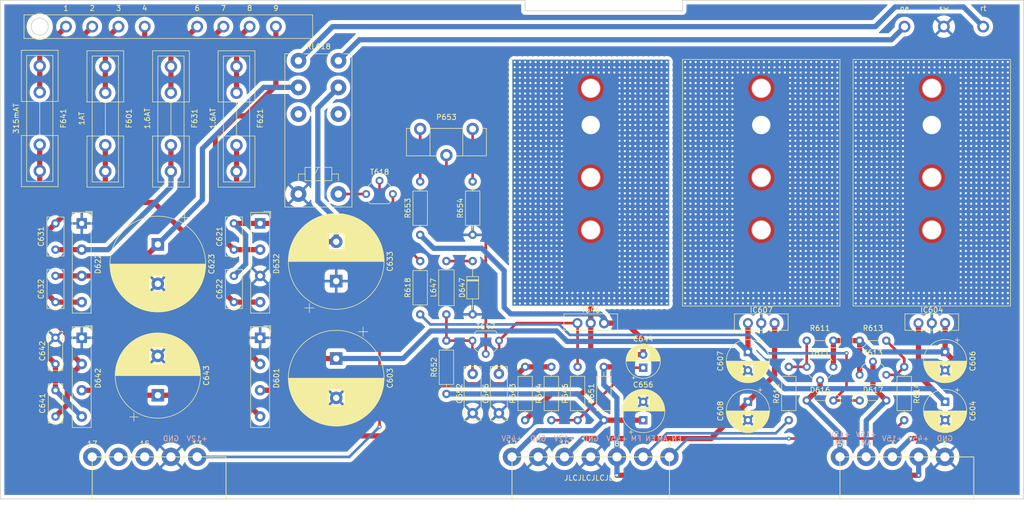
<source format=kicad_pcb>
(kicad_pcb (version 20221018) (generator pcbnew)
  (layers (0 "F.Cu" signal) (31 "B.Cu" signal) (34 "B.Paste" user) (35 "F.Paste" user) (36 "B.SilkS" user "B.Silkscreen") (37 "F.SilkS" user "F.Silkscreen") (38 "B.Mask" user) (39 "F.Mask" user) (44 "Edge.Cuts" user))
  (net 0 "")
  (net 1 "Net-(F601-Pad1)")
  (net 2 "Net-(F621-Pad1)")
  (net 3 "Net-(F631-Pad1)")
  (net 4 "Net-(F641-Pad1)")
  (net 5 "GND")
  (net 6 "Net-(D601-Pad2)")
  (net 7 "Net-(D601-Pad4)")
  (net 8 "+25V")
  (net 9 "-17V")
  (net 10 "+13V")
  (net 11 "+63V")
  (net 12 "+15V")
  (net 13 "+12V")
  (net 14 "Net-(R611-Pad2)")
  (net 15 "Net-(R613-Pad2)")
  (net 16 "+15V-FM")
  (net 17 "+15V-AM")
  (net 18 "Net-(R618-Pad1)")
  (net 19 "Net-(D616-Pad1)")
  (net 20 "Net-(D647-Pad1)")
  (net 21 "Net-(C646-Pad1)")
  (net 22 "Net-(C652-Pad1)")
  (net 23 "Net-(C641-Pad1)")
  (net 24 "Net-(C641-Pad2)")
  (net 25 "Net-(C621-Pad1)")
  (net 26 "Net-(C622-Pad2)")
  (net 27 "Net-(C631-Pad1)")
  (net 28 "Net-(C631-Pad2)")
  (net 29 "Net-(C644-Pad1)")
  (net 30 "+45V")
  (net 34 "+12V-Relay")
  (net 35 "EN_AM")
  (net 36 "EN_FM")
  (net 37 "Net-(H3-Pad1)")
  (net 38 "Net-(P653-Pad3)")
  (net 39 "Net-(P653-Pad2)")
  (net 40 "Net-(P653-Pad1)")
  (net 41 "+45V_A")
  (net 42 "Net-(RL618-Pad8)")
  (net 45 "Net-(RL618-Pad5)")
  (net 46 "Net-(RL618-Pad4)")
  (footprint "Wire_Pads:SolderWirePad_single_1-2mmDrill" (layer "F.Cu") (at 62.5 55)
    (fp_text reference "NT1" hide)
    (fp_text value "Conn_01x01")
  )
  (footprint "Wire_Pads:SolderWirePad_single_1-2mmDrill" (layer "F.Cu") (at 67.5 55)
    (fp_text reference "NT2" hide)
    (fp_text value "Conn_01x01")
  )
  (footprint "Wire_Pads:SolderWirePad_single_1-2mmDrill" (layer "F.Cu") (at 72.5 55)
    (fp_text reference "NT3" hide)
    (fp_text value "Conn_01x01")
  )
  (footprint "Wire_Pads:SolderWirePad_single_1-2mmDrill" (layer "F.Cu") (at 77.5 55)
    (fp_text reference "NT4" hide)
    (fp_text value "Conn_01x01")
  )
  (footprint "Wire_Pads:SolderWirePad_single_1-2mmDrill" (layer "F.Cu") (at 87.5 55)
    (fp_text reference "NT6" hide)
    (fp_text value "Conn_01x01")
  )
  (footprint "Wire_Pads:SolderWirePad_single_1-2mmDrill" (layer "F.Cu") (at 92.5 55)
    (fp_text reference "NT7" hide)
    (fp_text value "Conn_01x01")
  )
  (footprint "Wire_Pads:SolderWirePad_single_1-2mmDrill" (layer "F.Cu") (at 97.5 55)
    (fp_text reference "NT8" hide)
    (fp_text value "Conn_01x01")
  )
  (footprint "Wire_Pads:SolderWirePad_single_1-2mmDrill" (layer "F.Cu") (at 102.5 55)
    (fp_text reference "NT9" hide)
    (fp_text value "Conn_01x01")
  )
  (footprint "Wire_Pads:SolderWirePad_single_1-2mmDrill" (layer "F.Cu") (at 222.3 55)
    (fp_text reference "J5" hide)
    (fp_text value "Conn_01x01")
  )
  (footprint "Wire_Pads:SolderWirePad_single_1-2mmDrill" (layer "F.Cu") (at 229.8 55)
    (fp_text reference "J10" hide)
    (fp_text value "Conn_01x01")
  )
  (footprint "Wire_Pads:SolderWirePad_single_1-2mmDrill" (layer "F.Cu") (at 237.3 55)
    (fp_text reference "J11" hide)
    (fp_text value "Conn_01x01")
  )
  (footprint "Fuse_Holders_and_Fuses:Fuseholder5x20_horiz_open_inline_Type-I" (layer "F.Cu") (at 57.5 62.5 -90)
    (fp_text reference "F641")
    (fp_text value "315mAT")
  )
  (footprint "Fuse_Holders_and_Fuses:Fuseholder5x20_horiz_open_inline_Type-I" (layer "F.Cu") (at 95 62.6 -90)
    (fp_text reference "F621")
    (fp_text value "1.6AT")
  )
  (footprint "Fuse_Holders_and_Fuses:Fuseholder5x20_horiz_open_inline_Type-I" (layer "F.Cu") (at 70 62.6 -90)
    (fp_text reference "F601")
    (fp_text value "1AT")
  )
  (footprint "Fuse_Holders_and_Fuses:Fuseholder5x20_horiz_open_inline_Type-I" (layer "F.Cu") (at 82.5 62.6 -90)
    (fp_text reference "F631")
    (fp_text value "1.6AT")
  )
  (footprint "Diode_THT:Diode_Bridge_19.0x3.5x10.0mm_P5.0mm" (layer "F.Cu") (at 65.5 114.3 -90)
    (fp_text reference "D642")
    (fp_text value "B80C2300-1500B")
  )
  (footprint "Diode_THT:Diode_Bridge_19.0x3.5x10.0mm_P5.0mm" (layer "F.Cu") (at 99.5 114.3 -90)
    (fp_text reference "D601")
    (fp_text value "B80C2300-1500B")
  )
  (footprint "Diode_THT:Diode_Bridge_19.0x3.5x10.0mm_P5.0mm" (layer "F.Cu") (at 99.5 92.5 -90)
    (fp_text reference "D632")
    (fp_text value "B80C2300-1500B")
  )
  (footprint "Diode_THT:Diode_Bridge_19.0x3.5x10.0mm_P5.0mm" (layer "F.Cu") (at 65.5 92.5 -90)
    (fp_text reference "D622")
    (fp_text value "B80C2300-1500B")
  )
  (footprint "Capacitor_THT:CP_Radial_D16.0mm_P7.50mm" (layer "F.Cu") (at 80 125.25 90)
    (fp_text reference "C643")
    (fp_text value "470µF")
  )
  (footprint "Capacitor_THT:CP_Radial_D18.0mm_P7.50mm" (layer "F.Cu") (at 80 96.5 -90)
    (fp_text reference "C623")
    (fp_text value "4700µF")
  )
  (footprint "Capacitor_THT:CP_Radial_D18.0mm_P7.50mm" (layer "F.Cu") (at 114 118.25 -90)
    (fp_text reference "C603")
    (fp_text value "3300µF")
  )
  (footprint "Capacitor_THT:CP_Radial_D18.0mm_P7.50mm" (layer "F.Cu") (at 114 103.5 90)
    (fp_text reference "C633")
    (fp_text value "4700µF")
  )
  (footprint "Package_TO_SOT_THT:TO-220-3_Vertical" (layer "F.Cu") (at 159.96 111.5)
    (fp_text reference "T646")
    (fp_text value "BD239")
  )
  (footprint "Package_TO_SOT_THT:TO-220-3_Vertical" (layer "F.Cu") (at 192.46 111.5)
    (fp_text reference "IC607")
    (fp_text value "LM7812")
  )
  (footprint "Package_TO_SOT_THT:TO-220-3_Vertical" (layer "F.Cu") (at 224.96 111.5)
    (fp_text reference "IC604")
    (fp_text value "LM7815")
  )
  (footprint "Package_TO_SOT_THT:TO-92_Wide" (layer "F.Cu") (at 145.04 114.84 180)
    (fp_text reference "T647")
    (fp_text value "BC547")
  )
  (footprint "Potentiometer_THT:Potentiometer_Piher_PT-15-H05_Horizontal" (layer "F.Cu") (at 140 74.5 -90)
    (fp_text reference "P653")
    (fp_text value "R_POT")
  )
  (footprint "Resistor_THT:R_Axial_DIN0207_L6.3mm_D2.5mm_P10.16mm_Horizontal" (layer "F.Cu") (at 200.25 119.84 -90)
    (fp_text reference "R612")
    (fp_text value "1k")
  )
  (footprint "Resistor_THT:R_Axial_DIN0207_L6.3mm_D2.5mm_P10.16mm_Horizontal" (layer "F.Cu") (at 222.25 119.84 -90)
    (fp_text reference "R614")
    (fp_text value "1k")
  )
  (footprint "Package_TO_SOT_THT:TO-92_Wide" (layer "F.Cu") (at 208.75 119.84 180)
    (fp_text reference "T611")
    (fp_text value "BC636")
  )
  (footprint "Package_TO_SOT_THT:TO-92_Wide" (layer "F.Cu") (at 213.75 121.36)
    (fp_text reference "T613")
    (fp_text value "BC636")
  )
  (footprint "Resistor_THT:R_Axial_DIN0207_L6.3mm_D2.5mm_P5.08mm_Vertical" (layer "F.Cu") (at 208.75 114.84 180)
    (fp_text reference "R611")
    (fp_text value "3.3k")
  )
  (footprint "Resistor_THT:R_Axial_DIN0207_L6.3mm_D2.5mm_P5.08mm_Vertical" (layer "F.Cu") (at 213.75 114.84)
    (fp_text reference "R613")
    (fp_text value "3.3k")
  )
  (footprint "Resistor_THT:R_Axial_DIN0207_L6.3mm_D2.5mm_P10.16mm_Horizontal" (layer "F.Cu") (at 130 99.68 -90)
    (fp_text reference "R618")
    (fp_text value "R")
  )
  (footprint "Resistor_THT:R_Axial_DIN0207_L6.3mm_D2.5mm_P10.16mm_Horizontal" (layer "F.Cu") (at 155 119.84 -90)
    (fp_text reference "R644")
    (fp_text value "R")
  )
  (footprint "Resistor_THT:R_Axial_DIN0207_L6.3mm_D2.5mm_P10.16mm_Horizontal" (layer "F.Cu") (at 160 130 90)
    (fp_text reference "R646")
    (fp_text value "R")
  )
  (footprint "Resistor_THT:R_Axial_DIN0207_L6.3mm_D2.5mm_P10.16mm_Horizontal" (layer "F.Cu") (at 165 119.84 -90)
    (fp_text reference "R651")
    (fp_text value "R")
  )
  (footprint "Resistor_THT:R_Axial_DIN0207_L6.3mm_D2.5mm_P10.16mm_Horizontal" (layer "F.Cu") (at 130 94.68 90)
    (fp_text reference "R653")
    (fp_text value "R")
  )
  (footprint "Resistor_THT:R_Axial_DIN0207_L6.3mm_D2.5mm_P10.16mm_Horizontal" (layer "F.Cu") (at 140 84.52 -90)
    (fp_text reference "R654")
    (fp_text value "R")
  )
  (footprint "Package_TO_SOT_THT:TO-92_Wide" (layer "F.Cu") (at 119.71 86.9)
    (fp_text reference "T618")
    (fp_text value "BC635")
  )
  (footprint "Diode_THT:D_DO-35_SOD27_P10.16mm_Horizontal" (layer "F.Cu") (at 140 99.68 -90)
    (fp_text reference "D647")
    (fp_text value "D_Zener")
  )
  (footprint "Resistor_THT:R_Axial_DIN0207_L6.3mm_D2.5mm_P10.16mm_Horizontal" (layer "F.Cu") (at 135 125 90)
    (fp_text reference "R652")
    (fp_text value "R")
  )
  (footprint "Capacitor_THT:C_Rect_L10.0mm_W3.0mm_P7.50mm_MKS4" (layer "F.Cu") (at 145 121.17 -90)
    (fp_text reference "C646")
    (fp_text value "C")
  )
  (footprint "Capacitor_THT:C_Rect_L10.0mm_W3.0mm_P7.50mm_MKS4" (layer "F.Cu") (at 140 121.17 -90)
    (fp_text reference "C652")
    (fp_text value "C")
  )
  (footprint "Capacitor_THT:CP_Radial_D6.3mm_P2.50mm" (layer "F.Cu") (at 172.5 120 90)
    (fp_text reference "C644")
    (fp_text value "47µF")
  )
  (footprint "Capacitor_THT:CP_Radial_D8.0mm_P3.50mm" (layer "F.Cu") (at 172.5 130 90)
    (fp_text reference "C656")
    (fp_text value "47µF")
  )
  (footprint "Capacitor_THT:CP_Radial_D8.0mm_P3.50mm" (layer "F.Cu") (at 230.04 126.5 -90)
    (fp_text reference "C604")
    (fp_text value "100µF")
  )
  (footprint "Capacitor_THT:CP_Radial_D8.0mm_P3.50mm" (layer "F.Cu") (at 230.04 117 -90)
    (fp_text reference "C606")
    (fp_text value "100µF")
  )
  (footprint "Capacitor_THT:CP_Radial_D8.0mm_P3.50mm" (layer "F.Cu") (at 192.46 117 -90)
    (fp_text reference "C607")
    (fp_text value "100µF")
  )
  (footprint "Capacitor_THT:CP_Radial_D8.0mm_P3.50mm" (layer "F.Cu") (at 192.46 126.5 -90)
    (fp_text reference "C608")
    (fp_text value "100µF")
  )
  (footprint "Netzteil-Modul:Relay_DPDTRT2_RM5mm" (layer "F.Cu") (at 106.8 86.9 90)
    (fp_text reference "RL618")
    (fp_text value "G2RL-2-DC12")
  )
  (footprint "Netzteil-Modul:Connector_01x05_5mm" (layer "F.Cu") (at 230 137)
    (fp_text reference "J1" hide)
    (fp_text value "Conn_01x05")
  )
  (footprint "Netzteil-Modul:Connector_01x05_5mm" (layer "F.Cu") (at 87.5 137)
    (fp_text reference "J2" hide)
    (fp_text value "Conn_01x05")
  )
  (footprint "Netzteil-Modul:Connector_01x07_5mm" (layer "F.Cu") (at 197.5 137)
    (fp_text reference "J3" hide)
    (fp_text value "Conn_01x07")
  )
  (footprint "Capacitor_THT:C_Rect_L7.2mm_W2.5mm_P5.00mm_FKS2_FKP2_MKS2_MKP2" (layer "F.Cu") (at 60.5 129.3 90)
    (fp_text reference "C641")
    (fp_text value "10nF")
  )
  (footprint "Capacitor_THT:C_Rect_L7.2mm_W2.5mm_P5.00mm_FKS2_FKP2_MKS2_MKP2" (layer "F.Cu") (at 60.5 119.3 90)
    (fp_text reference "C642")
    (fp_text value "10nF")
  )
  (footprint "Capacitor_THT:C_Rect_L7.2mm_W3.0mm_P5.00mm_FKS2_FKP2_MKS2_MKP2" (layer "F.Cu") (at 60.5 97.5 90)
    (fp_text reference "C631")
    (fp_text value "C")
  )
  (footprint "Capacitor_THT:C_Rect_L7.2mm_W3.0mm_P5.00mm_FKS2_FKP2_MKS2_MKP2" (layer "F.Cu") (at 60.5 107.5 90)
    (fp_text reference "C632")
    (fp_text value "C")
  )
  (footprint "Capacitor_THT:C_Rect_L7.2mm_W3.0mm_P5.00mm_FKS2_FKP2_MKS2_MKP2" (layer "F.Cu") (at 94.5 97.5 90)
    (fp_text reference "C621")
    (fp_text value "C")
  )
  (footprint "Capacitor_THT:C_Rect_L7.2mm_W3.0mm_P5.00mm_FKS2_FKP2_MKS2_MKP2" (layer "F.Cu") (at 94.5 102.5 -90)
    (fp_text reference "C622")
    (fp_text value "C")
  )
  (footprint "Mounting_Holes:MountingHole_3.5mm_Pad" (layer "F.Cu") (at 195 73.75)
    (fp_text reference "H1" hide)
    (fp_text value "MountingHole_Pad")
  )
  (footprint "Mounting_Holes:MountingHole_3.5mm_Pad" (layer "F.Cu") (at 227.5 73.75)
    (fp_text reference "H2" hide)
    (fp_text value "MountingHole_Pad")
  )
  (footprint "Mounting_Holes:MountingHole_3.5mm_Pad" (layer "F.Cu") (at 162.5 73.75)
    (fp_text reference "H3" hide)
    (fp_text value "MountingHole_Pad")
  )
  (footprint "Diode_THT:D_DO-35_SOD27_P5.08mm_Vertical_AnodeUp" (layer "F.Cu") (at 208.75 126.25 180)
    (fp_text reference "D616")
    (fp_text value "1N4148")
  )
  (footprint "Diode_THT:D_DO-35_SOD27_P5.08mm_Vertical_AnodeUp" (layer "F.Cu") (at 213.75 126.25)
    (fp_text reference "D617")
    (fp_text value "1N4148")
  )
  (footprint "Resistor_THT:R_Axial_DIN0207_L6.3mm_D2.5mm_P10.16mm_Horizontal" (layer "F.Cu") (at 150 119.84 -90)
    (fp_text reference "R643")
    (fp_text value "R")
  )
  (footprint "Inductor_THT:L_Axial_L6.6mm_D2.7mm_P10.16mm_Horizontal_Vishay_IM-2" (layer "F.Cu") (at 135 99.68 -90)
    (fp_text reference "L647")
    (fp_text value "L")
  )
  (gr_line (start 212.5 61.25) (end 242.5 61.25) (stroke (width 0.12)) (layer "F.SilkS"))
  (gr_line (start 180 108.25) (end 180 61.25) (stroke (width 0.12)) (layer "F.SilkS"))
  (gr_line (start 210 61.25) (end 210 108.25) (stroke (width 0.12)) (layer "F.SilkS"))
  (gr_line (start 180 61.25) (end 210 61.25) (stroke (width 0.12)) (layer "F.SilkS"))
  (gr_line (start 210 108.25) (end 180 108.25) (stroke (width 0.12)) (layer "F.SilkS"))
  (gr_line (start 147.5 61.25) (end 177.5 61.25) (stroke (width 0.12)) (layer "F.SilkS"))
  (gr_line (start 147.5 108.25) (end 147.5 61.25) (stroke (width 0.12)) (layer "F.SilkS"))
  (gr_line (start 177.5 61.25) (end 177.5 108.25) (stroke (width 0.12)) (layer "F.SilkS"))
  (gr_line (start 177.5 108.25) (end 147.5 108.25) (stroke (width 0.12)) (layer "F.SilkS"))
  (gr_line (start 109.5 52.75) (end 109.5 57.25) (stroke (width 0.12)) (layer "F.SilkS"))
  (gr_line (start 212.5 108.25) (end 212.5 61.25) (stroke (width 0.12)) (layer "F.SilkS"))
  (gr_line (start 242.5 61.25) (end 242.5 108.25) (stroke (width 0.12)) (layer "F.SilkS"))
  (gr_line (start 54.5 52.75) (end 109.5 52.75) (stroke (width 0.12)) (layer "F.SilkS"))
  (gr_line (start 54.5 52.75) (end 54.5 57.25) (stroke (width 0.12)) (layer "F.SilkS"))
  (gr_line (start 109.5 57.25) (end 54.5 57.25) (stroke (width 0.12)) (layer "F.SilkS"))
  (gr_line (start 242.5 108.25) (end 212.5 108.25) (stroke (width 0.12)) (layer "F.SilkS"))
  (gr_line (start 150 50) (end 50 50) (stroke (width 0.15)) (layer "Edge.Cuts"))
  (gr_line (start 180 50) (end 245 50) (stroke (width 0.15)) (layer "Edge.Cuts"))
  (gr_circle (center 162.5 83.75) (end 164.25 83.75) (stroke (width 0.15)) (fill none) (layer "Edge.Cuts"))
  (gr_circle (center 162.5 93.75) (end 164.25 93.75) (stroke (width 0.15)) (fill none) (layer "Edge.Cuts"))
  (gr_circle (center 195 66.75) (end 196.75 66.75) (stroke (width 0.15)) (fill none) (layer "Edge.Cuts"))
  (gr_circle (center 195 83.75) (end 196.75 83.75) (stroke (width 0.15)) (fill none) (layer "Edge.Cuts"))
  (gr_circle (center 195 93.75) (end 196.75 93.75) (stroke (width 0.15)) (fill none) (layer "Edge.Cuts"))
  (gr_circle (center 227.5 93.75) (end 229.25 93.75) (stroke (width 0.15)) (fill none) (layer "Edge.Cuts"))
  (gr_circle (center 227.5 83.75) (end 229.25 83.75) (stroke (width 0.15)) (fill none) (layer "Edge.Cuts"))
  (gr_circle (center 227.5 66.75) (end 229.25 66.75) (stroke (width 0.15)) (fill none) (layer "Edge.Cuts"))
  (gr_line (start 50 145) (end 245 145) (stroke (width 0.15)) (layer "Edge.Cuts"))
  (gr_line (start 150 52) (end 180 52) (stroke (width 0.15)) (layer "Edge.Cuts"))
  (gr_circle (center 57.5 55) (end 59.125 55) (stroke (width 0.15)) (fill none) (layer "Edge.Cuts"))
  (gr_line (start 50 50) (end 50 145) (stroke (width 0.15)) (layer "Edge.Cuts"))
  (gr_line (start 180 52) (end 180 50) (stroke (width 0.15)) (layer "Edge.Cuts"))
  (gr_line (start 150 50) (end 150 52) (stroke (width 0.15)) (layer "Edge.Cuts"))
  (gr_circle (center 162.5 66.75) (end 164.25 66.75) (stroke (width 0.15)) (fill none) (layer "Edge.Cuts"))
  (gr_line (start 245 145) (end 245 50) (stroke (width 0.15)) (layer "Edge.Cuts"))
  (gr_text "+15V\nFM" (at 210 133.5) (layer "B.SilkS") (effects (font (size 1 1)) (justify mirror)))
  (gr_text "+45V" (at 167.5 133.5) (layer "B.SilkS") (effects (font (size 1 1)) (justify mirror)))
  (gr_text "+15V\nAM" (at 215 133.5) (layer "B.SilkS") (effects (font (size 1 1)) (justify mirror)))
  (gr_text "+45V" (at 147.5 133.5) (layer "B.SilkS") (effects (font (size 1 1)) (justify mirror)))
  (gr_text "EN AM" (at 177.5 133.5) (layer "B.SilkS") (effects (font (size 1 1)) (justify mirror)))
  (gr_text "GND" (at 162.5 133.5) (layer "B.SilkS") (effects (font (size 1 1)) (justify mirror)))
  (gr_text "+15V" (at 220 133.5) (layer "B.SilkS") (effects (font (size 1 1)) (justify mirror)))
  (gr_text "+45V" (at 225 133.5) (layer "B.SilkS") (effects (font (size 1 1)) (justify mirror)))
  (gr_text "GND" (at 152.5 133.5) (layer "B.SilkS") (effects (font (size 1 1)) (justify mirror)))
  (gr_text "GND" (at 230 133.5) (layer "B.SilkS") (effects (font (size 1 1)) (justify mirror)))
  (gr_text "EN FM" (at 172.5 133.5) (layer "B.SilkS") (effects (font (size 1 1)) (justify mirror)))
  (gr_text "+12V" (at 87.5 133.5) (layer "B.SilkS") (effects (font (size 1 1)) (justify mirror)))
  (gr_text "+12V" (at 157.5 133.5) (layer "B.SilkS") (effects (font (size 1 1)) (justify mirror)))
  (gr_text "GND" (at 82.5 133.5) (layer "B.SilkS") (effects (font (size 1 1)) (justify mirror)))
  (gr_text "rt" (at 237.3 51.5) (layer "F.SilkS") (effects (font (size 1 1))))
  (gr_text "sw" (at 229.8 51.5) (layer "F.SilkS") (effects (font (size 1 1))))
  (gr_text "ge" (at 222.3 51.5) (layer "F.SilkS") (effects (font (size 1 1))))
  (gr_text "3" (at 220 134.5) (layer "F.SilkS") (effects (font (size 1 1))))
  (gr_text "5" (at 210 134.5) (layer "F.SilkS") (effects (font (size 1 1))))
  (gr_text "6" (at 177.5 134.5) (layer "F.SilkS") (effects (font (size 1 1))))
  (gr_text "8" (at 167.5 134.5) (layer "F.SilkS") (effects (font (size 1 1))))
  (gr_text "10" (at 157.5 134.5) (layer "F.SilkS") (effects (font (size 1 1))))
  (gr_text "12" (at 147.5 134.5) (layer "F.SilkS") (effects (font (size 1 1))))
  (gr_text "13" (at 87.5 134.5) (layer "F.SilkS") (effects (font (size 1 1))))
  (gr_text "15" (at 77.5 134.5) (layer "F.SilkS") (effects (font (size 1 1))))
  (gr_text "17" (at 67.5 134.5) (layer "F.SilkS") (effects (font (size 1 1))))
  (gr_text "7" (at 92.5 51.5) (layer "F.SilkS") (effects (font (size 1 1))))
  (gr_text "1" (at 62.5 51.5) (layer "F.SilkS") (effects (font (size 1 1))))
  (gr_text "6" (at 87.5 51.5) (layer "F.SilkS") (effects (font (size 1 1))))
  (gr_text "4" (at 77.5 51.5) (layer "F.SilkS") (effects (font (size 1 1))))
  (gr_text "1" (at 230 134.5) (layer "F.SilkS") (effects (font (size 1 1))))
  (gr_text "3" (at 72.5 51.5) (layer "F.SilkS") (effects (font (size 1 1))))
  (gr_text "8" (at 97.5 51.5) (layer "F.SilkS") (effects (font (size 1 1))))
  (gr_text "2" (at 67.5 51.5) (layer "F.SilkS") (effects (font (size 1 1))))
  (gr_text "9" (at 102.5 51.5) (layer "F.SilkS") (effects (font (size 1 1))))
  (gr_text "JLCJLCJLCJLC" (at 162.6 141) (layer "F.SilkS") (effects (font (size 1 1))))
  (segment (start 70 62.6) (end 70 57.5) (width 1) (layer "F.Cu") (net 1))
  (segment (start 70 62.6) (end 70 67.6) (width 1) (layer "F.Cu") (net 1))
  (segment (start 70 57.5) (end 72.5 55) (width 1) (layer "F.Cu") (net 1))
  (segment (start 95 62.6) (end 95 57.5) (width 1) (layer "F.Cu") (net 2))
  (segment (start 95 57.5) (end 97.5 55) (width 1) (layer "F.Cu") (net 2))
  (segment (start 95 62.6) (end 95 67.6) (width 1) (layer "F.Cu") (net 2))
  (segment (start 82.5 62.6) (end 82.5 60) (width 1) (layer "F.Cu") (net 3))
  (segment (start 82.5 62.6) (end 82.5 67.6) (width 1) (layer "F.Cu") (net 3))
  (segment (start 82.5 60) (end 87.5 55) (width 1) (layer "F.Cu") (net 3))
  (segment (start 57.5 62.5) (end 57.5 67.5) (width 1) (layer "F.Cu") (net 4))
  (segment (start 57.5 62.5) (end 57.5 60) (width 1) (layer "F.Cu") (net 4))
  (segment (start 57.5 60) (end 62.5 55) (width 1) (layer "F.Cu") (net 4))
  (via (at 236 78.75) (size 0.8) (drill 0.4) (layers "F.Cu" "B.Cu") (net 5))
  (via (at 241 95.75) (size 0.8) (drill 0.4) (layers "F.Cu" "B.Cu") (net 5))
  (via (at 185.5 91.75) (size 0.8) (drill 0.4) (layers "F.Cu" "B.Cu") (net 5))
  (via (at 189.5 87.75) (size 0.8) (drill 0.4) (layers "F.Cu" "B.Cu") (net 5))
  (via (at 240 83.75) (size 0.8) (drill 0.4) (layers "F.Cu" "B.Cu") (net 5))
  (via (at 214 66.75) (size 0.8) (drill 0.4) (layers "F.Cu" "B.Cu") (net 5))
  (via (at 221 61.75) (size 0.8) (drill 0.4) (layers "F.Cu" "B.Cu") (net 5))
  (via (at 234 93.75) (size 0.8) (drill 0.4) (layers "F.Cu" "B.Cu") (net 5))
  (via (at 216 62.75) (size 0.8) (drill 0.4) (layers "F.Cu" "B.Cu") (net 5))
  (via (at 198.5 107.75) (size 0.8) (drill 0.4) (layers "F.Cu" "B.Cu") (net 5))
  (via (at 202.5 90.75) (size 0.8) (drill 0.4) (layers "F.Cu" "B.Cu") (net 5))
  (via (at 180.5 74.75) (size 0.8) (drill 0.4) (layers "F.Cu" "B.Cu") (net 5))
  (via (at 184.5 75.75) (size 0.8) (drill 0.4) (layers "F.Cu" "B.Cu") (net 5))
  (via (at 215 62.75) (size 0.8) (drill 0.4) (layers "F.Cu" "B.Cu") (net 5))
  (via (at 207.5 68.75) (size 0.8) (drill 0.4) (layers "F.Cu" "B.Cu") (net 5))
  (via (at 181.5 91.75) (size 0.8) (drill 0.4) (layers "F.Cu" "B.Cu") (net 5))
  (via (at 241 93.75) (size 0.8) (drill 0.4) (layers "F.Cu" "B.Cu") (net 5))
  (via (at 239 79.75) (size 0.8) (drill 0.4) (layers "F.Cu" "B.Cu") (net 5))
  (via (at 189.5 67.75) (size 0.8) (drill 0.4) (layers "F.Cu" "B.Cu") (net 5))
  (via (at 200.5 71.75) (size 0.8) (drill 0.4) (layers "F.Cu" "B.Cu") (net 5))
  (via (at 189.5 106.75) (size 0.8) (drill 0.4) (layers "F.Cu" "B.Cu") (net 5))
  (via (at 180.5 85.75) (size 0.8) (drill 0.4) (layers "F.Cu" "B.Cu") (net 5))
  (via (at 205.5 95.75) (size 0.8) (drill 0.4) (layers "F.Cu" "B.Cu") (net 5))
  (via (at 206.5 88.75) (size 0.8) (drill 0.4) (layers "F.Cu" "B.Cu") (net 5))
  (via (at 188.5 86.75) (size 0.8) (drill 0.4) (layers "F.Cu" "B.Cu") (net 5))
  (via (at 202.5 83.75) (size 0.8) (drill 0.4) (layers "F.Cu" "B.Cu") (net 5))
  (via (at 208.5 81.75) (size 0.8) (drill 0.4) (layers "F.Cu" "B.Cu") (net 5))
  (via (at 187.5 61.75) (size 0.8) (drill 0.4) (layers "F.Cu" "B.Cu") (net 5))
  (via (at 238 103.75) (size 0.8) (drill 0.4) (layers "F.Cu" "B.Cu") (net 5))
  (via (at 181.5 81.75) (size 0.8) (drill 0.4) (layers "F.Cu" "B.Cu") (net 5))
  (via (at 231 61.75) (size 0.8) (drill 0.4) (layers "F.Cu" "B.Cu") (net 5))
  (via (at 217 77.75) (size 0.8) (drill 0.4) (layers "F.Cu" "B.Cu") (net 5))
  (via (at 237 68.75) (size 0.8) (drill 0.4) (layers "F.Cu" "B.Cu") (net 5))
  (via (at 215 74.75) (size 0.8) (drill 0.4) (layers "F.Cu" "B.Cu") (net 5))
  (via (at 238 107.75) (size 0.8) (drill 0.4) (layers "F.Cu" "B.Cu") (net 5))
  (via (at 204.5 78.75) (size 0.8) (drill 0.4) (layers "F.Cu" "B.Cu") (net 5))
  (via (at 185.5 73.75) (size 0.8) (drill 0.4) (layers "F.Cu" "B.Cu") (net 5))
  (via (at 217 88.75) (size 0.8) (drill 0.4) (layers "F.Cu" "B.Cu") (net 5))
  (via (at 206.5 103.75) (size 0.8) (drill 0.4) (layers "F.Cu" "B.Cu") (net 5))
  (via (at 237 79.75) (size 0.8) (drill 0.4) (layers "F.Cu" "B.Cu") (net 5))
  (via (at 184.5 63.75) (size 0.8) (drill 0.4) (layers "F.Cu" "B.Cu") (net 5))
  (via (at 205.5 74.75) (size 0.8) (drill 0.4) (layers "F.Cu" "B.Cu") (net 5))
  (via (at 208.5 97.75) (size 0.8) (drill 0.4) (layers "F.Cu" "B.Cu") (net 5))
  (via (at 240 73.75) (size 0.8) (drill 0.4) (layers "F.Cu" "B.Cu") (net 5))
  (via (at 236 89.75) (size 0.8) (drill 0.4) (layers "F.Cu" "B.Cu") (net 5))
  (via (at 206.5 87.75) (size 0.8) (drill 0.4) (layers "F.Cu" "B.Cu") (net 5))
  (via (at 187.5 82.75) (size 0.8) (drill 0.4) (layers "F.Cu" "B.Cu") (net 5))
  (via (at 202.5 97.75) (size 0.8) (drill 0.4) (layers "F.Cu" "B.Cu") (net 5))
  (via (at 235 101.75) (size 0.8) (drill 0.4) (layers "F.Cu" "B.Cu") (net 5))
  (via (at 220 92.75) (size 0.8) (drill 0.4) (layers "F.Cu" "B.Cu") (net 5))
  (via (at 233 83.75) (size 0.8) (drill 0.4) (layers "F.Cu" "B.Cu") (net 5))
  (via (at 181.5 83.75) (size 0.8) (drill 0.4) (layers "F.Cu" "B.Cu") (net 5))
  (via (at 228 105.75) (size 0.8) (drill 0.4) (layers "F.Cu" "B.Cu") (net 5))
  (via (at 237 88.75) (size 0.8) (drill 0.4) (layers "F.Cu" "B.Cu") (net 5))
  (via (at 188.5 73.75) (size 0.8) (drill 0.4) (layers "F.Cu" "B.Cu") (net 5))
  (via (at 207.5 100.75) (size 0.8) (drill 0.4) (layers "F.Cu" "B.Cu") (net 5))
  (via (at 183.5 90.75) (size 0.8) (drill 0.4) (layers "F.Cu" "B.Cu") (net 5))
  (via (at 213 69.75) (size 0.8) (drill 0.4) (layers "F.Cu" "B.Cu") (net 5))
  (via (at 241 92.75) (size 0.8) (drill 0.4) (layers "F.Cu" "B.Cu") (net 5))
  (via (at 201.5 70.75) (size 0.8) (drill 0.4) (layers "F.Cu" "B.Cu") (net 5))
  (via (at 221 79.75) (size 0.8) (drill 0.4) (layers "F.Cu" "B.Cu") (net 5))
  (via (at 201.5 86.75) (size 0.8) (drill 0.4) (layers "F.Cu" "B.Cu") (net 5))
  (via (at 217 106.75) (size 0.8) (drill 0.4) (layers "F.Cu" "B.Cu") (net 5))
  (via (at 182.5 70.75) (size 0.8) (drill 0.4) (layers "F.Cu" "B.Cu") (net 5))
  (via (at 222 93.75) (size 0.8) (drill 0.4) (layers "F.Cu" "B.Cu") (net 5))
  (via (at 216 70.75) (size 0.8) (drill 0.4) (layers "F.Cu" "B.Cu") (net 5))
  (via (at 184.5 104.75) (size 0.8) (drill 0.4) (layers "F.Cu" "B.Cu") (net 5))
  (via (at 214 88.75) (size 0.8) (drill 0.4) (layers "F.Cu" "B.Cu") (net 5))
  (via (at 205.5 85.75) (size 0.8) (drill 0.4) (layers "F.Cu" "B.Cu") (net 5))
  (via (at 203.5 85.75) (size 0.8) (drill 0.4) (layers "F.Cu" "B.Cu") (net 5))
  (via (at 203.5 99.75) (size 0.8) (drill 0.4) (layers "F.Cu" "B.Cu") (net 5))
  (via (at 204.5 82.75) (size 0.8) (drill 0.4) (layers "F.Cu" "B.Cu") (net 5))
  (via (at 219 66.75) (size 0.8) (drill 0.4) (layers "F.Cu" "B.Cu") (net 5))
  (via (at 236 69.75) (size 0.8) (drill 0.4) (layers "F.Cu" "B.Cu") (net 5))
  (via (at 204.5 73.75) (size 0.8) (drill 0.4) (layers "F.Cu" "B.Cu") (net 5))
  (via (at 219 107.75) (size 0.8) (drill 0.4) (layers "F.Cu" "B.Cu") (net 5))
  (via (at 184.5 70.75) (size 0.8) (drill 0.4) (layers "F.Cu" "B.Cu") (net 5))
  (via (at 183.5 70.75) (size 0.8) (drill 0.4) (layers "F.Cu" "B.Cu") (net 5))
  (via (at 222 86.75) (size 0.8) (drill 0.4) (layers "F.Cu" "B.Cu") (net 5))
  (via (at 221 74.75) (size 0.8) (drill 0.4) (layers "F.Cu" "B.Cu") (net 5))
  (via (at 201.5 67.75) (size 0.8) (drill 0.4) (layers "F.Cu" "B.Cu") (net 5))
  (via (at 215 65.75) (size 0.8) (drill 0.4) (layers "F.Cu" "B.Cu") (net 5))
  (via (at 208.5 87.75) (size 0.8) (drill 0.4) (layers "F.Cu" "B.Cu") (net 5))
  (via (at 208.5 90.75) (size 0.8) (drill 0.4) (layers "F.Cu" "B.Cu") (net 5))
  (via (at 206.5 96.75) (size 0.8) (drill 0.4) (layers "F.Cu" "B.Cu") (net 5))
  (via (at 222 62.75) (size 0.8) (drill 0.4) (layers "F.Cu" "B.Cu") (net 5))
  (via (at 213 78.75) (size 0.8) (drill 0.4) (layers "F.Cu" "B.Cu") (net 5))
  (via (at 199.5 107.75) (size 0.8) (drill 0.4) (layers "F.Cu" "B.Cu") (net 5))
  (via (at 214 86.75) (size 0.8) (drill 0.4) (layers "F.Cu" "B.Cu") (net 5))
  (via (at 241 72.75) (size 0.8) (drill 0.4) (layers "F.Cu" "B.Cu") (net 5))
  (via (at 180.5 91.75) (size 0.8) (drill 0.4) (layers "F.Cu" "B.Cu") (net 5))
  (via (at 180.5 61.75) (size 0.8) (drill 0.4) (layers "F.Cu" "B.Cu") (net 5))
  (via (at 208.5 70.75) (size 0.8) (drill 0.4) (layers "F.Cu" "B.Cu") (net 5))
  (via (at 189.5 105.75) (size 0.8) (drill 0.4) (layers "F.Cu" "B.Cu") (net 5))
  (via (at 220 67.75) (size 0.8) (drill 0.4) (layers "F.Cu" "B.Cu") (net 5))
  (via (at 203.5 77.75) (size 0.8) (drill 0.4) (layers "F.Cu" "B.Cu") (net 5))
  (via (at 238 61.75) (size 0.8) (drill 0.4) (layers "F.Cu" "B.Cu") (net 5))
  (via (at 238 70.75) (size 0.8) (drill 0.4) (layers "F.Cu" "B.Cu") (net 5))
  (via (at 215 99.75) (size 0.8) (drill 0.4) (layers "F.Cu" "B.Cu") (net 5))
  (via (at 205.5 91.75) (size 0.8) (drill 0.4) (layers "F.Cu" "B.Cu") (net 5))
  (via (at 189.5 99.75) (size 0.8) (drill 0.4) (layers "F.Cu" "B.Cu") (net 5))
  (via (at 216 72.75) (size 0.8) (drill 0.4) (layers "F.Cu" "B.Cu") (net 5))
  (via (at 182.5 107.75) (size 0.8) (drill 0.4) (layers "F.Cu" "B.Cu") (net 5))
  (via (at 201.5 92.75) (size 0.8) (drill 0.4) (layers "F.Cu" "B.Cu") (net 5))
  (via (at 222 74.75) (size 0.8) (drill 0.4) (layers "F.Cu" "B.Cu") (net 5))
  (via (at 235 68.75) (size 0.8) (drill 0.4) (layers "F.Cu" "B.Cu") (net 5))
  (via (at 184.5 80.75) (size 0.8) (drill 0.4) (layers "F.Cu" "B.Cu") (net 5))
  (via (at 203.5 106.75) (size 0.8) (drill 0.4) (layers "F.Cu" "B.Cu") (net 5))
  (via (at 239 84.75) (size 0.8) (drill 0.4) (layers "F.Cu" "B.Cu") (net 5))
  (via (at 237 104.75) (size 0.8) (drill 0.4) (layers "F.Cu" "B.Cu") (net 5))
  (via (at 209.5 75.75) (size 0.8) (drill 0.4) (layers "F.Cu" "B.Cu") (net 5))
  (via (at 187.5 77.75) (size 0.8) (drill 0.4) (layers "F.Cu" "B.Cu") (net 5))
  (via (at 213 93.75) (size 0.8) (drill 0.4) (layers "F.Cu" "B.Cu") (net 5))
  (via (at 202.5 85.75) (size 0.8) (drill 0.4) (layers "F.Cu" "B.Cu") (net 5))
  (via (at 213 95.75) (size 0.8) (drill 0.4) (layers "F.Cu" "B.Cu") (net 5))
  (via (at 187.5 102.75) (size 0.8) (drill 0.4) (layers "F.Cu" "B.Cu") (net 5))
  (via (at 234 97.75) (size 0.8) (drill 0.4) (layers "F.Cu" "B.Cu") (net 5))
  (via (at 189.5 66.75) (size 0.8) (drill 0.4) (layers "F.Cu" "B.Cu") (net 5))
  (via (at 183.5 92.75) (size 0.8) (drill 0.4) (layers "F.Cu" "B.Cu") (net 5))
  (via (at 209.5 62.75) (size 0.8) (drill 0.4) (layers "F.Cu" "B.Cu") (net 5))
  (via (at 223 106.75) (size 0.8) (drill 0.4) (layers "F.Cu" "B.Cu") (net 5))
  (via (at 196.5 63.75) (size 0.8) (drill 0.4) (layers "F.Cu" "B.Cu") (net 5))
  (via (at 206.5 65.75) (size 0.8) (drill 0.4) (layers "F.Cu" "B.Cu") (net 5))
  (via (at 239 90.75) (size 0.8) (drill 0.4) (layers "F.Cu" "B.Cu") (net 5))
  (via (at 204.5 95.75) (size 0.8) (drill 0.4) (layers "F.Cu" "B.Cu") (net 5))
  (via (at 218 72.75) (size 0.8) (drill 0.4) (layers "F.Cu" "B.Cu") (net 5))
  (via (at 221 89.75) (size 0.8) (drill 0.4) (layers "F.Cu" "B.Cu") (net 5))
  (via (at 185.5 83.75) (size 0.8) (drill 0.4) (layers "F.Cu" "B.Cu") (net 5))
  (via (at 221 97.75) (size 0.8) (drill 0.4) (layers "F.Cu" "B.Cu") (net 5))
  (via (at 222 70.75) (size 0.8) (drill 0.4) (layers "F.Cu" "B.Cu") (net 5))
  (via (at 239 101.75) (size 0.8) (drill 0.4) (layers "F.Cu" "B.Cu") (net 5))
  (via (at 234 92.75) (size 0.8) (drill 0.4) (layers "F.Cu" "B.Cu") (net 5))
  (via (at 180.5 71.75) (size 0.8) (drill 0.4) (layers "F.Cu" "B.Cu") (net 5))
  (via (at 219 80.75) (size 0.8) (drill 0.4) (layers "F.Cu" "B.Cu") (net 5))
  (via (at 221 88.75) (size 0.8) (drill 0.4) (layers "F.Cu" "B.Cu") (net 5))
  (via (at 193.5 106.75) (size 0.8) (drill 0.4) (layers "F.Cu" "B.Cu") (net 5))
  (via (at 233 72.75) (size 0.8) (drill 0.4) (layers "F.Cu" "B.Cu") (net 5))
  (via (at 183.5 104.75) (size 0.8) (drill 0.4) (layers "F.Cu" "B.Cu") (net 5))
  (via (at 203.5 79.75) (size 0.8) (drill 0.4) (layers "F.Cu" "B.Cu") (net 5))
  (via (at 201.5 98.75) (size 0.8) (drill 0.4) (layers "F.Cu" "B.Cu") (net 5))
  (via (at 207.5 72.75) (size 0.8) (drill 0.4) (layers "F.Cu" "B.Cu") (net 5))
  (via (at 188.5 74.75) (size 0.8) (drill 0.4) (layers "F.Cu" "B.Cu") (net 5))
  (via (at 188.5 107.75) (size 0.8) (drill 0.4) (layers "F.Cu" "B.Cu") (net 5))
  (via (at 242 92.75) (size 0.8) (drill 0.4) (layers "F.Cu" "B.Cu") (net 5))
  (via (at 202.5 82.75) (size 0.8) (drill 0.4) (layers "F.Cu" "B.Cu") (net 5))
  (via (at 213 83.75) (size 0.8) (drill 0.4) (layers "F.Cu" "B.Cu") (net 5))
  (via (at 217 107.75) (size 0.8) (drill 0.4) (layers "F.Cu" "B.Cu") (net 5))
  (via (at 240 107.75) (size 0.8) (drill 0.4) (layers "F.Cu" "B.Cu") (net 5))
  (via (at 206.5 102.75) (size 0.8) (drill 0.4) (layers "F.Cu" "B.Cu") (net 5))
  (via (at 213 84.75) (size 0.8) (drill 0.4) (layers "F.Cu" "B.Cu") (net 5))
  (via (at 189.5 86.75) (size 0.8) (drill 0.4) (layers "F.Cu" "B.Cu") (net 5))
  (via (at 201.5 99.75) (size 0.8) (drill 0.4) (layers "F.Cu" "B.Cu") (net 5))
  (via (at 240 103.75) (size 0.8) (drill 0.4) (layers "F.Cu" "B.Cu") (net 5))
  (via (at 217 92.75) (size 0.8) (drill 0.4) (layers "F.Cu" "B.Cu") (net 5))
  (via (at 188.5 67.75) (size 0.8) (drill 0.4) (layers "F.Cu" "B.Cu") (net 5))
  (via (at 206.5 90.75) (size 0.8) (drill 0.4) (layers "F.Cu" "B.Cu") (net 5))
  (via (at 221 72.75) (size 0.8) (drill 0.4) (layers "F.Cu" "B.Cu") (net 5))
  (via (at 214 73.75) (size 0.8) (drill 0.4) (layers "F.Cu" "B.Cu") (net 5))
  (via (at 209.5 98.75) (size 0.8) (drill 0.4) (layers "F.Cu" "B.Cu") (net 5))
  (via (at 189.5 68.75) (size 0.8) (drill 0.4) (layers "F.Cu" "B.Cu") (net 5))
  (via (at 204.5 67.75) (size 0.8) (drill 0.4) (layers "F.Cu" "B.Cu") (net 5))
  (via (at 240 88.75) (size 0.8) (drill 0.4) (layers "F.Cu" "B.Cu") (net 5))
  (via (at 238 92.75) (size 0.8) (drill 0.4) (layers "F.Cu" "B.Cu") (net 5))
  (via (at 200.5 67.75) (size 0.8) (drill 0.4) (layers "F.Cu" "B.Cu") (net 5))
  (via (at 233 104.75) (size 0.8) (drill 0.4) (layers "F.Cu" "B.Cu") (net 5))
  (via (at 221 78.75) (size 0.8) (drill 0.4) (layers "F.Cu" "B.Cu") (net 5))
  (via (at 226 106.75) (size 0.8) (drill 0.4) (layers "F.Cu" "B.Cu") (net 5))
  (via (at 204.5 89.75) (size 0.8) (drill 0.4) (layers "F.Cu" "B.Cu") (net 5))
  (via (at 221 76.75) (size 0.8) (drill 0.4) (layers "F.Cu" "B.Cu") (net 5))
  (via (at 202.5 100.75) (size 0.8) (drill 0.4) (layers "F.Cu" "B.Cu") (net 5))
  (via (at 185.5 62.75) (size 0.8) (drill 0.4) (layers "F.Cu" "B.Cu") (net 5))
  (via (at 185.5 100.75) (size 0.8) (drill 0.4) (layers "F.Cu" "B.Cu") (net 5))
  (via (at 233 79.75) (size 0.8) (drill 0.4) (layers "F.Cu" "B.Cu") (net 5))
  (via (at 185.5 87.75) (size 0.8) (drill 0.4) (layers "F.Cu" "B.Cu") (net 5))
  (via (at 180.5 93.75) (size 0.8) (drill 0.4) (layers "F.Cu" "B.Cu") (net 5))
  (via (at 183.5 81.75) (size 0.8) (drill 0.4) (layers "F.Cu" "B.Cu") (net 5))
  (via (at 221 73.75) (size 0.8) (drill 0.4) (layers "F.Cu" "B.Cu") (net 5))
  (via (at 188.5 69.75) (size 0.8) (drill 0.4) (layers "F.Cu" "B.Cu") (net 5))
  (via (at 207.5 97.75) (size 0.8) (drill 0.4) (layers "F.Cu" "B.Cu") (net 5))
  (via (at 180.5 73.75) (size 0.8) (drill 0.4) (layers "F.Cu" "B.Cu") (net 5))
  (via (at 205.5 84.75) (size 0.8) (drill 0.4) (layers "F.Cu" "B.Cu") (net 5))
  (via (at 219 82.75) (size 0.8) (drill 0.4) (layers "F.Cu" "B.Cu") (net 5))
  (via (at 235 71.75) (size 0.8) (drill 0.4) (layers "F.Cu" "B.Cu") (net 5))
  (via (at 187.5 104.75) (size 0.8) (drill 0.4) (layers "F.Cu" "B.Cu") (net 5))
  (via (at 220 105.75) (size 0.8) (drill 0.4) (layers "F.Cu" "B.Cu") (net 5))
  (via (at 216 67.75) (size 0.8) (drill 0.4) (layers "F.Cu" "B.Cu") (net 5))
  (via (at 233 80.75) (size 0.8) (drill 0.4) (layers "F.Cu" "B.Cu") (net 5))
  (via (at 203.5 75.75) (size 0.8) (drill 0.4) (layers "F.Cu" "B.Cu") (net 5))
  (via (at 237 69.75) (size 0.8) (drill 0.4) (layers "F.Cu" "B.Cu") (net 5))
  (via (at 218 70.75) (size 0.8) (drill 0.4) (layers "F.Cu" "B.Cu") (net 5))
  (via (at 240 97.75) (size 0.8) (drill 0.4) (layers "F.Cu" "B.Cu") (net 5))
  (via (at 234 62.75) (size 0.8) (drill 0.4) (layers "F.Cu" "B.Cu") (net 5))
  (via (at 226 105.75) (size 0.8) (drill 0.4) (layers "F.Cu" "B.Cu") (net 5))
  (via (at 219 78.75) (size 0.8) (drill 0.4) (layers "F.Cu" "B.Cu") (net 5))
  (via (at 235 90.75) (size 0.8) (drill 0.4) (layers "F.Cu" "B.Cu") (net 5))
  (via (at 207.5 86.75) (size 0.8) (drill 0.4) (layers "F.Cu" "B.Cu") (net 5))
  (via (at 195.5 107.75) (size 0.8) (drill 0.4) (layers "F.Cu" "B.Cu") (net 5))
  (via (at 189.5 61.75) (size 0.8) (drill 0.4) (layers "F.Cu" "B.Cu") (net 5))
  (via (at 186.5 77.75) (size 0.8) (drill 0.4) (layers "F.Cu" "B.Cu") (net 5))
  (via (at 213 66.75) (size 0.8) (drill 0.4) (layers "F.Cu" "B.Cu") (net 5))
  (via (at 201.5 95.75) (size 0.8) (drill 0.4) (layers "F.Cu" "B.Cu") (net 5))
  (via (at 205.5 70.75) (size 0.8) (drill 0.4) (layers "F.Cu" "B.Cu") (net 5))
  (via (at 233 105.75) (size 0.8) (drill 0.4) (layers "F.Cu" "B.Cu") (net 5))
  (via (at 187.5 76.75) (size 0.8) (drill 0.4) (layers "F.Cu" "B.Cu") (net 5))
  (via (at 225 107.75) (size 0.8) (drill 0.4) (layers "F.Cu" "B.Cu") (net 5))
  (via (at 195.5 63.75) (size 0.8) (drill 0.4) (layers "F.Cu" "B.Cu") (net 5))
  (via (at 182.5 92.75) (size 0.8) (drill 0.4) (layers "F.Cu" "B.Cu") (net 5))
  (via (at 233 69.75) (size 0.8) (drill 0.4) (layers "F.Cu" "B.Cu") (net 5))
  (via (at 202.5 84.75) (size 0.8) (drill 0.4) (layers "F.Cu" "B.Cu") (net 5))
  (via (at 233 98.75) (size 0.8) (drill 0.4) (layers "F.Cu" "B.Cu") (net 5))
  (via (at 235 86.75) (size 0.8) (drill 0.4) (layers "F.Cu" "B.Cu") (net 5))
  (via (at 216 61.75) (size 0.8) (drill 0.4) (layers "F.Cu" "B.Cu") (net 5))
  (via (at 214 107.75) (size 0.8) (drill 0.4) (layers "F.Cu" "B.Cu") (net 5))
  (via (at 226 62.75) (size 0.8) (drill 0.4) (layers "F.Cu" "B.Cu") (net 5))
  (via (at 218 67.75) (size 0.8) (drill 0.4) (layers "F.Cu" "B.Cu") (net 5))
  (via (at 200.5 79.75) (size 0.8) (drill 0.4) (layers "F.Cu" "B.Cu") (net 5))
  (via (at 215 102.75) (size 0.8) (drill 0.4) (layers "F.Cu" "B.Cu") (net 5))
  (via (at 221 95.75) (size 0.8) (drill 0.4) (layers "F.Cu" "B.Cu") (net 5))
  (via (at 239 93.75) (size 0.8) (drill 0.4) (layers "F.Cu" "B.Cu") (net 5))
  (via (at 186.5 71.75) (size 0.8) (drill 0.4) (layers "F.Cu" "B.Cu") (net 5))
  (via (at 218 64.75) (size 0.8) (drill 0.4) (layers "F.Cu" "B.Cu") (net 5))
  (via (at 235 69.75) (size 0.8) (drill 0.4) (layers "F.Cu" "B.Cu") (net 5))
  (via (at 180.5 99.75) (size 0.8) (drill 0.4) (layers "F.Cu" "B.Cu") (net 5))
  (via (at 238 78.75) (size 0.8) (drill 0.4) (layers "F.Cu" "B.Cu") (net 5))
  (via (at 237 71.75) (size 0.8) (drill 0.4) (layers "F.Cu" "B.Cu") (net 5))
  (via (at 241 106.75) (size 0.8) (drill 0.4) (layers "F.Cu" "B.Cu") (net 5))
  (via (at 205.5 89.75) (size 0.8) (drill 0.4) (layers "F.Cu" "B.Cu") (net 5))
  (via (at 222 89.75) (size 0.8) (drill 0.4) (layers "F.Cu" "B.Cu") (net 5))
  (via (at 241 83.75) (size 0.8) (drill 0.4) (layers "F.Cu" "B.Cu") (net 5))
  (via (at 180.5 103.75) (size 0.8) (drill 0.4) (layers "F.Cu" "B.Cu") (net 5))
  (via (at 217 87.75) (size 0.8) (drill 0.4) (layers "F.Cu" "B.Cu") (net 5))
  (via (at 222 97.75) (size 0.8) (drill 0.4) (layers "F.Cu" "B.Cu") (net 5))
  (via (at 200.5 72.75) (size 0.8) (drill 0.4) (layers "F.Cu" "B.Cu") (net 5))
  (via (at 204.5 88.75) (size 0.8) (drill 0.4) (layers "F.Cu" "B.Cu") (net 5))
  (via (at 241 69.75) (size 0.8) (drill 0.4) (layers "F.Cu" "B.Cu") (net 5))
  (via (at 185.5 96.75) (size 0.8) (drill 0.4) (layers "F.Cu" "B.Cu") (net 5))
  (via (at 185.5 89.75) (size 0.8) (drill 0.4) (layers "F.Cu" "B.Cu") (net 5))
  (via (at 235 87.75) (size 0.8) (drill 0.4) (layers "F.Cu" "B.Cu") (net 5))
  (via (at 222 81.75) (size 0.8) (drill 0.4) (layers "F.Cu" "B.Cu") (net 5))
  (via (at 197.5 106.75) (size 0.8) (drill 0.4) (layers "F.Cu" "B.Cu") (net 5))
  (via (at 201.5 78.75) (size 0.8) (drill 0.4) (layers "F.Cu" "B.Cu") (net 5))
  (via (at 234 85.75) (size 0.8) (drill 0.4) (layers "F.Cu" "B.Cu") (net 5))
  (via (at 220 103.75) (size 0.8) (drill 0.4) (layers "F.Cu" "B.Cu") (net 5))
  (via (at 219 79.75) (size 0.8) (drill 0.4) (layers "F.Cu" "B.Cu") (net 5))
  (via (at 181.5 107.75) (size 0.8) (drill 0.4) (layers "F.Cu" "B.Cu") (net 5))
  (via (at 238 84.75) (size 0.8) (drill 0.4) (layers "F.Cu" "B.Cu") (net 5))
  (via (at 194.5 61.75) (size 0.8) (drill 0.4) (layers "F.Cu" "B.Cu") (net 5))
  (via (at 206.5 106.75) (size 0.8) (drill 0.4) (layers "F.Cu" "B.Cu") (net 5))
  (via (at 220 79.75) (size 0.8) (drill 0.4) (layers "F.Cu" "B.Cu") (net 5))
  (via (at 201.5 106.75) (size 0.8) (drill 0.4) (layers "F.Cu" "B.Cu") (net 5))
  (via (at 205.5 65.75) (size 0.8) (drill 0.4) (layers "F.Cu" "B.Cu") (net 5))
  (via (at 206.5 107.75) (size 0.8) (drill 0.4) (layers "F.Cu" "B.Cu") (net 5))
  (via (at 215 97.75) (size 0.8) (drill 0.4) (layers "F.Cu" "B.Cu") (net 5))
  (via (at 214 94.75) (size 0.8) (drill 0.4) (layers "F.Cu" "B.Cu") (net 5))
  (via (at 205.5 63.75) (size 0.8) (drill 0.4) (layers "F.Cu" "B.Cu") (net 5))
  (via (at 213 99.75) (size 0.8) (drill 0.4) (layers "F.Cu" "B.Cu") (net 5))
  (via (at 183.5 107.75) (size 0.8) (drill 0.4) (layers "F.Cu" "B.Cu") (net 5))
  (via (at 239 97.75) (size 0.8) (drill 0.4) (layers "F.Cu" "B.Cu") (net 5))
  (via (at 183.5 88.75) (size 0.8) (drill 0.4) (layers "F.Cu" "B.Cu") (net 5))
  (via (at 218 75.75) (size 0.8) (drill 0.4) (layers "F.Cu" "B.Cu") (net 5))
  (via (at 222 68.75) (size 0.8) (drill 0.4) (layers "F.Cu" "B.Cu") (net 5))
  (via (at 218 91.75) (size 0.8) (drill 0.4) (layers "F.Cu" "B.Cu") (net 5))
  (via (at 218 85.75) (size 0.8) (drill 0.4) (layers "F.Cu" "B.Cu") (net 5))
  (via (at 200.5 80.75) (size 0.8) (drill 0.4) (layers "F.Cu" "B.Cu") (net 5))
  (via (at 199.5 105.75) (size 0.8) (drill 0.4) (layers "F.Cu" "B.Cu") (net 5))
  (via (at 219 92.75) (size 0.8) (drill 0.4) (layers "F.Cu" "B.Cu") (net 5))
  (via (at 207.5 62.75) (size 0.8) (drill 0.4) (layers "F.Cu" "B.Cu") (net 5))
  (via (at 201.5 82.75) (size 0.8) (drill 0.4) (layers "F.Cu" "B.Cu") (net 5))
  (via (at 215 76.75) (size 0.8) (drill 0.4) (layers "F.Cu" "B.Cu") (net 5))
  (via (at 239 65.75) (size 0.8) (drill 0.4) (layers "F.Cu" "B.Cu") (net 5))
  (via (at 184.5 95.75) (size 0.8) (drill 0.4) (layers "F.Cu" "B.Cu") (net 5))
  (via (at 189.5 83.75) (size 0.8) (drill 0.4) (layers "F.Cu" "B.Cu") (net 5))
  (via (at 240 91.75) (size 0.8) (drill 0.4) (layers "F.Cu" "B.Cu") (net 5))
  (via (at 235 95.75) (size 0.8) (drill 0.4) (layers "F.Cu" "B.Cu") (net 5))
  (via (at 181.5 70.75) (size 0.8) (drill 0.4) (layers "F.Cu" "B.Cu") (net 5))
  (via (at 188.5 100.75) (size 0.8) (drill 0.4) (layers "F.Cu" "B.Cu") (net 5))
  (via (at 220 88.75) (size 0.8) (drill 0.4) (layers "F.Cu" "B.Cu") (net 5))
  (via (at 189.5 82.75) (size 0.8) (drill 0.4) (layers "F.Cu" "B.Cu") (net 5))
  (via (at 188.5 75.75) (size 0.8) (drill 0.4) (layers "F.Cu" "B.Cu") (net 5))
  (via (at 187.5 84.75) (size 0.8) (drill 0.4) (layers "F.Cu" "B.Cu") (net 5))
  (via (at 237 96.75) (size 0.8) (drill 0.4) (layers "F.Cu" "B.Cu") (net 5))
  (via (at 219 100.75) (size 0.8) (drill 0.4) (layers "F.Cu" "B.Cu") (net 5))
  (via (at 207.5 70.75) (size 0.8) (drill 0.4) (layers "F.Cu" "B.Cu") (net 5))
  (via (at 221 84.75) (size 0.8) (drill 0.4) (layers "F.Cu" "B.Cu") (net 5))
  (via (at 183.5 82.75) (size 0.8) (drill 0.4) (layers "F.Cu" "B.Cu") (net 5))
  (via (at 188.5 105.75) (size 0.8) (drill 0.4) (layers "F.Cu" "B.Cu") (net 5))
  (via (at 206.5 82.75) (size 0.8) (drill 0.4) (layers "F.Cu" "B.Cu") (net 5))
  (via (at 204.5 84.75) (size 0.8) (drill 0.4) (layers "F.Cu" "B.Cu") (net 5))
  (via (at 200.5 107.75) (size 0.8) (drill 0.4) (layers "F.Cu" "B.Cu") (net 5))
  (via (at 219 68.75) (size 0.8) (drill 0.4) (layers "F.Cu" "B.Cu") (net 5))
  (via (at 188.5 68.75) (size 0.8) (drill 0.4) (layers "F.Cu" "B.Cu") (net 5))
  (via (at 236 70.75) (size 0.8) (drill 0.4) (layers "F.Cu" "B.Cu") (net 5))
  (via (at 242 87.75) (size 0.8) (drill 0.4) (layers "F.Cu" "B.Cu") (net 5))
  (via (at 184.5 85.75) (size 0.8) (drill 0.4) (layers "F.Cu" "B.Cu") (net 5))
  (via (at 221 71.75) (size 0.8) (drill 0.4) (layers "F.Cu" "B.Cu") (net 5))
  (via (at 222 88.75) (size 0.8) (drill 0.4) (layers "F.Cu" "B.Cu") (net 5))
  (via (at 218 63.75) (size 0.8) (drill 0.4) (layers "F.Cu" "B.Cu") (net 5))
  (via (at 236 85.75) (size 0.8) (drill 0.4) (layers "F.Cu" "B.Cu") (net 5))
  (via (at 201.5 71.75) (size 0.8) (drill 0.4) (layers "F.Cu" "B.Cu") (net 5))
  (via (at 226 107.75) (size 0.8) (drill 0.4) (layers "F.Cu" "B.Cu") (net 5))
  (via (at 240 90.75) (size 0.8) (drill 0.4) (layers "F.Cu" "B.Cu") (net 5))
  (via (at 216 105.75) (size 0.8) (drill 0.4) (layers "F.Cu" "B.Cu") (net 5))
  (via (at 182.5 105.75) (size 0.8) (drill 0.4) (layers "F.Cu" "B.Cu") (net 5))
  (via (at 241 94.75) (size 0.8) (drill 0.4) (layers "F.Cu" "B.Cu") (net 5))
  (via (at 195.5 106.75) (size 0.8) (drill 0.4) (layers "F.Cu" "B.Cu") (net 5))
  (via (at 189.5 95.75) (size 0.8) (drill 0.4) (layers "F.Cu" "B.Cu") (net 5))
  (via (at 215 63.75) (size 0.8) (drill 0.4) (layers "F.Cu" "B.Cu") (net 5))
  (via (at 203.5 74.75) (size 0.8) (drill 0.4) (layers "F.Cu" "B.Cu") (net 5))
  (via (at 191.5 106.75) (size 0.8) (drill 0.4) (layers "F.Cu" "B.Cu") (net 5))
  (via (at 213 81.75) (size 0.8) (drill 0.4) (layers "F.Cu" "B.Cu") (net 5))
  (via (at 242 83.75) (size 0.8) (drill 0.4) (layers "F.Cu" "B.Cu") (net 5))
  (via (at 233 74.75) (size 0.8) (drill 0.4) (layers "F.Cu" "B.Cu") (net 5))
  (via (at 237 100.75) (size 0.8) (drill 0.4) (layers "F.Cu" "B.Cu") (net 5))
  (via (at 205.5 87.75) (size 0.8) (drill 0.4) (layers "F.Cu" "B.Cu") (net 5))
  (via (at 207.5 75.75) (size 0.8) (drill 0.4) (layers "F.Cu" "B.Cu") (net 5))
  (via (at 218 107.75) (size 0.8) (drill 0.4) (layers "F.Cu" "B.Cu") (net 5))
  (via (at 241 87.75) (size 0.8) (drill 0.4) (layers "F.Cu" "B.Cu") (net 5))
  (via (at 208.5 75.75) (size 0.8) (drill 0.4) (layers "F.Cu" "B.Cu") (net 5))
  (via (at 189.5 80.75) (size 0.8) (drill 0.4) (layers "F.Cu" "B.Cu") (net 5))
  (via (at 202.5 71.75) (size 0.8) (drill 0.4) (layers "F.Cu" "B.Cu") (net 5))
  (via (at 186.5 74.75) (size 0.8) (drill 0.4) (layers "F.Cu" "B.Cu") (net 5))
  (via (at 222 85.75) (size 0.8) (drill 0.4) (layers "F.Cu" "B.Cu") (net 5))
  (via (at 219 93.75) (size 0.8) (drill 0.4) (layers "F.Cu" "B.Cu") (net 5))
  (via (at 242 78.75) (size 0.8) (drill 0.4) (layers "F.Cu" "B.Cu") (net 5))
  (via (at 237 85.75) (size 0.8) (drill 0.4) (layers "F.Cu" "B.Cu") (net 5))
  (via (at 182.5 95.75) (size 0.8) (drill 0.4) (layers "F.Cu" "B.Cu") (net 5))
  (via (at 202.5 91.75) (size 0.8) (drill 0.4) (layers "F.Cu" "B.Cu") (net 5))
  (via (at 181.5 100.75) (size 0.8) (drill 0.4) (layers "F.Cu" "B.Cu") (net 5))
  (via (at 209.5 63.75) (size 0.8) (drill 0.4) (layers "F.Cu" "B.Cu") (net 5))
  (via (at 236 95.75) (size 0.8) (drill 0.4) (layers "F.Cu" "B.Cu") (net 5))
  (via (at 205.5 80.75) (size 0.8) (drill 0.4) (layers "F.Cu" "B.Cu") (net 5))
  (via (at 206.5 80.75) (size 0.8) (drill 0.4) (layers "F.Cu" "B.Cu") (net 5))
  (via (at 203.5 101.75) (size 0.8) (drill 0.4) (layers "F.Cu" "B.Cu") (net 5))
  (via (at 240 80.75) (size 0.8) (drill 0.4) (layers "F.Cu" "B.Cu") (net 5))
  (via (at 186.5 81.75) (size 0.8) (drill 0.4) (layers "F.Cu" "B.Cu") (net 5))
  (via (at 187.5 98.75) (size 0.8) (drill 0.4) (layers "F.Cu" "B.Cu") (net 5))
  (via (at 181.5 84.75) (size 0.8) (drill 0.4) (layers "F.Cu" "B.Cu") (net 5))
  (via (at 204.5 61.75) (size 0.8) (drill 0.4) (layers "F.Cu" "B.Cu") (net 5))
  (via (at 186.5 66.75) (size 0.8) (drill 0.4) (layers "F.Cu" "B.Cu") (net 5))
  (via (at 189.5 94.75) (size 0.8) (drill 0.4) (layers "F.Cu" "B.Cu") (net 5))
  (via (at 214 87.75) (size 0.8) (drill 0.4) (layers "F.Cu" "B.Cu") (net 5))
  (via (at 239 71.75) (size 0.8) (drill 0.4) (layers "F.Cu" "B.Cu") (net 5))
  (via (at 222 95.75) (size 0.8) (drill 0.4) (layers "F.Cu" "B.Cu") (net 5))
  (via (at 242 61.75) (size 0.8) (drill 0.4) (layers "F.Cu" "B.Cu") (net 5))
  (via (at 207.5 83.75) (size 0.8) (drill 0.4) (layers "F.Cu" "B.Cu") (net 5))
  (via (at 241 68.75) (size 0.8) (drill 0.4) (layers "F.Cu" "B.Cu") (net 5))
  (via (at 205.5 71.75) (size 0.8) (drill 0.4) (layers "F.Cu" "B.Cu") (net 5))
  (via (at 219 74.75) (size 0.8) (drill 0.4) (layers "F.Cu" "B.Cu") (net 5))
  (via (at 242 76.75) (size 0.8) (drill 0.4) (layers "F.Cu" "B.Cu") (net 5))
  (via (at 242 74.75) (size 0.8) (drill 0.4) (layers "F.Cu" "B.Cu") (net 5))
  (via (at 216 64.75) (size 0.8) (drill 0.4) (layers "F.Cu" "B.Cu") (net 5))
  (via (at 182.5 68.75) (size 0.8) (drill 0.4) (layers "F.Cu" "B.Cu") (net 5))
  (via (at 237 87.75) (size 0.8) (drill 0.4) (layers "F.Cu" "B.Cu") (net 5))
  (via (at 183.5 78.75) (size 0.8) (drill 0.4) (layers "F.Cu" "B.Cu") (net 5))
  (via (at 239 89.75) (size 0.8) (drill 0.4) (layers "F.Cu" "B.Cu") (net 5))
  (via (at 204.5 74.75) (size 0.8) (drill 0.4) (layers "F.Cu" "B.Cu") (net 5))
  (via (at 181.5 73.75) (size 0.8) (drill 0.4) (layers "F.Cu" "B.Cu") (net 5))
  (via (at 236 102.75) (size 0.8) (drill 0.4) (layers "F.Cu" "B.Cu") (net 5))
  (via (at 189.5 70.75) (size 0.8) (drill 0.4) (layers "F.Cu" "B.Cu") (net 5))
  (via (at 186.5 90.75) (size 0.8) (drill 0.4) (layers "F.Cu" "B.Cu") (net 5))
  (via (at 219 61.75) (size 0.8) (drill 0.4) (layers "F.Cu" "B.Cu") (net 5))
  (via (at 215 105.75) (size 0.8) (drill 0.4) (layers "F.Cu" "B.Cu") (net 5))
  (via (at 202.5 106.75) (size 0.8) (drill 0.4) (layers "F.Cu" "B.Cu") (net 5))
  (via (at 186.5 76.75) (size 0.8) (drill 0.4) (layers "F.Cu" "B.Cu") (net 5))
  (via (at 214 84.75) (size 0.8) (drill 0.4) (layers "F.Cu" "B.Cu") (net 5))
  (via (at 237 78.75) (size 0.8) (drill 0.4) (layers "F.Cu" "B.Cu") (net 5))
  (via (at 219 85.75) (size 0.8) (drill 0.4) (layers "F.Cu" "B.Cu") (net 5))
  (via (at 208.5 61.75) (size 0.8) (drill 0.4) (layers "F.Cu" "B.Cu") (net 5))
  (via (at 238 79.75) (size 0.8) (drill 0.4) (layers "F.Cu" "B.Cu") (net 5))
  (via (at 236 101.75) (size 0.8) (drill 0.4) (layers "F.Cu" "B.Cu") (net 5))
  (via (at 237 77.75) (size 0.8) (drill 0.4) (layers "F.Cu" "B.Cu") (net 5))
  (via (at 225 63.75) (size 0.8) (drill 0.4) (layers "F.Cu" "B.Cu") (net 5))
  (via (at 200.5 103.75) (size 0.8) (drill 0.4) (layers "F.Cu" "B.Cu") (net 5))
  (via (at 241 86.75) (size 0.8) (drill 0.4) (layers "F.Cu" "B.Cu") (net 5))
  (via (at 227 63.75) (size 0.8) (drill 0.4) (layers "F.Cu" "B.Cu") (net 5))
  (via (at 239 96.75) (size 0.8) (drill 0.4) (layers "F.Cu" "B.Cu") (net 5))
  (via (at 240 81.75) (size 0.8) (drill 0.4) (layers "F.Cu" "B.Cu") (net 5))
  (via (at 209.5 85.75) (size 0.8) (drill 0.4) (layers "F.Cu" "B.Cu") (net 5))
  (via (at 218 89.75) (size 0.8) (drill 0.4) (layers "F.Cu" "B.Cu") (net 5))
  (via (at 220 68.75) (size 0.8) (drill 0.4) (layers "F.Cu" "B.Cu") (net 5))
  (via (at 186.5 89.75) (size 0.8) (drill 0.4) (layers "F.Cu" "B.Cu") (net 5))
  (via (at 218 68.75) (size 0.8) (drill 0.4) (layers "F.Cu" "B.Cu") (net 5))
  (via (at 217 70.75) (size 0.8) (drill 0.4) (layers "F.Cu" "B.Cu") (net 5))
  (via (at 218 78.75) (size 0.8) (drill 0.4) (layers "F.Cu" "B.Cu") (net 5))
  (via (at 242 96.75) (size 0.8) (drill 0.4) (layers "F.Cu" "B.Cu") (net 5))
  (via (at 200.5 105.75) (size 0.8) (drill 0.4) (layers "F.Cu" "B.Cu") (net 5))
  (via (at 190.5 63.75) (size 0.8) (drill 0.4) (layers "F.Cu" "B.Cu") (net 5))
  (via (at 219 103.75) (size 0.8) (drill 0.4) (layers "F.Cu" "B.Cu") (net 5))
  (via (at 187.5 89.75) (size 0.8) (drill 0.4) (layers "F.Cu" "B.Cu") (net 5))
  (via (at 203.5 98.75) (size 0.8) (drill 0.4) (layers "F.Cu" "B.Cu") (net 5))
  (via (at 206.5 105.75) (size 0.8) (drill 0.4) (layers "F.Cu" "B.Cu") (net 5))
  (via (at 227 106.75) (size 0.8) (drill 0.4) (layers "F.Cu" "B.Cu") (net 5))
  (via (at 190.5 107.75) (size 0.8) (drill 0.4) (layers "F.Cu" "B.Cu") (net 5))
  (via (at 182.5 103.75) (size 0.8) (drill 0.4) (layers "F.Cu" "B.Cu") (net 5))
  (via (at 188.5 92.75) (size 0.8) (drill 0.4) (layers "F.Cu" "B.Cu") (net 5))
  (via (at 215 64.75) (size 0.8) (drill 0.4) (layers "F.Cu" "B.Cu") (net 5))
  (via (at 203.5 76.75) (size 0.8) (drill 0.4) (layers "F.Cu" "B.Cu") (net 5))
  (via (at 189.5 76.75) (size 0.8) (drill 0.4) (layers "F.Cu" "B.Cu") (net 5))
  (via (at 217 61.75) (size 0.8) (drill 0.4) (layers "F.Cu" "B.Cu") (net 5))
  (via (at 235 106.75) (size 0.8) (drill 0.4) (layers "F.Cu" "B.Cu") (net 5))
  (via (at 207.5 84.75) (size 0.8) (drill 0.4) (layers "F.Cu" "B.Cu") (net 5))
  (via (at 221 87.75) (size 0.8) (drill 0.4) (layers "F.Cu" "B.Cu") (net 5))
  (via (at 229 105.75) (size 0.8) (drill 0.4) (layers "F.Cu" "B.Cu") (net 5))
  (via (at 208.5 80.75) (size 0.8) (drill 0.4) (layers "F.Cu" "B.Cu") (net 5))
  (via (at 188.5 99.75) (size 0.8) (drill 0.4) (layers "F.Cu" "B.Cu") (net 5))
  (via (at 241 97.75) (size 0.8) (drill 0.4) (layers "F.Cu" "B.Cu") (net 5))
  (via (at 184.5 98.75) (size 0.8) (drill 0.4) (layers "F.Cu" "B.Cu") (net 5))
  (via (at 202.5 78.75) (size 0.8) (drill 0.4) (layers "F.Cu" "B.Cu") (net 5))
  (via (at 185.5 97.75) (size 0.8) (drill 0.4) (layers "F.Cu" "B.Cu") (net 5))
  (via (at 238 101.75) (size 0.8) (drill 0.4) (layers "F.Cu" "B.Cu") (net 5))
  (via (at 185.5 78.75) (size 0.8) (drill 0.4) (layers "F.Cu" "B.Cu") (net 5))
  (via (at 242 66.75) (size 0.8) (drill 0.4) (layers "F.Cu" "B.Cu") (net 5))
  (via (at 201.5 96.75) (size 0.8) (drill 0.4) (layers "F.Cu" "B.Cu") (net 5))
  (via (at 209.5 84.75) (size 0.8) (drill 0.4) (layers "F.Cu" "B.Cu") (net 5))
  (via (at 241 103.75) (size 0.8) (drill 0.4) (layers "F.Cu" "B.Cu") (net 5))
  (via (at 234 72.75) (size 0.8) (drill 0.4) (layers "F.Cu" "B.Cu") (net 5))
  (via (at 189.5 102.75) (size 0.8) (drill 0.4) (layers "F.Cu" "B.Cu") (net 5))
  (via (at 180.5 82.75) (size 0.8) (drill 0.4) (layers "F.Cu" "B.Cu") (net 5))
  (via (at 242 86.75) (size 0.8) (drill 0.4) (layers "F.Cu" "B.Cu") (net 5))
  (via (at 201.5 76.75) (size 0.8) (drill 0.4) (layers "F.Cu" "B.Cu") (net 5))
  (via (at 189.5 104.75) (size 0.8) (drill 0.4) (layers "F.Cu" "B.Cu") (net 5))
  (via (at 238 86.75) (size 0.8) (drill 0.4) (layers "F.Cu" "B.Cu") (net 5))
  (via (at 188.5 79.75) (size 0.8) (drill 0.4) (layers "F.Cu" "B.Cu") (net 5))
  (via (at 219 91.75) (size 0.8) (drill 0.4) (layers "F.Cu" "B.Cu") (net 5))
  (via (at 183.5 79.75) (size 0.8) (drill 0.4) (layers "F.Cu" "B.Cu") (net 5))
  (via (at 242 95.75) (size 0.8) (drill 0.4) (layers "F.Cu" "B.Cu") (net 5))
  (via (at 242 101.75) (size 0.8) (drill 0.4) (layers "F.Cu" "B.Cu") (net 5))
  (via (at 184.5 62.75) (size 0.8) (drill 0.4) (layers "F.Cu" "B.Cu") (net 5))
  (via (at 217 91.75) (size 0.8) (drill 0.4) (layers "F.Cu" "B.Cu") (net 5))
  (via (at 221 80.75) (size 0.8) (drill 0.4) (layers "F.Cu" "B.Cu") (net 5))
  (via (at 222 80.75) (size 0.8) (drill 0.4) (layers "F.Cu" "B.Cu") (net 5))
  (via (at 201.5 61.75) (size 0.8) (drill 0.4) (layers "F.Cu" "B.Cu") (net 5))
  (via (at 239 100.75) (size 0.8) (drill 0.4) (layers "F.Cu" "B.Cu") (net 5))
  (via (at 209.5 99.75) (size 0.8) (drill 0.4) (layers "F.Cu" "B.Cu") (net 5))
  (via (at 240 65.75) (size 0.8) (drill 0.4) (layers "F.Cu" "B.Cu") (net 5))
  (via (at 181.5 94.75) (size 0.8) (drill 0.4) (layers "F.Cu" "B.Cu") (net 5))
  (via (at 238 89.75) (size 0.8) (drill 0.4) (layers "F.Cu" "B.Cu") (net 5))
  (via (at 224 63.75) (size 0.8) (drill 0.4) (layers "F.Cu" "B.Cu") (net 5))
  (via (at 235 77.75) (size 0.8) (drill 0.4) (layers "F.Cu" "B.Cu") (net 5))
  (via (at 235 83.75) (size 0.8) (drill 0.4) (layers "F.Cu" "B.Cu") (net 5))
  (via (at 186.5 69.75) (size 0.8) (drill 0.4) (layers "F.Cu" "B.Cu") (net 5))
  (via (at 221 77.75) (size 0.8) (drill 0.4) (layers "F.Cu" "B.Cu") (net 5))
  (via (at 215 103.75) (size 0.8) (drill 0.4) (layers "F.Cu" "B.Cu") (net 5))
  (via (at 241 91.75) (size 0.8) (drill 0.4) (layers "F.Cu" "B.Cu") (net 5))
  (via (at 181.5 97.75) (size 0.8) (drill 0.4) (layers "F.Cu" "B.Cu") (net 5))
  (via (at 241 96.75) (size 0.8) (drill 0.4) (layers "F.Cu" "B.Cu") (net 5))
  (via (at 204.5 96.75) (size 0.8) (drill 0.4) (layers "F.Cu" "B.Cu") (net 5))
  (via (at 217 83.75) (size 0.8) (drill 0.4) (layers "F.Cu" "B.Cu") (net 5))
  (via (at 241 73.75) (size 0.8) (drill 0.4) (layers "F.Cu" "B.Cu") (net 5))
  (via (at 214 99.75) (size 0.8) (drill 0.4) (layers "F.Cu" "B.Cu") (net 5))
  (via (at 189.5 64.75) (size 0.8) (drill 0.4) (layers "F.Cu" "B.Cu") (net 5))
  (via (at 200.5 91.75) (size 0.8) (drill 0.4) (layers "F.Cu" "B.Cu") (net 5))
  (via (at 234 84.75) (size 0.8) (drill 0.4) (layers "F.Cu" "B.Cu") (net 5))
  (via (at 200.5 95.75) (size 0.8) (drill 0.4) (layers "F.Cu" "B.Cu") (net 5))
  (via (at 229 107.75) (size 0.8) (drill 0.4) (layers "F.Cu" "B.Cu") (net 5))
  (via (at 203.5 107.75) (size 0.8) (drill 0.4) (layers "F.Cu" "B.Cu") (net 5))
  (via (at 204.5 85.75) (size 0.8) (drill 0.4) (layers "F.Cu" "B.Cu") (net 5))
  (via (at 213 86.75) (size 0.8) (drill 0.4) (layers "F.Cu" "B.Cu") (net 5))
  (via (at 238 82.75) (size 0.8) (drill 0.4) (layers "F.Cu" "B.Cu") (net 5))
  (via (at 189.5 103.75) (size 0.8) (drill 0.4) (layers "F.Cu" "B.Cu") (net 5))
  (via (at 201.5 105.75) (size 0.8) (drill 0.4) (layers "F.Cu" "B.Cu") (net 5))
  (via (at 181.5 98.75) (size 0.8) (drill 0.4) (layers "F.Cu" "B.Cu") (net 5))
  (via (at 184.5 77.75) (size 0.8) (drill 0.4) (layers "F.Cu" "B.Cu") (net 5))
  (via (at 185.5 77.75) (size 0.8) (drill 0.4) (layers "F.Cu" "B.Cu") (net 5))
  (via (at 241 99.75) (size 0.8) (drill 0.4) (layers "F.Cu" "B.Cu") (net 5))
  (via (at 201.5 65.75) (size 0.8) (drill 0.4) (layers "F.Cu" "B.Cu") (net 5))
  (via (at 192.5 107.75) (size 0.8) (drill 0.4) (layers "F.Cu" "B.Cu") (net 5))
  (via (at 235 89.75) (size 0.8) (drill 0.4) (layers "F.Cu" "B.Cu") (net 5))
  (via (at 204.5 63.75) (size 0.8) (drill 0.4) (layers "F.Cu" "B.Cu") (net 5))
  (via (at 206.5 75.75) (size 0.8) (drill 0.4) (layers "F.Cu" "B.Cu") (net 5))
  (via (at 183.5 95.75) (size 0.8) (drill 0.4) (layers "F.Cu" "B.Cu") (net 5))
  (via (at 236 86.75) (size 0.8) (drill 0.4) (layers "F.Cu" "B.Cu") (net 5))
  (via (at 183.5 100.75) (size 0.8) (drill 0.4) (layers "F.Cu" "B.Cu") (net 5))
  (via (at 236 90.75) (size 0.8) (drill 0.4) (layers "F.Cu" "B.Cu") (net 5))
  (via (at 228 62.75) (size 0.8) (drill 0.4) (layers "F.Cu" "B.Cu") (net 5))
  (via (at 242 69.75) (size 0.8) (drill 0.4) (layers "F.Cu" "B.Cu") (net 5))
  (via (at 215 91.75) (size 0.8) (drill 0.4) (layers "F.Cu" "B.Cu") (net 5))
  (via (at 208.5 68.75) (size 0.8) (drill 0.4) (layers "F.Cu" "B.Cu") (net 5))
  (via (at 206.5 91.75) (size 0.8) (drill 0.4) (layers "F.Cu" "B.Cu") (net 5))
  (via (at 221 81.75) (size 0.8) (drill 0.4) (layers "F.Cu" "B.Cu") (net 5))
  (via (at 180.5 90.75) (size 0.8) (drill 0.4) (layers "F.Cu" "B.Cu") (net 5))
  (via (at 217 72.75) (size 0.8) (drill 0.4) (layers "F.Cu" "B.Cu") (net 5))
  (via (at 206.5 97.75) (size 0.8) (drill 0.4) (layers "F.Cu" "B.Cu") (net 5))
  (via (at 189.5 90.75) (size 0.8) (drill 0.4) (layers "F.Cu" "B.Cu") (net 5))
  (via (at 216 83.75) (size 0.8) (drill 0.4) (layers "F.Cu" "B.Cu") (net 5))
  (via (at 184.5 106.75) (size 0.8) (drill 0.4) (layers "F.Cu" "B.Cu") (net 5))
  (via (at 182.5 82.75) (size 0.8) (drill 0.4) (layers "F.Cu" "B.Cu") (net 5))
  (via (at 242 62.75) (size 0.8) (drill 0.4) (layers "F.Cu" "B.Cu") (net 5))
  (via (at 222 67.75) (size 0.8) (drill 0.4) (layers "F.Cu" "B.Cu") (net 5))
  (via (at 222 104.75) (size 0.8) (drill 0.4) (layers "F.Cu" "B.Cu") (net 5))
  (via (at 241 63.75) (size 0.8) (drill 0.4) (layers "F.Cu" "B.Cu") (net 5))
  (via (at 235 61.75) (size 0.8) (drill 0.4) (layers "F.Cu" "B.Cu") (net 5))
  (via (at 188.5 93.75) (size 0.8) (drill 0.4) (layers "F.Cu" "B.Cu") (net 5))
  (via (at 203.5 102.75) (size 0.8) (drill 0.4) (layers "F.Cu" "B.Cu") (net 5))
  (via (at 239 78.75) (size 0.8) (drill 0.4) (layers "F.Cu" "B.Cu") (net 5))
  (via (at 201.5 100.75) (size 0.8) (drill 0.4) (layers "F.Cu" "B.Cu") (net 5))
  (via (at 223 61.75) (size 0.8) (drill 0.4) (layers "F.Cu" "B.Cu") (net 5))
  (via (at 239 94.75) (size 0.8) (drill 0.4) (layers "F.Cu" "B.Cu") (net 5))
  (via (at 239 62.75) (size 0.8) (drill 0.4) (layers "F.Cu" "B.Cu") (net 5))
  (via (at 180.5 78.75) (size 0.8) (drill 0.4) (layers "F.Cu" "B.Cu") (net 5))
  (via (at 216 97.75) (size 0.8) (drill 0.4) (layers "F.Cu" "B.Cu") (net 5))
  (via (at 228 63.75) (size 0.8) (drill 0.4) (layers "F.Cu" "B.Cu") (net 5))
  (via (at 239 83.75) (size 0.8) (drill 0.4) (layers "F.Cu" "B.Cu") (net 5))
  (via (at 216 80.75) (size 0.8) (drill 0.4) (layers "F.Cu" "B.Cu") (net 5))
  (via (at 188.5 66.75) (size 0.8) (drill 0.4) (layers "F.Cu" "B.Cu") (net 5))
  (via (at 188.5 82.75) (size 0.8) (drill 0.4) (layers "F.Cu" "B.Cu") (net 5))
  (via (at 233 68.75) (size 0.8) (drill 0.4) (layers "F.Cu" "B.Cu") (net 5))
  (via (at 200.5 65.75) (size 0.8) (drill 0.4) (layers "F.Cu" "B.Cu") (net 5))
  (via (at 240 106.75) (size 0.8) (drill 0.4) (layers "F.Cu" "B.Cu") (net 5))
  (via (at 206.5 81.75) (size 0.8) (drill 0.4) (layers "F.Cu" "B.Cu") (net 5))
  (via (at 203.5 96.75) (size 0.8) (drill 0.4) (layers "F.Cu" "B.Cu") (net 5))
  (via (at 240 98.75) (size 0.8) (drill 0.4) (layers "F.Cu" "B.Cu") (net 5))
  (via (at 201.5 74.75) (size 0.8) (drill 0.4) (layers "F.Cu" "B.Cu") (net 5))
  (via (at 180.5 80.75) (size 0.8) (drill 0.4) (layers "F.Cu" "B.Cu") (net 5))
  (via (at 233 101.75) (size 0.8) (drill 0.4) (layers "F.Cu" "B.Cu") (net 5))
  (via (at 200.5 104.75) (size 0.8) (drill 0.4) (layers "F.Cu" "B.Cu") (net 5))
  (via (at 188.5 87.75) (size 0.8) (drill 0.4) (layers "F.Cu" "B.Cu") (net 5))
  (via (at 189.5 74.75) (size 0.8) (drill 0.4) (layers "F.Cu" "B.Cu") (net 5))
  (via (at 202.5 86.75) (size 0.8) (drill 0.4) (layers "F.Cu" "B.Cu") (net 5))
  (via (at 231 107.75) (size 0.8) (drill 0.4) (layers "F.Cu" "B.Cu") (net 5))
  (via (at 222 91.75) (size 0.8) (drill 0.4) (layers "F.Cu" "B.Cu") (net 5))
  (via (at 216 69.75) (size 0.8) (drill 0.4) (layers "F.Cu" "B.Cu") (net 5))
  (via (at 221 83.75) (size 0.8) (drill 0.4) (layers "F.Cu" "B.Cu") (net 5))
  (via (at 238 63.75) (size 0.8) (drill 0.4) (layers "F.Cu" "B.Cu") (net 5))
  (via (at 191.5 107.75) (size 0.8) (drill 0.4) (layers "F.Cu" "B.Cu") (net 5))
  (via (at 221 91.75) (size 0.8) (drill 0.4) (layers "F.Cu" "B.Cu") (net 5))
  (via (at 208.5 104.75) (size 0.8) (drill 0.4) (layers "F.Cu" "B.Cu") (net 5))
  (via (at 240 68.75) (size 0.8) (drill 0.4) (layers "F.Cu" "B.Cu") (net 5))
  (via (at 204.5 86.75) (size 0.8) (drill 0.4) (layers "F.Cu" "B.Cu") (net 5))
  (via (at 242 85.75) (size 0.8) (drill 0.4) (layers "F.Cu" "B.Cu") (net 5))
  (via (at 207.5 85.75) (size 0.8) (drill 0.4) (layers "F.Cu" "B.Cu") (net 5))
  (via (at 222 82.75) (size 0.8) (drill 0.4) (layers "F.Cu" "B.Cu") (net 5))
  (via (at 213 79.75) (size 0.8) (drill 0.4) (layers "F.Cu" "B.Cu") (net 5))
  (via (at 242 75.75) (size 0.8) (drill 0.4) (layers "F.Cu" "B.Cu") (net 5))
  (via (at 216 87.75) (size 0.8) (drill 0.4) (layers "F.Cu" "B.Cu") (net 5))
  (via (at 234 65.75) (size 0.8) (drill 0.4) (layers "F.Cu" "B.Cu") (net 5))
  (via (at 183.5 103.75) (size 0.8) (drill 0.4) (layers "F.Cu" "B.Cu") (net 5))
  (via (at 215 68.75) (size 0.8) (drill 0.4) (layers "F.Cu" "B.Cu") (net 5))
  (via (at 234 76.75) (size 0.8) (drill 0.4) (layers "F.Cu" "B.Cu") (net 5))
  (via (at 241 101.75) (size 0.8) (drill 0.4) (layers "F.Cu" "B.Cu") (net 5))
  (via (at 202.5 99.75) (size 0.8) (drill 0.4) (layers "F.Cu" "B.Cu") (net 5))
  (via (at 203.5 83.75) (size 0.8) (drill 0.4) (layers "F.Cu" "B.Cu") (net 5))
  (via (at 242 91.75) (size 0.8) (drill 0.4) (layers "F.Cu" "B.Cu") (net 5))
  (via (at 234 82.75) (size 0.8) (drill 0.4) (layers "F.Cu" "B.Cu") (net 5))
  (via (at 228 106.75) (size 0.8) (drill 0.4) (layers "F.Cu" "B.Cu") (net 5))
  (via (at 237 72.75) (size 0.8) (drill 0.4) (layers "F.Cu" "B.Cu") (net 5))
  (via (at 202.5 69.75) (size 0.8) (drill 0.4) (layers "F.Cu" "B.Cu") (net 5))
  (via (at 214 89.75) (size 0.8) (drill 0.4) (layers "F.Cu" "B.Cu") (net 5))
  (via (at 219 84.75) (size 0.8) (drill 0.4) (layers "F.Cu" "B.Cu") (net 5))
  (via (at 229 106.75) (size 0.8) (drill 0.4) (layers "F.Cu" "B.Cu") (net 5))
  (via (at 209.5 71.75) (size 0.8) (drill 0.4) (layers "F.Cu" "B.Cu") (net 5))
  (via (at 215 92.75) (size 0.8) (drill 0.4) (layers "F.Cu" "B.Cu") (net 5))
  (via (at 215 87.75) (size 0.8) (drill 0.4) (layers "F.Cu" "B.Cu") (net 5))
  (via (at 181.5 87.75) (size 0.8) (drill 0.4) (layers "F.Cu" "B.Cu") (net 5))
  (via (at 220 63.75) (size 0.8) (drill 0.4) (layers "F.Cu" "B.Cu") (net 5))
  (via (at 192.5 61.75) (size 0.8) (drill 0.4) (layers "F.Cu" "B.Cu") (net 5))
  (via (at 182.5 100.75) (size 0.8) (drill 0.4) (layers "F.Cu" "B.Cu") (net 5))
  (via (at 234 70.75) (size 0.8) (drill 0.4) (layers "F.Cu" "B.Cu") (net 5))
  (via (at 218 80.75) (size 0.8) (drill 0.4) (layers "F.Cu" "B.Cu") (net 5))
  (via (at 239 77.75) (size 0.8) (drill 0.4) (layers "F.Cu" "B.Cu") (net 5))
  (via (at 181.5 62.75) (size 0.8) (drill 0.4) (layers "F.Cu" "B.Cu") (net 5))
  (via (at 182.5 87.75) (size 0.8) (drill 0.4) (layers "F.Cu" "B.Cu") (net 5))
  (via (at 184.5 99.75) (size 0.8) (drill 0.4) (layers "F.Cu" "B.Cu") (net 5))
  (via (at 221 64.75) (size 0.8) (drill 0.4) (layers "F.Cu" "B.Cu") (net 5))
  (via (at 189.5 71.75) (size 0.8) (drill 0.4) (layers "F.Cu" "B.Cu") (net 5))
  (via (at 183.5 89.75) (size 0.8) (drill 0.4) (layers "F.Cu" "B.Cu") (net 5))
  (via (at 207.5 93.75) (size 0.8) (drill 0.4) (layers "F.Cu" "B.Cu") (net 5))
  (via (at 183.5 91.75) (size 0.8) (drill 0.4) (layers "F.Cu" "B.Cu") (net 5))
  (via (at 233 85.75) (size 0.8) (drill 0.4) (layers "F.Cu" "B.Cu") (net 5))
  (via (at 204.5 93.75) (size 0.8) (drill 0.4) (layers "F.Cu" "B.Cu") (net 5))
  (via (at 217 90.75) (size 0.8) (drill 0.4) (layers "F.Cu" "B.Cu") (net 5))
  (via (at 202.5 101.75) (size 0.8) (drill 0.4) (layers "F.Cu" "B.Cu") (net 5))
  (via (at 182.5 63.75) (size 0.8) (drill 0.4) (layers "F.Cu" "B.Cu") (net 5))
  (via (at 188.5 94.75) (size 0.8) (drill 0.4) (layers "F.Cu" "B.Cu") (net 5))
  (via (at 206.5 78.75) (size 0.8) (drill 0.4) (layers "F.Cu" "B.Cu") (net 5))
  (via (at 203.5 62.75) (size 0.8) (drill 0.4) (layers "F.Cu" "B.Cu") (net 5))
  (via (at 206.5 84.75) (size 0.8) (drill 0.4) (layers "F.Cu" "B.Cu") (net 5))
  (via (at 181.5 76.75) (size 0.8) (drill 0.4) (layers "F.Cu" "B.Cu") (net 5))
  (via (at 216 88.75) (size 0.8) (drill 0.4) (layers "F.Cu" "B.Cu") (net 5))
  (via (at 201.5 69.75) (size 0.8) (drill 0.4) (layers "F.Cu" "B.Cu") (net 5))
  (via (at 213 107.75) (size 0.8) (drill 0.4) (layers "F.Cu" "B.Cu") (net 5))
  (via (at 205.5 101.75) (size 0.8) (drill 0.4) (layers "F.Cu" "B.Cu") (net 5))
  (via (at 214 92.75) (size 0.8) (drill 0.4) (layers "F.Cu" "B.Cu") (net 5))
  (via (at 205.5 66.75) (size 0.8) (drill 0.4) (layers "F.Cu" "B.Cu") (net 5))
  (via (at 182.5 62.75) (size 0.8) (drill 0.4) (layers "F.Cu" "B.Cu") (net 5))
  (via (at 236 75.75) (size 0.8) (drill 0.4) (layers "F.Cu" "B.Cu") (net 5))
  (via (at 236 61.75) (size 0.8) (drill 0.4) (layers "F.Cu" "B.Cu") (net 5))
  (via (at 215 61.75) (size 0.8) (drill 0.4) (layers "F.Cu" "B.Cu") (net 5))
  (via (at 237 61.75) (size 0.8) (drill 0.4) (layers "F.Cu" "B.Cu") (net 5))
  (via (at 184.5 102.75) (size 0.8) (drill 0.4) (layers "F.Cu" "B.Cu") (net 5))
  (via (at 234 98.75) (size 0.8) (drill 0.4) (layers "F.Cu" "B.Cu") (net 5))
  (via (at 185.5 81.75) (size 0.8) (drill 0.4) (layers "F.Cu" "B.Cu") (net 5))
  (via (at 182.5 79.75) (size 0.8) (drill 0.4) (layers "F.Cu" "B.Cu") (net 5))
  (via (at 237 99.75) (size 0.8) (drill 0.4) (layers "F.Cu" "B.Cu") (net 5))
  (via (at 205.5 106.75) (size 0.8) (drill 0.4) (layers "F.Cu" "B.Cu") (net 5))
  (via (at 224 61.75) (size 0.8) (drill 0.4) (layers "F.Cu" "B.Cu") (net 5))
  (via (at 237 91.75) (size 0.8) (drill 0.4) (layers "F.Cu" "B.Cu") (net 5))
  (via (at 187.5 90.75) (size 0.8) (drill 0.4) (layers "F.Cu" "B.Cu") (net 5))
  (via (at 185.5 61.75) (size 0.8) (drill 0.4) (layers "F.Cu" "B.Cu") (net 5))
  (via (at 200.5 84.75) (size 0.8) (drill 0.4) (layers "F.Cu" "B.Cu") (net 5))
  (via (at 234 61.75) (size 0.8) (drill 0.4) (layers "F.Cu" "B.Cu") (net 5))
  (via (at 233 102.75) (size 0.8) (drill 0.4) (layers "F.Cu" "B.Cu") (net 5))
  (via (at 214 82.75) (size 0.8) (drill 0.4) (layers "F.Cu" "B.Cu") (net 5))
  (via (at 213 90.75) (size 0.8) (drill 0.4) (layers "F.Cu" "B.Cu") (net 5))
  (via (at 202.5 63.75) (size 0.8) (drill 0.4) (layers "F.Cu" "B.Cu") (net 5))
  (via (at 233 92.75) (size 0.8) (drill 0.4) (layers "F.Cu" "B.Cu") (net 5))
  (via (at 190.5 61.75) (size 0.8) (drill 0.4) (layers "F.Cu" "B.Cu") (net 5))
  (via (at 189.5 107.75) (size 0.8) (drill 0.4) (layers "F.Cu" "B.Cu") (net 5))
  (via (at 214 104.75) (size 0.8) (drill 0.4) (layers "F.Cu" "B.Cu") (net 5))
  (via (at 196.5 62.75) (size 0.8) (drill 0.4) (layers "F.Cu" "B.Cu") (net 5))
  (via (at 240 100.75) (size 0.8) (drill 0.4) (layers "F.Cu" "B.Cu") (net 5))
  (via (at 233 67.75) (size 0.8) (drill 0.4) (layers "F.Cu" "B.Cu") (net 5))
  (via (at 201.5 91.75) (size 0.8) (drill 0.4) (layers "F.Cu" "B.Cu") (net 5))
  (via (at 182.5 72.75) (size 0.8) (drill 0.4) (layers "F.Cu" "B.Cu") (net 5))
  (via (at 220 78.75) (size 0.8) (drill 0.4) (layers "F.Cu" "B.Cu") (net 5))
  (via (at 239 107.75) (size 0.8) (drill 0.4) (layers "F.Cu" "B.Cu") (net 5))
  (via (at 213 96.75) (size 0.8) (drill 0.4) (layers "F.Cu" "B.Cu") (net 5))
  (via (at 236 98.75) (size 0.8) (drill 0.4) (layers "F.Cu" "B.Cu") (net 5))
  (via (at 242 107.75) (size 0.8) (drill 0.4) (layers "F.Cu" "B.Cu") (net 5))
  (via (at 237 106.75) (size 0.8) (drill 0.4) (layers "F.Cu" "B.Cu") (net 5))
  (via (at 208.5 106.75) (size 0.8) (drill 0.4) (layers "F.Cu" "B.Cu") (net 5))
  (via (at 216 89.75) (size 0.8) (drill 0.4) (layers "F.Cu" "B.Cu") (net 5))
  (via (at 241 67.75) (size 0.8) (drill 0.4) (layers "F.Cu" "B.Cu") (net 5))
  (via (at 218 106.75) (size 0.8) (drill 0.4) (layers "F.Cu" "B.Cu") (net 5))
  (via (at 242 99.75) (size 0.8) (drill 0.4) (layers "F.Cu" "B.Cu") (net 5))
  (via (at 183.5 66.75) (size 0.8) (drill 0.4) (layers "F.Cu" "B.Cu") (net 5))
  (via (at 180.5 98.75) (size 0.8) (drill 0.4) (layers "F.Cu" "B.Cu") (net 5))
  (via (at 205.5 73.75) (size 0.8) (drill 0.4) (layers "F.Cu" "B.Cu") (net 5))
  (via (at 239 91.75) (size 0.8) (drill 0.4) (layers "F.Cu" "B.Cu") (net 5))
  (via (at 238 64.75) (size 0.8) (drill 0.4) (layers "F.Cu" "B.Cu") (net 5))
  (via (at 213 105.75) (size 0.8) (drill 0.4) (layers "F.Cu" "B.Cu") (net 5))
  (via (at 200.5 76.75) (size 0.8) (drill 0.4) (layers "F.Cu" "B.Cu") (net 5))
  (via (at 217 80.75) (size 0.8) (drill 0.4) (layers "F.Cu" "B.Cu") (net 5))
  (via (at 242 77.75) (size 0.8) (drill 0.4) (layers "F.Cu" "B.Cu") (net 5))
  (via (at 189.5 91.75) (size 0.8) (drill 0.4) (layers "F.Cu" "B.Cu") (net 5))
  (via (at 206.5 89.75) (size 0.8) (drill 0.4) (layers "F.Cu" "B.Cu") (net 5))
  (via (at 222 99.75) (size 0.8) (drill 0.4) (layers "F.Cu" "B.Cu") (net 5))
  (via (at 206.5 94.75) (size 0.8) (drill 0.4) (layers "F.Cu" "B.Cu") (net 5))
  (via (at 201.5 87.75) (size 0.8) (drill 0.4) (layers "F.Cu" "B.Cu") (net 5))
  (via (at 207.5 102.75) (size 0.8) (drill 0.4) (layers "F.Cu" "B.Cu") (net 5))
  (via (at 182.5 69.75) (size 0.8) (drill 0.4) (layers "F.Cu" "B.Cu") (net 5))
  (via (at 189.5 73.75) (size 0.8) (drill 0.4) (layers "F.Cu" "B.Cu") (net 5))
  (via (at 222 83.75) (size 0.8) (drill 0.4) (layers "F.Cu" "B.Cu") (net 5))
  (via (at 216 104.75) (size 0.8) (drill 0.4) (layers "F.Cu" "B.Cu") (net 5))
  (via (at 221 98.75) (size 0.8) (drill 0.4) (layers "F.Cu" "B.Cu") (net 5))
  (via (at 180.5 87.75) (size 0.8) (drill 0.4) (layers "F.Cu" "B.Cu") (net 5))
  (via (at 237 102.75) (size 0.8) (drill 0.4) (layers "F.Cu" "B.Cu") (net 5))
  (via (at 222 77.75) (size 0.8) (drill 0.4) (layers "F.Cu" "B.Cu") (net 5))
  (via (at 203.5 95.75) (size 0.8) (drill 0.4) (layers "F.Cu" "B.Cu") (net 5))
  (via (at 185.5 86.75) (size 0.8) (drill 0.4) (layers "F.Cu" "B.Cu") (net 5))
  (via (at 221 101.75) (size 0.8) (drill 0.4) (layers "F.Cu" "B.Cu") (net 5))
  (via (at 233 91.75) (size 0.8) (drill 0.4) (layers "F.Cu" "B.Cu") (net 5))
  (via (at 235 74.75) (size 0.8) (drill 0.4) (layers "F.Cu" "B.Cu") (net 5))
  (via (at 201.5 93.75) (size 0.8) (drill 0.4) (layers "F.Cu" "B.Cu") (net 5))
  (via (at 214 79.75) (size 0.8) (drill 0.4) (layers "F.Cu" "B.Cu") (net 5))
  (via (at 182.5 81.75) (size 0.8) (drill 0.4) (layers "F.Cu" "B.Cu") (net 5))
  (via (at 200.5 102.75) (size 0.8) (drill 0.4) (layers "F.Cu" "B.Cu") (net 5))
  (via (at 204.5 70.75) (size 0.8) (drill 0.4) (layers "F.Cu" "B.Cu") (net 5))
  (via (at 240 72.75) (size 0.8) (drill 0.4) (layers "F.Cu" "B.Cu") (net 5))
  (via (at 236 73.75) (size 0.8) (drill 0.4) (layers "F.Cu" "B.Cu") (net 5))
  (via (at 213 71.75) (size 0.8) (drill 0.4) (layers "F.Cu" "B.Cu") (net 5))
  (via (at 236 103.75) (size 0.8) (drill 0.4) (layers "F.Cu" "B.Cu") (net 5))
  (via (at 208.5 82.75) (size 0.8) (drill 0.4) (layers "F.Cu" "B.Cu") (net 5))
  (via (at 220 104.75) (size 0.8) (drill 0.4) (layers "F.Cu" "B.Cu") (net 5))
  (via (at 236 80.75) (size 0.8) (drill 0.4) (layers "F.Cu" "B.Cu") (net 5))
  (via (at 209.5 89.75) (size 0.8) (drill 0.4) (layers "F.Cu" "B.Cu") (net 5))
  (via (at 184.5 73.75) (size 0.8) (drill 0.4) (layers "F.Cu" "B.Cu") (net 5))
  (via (at 235 64.75) (size 0.8) (drill 0.4) (layers "F.Cu" "B.Cu") (net 5))
  (via (at 237 92.75) (size 0.8) (drill 0.4) (layers "F.Cu" "B.Cu") (net 5))
  (via (at 206.5 61.75) (size 0.8) (drill 0.4) (layers "F.Cu" "B.Cu") (net 5))
  (via (at 240 86.75) (size 0.8) (drill 0.4) (layers "F.Cu" "B.Cu") (net 5))
  (via (at 182.5 74.75) (size 0.8) (drill 0.4) (layers "F.Cu" "B.Cu") (net 5))
  (via (at 193.5 61.75) (size 0.8) (drill 0.4) (layers "F.Cu" "B.Cu") (net 5))
  (via (at 181.5 105.75) (size 0.8) (drill 0.4) (layers "F.Cu" "B.Cu") (net 5))
  (via (at 188.5 89.75) (size 0.8) (drill 0.4) (layers "F.Cu" "B.Cu") (net 5))
  (via (at 236 83.75) (size 0.8) (drill 0.4) (layers "F.Cu" "B.Cu") (net 5))
  (via (at 240 71.75) (size 0.8) (drill 0.4) (layers "F.Cu" "B.Cu") (net 5))
  (via (at 208.5 92.75) (size 0.8) (drill 0.4) (layers "F.Cu" "B.Cu") (net 5))
  (via (at 233 62.75) (size 0.8) (drill 0.4) (layers "F.Cu" "B.Cu") (net 5))
  (via (at 215 71.75) (size 0.8) (drill 0.4) (layers "F.Cu" "B.Cu") (net 5))
  (via (at 220 80.75) (size 0.8) (drill 0.4) (layers "F.Cu" "B.Cu") (net 5))
  (via (at 242 97.75) (size 0.8) (drill 0.4) (layers "F.Cu" "B.Cu") (net 5))
  (via (at 216 92.75) (size 0.8) (drill 0.4) (layers "F.Cu" "B.Cu") (net 5))
  (via (at 219 89.75) (size 0.8) (drill 0.4) (layers "F.Cu" "B.Cu") (net 5))
  (via (at 183.5 80.75) (size 0.8) (drill 0.4) (layers "F.Cu" "B.Cu") (net 5))
  (via (at 182.5 75.75) (size 0.8) (drill 0.4) (layers "F.Cu" "B.Cu") (net 5))
  (via (at 238 72.75) (size 0.8) (drill 0.4) (layers "F.Cu" "B.Cu") (net 5))
  (via (at 182.5 65.75) (size 0.8) (drill 0.4) (layers "F.Cu" "B.Cu") (net 5))
  (via (at 184.5 61.75) (size 0.8) (drill 0.4) (layers "F.Cu" "B.Cu") (net 5))
  (via (at 221 69.75) (size 0.8) (drill 0.4) (layers "F.Cu" "B.Cu") (net 5))
  (via (at 209.5 72.75) (size 0.8) (drill 0.4) (layers "F.Cu" "B.Cu") (net 5))
  (via (at 233 71.75) (size 0.8) (drill 0.4) (layers "F.Cu" "B.Cu") (net 5))
  (via (at 201.5 107.75) (size 0.8) (drill 0.4) (layers "F.Cu" "B.Cu") (net 5))
  (via (at 188.5 62.75) (size 0.8) (drill 0.4) (layers "F.Cu" "B.Cu") (net 5))
  (via (at 240 67.75) (size 0.8) (drill 0.4) (layers "F.Cu" "B.Cu") (net 5))
  (via (at 184.5 69.75) (size 0.8) (drill 0.4) (layers "F.Cu" "B.Cu") (net 5))
  (via (at 236 88.75) (size 0.8) (drill 0.4) (layers "F.Cu" "B.Cu") (net 5))
  (via (at 240 96.75) (size 0.8) (drill 0.4) (layers "F.Cu" "B.Cu") (net 5))
  (via (at 187.5 72.75) (size 0.8) (drill 0.4) (layers "F.Cu" "B.Cu") (net 5))
  (via (at 185.5 102.75) (size 0.8) (drill 0.4) (layers "F.Cu" "B.Cu") (net 5))
  (via (at 207.5 92.75) (size 0.8) (drill 0.4) (layers "F.Cu" "B.Cu") (net 5))
  (via (at 219 99.75) (size 0.8) (drill 0.4) (layers "F.Cu" "B.Cu") (net 5))
  (via (at 221 103.75) (size 0.8) (drill 0.4) (layers "F.Cu" "B.Cu") (net 5))
  (via (at 220 72.75) (size 0.8) (drill 0.4) (layers "F.Cu" "B.Cu") (net 5))
  (via (at 199.5 62.75) (size 0.8) (drill 0.4) (layers "F.Cu" "B.Cu") (net 5))
  (via (at 208.5 96.75) (size 0.8) (drill 0.4) (layers "F.Cu" "B.Cu") (net 5))
  (via (at 216 100.75) (size 0.8) (drill 0.4) (layers "F.Cu" "B.Cu") (net 5))
  (via (at 189.5 78.75) (size 0.8) (drill 0.4) (layers "F.Cu" "B.Cu") (net 5))
  (via (at 186.5 87.75) (size 0.8) (drill 0.4) (layers "F.Cu" "B.Cu") (net 5))
  (via (at 189.5 88.75) (size 0.8) (drill 0.4) (layers "F.Cu" "B.Cu") (net 5))
  (via (at 181.5 86.75) (size 0.8) (drill 0.4) (layers "F.Cu" "B.Cu") (net 5))
  (via (at 202.5 80.75) (size 0.8) (drill 0.4) (layers "F.Cu" "B.Cu") (net 5))
  (via (at 242 63.75) (size 0.8) (drill 0.4) (layers "F.Cu" "B.Cu") (net 5))
  (via (at 187.5 78.75) (size 0.8) (drill 0.4) (layers "F.Cu" "B.Cu") (net 5))
  (via (at 238 62.75) (size 0.8) (drill 0.4) (layers "F.Cu" "B.Cu") (net 5))
  (via (at 205.5 103.75) (size 0.8) (drill 0.4) (layers "F.Cu" "B.Cu") (net 5))
  (via (at 242 94.75) (size 0.8) (drill 0.4) (layers "F.Cu" "B.Cu") (net 5))
  (via (at 213 106.75) (size 0.8) (drill 0.4) (layers "F.Cu" "B.Cu") (net 5))
  (via (at 205.5 86.75) (size 0.8) (drill 0.4) (layers "F.Cu" "B.Cu") (net 5))
  (via (at 215 85.75) (size 0.8) (drill 0.4) (layers "F.Cu" "B.Cu") (net 5))
  (via (at 215 93.75) (size 0.8) (drill 0.4) (layers "F.Cu" "B.Cu") (net 5))
  (via (at 231 63.75) (size 0.8) (drill 0.4) (layers "F.Cu" "B.Cu") (net 5))
  (via (at 222 69.75) (size 0.8) (drill 0.4) (layers "F.Cu" "B.Cu") (net 5))
  (via (at 204.5 91.75) (size 0.8) (drill 0.4) (layers "F.Cu" "B.Cu") (net 5))
  (via (at 187.5 107.75) (size 0.8) (drill 0.4) (layers "F.Cu" "B.Cu") (net 5))
  (via (at 185.5 105.75) (size 0.8) (drill 0.4) (layers "F.Cu" "B.Cu") (net 5))
  (via (at 186.5 95.75) (size 0.8) (drill 0.4) (layers "F.Cu" "B.Cu") (net 5))
  (via (at 201.5 72.75) (size 0.8) (drill 0.4) (layers "F.Cu" "B.Cu") (net 5))
  (via (at 233 61.75) (size 0.8) (drill 0.4) (layers "F.Cu" "B.Cu") (net 5))
  (via (at 242 102.75) (size 0.8) (drill 0.4) (layers "F.Cu" "B.Cu") (net 5))
  (via (at 222 78.75) (size 0.8) (drill 0.4) (layers "F.Cu" "B.Cu") (net 5))
  (via (at 207.5 69.75) (size 0.8) (drill 0.4) (layers "F.Cu" "B.Cu") (net 5))
  (via (at 241 71.75) (size 0.8) (drill 0.4) (layers "F.Cu" "B.Cu") (net 5))
  (via (at 207.5 79.75) (size 0.8) (drill 0.4) (layers "F.Cu" "B.Cu") (net 5))
  (via (at 198.5 63.75) (size 0.8) (drill 0.4) (layers "F.Cu" "B.Cu") (net 5))
  (via (at 208.5 98.75) (size 0.8) (drill 0.4) (layers "F.Cu" "B.Cu") (net 5))
  (via (at 189.5 69.75) (size 0.8) (drill 0.4) (layers "F.Cu" "B.Cu") (net 5))
  (via (at 189.5 89.75) (size 0.8) (drill 0.4) (layers "F.Cu" "B.Cu") (net 5))
  (via (at 234 81.75) (size 0.8) (drill 0.4) (layers "F.Cu" "B.Cu") (net 5))
  (via (at 180.5 83.75) (size 0.8) (drill 0.4) (layers "F.Cu" "B.Cu") (net 5))
  (via (at 184.5 72.75) (size 0.8) (drill 0.4) (layers "F.Cu" "B.Cu") (net 5))
  (via (at 191.5 63.75) (size 0.8) (drill 0.4) (layers "F.Cu" "B.Cu") (net 5))
  (via (at 198.5 105.75) (size 0.8) (drill 0.4) (layers "F.Cu" "B.Cu") (net 5))
  (via (at 200.5 101.75) (size 0.8) (drill 0.4) (layers "F.Cu" "B.Cu") (net 5))
  (via (at 182.5 85.75) (size 0.8) (drill 0.4) (layers "F.Cu" "B.Cu") (net 5))
  (via (at 209.5 70.75) (size 0.8) (drill 0.4) (layers "F.Cu" "B.Cu") (net 5))
  (via (at 217 93.75) (size 0.8) (drill 0.4) (layers "F.Cu" "B.Cu") (net 5))
  (via (at 222 100.75) (size 0.8) (drill 0.4) (layers "F.Cu" "B.Cu") (net 5))
  (via (at 240 89.75) (size 0.8) (drill 0.4) (layers "F.Cu" "B.Cu") (net 5))
  (via (at 200.5 64.75) (size 0.8) (drill 0.4) (layers "F.Cu" "B.Cu") (net 5))
  (via (at 181.5 102.75) (size 0.8) (drill 0.4) (layers "F.Cu" "B.Cu") (net 5))
  (via (at 241 104.75) (size 0.8) (drill 0.4) (layers "F.Cu" "B.Cu") (net 5))
  (via (at 205.5 99.75) (size 0.8) (drill 0.4) (layers "F.Cu" "B.Cu") (net 5))
  (via (at 221 99.75) (size 0.8) (drill 0.4) (layers "F.Cu" "B.Cu") (net 5))
  (via (at 186.5 84.75) (size 0.8) (drill 0.4) (layers "F.Cu" "B.Cu") (net 5))
  (via (at 237 94.75) (size 0.8) (drill 0.4) (layers "F.Cu" "B.Cu") (net 5))
  (via (at 217 79.75) (size 0.8) (drill 0.4) (layers "F.Cu" "B.Cu") (net 5))
  (via (at 216 107.75) (size 0.8) (drill 0.4) (layers "F.Cu" "B.Cu") (net 5))
  (via (at 239 64.75) (size 0.8) (drill 0.4) (layers "F.Cu" "B.Cu") (net 5))
  (via (at 234 89.75) (size 0.8) (drill 0.4) (layers "F.Cu" "B.Cu") (net 5))
  (via (at 209.5 94.75) (size 0.8) (drill 0.4) (layers "F.Cu" "B.Cu") (net 5))
  (via (at 241 84.75) (size 0.8) (drill 0.4) (layers "F.Cu" "B.Cu") (net 5))
  (via (at 209.5 87.75) (size 0.8) (drill 0.4) (layers "F.Cu" "B.Cu") (net 5))
  (via (at 241 65.75) (size 0.8) (drill 0.4) (layers "F.Cu" "B.Cu") (net 5))
  (via (at 187.5 65.75) (size 0.8) (drill 0.4) (layers "F.Cu" "B.Cu") (net 5))
  (via (at 220 69.75) (size 0.8) (drill 0.4) (layers "F.Cu" "B.Cu") (net 5))
  (via (at 202.5 88.75) (size 0.8) (drill 0.4) (layers "F.Cu" "B.Cu") (net 5))
  (via (at 202.5 98.75) (size 0.8) (drill 0.4) (layers "F.Cu" "B.Cu") (net 5))
  (via (at 214 106.75) (size 0.8) (drill 0.4) (layers "F.Cu" "B.Cu") (net 5))
  (via (at 189.5 85.75) (size 0.8) (drill 0.4) (layers "F.Cu" "B.Cu") (net 5))
  (via (at 237 83.75) (size 0.8) (drill 0.4) (layers "F.Cu" "B.Cu") (net 5))
  (via (at 225 61.75) (size 0.8) (drill 0.4) (layers "F.Cu" "B.Cu") (net 5))
  (via (at 213 74.75) (size 0.8) (drill 0.4) (layers "F.Cu" "B.Cu") (net 5))
  (via (at 201.5 66.75) (size 0.8) (drill 0.4) (layers "F.Cu" "B.Cu") (net 5))
  (via (at 192.5 105.75) (size 0.8) (drill 0.4) (layers "F.Cu" "B.Cu") (net 5))
  (via (at 184.5 83.75) (size 0.8) (drill 0.4) (layers "F.Cu" "B.Cu") (net 5))
  (via (at 186.5 67.75) (size 0.8) (drill 0.4) (layers "F.Cu" "B.Cu") (net 5))
  (via (at 207.5 96.75) (size 0.8) (drill 0.4) (layers "F.Cu" "B.Cu") (net 5))
  (via (at 216 94.75) (size 0.8) (drill 0.4) (layers "F.Cu" "B.Cu") (net 5))
  (via (at 214 75.75) (size 0.8) (drill 0.4) (layers "F.Cu" "B.Cu") (net 5))
  (via (at 202.5 66.75) (size 0.8) (drill 0.4) (layers "F.Cu" "B.Cu") (net 5))
  (via (at 219 101.75) (size 0.8) (drill 0.4) (layers "F.Cu" "B.Cu") (net 5))
  (via (at 216 76.75) (size 0.8) (drill 0.4) (layers "F.Cu" "B.Cu") (net 5))
  (via (at 187.5 66.75) (size 0.8) (drill 0.4) (layers "F.Cu" "B.Cu") (net 5))
  (via (at 234 90.75) (size 0.8) (drill 0.4) (layers "F.Cu" "B.Cu") (net 5))
  (via (at 207.5 81.75) (size 0.8) (drill 0.4) (layers "F.Cu" "B.Cu") (net 5))
  (via (at 206.5 101.75) (size 0.8) (drill 0.4) (layers "F.Cu" "B.Cu") (net 5))
  (via (at 208.5 72.75) (size 0.8) (drill 0.4) (layers "F.Cu" "B.Cu") (net 5))
  (via (at 184.5 67.75) (size 0.8) (drill 0.4) (layers "F.Cu" "B.Cu") (net 5))
  (via (at 204.5 76.75) (size 0.8) (drill 0.4) (layers "F.Cu" "B.Cu") (net 5))
  (via (at 237 66.75) (size 0.8) (drill 0.4) (layers "F.Cu" "B.Cu") (net 5))
  (via (at 192.5 62.75) (size 0.8) (drill 0.4) (layers "F.Cu" "B.Cu") (net 5))
  (via (at 202.5 75.75) (size 0.8) (drill 0.4) (layers "F.Cu" "B.Cu") (net 5))
  (via (at 235 70.75) (size 0.8) (drill 0.4) (layers "F.Cu" "B.Cu") (net 5))
  (via (at 235 79.75) (size 0.8) (drill 0.4) (layers "F.Cu" "B.Cu") (net 5))
  (via (at 238 97.75) (size 0.8) (drill 0.4) (layers "F.Cu" "B.Cu") (net 5))
  (via (at 216 78.75) (size 0.8) (drill 0.4) (layers "F.Cu" "B.Cu") (net 5))
  (via (at 241 77.75) (size 0.8) (drill 0.4) (layers "F.Cu" "B.Cu") (net 5))
  (via (at 216 95.75) (size 0.8) (drill 0.4) (layers "F.Cu" "B.Cu") (net 5))
  (via (at 237 97.75) (size 0.8) (drill 0.4) (layers "F.Cu" "B.Cu") (net 5))
  (via (at 239 104.75) (size 0.8) (drill 0.4) (layers "F.Cu" "B.Cu") (net 5))
  (via (at 184.5 79.75) (size 0.8) (drill 0.4) (layers "F.Cu" "B.Cu") (net 5))
  (via (at 194.5 107.75) (size 0.8) (drill 0.4) (layers "F.Cu" "B.Cu") (net 5))
  (via (at 222 61.75) (size 0.8) (drill 0.4) (layers "F.Cu" "B.Cu") (net 5))
  (via (at 239 105.75) (size 0.8) (drill 0.4) (layers "F.Cu" "B.Cu") (net 5))
  (via (at 219 69.75) (size 0.8) (drill 0.4) (layers "F.Cu" "B.Cu") (net 5))
  (via (at 200.5 88.75) (size 0.8) (drill 0.4) (layers "F.Cu" "B.Cu") (net 5))
  (via (at 202.5 65.75) (size 0.8) (drill 0.4) (layers "F.Cu" "B.Cu") (net 5))
  (via (at 200.5 68.75) (size 0.8) (drill 0.4) (layers "F.Cu" "B.Cu") (net 5))
  (via (at 186.5 86.75) (size 0.8) (drill 0.4) (layers "F.Cu" "B.Cu") (net 5))
  (via (at 215 90.75) (size 0.8) (drill 0.4) (layers "F.Cu" "B.Cu") (net 5))
  (via (at 240 66.75) (size 0.8) (drill 0.4) (layers "F.Cu" "B.Cu") (net 5))
  (via (at 240 101.75) (size 0.8) (drill 0.4) (layers "F.Cu" "B.Cu") (net 5))
  (via (at 209.5 91.75) (size 0.8) (drill 0.4) (layers "F.Cu" "B.Cu") (net 5))
  (via (at 214 103.75) (size 0.8) (drill 0.4) (layers "F.Cu" "B.Cu") (net 5))
  (via (at 222 72.75) (size 0.8) (drill 0.4) (layers "F.Cu" "B.Cu") (net 5))
  (via (at 180.5 107.75) (size 0.8) (drill 0.4) (layers "F.Cu" "B.Cu") (net 5))
  (via (at 220 62.75) (size 0.8) (drill 0.4) (layers "F.Cu" "B.Cu") (net 5))
  (via (at 232 105.75) (size 0.8) (drill 0.4) (layers "F.Cu" "B.Cu") (net 5))
  (via (at 241 102.75) (size 0.8) (drill 0.4) (layers "F.Cu" "B.Cu") (net 5))
  (via (at 217 82.75) (size 0.8) (drill 0.4) (layers "F.Cu" "B.Cu") (net 5))
  (via (at 200.5 63.75) (size 0.8) (drill 0.4) (layers "F.Cu" "B.Cu") (net 5))
  (via (at 209.5 64.75) (size 0.8) (drill 0.4) (layers "F.Cu" "B.Cu") (net 5))
  (via (at 217 94.75) (size 0.8) (drill 0.4) (layers "F.Cu" "B.Cu") (net 5))
  (via (at 200.5 97.75) (size 0.8) (drill 0.4) (layers "F.Cu" "B.Cu") (net 5))
  (via (at 200.5 74.75) (size 0.8) (drill 0.4) (layers "F.Cu" "B.Cu") (net 5))
  (via (at 181.5 71.75) (size 0.8) (drill 0.4) (layers "F.Cu" "B.Cu") (net 5))
  (via (at 208.5 74.75) (size 0.8) (drill 0.4) (layers "F.Cu" "B.Cu") (net 5))
  (via (at 213 88.75) (size 0.8) (drill 0.4) (layers "F.Cu" "B.Cu") (net 5))
  (via (at 206.5 79.75) (size 0.8) (drill 0.4) (layers "F.Cu" "B.Cu") (net 5))
  (via (at 227 107.75) (size 0.8) (drill 0.4) (layers "F.Cu" "B.Cu") (net 5))
  (via (at 220 77.75) (size 0.8) (drill 0.4) (layers "F.Cu" "B.Cu") (net 5))
  (via (at 208.5 62.75) (size 0.8) (drill 0.4) (layers "F.Cu" "B.Cu") (net 5))
  (via (at 238 81.75) (size 0.8) (drill 0.4) (layers "F.Cu" "B.Cu") (net 5))
  (via (at 216 81.75) (size 0.8) (drill 0.4) (layers "F.Cu" "B.Cu") (net 5))
  (via (at 209.5 76.75) (size 0.8) (drill 0.4) (layers "F.Cu" "B.Cu") (net 5))
  (via (at 239 72.75) (size 0.8) (drill 0.4) (layers "F.Cu" "B.Cu") (net 5))
  (via (at 217 81.75) (size 0.8) (drill 0.4) (layers "F.Cu" "B.Cu") (net 5))
  (via (at 233 88.75) (size 0.8) (drill 0.4) (layers "F.Cu" "B.Cu") (net 5))
  (via (at 208.5 71.75) (size 0.8) (drill 0.4) (layers "F.Cu" "B.Cu") (net 5))
  (via (at 207.5 99.75) (size 0.8) (drill 0.4) (layers "F.Cu" "B.Cu") (net 5))
  (via (at 202.5 61.75) (size 0.8) (drill 0.4) (layers "F.Cu" "B.Cu") (net 5))
  (via (at 185.5 69.75) (size 0.8) (drill 0.4) (layers "F.Cu" "B.Cu") (net 5))
  (via (at 209.5 92.75) (size 0.8) (drill 0.4) (layers "F.Cu" "B.Cu") (net 5))
  (via (at 236 91.75) (size 0.8) (drill 0.4) (layers "F.Cu" "B.Cu") (net 5))
  (via (at 235 97.75) (size 0.8) (drill 0.4) (layers "F.Cu" "B.Cu") (net 5))
  (via (at 235 93.75) (size 0.8) (drill 0.4) (layers "F.Cu" "B.Cu") (net 5))
  (via (at 204.5 71.75) (size 0.8) (drill 0.4) (layers "F.Cu" "B.Cu") (net 5))
  (via (at 213 82.75) (size 0.8) (drill 0.4) (layers "F.Cu" "B.Cu") (net 5))
  (via (at 204.5 68.75) (size 0.8) (drill 0.4) (layers "F.Cu" "B.Cu") (net 5))
  (via (at 187.5 75.75) (size 0.8) (drill 0.4) (layers "F.Cu" "B.Cu") (net 5))
  (via (at 182.5 77.75) (size 0.8) (drill 0.4) (layers "F.Cu" "B.Cu") (net 5))
  (via (at 215 98.75) (size 0.8) (drill 0.4) (layers "F.Cu" "B.Cu") (net 5))
  (via (at 222 98.75) (size 0.8) (drill 0.4) (layers "F.Cu" "B.Cu") (net 5))
  (via (at 184.5 64.75) (size 0.8) (drill 0.4) (layers "F.Cu" "B.Cu") (net 5))
  (via (at 204.5 64.75) (size 0.8) (drill 0.4) (layers "F.Cu" "B.Cu") (net 5))
  (via (at 188.5 103.75) (size 0.8) (drill 0.4) (layers "F.Cu" "B.Cu") (net 5))
  (via (at 189.5 101.75) (size 0.8) (drill 0.4) (layers "F.Cu" "B.Cu") (net 5))
  (via (at 185.5 70.75) (size 0.8) (drill 0.4) (layers "F.Cu" "B.Cu") (net 5))
  (via (at 187.5 86.75) (size 0.8) (drill 0.4) (layers "F.Cu" "B.Cu") (net 5))
  (via (at 209.5 66.75) (size 0.8) (drill 0.4) (layers "F.Cu" "B.Cu") (net 5))
  (via (at 209.5 67.75) (size 0.8) (drill 0.4) (layers "F.Cu" "B.Cu") (net 5))
  (via (at 180.5 102.75) (size 0.8) (drill 0.4) (layers "F.Cu" "B.Cu") (net 5))
  (via (at 241 75.75) (size 0.8) (drill 0.4) (layers "F.Cu" "B.Cu") (net 5))
  (via (at 236 84.75) (size 0.8) (drill 0.4) (layers "F.Cu" "B.Cu") (net 5))
  (via (at 230 61.75) (size 0.8) (drill 0.4) (layers "F.Cu" "B.Cu") (net 5))
  (via (at 188.5 72.75) (size 0.8) (drill 0.4) (layers "F.Cu" "B.Cu") (net 5))
  (via (at 183.5 62.75) (size 0.8) (drill 0.4) (layers "F.Cu" "B.Cu") (net 5))
  (via (at 214 83.75) (size 0.8) (drill 0.4) (layers "F.Cu" "B.Cu") (net 5))
  (via (at 240 105.75) (size 0.8) (drill 0.4) (layers "F.Cu" "B.Cu") (net 5))
  (via (at 234 71.75) (size 0.8) (drill 0.4) (layers "F.Cu" "B.Cu") (net 5))
  (via (at 199.5 61.75) (size 0.8) (drill 0.4) (layers "F.Cu" "B.Cu") (net 5))
  (via (at 235 102.75) (size 0.8) (drill 0.4) (layers "F.Cu" "B.Cu") (net 5))
  (via (at 218 73.75) (size 0.8) (drill 0.4) (layers "F.Cu" "B.Cu") (net 5))
  (via (at 184.5 74.75) (size 0.8) (drill 0.4) (layers "F.Cu" "B.Cu") (net 5))
  (via (at 206.5 67.75) (size 0.8) (drill 0.4) (layers "F.Cu" "B.Cu") (net 5))
  (via (at 213 102.75) (size 0.8) (drill 0.4) (layers "F.Cu" "B.Cu") (net 5))
  (via (at 204.5 101.75) (size 0.8) (drill 0.4) (layers "F.Cu" "B.Cu") (net 5))
  (via (at 205.5 75.75) (size 0.8) (drill 0.4) (layers "F.Cu" "B.Cu") (net 5))
  (via (at 203.5 100.75) (size 0.8) (drill 0.4) (layers "F.Cu" "B.Cu") (net 5))
  (via (at 189.5 62.75) (size 0.8) (drill 0.4) (layers "F.Cu" "B.Cu") (net 5))
  (via (at 204.5 90.75) (size 0.8) (drill 0.4) (layers "F.Cu" "B.Cu") (net 5))
  (via (at 235 104.75) (size 0.8) (drill 0.4) (layers "F.Cu" "B.Cu") (net 5))
  (via (at 185.5 65.75) (size 0.8) (drill 0.4) (layers "F.Cu" "B.Cu") (net 5))
  (via (at 188.5 91.75) (size 0.8) (drill 0.4) (layers "F.Cu" "B.Cu") (net 5))
  (via (at 240 63.75) (size 0.8) (drill 0.4) (layers "F.Cu" "B.Cu") (net 5))
  (via (at 188.5 78.75) (size 0.8) (drill 0.4) (layers "F.Cu" "B.Cu") (net 5))
  (via (at 235 84.75) (size 0.8) (drill 0.4) (layers "F.Cu" "B.Cu") (net 5))
  (via (at 219 102.75) (size 0.8) (drill 0.4) (layers "F.Cu" "B.Cu") (net 5))
  (via (at 186.5 102.75) (size 0.8) (drill 0.4) (layers "F.Cu" "B.Cu") (net 5))
  (via (at 201.5 88.75) (size 0.8) (drill 0.4) (layers "F.Cu" "B.Cu") (net 5))
  (via (at 231 105.75) (size 0.8) (drill 0.4) (layers "F.Cu" "B.Cu") (net 5))
  (via (at 183.5 65.75) (size 0.8) (drill 0.4) (layers "F.Cu" "B.Cu") (net 5))
  (via (at 209.5 101.75) (size 0.8) (drill 0.4) (layers "F.Cu" "B.Cu") (net 5))
  (via (at 237 62.75) (size 0.8) (drill 0.4) (layers "F.Cu" "B.Cu") (net 5))
  (via (at 213 63.75) (size 0.8) (drill 0.4) (layers "F.Cu" "B.Cu") (net 5))
  (via (at 215 79.75) (size 0.8) (drill 0.4) (layers "F.Cu" "B.Cu") (net 5))
  (via (at 182.5 80.75) (size 0.8) (drill 0.4) (layers "F.Cu" "B.Cu") (net 5))
  (via (at 234 106.75) (size 0.8) (drill 0.4) (layers "F.Cu" "B.Cu") (net 5))
  (via (at 205.5 83.75) (size 0.8) (drill 0.4) (layers "F.Cu" "B.Cu") (net 5))
  (via (at 209.5 90.75) (size 0.8) (drill 0.4) (layers "F.Cu" "B.Cu") (net 5))
  (via (at 242 67.75) (size 0.8) (drill 0.4) (layers "F.Cu" "B.Cu") (net 5))
  (via (at 240 87.75) (size 0.8) (drill 0.4) (layers "F.Cu" "B.Cu") (net 5))
  (via (at 242 70.75) (size 0.8) (drill 0.4) (layers "F.Cu" "B.Cu") (net 5))
  (via (at 222 96.75) (size 0.8) (drill 0.4) (layers "F.Cu" "B.Cu") (net 5))
  (via (at 218 61.75) (size 0.8) (drill 0.4) (layers "F.Cu" "B.Cu") (net 5))
  (via (at 240 94.75) (size 0.8) (drill 0.4) (layers "F.Cu" "B.Cu") (net 5))
  (via (at 206.5 83.75) (size 0.8) (drill 0.4) (layers "F.Cu" "B.Cu") (net 5))
  (via (at 198.5 62.75) (size 0.8) (drill 0.4) (layers "F.Cu" "B.Cu") (net 5))
  (via (at 200.5 85.75) (size 0.8) (drill 0.4) (layers "F.Cu" "B.Cu") (net 5))
  (via (at 238 77.75) (size 0.8) (drill 0.4) (layers "F.Cu" "B.Cu") (net 5))
  (via (at 208.5 83.75) (size 0.8) (drill 0.4) (layers "F.Cu" "B.Cu") (net 5))
  (via (at 207.5 98.75) (size 0.8) (drill 0.4) (layers "F.Cu" "B.Cu") (net 5))
  (via (at 216 98.75) (size 0.8) (drill 0.4) (layers "F.Cu" "B.Cu") (net 5))
  (via (at 240 79.75) (size 0.8) (drill 0.4) (layers "F.Cu" "B.Cu") (net 5))
  (via (at 183.5 84.75) (size 0.8) (drill 0.4) (layers "F.Cu" "B.Cu") (net 5))
  (via (at 199.5 63.75) (size 0.8) (drill 0.4) (layers "F.Cu" "B.Cu") (net 5))
  (via (at 208.5 88.75) (size 0.8) (drill 0.4) (layers "F.Cu" "B.Cu") (net 5))
  (via (at 189.5 65.75) (size 0.8) (drill 0.4) (layers "F.Cu" "B.Cu") (net 5))
  (via (at 181.5 80.75) (size 0.8) (drill 0.4) (layers "F.Cu" "B.Cu") (net 5))
  (via (at 233 87.75) (size 0.8) (drill 0.4) (layers "F.Cu" "B.Cu") (net 5))
  (via (at 185.5 66.75) (size 0.8) (drill 0.4) (layers "F.Cu" "B.Cu") (net 5))
  (via (at 219 65.75) (size 0.8) (drill 0.4) (layers "F.Cu" "B.Cu") (net 5))
  (via (at 180.5 75.75) (size 0.8) (drill 0.4) (layers "F.Cu" "B.Cu") (net 5))
  (via (at 216 73.75) (size 0.8) (drill 0.4) (layers "F.Cu" "B.Cu") (net 5))
  (via (at 180.5 86.75) (size 0.8) (drill 0.4) (layers "F.Cu" "B.Cu") (net 5))
  (via (at 203.5 91.75) (size 0.8) (drill 0.4) (layers "F.Cu" "B.Cu") (net 5))
  (via (at 186.5 68.75) (size 0.8) (drill 0.4) (layers "F.Cu" "B.Cu") (net 5))
  (via (at 220 75.75) (size 0.8) (drill 0.4) (layers "F.Cu" "B.Cu") (net 5))
  (via (at 209.5 102.75) (size 0.8) (drill 0.4) (layers "F.Cu" "B.Cu") (net 5))
  (via (at 214 97.75) (size 0.8) (drill 0.4) (layers "F.Cu" "B.Cu") (net 5))
  (via (at 203.5 78.75) (size 0.8) (drill 0.4) (layers "F.Cu" "B.Cu") (net 5))
  (via (at 185.5 88.75) (size 0.8) (drill 0.4) (layers "F.Cu" "B.Cu") (net 5))
  (via (at 206.5 86.75) (size 0.8) (drill 0.4) (layers "F.Cu" "B.Cu") (net 5))
  (via (at 194.5 63.75) (size 0.8) (drill 0.4) (layers "F.Cu" "B.Cu") (net 5))
  (via (at 218 86.75) (size 0.8) (drill 0.4) (layers "F.Cu" "B.Cu") (net 5))
  (via (at 185.5 63.75) (size 0.8) (drill 0.4) (layers "F.Cu" "B.Cu") (net 5))
  (via (at 218 65.75) (size 0.8) (drill 0.4) (layers "F.Cu" "B.Cu") (net 5))
  (via (at 236 87.75) (size 0.8) (drill 0.4) (layers "F.Cu" "B.Cu") (net 5))
  (via (at 197.5 61.75) (size 0.8) (drill 0.4) (layers "F.Cu" "B.Cu") (net 5))
  (via (at 180.5 63.75) (size 0.8) (drill 0.4) (layers "F.Cu" "B.Cu") (net 5))
  (via (at 237 84.75) (size 0.8) (drill 0.4) (layers "F.Cu" "B.Cu") (net 5))
  (via (at 181.5 90.75) (size 0.8) (drill 0.4) (layers "F.Cu" "B.Cu") (net 5))
  (via (at 233 66.75) (size 0.8) (drill 0.4) (layers "F.Cu" "B.Cu") (net 5))
  (via (at 220 70.75) (size 0.8) (drill 0.4) (layers "F.Cu" "B.Cu") (net 5))
  (via (at 221 100.75) (size 0.8) (drill 0.4) (layers "F.Cu" "B.Cu") (net 5))
  (via (at 221 105.75) (size 0.8) (drill 0.4) (layers "F.Cu" "B.Cu") (net 5))
  (via (at 234 63.75) (size 0.8) (drill 0.4) (layers "F.Cu" "B.Cu") (net 5))
  (via (at 207.5 105.75) (size 0.8) (drill 0.4) (layers "F.Cu" "B.Cu") (net 5))
  (via (at 208.5 84.75) (size 0.8) (drill 0.4) (layers "F.Cu" "B.Cu") (net 5))
  (via (at 233 106.75) (size 0.8) (drill 0.4) (layers "F.Cu" "B.Cu") (net 5))
  (via (at 234 67.75) (size 0.8) (drill 0.4) (layers "F.Cu" "B.Cu") (net 5))
  (via (at 220 71.75) (size 0.8) (drill 0.4) (layers "F.Cu" "B.Cu") (net 5))
  (via (at 221 94.75) (size 0.8) (drill 0.4) (layers "F.Cu" "B.Cu") (net 5))
  (via (at 209.5 80.75) (size 0.8) (drill 0.4) (layers "F.Cu" "B.Cu") (net 5))
  (via (at 185.5 103.75) (size 0.8) (drill 0.4) (layers "F.Cu" "B.Cu") (net 5))
  (via (at 227 62.75) (size 0.8) (drill 0.4) (layers "F.Cu" "B.Cu") (net 5))
  (via (at 200.5 73.75) (size 0.8) (drill 0.4) (layers "F.Cu" "B.Cu") (net 5))
  (via (at 201.5 77.75) (size 0.8) (drill 0.4) (layers "F.Cu" "B.Cu") (net 5))
  (via (at 235 100.75) (size 0.8) (drill 0.4) (layers "F.Cu" "B.Cu") (net 5))
  (via (at 216 63.75) (size 0.8) (drill 0.4) (layers "F.Cu" "B.Cu") (net 5))
  (via (at 207.5 61.75) (size 0.8) (drill 0.4) (layers "F.Cu" "B.Cu") (net 5))
  (via (at 180.5 79.75) (size 0.8) (drill 0.4) (layers "F.Cu" "B.Cu") (net 5))
  (via (at 200.5 70.75) (size 0.8) (drill 0.4) (layers "F.Cu" "B.Cu") (net 5))
  (via (at 240 64.75) (size 0.8) (drill 0.4) (layers "F.Cu" "B.Cu") (net 5))
  (via (at 185.5 98.75) (size 0.8) (drill 0.4) (layers "F.Cu" "B.Cu") (net 5))
  (via (at 198.5 61.75) (size 0.8) (drill 0.4) (layers "F.Cu" "B.Cu") (net 5))
  (via (at 203.5 73.75) (size 0.8) (drill 0.4) (layers "F.Cu" "B.Cu") (net 5))
  (via (at 219 62.75) (size 0.8) (drill 0.4) (layers "F.Cu" "B.Cu") (net 5))
  (via (at 202.5 94.75) (size 0.8) (drill 0.4) (layers "F.Cu" "B.Cu") (net 5))
  (via (at 186.5 98.75) (size 0.8) (drill 0.4) (layers "F.Cu" "B.Cu") (net 5))
  (via (at 222 65.75) (size 0.8) (drill 0.4) (layers "F.Cu" "B.Cu") (net 5))
  (via (at 220 82.75) (size 0.8) (drill 0.4) (layers "F.Cu" "B.Cu") (net 5))
  (via (at 216 75.75) (size 0.8) (drill 0.4) (layers "F.Cu" "B.Cu") (net 5))
  (via (at 241 76.75) (size 0.8) (drill 0.4) (layers "F.Cu" "B.Cu") (net 5))
  (via (at 185.5 92.75) (size 0.8) (drill 0.4) (layers "F.Cu" "B.Cu") (net 5))
  (via (at 205.5 90.75) (size 0.8) (drill 0.4) (layers "F.Cu" "B.Cu") (net 5))
  (via (at 214 91.75) (size 0.8) (drill 0.4) (layers "F.Cu" "B.Cu") (net 5))
  (via (at 205.5 67.75) (size 0.8) (drill 0.4) (layers "F.Cu" "B.Cu") (net 5))
  (via (at 186.5 100.75) (size 0.8) (drill 0.4) (layers "F.Cu" "B.Cu") (net 5))
  (via (at 241 61.75) (size 0.8) (drill 0.4) (layers "F.Cu" "B.Cu") (net 5))
  (via (at 183.5 73.75) (size 0.8) (drill 0.4) (layers "F.Cu" "B.Cu") (net 5))
  (via (at 208.5 77.75) (size 0.8) (drill 0.4) (layers "F.Cu" "B.Cu") (net 5))
  (via (at 240 76.75) (size 0.8) (drill 0.4) (layers "F.Cu" "B.Cu") (net 5))
  (via (at 188.5 88.75) (size 0.8) (drill 0.4) (layers "F.Cu" "B.Cu") (net 5))
  (via (at 207.5 71.75) (size 0.8) (drill 0.4) (layers "F.Cu" "B.Cu") (net 5))
  (via (at 180.5 101.75) (size 0.8) (drill 0.4) (layers "F.Cu" "B.Cu") (net 5))
  (via (at 233 103.75) (size 0.8) (drill 0.4) (layers "F.Cu" "B.Cu") (net 5))
  (via (at 208.5 107.75) (size 0.8) (drill 0.4) (layers "F.Cu" "B.Cu") (net 5))
  (via (at 183.5 105.75) (size 0.8) (drill 0.4) (layers "F.Cu" "B.Cu") (net 5))
  (via (at 200.5 78.75) (size 0.8) (drill 0.4) (layers "F.Cu" "B.Cu") (net 5))
  (via (at 203.5 72.75) (size 0.8) (drill 0.4) (layers "F.Cu" "B.Cu") (net 5))
  (via (at 238 68.75) (size 0.8) (drill 0.4) (layers "F.Cu" "B.Cu") (net 5))
  (via (at 203.5 82.75) (size 0.8) (drill 0.4) (layers "F.Cu" "B.Cu") (net 5))
  (via (at 233 82.75) (size 0.8) (drill 0.4) (layers "F.Cu" "B.Cu") (net 5))
  (via (at 187.5 94.75) (size 0.8) (drill 0.4) (layers "F.Cu" "B.Cu") (net 5))
  (via (at 217 105.75) (size 0.8) (drill 0.4) (layers "F.Cu" "B.Cu") (net 5))
  (via (at 239 66.75) (size 0.8) (drill 0.4) (layers "F.Cu" "B.Cu") (net 5))
  (via (at 220 101.75) (size 0.8) (drill 0.4) (layers "F.Cu" "B.Cu") (net 5))
  (via (at 204.5 94.75) (size 0.8) (drill 0.4) (layers "F.Cu" "B.Cu") (net 5))
  (via (at 220 87.75) (size 0.8) (drill 0.4) (layers "F.Cu" "B.Cu") (net 5))
  (via (at 202.5 102.75) (size 0.8) (drill 0.4) (layers "F.Cu" "B.Cu") (net 5))
  (via (at 224 62.75) (size 0.8) (drill 0.4) (layers "F.Cu" "B.Cu") (net 5))
  (via (at 220 91.75) (size 0.8) (drill 0.4) (layers "F.Cu" "B.Cu") (net 5))
  (via (at 237 95.75) (size 0.8) (drill 0.4) (layers "F.Cu" "B.Cu") (net 5))
  (via (at 228 107.75) (size 0.8) (drill 0.4) (layers "F.Cu" "B.Cu") (net 5))
  (via (at 208.5 102.75) (size 0.8) (drill 0.4) (layers "F.Cu" "B.Cu") (net 5))
  (via (at 238 94.75) (size 0.8) (drill 0.4) (layers "F.Cu" "B.Cu") (net 5))
  (via (at 183.5 93.75) (size 0.8) (drill 0.4) (layers "F.Cu" "B.Cu") (net 5))
  (via (at 204.5 102.75) (size 0.8) (drill 0.4) (layers "F.Cu" "B.Cu") (net 5))
  (via (at 235 98.75) (size 0.8) (drill 0.4) (layers "F.Cu" "B.Cu") (net 5))
  (via (at 183.5 86.75) (size 0.8) (drill 0.4) (layers "F.Cu" "B.Cu") (net 5))
  (via (at 203.5 88.75) (size 0.8) (drill 0.4) (layers "F.Cu" "B.Cu") (net 5))
  (via (at 234 94.75) (size 0.8) (drill 0.4) (layers "F.Cu" "B.Cu") (net 5))
  (via (at 180.5 76.75) (size 0.8) (drill 0.4) (layers "F.Cu" "B.Cu") (net 5))
  (via (at 188.5 102.75) (size 0.8) (drill 0.4) (layers "F.Cu" "B.Cu") (net 5))
  (via (at 187.5 79.75) (size 0.8) (drill 0.4) (layers "F.Cu" "B.Cu") (net 5))
  (via (at 186.5 96.75) (size 0.8) (drill 0.4) (layers "F.Cu" "B.Cu") (net 5))
  (via (at 180.5 94.75) (size 0.8) (drill 0.4) (layers "F.Cu" "B.Cu") (net 5))
  (via (at 218 92.75) (size 0.8) (drill 0.4) (layers "F.Cu" "B.Cu") (net 5))
  (via (at 217 96.75) (size 0.8) (drill 0.4) (layers "F.Cu" "B.Cu") (net 5))
  (via (at 213 76.75) (size 0.8) (drill 0.4) (layers "F.Cu" "B.Cu") (net 5))
  (via (at 234 105.75) (size 0.8) (drill 0.4) (layers "F.Cu" "B.Cu") (net 5))
  (via (at 206.5 63.75) (size 0.8) (drill 0.4) (layers "F.Cu" "B.Cu") (net 5))
  (via (at 219 90.75) (size 0.8) (drill 0.4) (layers "F.Cu" "B.Cu") (net 5))
  (via (at 220 76.75) (size 0.8) (drill 0.4) (layers "F.Cu" "B.Cu") (net 5))
  (via (at 206.5 70.75) (size 0.8) (drill 0.4) (layers "F.Cu" "B.Cu") (net 5))
  (via (at 185.5 74.75) (size 0.8) (drill 0.4) (layers "F.Cu" "B.Cu") (net 5))
  (via (at 188.5 76.75) (size 0.8) (drill 0.4) (layers "F.Cu" "B.Cu") (net 5))
  (via (at 241 89.75) (size 0.8) (drill 0.4) (layers "F.Cu" "B.Cu") (net 5))
  (via (at 183.5 83.75) (size 0.8) (drill 0.4) (layers "F.Cu" "B.Cu") (net 5))
  (via (at 189.5 98.75) (size 0.8) (drill 0.4) (layers "F.Cu" "B.Cu") (net 5))
  (via (at 213 98.75) (size 0.8) (drill 0.4) (layers "F.Cu" "B.Cu") (net 5))
  (via (at 181.5 103.75) (size 0.8) (drill 0.4) (layers "F.Cu" "B.Cu") (net 5))
  (via (at 203.5 86.75) (size 0.8) (drill 0.4) (layers "F.Cu" "B.Cu") (net 5))
  (via (at 238 71.75) (size 0.8) (drill 0.4) (layers "F.Cu" "B.Cu") (net 5))
  (via (at 185.5 79.75) (size 0.8) (drill 0.4) (layers "F.Cu" "B.Cu") (net 5))
  (via (at 224 105.75) (size 0.8) (drill 0.4) (layers "F.Cu" "B.Cu") (net 5))
  (via (at 201.5 101.75) (size 0.8) (drill 0.4) (layers "F.Cu" "B.Cu") (net 5))
  (via (at 202.5 74.75) (size 0.8) (drill 0.4) (layers "F.Cu" "B.Cu") (net 5))
  (via (at 203.5 65.75) (size 0.8) (drill 0.4) (layers "F.Cu" "B.Cu") (net 5))
  (via (at 183.5 74.75) (size 0.8) (drill 0.4) (layers "F.Cu" "B.Cu") (net 5))
  (via (at 221 63.75) (size 0.8) (drill 0.4) (layers "F.Cu" "B.Cu") (net 5))
  (via (at 240 93.75) (size 0.8) (drill 0.4) (layers "F.Cu" "B.Cu") (net 5))
  (via (at 207.5 67.75) (size 0.8) (drill 0.4) (layers "F.Cu" "B.Cu") (net 5))
  (via (at 182.5 91.75) (size 0.8) (drill 0.4) (layers "F.Cu" "B.Cu") (net 5))
  (via (at 209.5 73.75) (size 0.8) (drill 0.4) (layers "F.Cu" "B.Cu") (net 5))
  (via (at 216 66.75) (size 0.8) (drill 0.4) (layers "F.Cu" "B.Cu") (net 5))
  (via (at 234 64.75) (size 0.8) (drill 0.4) (layers "F.Cu" "B.Cu") (net 5))
  (via (at 219 70.75) (size 0.8) (drill 0.4) (layers "F.Cu" "B.Cu") (net 5))
  (via (at 203.5 61.75) (size 0.8) (drill 0.4) (layers "F.Cu" "B.Cu") (net 5))
  (via (at 223 63.75) (size 0.8) (drill 0.4) (layers "F.Cu" "B.Cu") (net 5))
  (via (at 222 102.75) (size 0.8) (drill 0.4) (layers "F.Cu" "B.Cu") (net 5))
  (via (at 189.5 75.75) (size 0.8) (drill 0.4) (layers "F.Cu" "B.Cu") (net 5))
  (via (at 221 92.75) (size 0.8) (drill 0.4) (layers "F.Cu" "B.Cu") (net 5))
  (via (at 237 107.75) (size 0.8) (drill 0.4) (layers "F.Cu" "B.Cu") (net 5))
  (via (at 234 74.75) (size 0.8) (drill 0.4) (layers "F.Cu" "B.Cu") (net 5))
  (via (at 225 105.75) (size 0.8) (drill 0.4) (layers "F.Cu" "B.Cu") (net 5))
  (via (at 240 95.75) (size 0.8) (drill 0.4) (layers "F.Cu" "B.Cu") (net 5))
  (via (at 197.5 105.75) (size 0.8) (drill 0.4) (layers "F.Cu" "B.Cu") (net 5))
  (via (at 234 95.75) (size 0.8) (drill 0.4) (layers "F.Cu" "B.Cu") (net 5))
  (via (at 239 88.75) (size 0.8) (drill 0.4) (layers "F.Cu" "B.Cu") (net 5))
  (via (at 237 86.75) (size 0.8) (drill 0.4) (layers "F.Cu" "B.Cu") (net 5))
  (via (at 217 84.75) (size 0.8) (drill 0.4) (layers "F.Cu" "B.Cu") (net 5))
  (via (at 235 105.75) (size 0.8) (drill 0.4) (layers "F.Cu" "B.Cu") (net 5))
  (via (at 234 101.75) (size 0.8) (drill 0.4) (layers "F.Cu" "B.Cu") (net 5))
  (via (at 215 84.75) (size 0.8) (drill 0.4) (layers "F.Cu" "B.Cu") (net 5))
  (via (at 235 63.75) (size 0.8) (drill 0.4) (layers "F.Cu" "B.Cu") (net 5))
  (via (at 201.5 89.75) (size 0.8) (drill 0.4) (layers "F.Cu" "B.Cu") (net 5))
  (via (at 220 100.75) (size 0.8) (drill 0.4) (layers "F.Cu" "B.Cu") (net 5))
  (via (at 201.5 83.75) (size 0.8) (drill 0.4) (layers "F.Cu" "B.Cu") (net 5))
  (via (at 235 65.75) (size 0.8) (drill 0.4) (layers "F.Cu" "B.Cu") (net 5))
  (via (at 221 102.75) (size 0.8) (drill 0.4) (layers "F.Cu" "B.Cu") (net 5))
  (via (at 204.5 98.75) (size 0.8) (drill 0.4) (layers "F.Cu" "B.Cu") (net 5))
  (via (at 188.5 106.75) (size 0.8) (drill 0.4) (layers "F.Cu" "B.Cu") (net 5))
  (via (at 181.5 68.75) (size 0.8) (drill 0.4) (layers "F.Cu" "B.Cu") (net 5))
  (via (at 218 105.75) (size 0.8) (drill 0.4) (layers "F.Cu" "B.Cu") (net 5))
  (via (at 187.5 67.75) (size 0.8) (drill 0.4) (layers "F.Cu" "B.Cu") (net 5))
  (via (at 218 99.75) (size 0.8) (drill 0.4) (layers "F.Cu" "B.Cu") (net 5))
  (via (at 240 92.75) (size 0.8) (drill 0.4) (layers "F.Cu" "B.Cu") (net 5))
  (via (at 207.5 77.75) (size 0.8) (drill 0.4) (layers "F.Cu" "B.Cu") (net 5))
  (via (at 180.5 105.75) (size 0.8) (drill 0.4) (layers "F.Cu" "B.Cu") (net 5))
  (via (at 218 84.75) (size 0.8) (drill 0.4) (layers "F.Cu" "B.Cu") (net 5))
  (via (at 182.5 88.75) (size 0.8) (drill 0.4) (layers "F.Cu" "B.Cu") (net 5))
  (via (at 224 107.75) (size 0.8) (drill 0.4) (layers "F.Cu" "B.Cu") (net 5))
  (via (at 220 61.75) (size 0.8) (drill 0.4) (layers "F.Cu" "B.Cu") (net 5))
  (via (at 224 106.75) (size 0.8) (drill 0.4) (layers "F.Cu" "B.Cu") (net 5))
  (via (at 238 76.75) (size 0.8) (drill 0.4) (layers "F.Cu" "B.Cu") (net 5))
  (via (at 223 105.75) (size 0.8) (drill 0.4) (layers "F.Cu" "B.Cu") (net 5))
  (via (at 209.5 68.75) (size 0.8) (drill 0.4) (layers "F.Cu" "B.Cu") (net 5))
  (via (at 180.5 88.75) (size 0.8) (drill 0.4) (layers "F.Cu" "B.Cu") (net 5))
  (via (at 235 92.75) (size 0.8) (drill 0.4) (layers "F.Cu" "B.Cu") (net 5))
  (via (at 237 98.75) (size 0.8) (drill 0.4) (layers "F.Cu" "B.Cu") (net 5))
  (via (at 180.5 72.75) (size 0.8) (drill 0.4) (layers "F.Cu" "B.Cu") (net 5))
  (via (at 241 88.75) (size 0.8) (drill 0.4) (layers "F.Cu" "B.Cu") (net 5))
  (via (at 203.5 97.75) (size 0.8) (drill 0.4) (layers "F.Cu" "B.Cu") (net 5))
  (via (at 218 100.75) (size 0.8) (drill 0.4) (layers "F.Cu" "B.Cu") (net 5))
  (via (at 190.5 106.75) (size 0.8) (drill 0.4) (layers "F.Cu" "B.Cu") (net 5))
  (via (at 217 69.75) (size 0.8) (drill 0.4) (layers "F.Cu" "B.Cu") (net 5))
  (via (at 188.5 96.75) (size 0.8) (drill 0.4) (layers "F.Cu" "B.Cu") (net 5))
  (via (at 219 104.75) (size 0.8) (drill 0.4) (layers "F.Cu" "B.Cu") (net 5))
  (via (at 205.5 97.75) (size 0.8) (drill 0.4) (layers "F.Cu" "B.Cu") (net 5))
  (via (at 183.5 76.75) (size 0.8) (drill 0.4) (layers "F.Cu" "B.Cu") (net 5))
  (via (at 183.5 94.75) (size 0.8) (drill 0.4) (layers "F.Cu" "B.Cu") (net 5))
  (via (at 214 72.75) (size 0.8) (drill 0.4) (layers "F.Cu" "B.Cu") (net 5))
  (via (at 206.5 93.75) (size 0.8) (drill 0.4) (layers "F.Cu" "B.Cu") (net 5))
  (via (at 215 107.75) (size 0.8) (drill 0.4) (layers "F.Cu" "B.Cu") (net 5))
  (via (at 200.5 87.75) (size 0.8) (drill 0.4) (layers "F.Cu" "B.Cu") (net 5))
  (via (at 200.5 106.75) (size 0.8) (drill 0.4) (layers "F.Cu" "B.Cu") (net 5))
  (via (at 207.5 104.75) (size 0.8) (drill 0.4) (layers "F.Cu" "B.Cu") (net 5))
  (via (at 182.5 71.75) (size 0.8) (drill 0.4) (layers "F.Cu" "B.Cu") (net 5))
  (via (at 202.5 103.75) (size 0.8) (drill 0.4) (layers "F.Cu" "B.Cu") (net 5))
  (via (at 202.5 95.75) (size 0.8) (drill 0.4) (layers "F.Cu" "B.Cu") (net 5))
  (via (at 189.5 93.75) (size 0.8) (drill 0.4) (layers "F.Cu" "B.Cu") (net 5))
  (via (at 185.5 90.75) (size 0.8) (drill 0.4) (layers "F.Cu" "B.Cu") (net 5))
  (via (at 206.5 73.75) (size 0.8) (drill 0.4) (layers "F.Cu" "B.Cu") (net 5))
  (via (at 215 75.75) (size 0.8) (drill 0.4) (layers "F.Cu" "B.Cu") (net 5))
  (via (at 209.5 83.75) (size 0.8) (drill 0.4) (layers "F.Cu" "B.Cu") (net 5))
  (via (at 207.5 91.75) (size 0.8) (drill 0.4) (layers "F.Cu" "B.Cu") (net 5))
  (via (at 237 89.75) (size 0.8) (drill 0.4) (layers "F.Cu" "B.Cu") (net 5))
  (via (at 207.5 82.75) (size 0.8) (drill 0.4) (layers "F.Cu" "B.Cu") (net 5))
  (via (at 208.5 65.75) (size 0.8) (drill 0.4) (layers "F.Cu" "B.Cu") (net 5))
  (via (at 236 64.75) (size 0.8) (drill 0.4) (layers "F.Cu" "B.Cu") (net 5))
  (via (at 200.5 62.75) (size 0.8) (drill 0.4) (layers "F.Cu" "B.Cu") (net 5))
  (via (at 201.5 79.75) (size 0.8) (drill 0.4) (layers "F.Cu" "B.Cu") (net 5))
  (via (at 203.5 81.75) (size 0.8) (drill 0.4) (layers "F.Cu" "B.Cu") (net 5))
  (via (at 184.5 82.75) (size 0.8) (drill 0.4) (layers "F.Cu" "B.Cu") (net 5))
  (via (at 231 106.75) (size 0.8) (drill 0.4) (layers "F.Cu" "B.Cu") (net 5))
  (via (at 195.5 62.75) (size 0.8) (drill 0.4) (layers "F.Cu" "B.Cu") (net 5))
  (via (at 215 66.75) (size 0.8) (drill 0.4) (layers "F.Cu" "B.Cu") (net 5))
  (via (at 213 91.75) (size 0.8) (drill 0.4) (layers "F.Cu" "B.Cu") (net 5))
  (via (at 213 97.75) (size 0.8) (drill 0.4) (layers "F.Cu" "B.Cu") (net 5))
  (via (at 202.5 107.75) (size 0.8) (drill 0.4) (layers "F.Cu" "B.Cu") (net 5))
  (via (at 220 90.75) (size 0.8) (drill 0.4) (layers "F.Cu" "B.Cu") (net 5))
  (via (at 241 90.75) (size 0.8) (drill 0.4) (layers "F.Cu" "B.Cu") (net 5))
  (via (at 203.5 69.75) (size 0.8) (drill 0.4) (layers "F.Cu" "B.Cu") (net 5))
  (via (at 207.5 80.75) (size 0.8) (drill 0.4) (layers "F.Cu" "B.Cu") (net 5))
  (via (at 237 73.75) (size 0.8) (drill 0.4) (layers "F.Cu" "B.Cu") (net 5))
  (via (at 180.5 81.75) (size 0.8) (drill 0.4) (layers "F.Cu" "B.Cu") (net 5))
  (via (at 215 101.75) (size 0.8) (drill 0.4) (layers "F.Cu" "B.Cu") (net 5))
  (via (at 216 106.75) (size 0.8) (drill 0.4) (layers "F.Cu" "B.Cu") (net 5))
  (via (at 219 72.75) (size 0.8) (drill 0.4) (layers "F.Cu" "B.Cu") (net 5))
  (via (at 236 92.75) (size 0.8) (drill 0.4) (layers "F.Cu" "B.Cu") (net 5))
  (via (at 229 61.75) (size 0.8) (drill 0.4) (layers "F.Cu" "B.Cu") (net 5))
  (via (at 241 98.75) (size 0.8) (drill 0.4) (layers "F.Cu" "B.Cu") (net 5))
  (via (at 235 72.75) (size 0.8) (drill 0.4) (layers "F.Cu" "B.Cu") (net 5))
  (via (at 187.5 81.75) (size 0.8) (drill 0.4) (layers "F.Cu" "B.Cu") (net 5))
  (via (at 234 88.75) (size 0.8) (drill 0.4) (layers "F.Cu" "B.Cu") (net 5))
  (via (at 219 83.75) (size 0.8) (drill 0.4) (layers "F.Cu" "B.Cu") (net 5))
  (via (at 242 90.75) (size 0.8) (drill 0.4) (layers "F.Cu" "B.Cu") (net 5))
  (via (at 185.5 72.75) (size 0.8) (drill 0.4) (layers "F.Cu" "B.Cu") (net 5))
  (via (at 241 64.75) (size 0.8) (drill 0.4) (layers "F.Cu" "B.Cu") (net 5))
  (via (at 238 80.75) (size 0.8) (drill 0.4) (layers "F.Cu" "B.Cu") (net 5))
  (via (at 209.5 77.75) (size 0.8) (drill 0.4) (layers "F.Cu" "B.Cu") (net 5))
  (via (at 236 104.75) (size 0.8) (drill 0.4) (layers "F.Cu" "B.Cu") (net 5))
  (via (at 183.5 75.75) (size 0.8) (drill 0.4) (layers "F.Cu" "B.Cu") (net 5))
  (via (at 203.5 92.75) (size 0.8) (drill 0.4) (layers "F.Cu" "B.Cu") (net 5))
  (via (at 219 94.75) (size 0.8) (drill 0.4) (layers "F.Cu" "B.Cu") (net 5))
  (via (at 242 80.75) (size 0.8) (drill 0.4) (layers "F.Cu" "B.Cu") (net 5))
  (via (at 183.5 72.75) (size 0.8) (drill 0.4) (layers "F.Cu" "B.Cu") (net 5))
  (via (at 182.5 66.75) (size 0.8) (drill 0.4) (layers "F.Cu" "B.Cu") (net 5))
  (via (at 213 92.75) (size 0.8) (drill 0.4) (layers "F.Cu" "B.Cu") (net 5))
  (via (at 181.5 63.75) (size 0.8) (drill 0.4) (layers "F.Cu" "B.Cu") (net 5))
  (via (at 236 81.75) (size 0.8) (drill 0.4) (layers "F.Cu" "B.Cu") (net 5))
  (via (at 238 93.75) (size 0.8) (drill 0.4) (layers "F.Cu" "B.Cu") (net 5))
  (via (at 218 93.75) (size 0.8) (drill 0.4) (layers "F.Cu" "B.Cu") (net 5))
  (via (at 209.5 103.75) (size 0.8) (drill 0.4) (layers "F.Cu" "B.Cu") (net 5))
  (via (at 208.5 100.75) (size 0.8) (drill 0.4) (layers "F.Cu" "B.Cu") (net 5))
  (via (at 186.5 85.75) (size 0.8) (drill 0.4) (layers "F.Cu" "B.Cu") (net 5))
  (via (at 188.5 61.75) (size 0.8) (drill 0.4) (layers "F.Cu" "B.Cu") (net 5))
  (via (at 218 104.75) (size 0.8) (drill 0.4) (layers "F.Cu" "B.Cu") (net 5))
  (via (at 215 104.75) (size 0.8) (drill 0.4) (layers "F.Cu" "B.Cu") (net 5))
  (via (at 187.5 85.75) (size 0.8) (drill 0.4) (layers "F.Cu" "B.Cu") (net 5))
  (via (at 235 82.75) (size 0.8) (drill 0.4) (layers "F.Cu" "B.Cu") (net 5))
  (via (at 187.5 92.75) (size 0.8) (drill 0.4) (layers "F.Cu" "B.Cu") (net 5))
  (via (at 195.5 61.75) (size 0.8) (drill 0.4) (layers "F.Cu" "B.Cu") (net 5))
  (via (at 206.5 72.75) (size 0.8) (drill 0.4) (layers "F.Cu" "B.Cu") (net 5))
  (via (at 187.5 96.75) (size 0.8) (drill 0.4) (layers "F.Cu" "B.Cu") (net 5))
  (via (at 200.5 100.75) (size 0.8) (drill 0.4) (layers "F.Cu" "B.Cu") (net 5))
  (via (at 232 106.75) (size 0.8) (drill 0.4) (layers "F.Cu" "B.Cu") (net 5))
  (via (at 214 98.75) (size 0.8) (drill 0.4) (layers "F.Cu" "B.Cu") (net 5))
  (via (at 235 99.75) (size 0.8) (drill 0.4) (layers "F.Cu" "B.Cu") (net 5))
  (via (at 238 99.75) (size 0.8) (drill 0.4) (layers "F.Cu" "B.Cu") (net 5))
  (via (at 219 97.75) (size 0.8) (drill 0.4) (layers "F.Cu" "B.Cu") (net 5))
  (via (at 206.5 62.75) (size 0.8) (drill 0.4) (layers "F.Cu" "B.Cu") (net 5))
  (via (at 203.5 105.75) (size 0.8) (drill 0.4) (layers "F.Cu" "B.Cu") (net 5))
  (via (at 184.5 103.75) (size 0.8) (drill 0.4) (layers "F.Cu" "B.Cu") (net 5))
  (via (at 237 67.75) (size 0.8) (drill 0.4) (layers "F.Cu" "B.Cu") (net 5))
  (via (at 220 73.75) (size 0.8) (drill 0.4) (layers "F.Cu" "B.Cu") (net 5))
  (via (at 231 62.75) (size 0.8) (drill 0.4) (layers "F.Cu" "B.Cu") (net 5))
  (via (at 207.5 89.75) (size 0.8) (drill 0.4) (layers "F.Cu" "B.Cu") (net 5))
  (via (at 205.5 62.75) (size 0.8) (drill 0.4) (layers "F.Cu" "B.Cu") (net 5))
  (via (at 180.5 67.75) (size 0.8) (drill 0.4) (layers "F.Cu" "B.Cu") (net 5))
  (via (at 238 69.75) (size 0.8) (drill 0.4) (layers "F.Cu" "B.Cu") (net 5))
  (via (at 230 63.75) (size 0.8) (drill 0.4) (layers "F.Cu" "B.Cu") (net 5))
  (via (at 209.5 61.75) (size 0.8) (drill 0.4) (layers "F.Cu" "B.Cu") (net 5))
  (via (at 181.5 79.75) (size 0.8) (drill 0.4) (layers "F.Cu" "B.Cu") (net 5))
  (via (at 204.5 87.75) (size 0.8) (drill 0.4) (layers "F.Cu" "B.Cu") (net 5))
  (via (at 218 90.75) (size 0.8) (drill 0.4) (layers "F.Cu" "B.Cu") (net 5))
  (via (at 200.5 75.75) (size 0.8) (drill 0.4) (layers "F.Cu" "B.Cu") (net 5))
  (via (at 235 81.75) (size 0.8) (drill 0.4) (layers "F.Cu" "B.Cu") (net 5))
  (via (at 220 64.75) (size 0.8) (drill 0.4) (layers "F.Cu" "B.Cu") (net 5))
  (via (at 184.5 94.75) (size 0.8) (drill 0.4) (layers "F.Cu" "B.Cu") (net 5))
  (via (at 201.5 64.75) (size 0.8) (drill 0.4) (layers "F.Cu" "B.Cu") (net 5))
  (via (at 205.5 79.75) (size 0.8) (drill 0.4) (layers "F.Cu" "B.Cu") (net 5))
  (via (at 200.5 93.75) (size 0.8) (drill 0.4) (layers "F.Cu" "B.Cu") (net 5))
  (via (at 187.5 71.75) (size 0.8) (drill 0.4) (layers "F.Cu" "B.Cu") (net 5))
  (via (at 182.5 67.75) (size 0.8) (drill 0.4) (layers "F.Cu" "B.Cu") (net 5))
  (via (at 204.5 62.75) (size 0.8) (drill 0.4) (layers "F.Cu" "B.Cu") (net 5))
  (via (at 216 86.75) (size 0.8) (drill 0.4) (layers "F.Cu" "B.Cu") (net 5))
  (via (at 236 72.75) (size 0.8) (drill 0.4) (layers "F.Cu" "B.Cu") (net 5))
  (via (at 184.5 89.75) (size 0.8) (drill 0.4) (layers "F.Cu" "B.Cu") (net 5))
  (via (at 233 93.75) (size 0.8) (drill 0.4) (layers "F.Cu" "B.Cu") (net 5))
  (via (at 208.5 79.75) (size 0.8) (drill 0.4) (layers "F.Cu" "B.Cu") (net 5))
  (via (at 217 62.75) (size 0.8) (drill 0.4) (layers "F.Cu" "B.Cu") (net 5))
  (via (at 200.5 66.75) (size 0.8) (drill 0.4) (layers "F.Cu" "B.Cu") (net 5))
  (via (at 184.5 100.75) (size 0.8) (drill 0.4) (layers "F.Cu" "B.Cu") (net 5))
  (via (at 203.5 64.75) (size 0.8) (drill 0.4) (layers "F.Cu" "B.Cu") (net 5))
  (via (at 222 90.75) (size 0.8) (drill 0.4) (layers "F.Cu" "B.Cu") (net 5))
  (via (at 184.5 78.75) (size 0.8) (drill 0.4) (layers "F.Cu" "B.Cu") (net 5))
  (via (at 205.5 92.75) (size 0.8) (drill 0.4) (layers "F.Cu" "B.Cu") (net 5))
  (via (at 207.5 107.75) (size 0.8) (drill 0.4) (layers "F.Cu" "B.Cu") (net 5))
  (via (at 204.5 97.75) (size 0.8) (drill 0.4) (layers "F.Cu" "B.Cu") (net 5))
  (via (at 216 90.75) (size 0.8) (drill 0.4) (layers "F.Cu" "B.Cu") (net 5))
  (via (at 218 71.75) (size 0.8) (drill 0.4) (layers "F.Cu" "B.Cu") (net 5))
  (via (at 180.5 89.75) (size 0.8) (drill 0.4) (layers "F.Cu" "B.Cu") (net 5))
  (via (at 205.5 78.75) (size 0.8) (drill 0.4) (layers "F.Cu" "B.Cu") (net 5))
  (via (at 230 107.75) (size 0.8) (drill 0.4) (layers "F.Cu" "B.Cu") (net 5))
  (via (at 209.5 78.75) (size 0.8) (drill 0.4) (layers "F.Cu" "B.Cu") (net 5))
  (via (at 205.5 77.75) (size 0.8) (drill 0.4) (layers "F.Cu" "B.Cu") (net 5))
  (via (at 222 79.75) (size 0.8) (drill 0.4) (layers "F.Cu" "B.Cu") (net 5))
  (via (at 202.5 96.75) (size 0.8) (drill 0.4) (layers "F.Cu" "B.Cu") (net 5))
  (via (at 185.5 106.75) (size 0.8) (drill 0.4) (layers "F.Cu" "B.Cu") (net 5))
  (via (at 185.5 99.75) (size 0.8) (drill 0.4) (layers "F.Cu" "B.Cu") (net 5))
  (via (at 181.5 64.75) (size 0.8) (drill 0.4) (layers "F.Cu" "B.Cu") (net 5))
  (via (at 238 104.75) (size 0.8) (drill 0.4) (layers "F.Cu" "B.Cu") (net 5))
  (via (at 188.5 71.75) (size 0.8) (drill 0.4) (layers "F.Cu" "B.Cu") (net 5))
  (via (at 184.5 90.75) (size 0.8) (drill 0.4) (layers "F.Cu" "B.Cu") (net 5))
  (via (at 235 85.75) (size 0.8) (drill 0.4) (layers "F.Cu" "B.Cu") (net 5))
  (via (at 213 70.75) (size 0.8) (drill 0.4) (layers "F.Cu" "B.Cu") (net 5))
  (via (at 209.5 93.75) (size 0.8) (drill 0.4) (layers "F.Cu" "B.Cu") (net 5))
  (via (at 180.5 62.75) (size 0.8) (drill 0.4) (layers "F.Cu" "B.Cu") (net 5))
  (via (at 205.5 72.75) (size 0.8) (drill 0.4) (layers "F.Cu" "B.Cu") (net 5))
  (via (at 221 70.75) (size 0.8) (drill 0.4) (layers "F.Cu" "B.Cu") (net 5))
  (via (at 241 82.75) (size 0.8) (drill 0.4) (layers "F.Cu" "B.Cu") (net 5))
  (via (at 216 71.75) (size 0.8) (drill 0.4) (layers "F.Cu" "B.Cu") (net 5))
  (via (at 242 79.75) (size 0.8) (drill 0.4) (layers "F.Cu" "B.Cu") (net 5))
  (via (at 209.5 79.75) (size 0.8) (drill 0.4) (layers "F.Cu" "B.Cu") (net 5))
  (via (at 204.5 72.75) (size 0.8) (drill 0.4) (layers "F.Cu" "B.Cu") (net 5))
  (via (at 183.5 96.75) (size 0.8) (drill 0.4) (layers "F.Cu" "B.Cu") (net 5))
  (via (at 221 86.75) (size 0.8) (drill 0.4) (layers "F.Cu" "B.Cu") (net 5))
  (via (at 217 95.75) (size 0.8) (drill 0.4) (layers "F.Cu" "B.Cu") (net 5))
  (via (at 180.5 100.75) (size 0.8) (drill 0.4) (layers "F.Cu" "B.Cu") (net 5))
  (via (at 183.5 106.75) (size 0.8) (drill 0.4) (layers "F.Cu" "B.Cu") (net 5))
  (via (at 233 84.75) (size 0.8) (drill 0.4) (layers "F.Cu" "B.Cu") (net 5))
  (via (at 182.5 78.75) (size 0.8) (drill 0.4) (layers "F.Cu" "B.Cu") (net 5))
  (via (at 188.5 70.75) (size 0.8) (drill 0.4) (layers "F.Cu" "B.Cu") (net 5))
  (via (at 217 86.75) (size 0.8) (drill 0.4) (layers "F.Cu" "B.Cu") (net 5))
  (via (at 182.5 84.75) (size 0.8) (drill 0.4) (layers "F.Cu" "B.Cu") (net 5))
  (via (at 203.5 67.75) (size 0.8) (drill 0.4) (layers "F.Cu" "B.Cu") (net 5))
  (via (at 240 70.75) (size 0.8) (drill 0.4) (layers "F.Cu" "B.Cu") (net 5))
  (via (at 240 77.75) (size 0.8) (drill 0.4) (layers "F.Cu" "B.Cu") (net 5))
  (via (at 207.5 63.75) (size 0.8) (drill 0.4) (layers "F.Cu" "B.Cu") (net 5))
  (via (at 209.5 105.75) (size 0.8) (drill 0.4) (layers "F.Cu" "B.Cu") (net 5))
  (via (at 205.5 61.75) (size 0.8) (drill 0.4) (layers "F.Cu" "B.Cu") (net 5))
  (via (at 220 74.75) (size 0.8) (drill 0.4) (layers "F.Cu" "B.Cu") (net 5))
  (via (at 182.5 76.75) (size 0.8) (drill 0.4) (layers "F.Cu" "B.Cu") (net 5))
  (via (at 204.5 99.75) (size 0.8) (drill 0.4) (layers "F.Cu" "B.Cu") (net 5))
  (via (at 214 62.75) (size 0.8) (drill 0.4) (layers "F.Cu" "B.Cu") (net 5))
  (via (at 187.5 101.75) (size 0.8) (drill 0.4) (layers "F.Cu" "B.Cu") (net 5))
  (via (at 236 82.75) (size 0.8) (drill 0.4) (layers "F.Cu" "B.Cu") (net 5))
  (via (at 234 69.75) (size 0.8) (drill 0.4) (layers "F.Cu" "B.Cu") (net 5))
  (via (at 233 95.75) (size 0.8) (drill 0.4) (layers "F.Cu" "B.Cu") (net 5))
  (via (at 221 68.75) (size 0.8) (drill 0.4) (layers "F.Cu" "B.Cu") (net 5))
  (via (at 215 70.75) (size 0.8) (drill 0.4) (layers "F.Cu" "B.Cu") (net 5))
  (via (at 186.5 101.75) (size 0.8) (drill 0.4) (layers "F.Cu" "B.Cu") (net 5))
  (via (at 180.5 106.75) (size 0.8) (drill 0.4) (layers "F.Cu" "B.Cu") (net 5))
  (via (at 214 105.75) (size 0.8) (drill 0.4) (layers "F.Cu" "B.Cu") (net 5))
  (via (at 205.5 93.75) (size 0.8) (drill 0.4) (layers "F.Cu" "B.Cu") (net 5))
  (via (at 233 86.75) (size 0.8) (drill 0.4) (layers "F.Cu" "B.Cu") (net 5))
  (via (at 208.5 78.75) (size 0.8) (drill 0.4) (layers "F.Cu" "B.Cu") (net 5))
  (via (at 217 99.75) (size 0.8) (drill 0.4) (layers "F.Cu" "B.Cu") (net 5))
  (via (at 185.5 93.75) (size 0.8) (drill 0.4) (layers "F.Cu" "B.Cu") (net 5))
  (via (at 216 74.75) (size 0.8) (drill 0.4) (layers "F.Cu" "B.Cu") (net 5))
  (via (at 213 67.75) (size 0.8) (drill 0.4) (layers "F.Cu" "B.Cu") (net 5))
  (via (at 182.5 94.75) (size 0.8) (drill 0.4) (layers "F.Cu" "B.Cu") (net 5))
  (via (at 213 85.75) (size 0.8) (drill 0.4) (layers "F.Cu" "B.Cu") (net 5))
  (via (at 204.5 83.75) (size 0.8) (drill 0.4) (layers "F.Cu" "B.Cu") (net 5))
  (via (at 188.5 85.75) (size 0.8) (drill 0.4) (layers "F.Cu" "B.Cu") (net 5))
  (via (at 217 100.75) (size 0.8) (drill 0.4) (layers "F.Cu" "B.Cu") (net 5))
  (via (at 204.5 81.75) (size 0.8) (drill 0.4) (layers "F.Cu" "B.Cu") (net 5))
  (via (at 242 71.75) (size 0.8) (drill 0.4) (layers "F.Cu" "B.Cu") (net 5))
  (via (at 217 98.75) (size 0.8) (drill 0.4) (layers "F.Cu" "B.Cu") (net 5))
  (via (at 189.5 97.75) (size 0.8) (drill 0.4) (layers "F.Cu" "B.Cu") (net 5))
  (via (at 213 100.75) (size 0.8) (drill 0.4) (layers "F.Cu" "B.Cu") (net 5))
  (via (at 204.5 69.75) (size 0.8) (drill 0.4) (layers "F.Cu" "B.Cu") (net 5))
  (via (at 217 78.75) (size 0.8) (drill 0.4) (layers "F.Cu" "B.Cu") (net 5))
  (via (at 201.5 85.75) (size 0.8) (drill 0.4) (layers "F.Cu" "B.Cu") (net 5))
  (via (at 221 85.75) (size 0.8) (drill 0.4) (layers "F.Cu" "B.Cu") (net 5))
  (via (at 215 82.75) (size 0.8) (drill 0.4) (layers "F.Cu" "B.Cu") (net 5))
  (via (at 241 66.75) (size 0.8) (drill 0.4) (layers "F.Cu" "B.Cu") (net 5))
  (via (at 192.5 63.75) (size 0.8) (drill 0.4) (layers "F.Cu" "B.Cu") (net 5))
  (via (at 218 103.75) (size 0.8) (drill 0.4) (layers "F.Cu" "B.Cu") (net 5))
  (via (at 238 73.75) (size 0.8) (drill 0.4) (layers "F.Cu" "B.Cu") (net 5))
  (via (at 218 101.75) (size 0.8) (drill 0.4) (layers "F.Cu" "B.Cu") (net 5))
  (via (at 241 80.75) (size 0.8) (drill 0.4) (layers "F.Cu" "B.Cu") (net 5))
  (via (at 207.5 74.75) (size 0.8) (drill 0.4) (layers "F.Cu" "B.Cu") (net 5))
  (via (at 240 69.75) (size 0.8) (drill 0.4) (layers "F.Cu" "B.Cu") (net 5))
  (via (at 202.5 64.75) (size 0.8) (drill 0.4) (layers "F.Cu" "B.Cu") (net 5))
  (via (at 233 76.75) (size 0.8) (drill 0.4) (layers "F.Cu" "B.Cu") (net 5))
  (via (at 201.5 81.75) (size 0.8) (drill 0.4) (layers "F.Cu" "B.Cu") (net 5))
  (via (at 208.5 73.75) (size 0.8) (drill 0.4) (layers "F.Cu" "B.Cu") (net 5))
  (via (at 186.5 78.75) (size 0.8) (drill 0.4) (layers "F.Cu" "B.Cu") (net 5))
  (via (at 239 92.75) (size 0.8) (drill 0.4) (layers "F.Cu" "B.Cu") (net 5))
  (via (at 201.5 63.75) (size 0.8) (drill 0.4) (layers "F.Cu" "B.Cu") (net 5))
  (via (at 240 104.75) (size 0.8) (drill 0.4) (layers "F.Cu" "B.Cu") (net 5))
  (via (at 187.5 83.75) (size 0.8) (drill 0.4) (layers "F.Cu" "B.Cu") (net 5))
  (via (at 202.5 104.75) (size 0.8) (drill 0.4) (layers "F.Cu" "B.Cu") (net 5))
  (via (at 209.5 86.75) (size 0.8) (drill 0.4) (layers "F.Cu" "B.Cu") (net 5))
  (via (at 242 64.75) (size 0.8) (drill 0.4) (layers "F.Cu" "B.Cu") (net 5))
  (via (at 227 105.75) (size 0.8) (drill 0.4) (layers "F.Cu" "B.Cu") (net 5))
  (via (at 235 107.75) (size 0.8) (drill 0.4) (layers "F.Cu" "B.Cu") (net 5))
  (via (at 239 81.75) (size 0.8) (drill 0.4) (layers "F.Cu" "B.Cu") (net 5))
  (via (at 220 107.75) (size 0.8) (drill 0.4) (layers "F.Cu" "B.Cu") (net 5))
  (via (at 220 81.75) (size 0.8) (drill 0.4) (layers "F.Cu" "B.Cu") (net 5))
  (via (at 221 104.75) (size 0.8) (drill 0.4) (layers "F.Cu" "B.Cu") (net 5))
  (via (at 216 85.75) (size 0.8) (drill 0.4) (layers "F.Cu" "B.Cu") (net 5))
  (via (at 217 66.75) (size 0.8) (drill 0.4) (layers "F.Cu" "B.Cu") (net 5))
  (via (at 183.5 67.75) (size 0.8) (drill 0.4) (layers "F.Cu" "B.Cu") (net 5))
  (via (at 187.5 63.75) (size 0.8) (drill 0.4) (layers "F.Cu" "B.Cu") (net 5))
  (via (at 187.5 105.75) (size 0.8) (drill 0.4) (layers "F.Cu" "B.Cu") (net 5))
  (via (at 183.5 69.75) (size 0.8) (drill 0.4) (layers "F.Cu" "B.Cu") (net 5))
  (via (at 219 73.75) (size 0.8) (drill 0.4) (layers "F.Cu" "B.Cu") (net 5))
  (via (at 216 77.75) (size 0.8) (drill 0.4) (layers "F.Cu" "B.Cu") (net 5))
  (via (at 190.5 105.75) (size 0.8) (drill 0.4) (layers "F.Cu" "B.Cu") (net 5))
  (via (at 234 86.75) (size 0.8) (drill 0.4) (layers "F.Cu" "B.Cu") (net 5))
  (via (at 220 97.75) (size 0.8) (drill 0.4) (layers "F.Cu" "B.Cu") (net 5))
  (via (at 208.5 63.75) (size 0.8) (drill 0.4) (layers "F.Cu" "B.Cu") (net 5))
  (via (at 184.5 105.75) (size 0.8) (drill 0.4) (layers "F.Cu" "B.Cu") (net 5))
  (via (at 182.5 96.75) (size 0.8) (drill 0.4) (layers "F.Cu" "B.Cu") (net 5))
  (via (at 189.5 84.75) (size 0.8) (drill 0.4) (layers "F.Cu" "B.Cu") (net 5))
  (via (at 234 66.75) (size 0.8) (drill 0.4) (layers "F.Cu" "B.Cu") (net 5))
  (via (at 240 84.75) (size 0.8) (drill 0.4) (layers "F.Cu" "B.Cu") (net 5))
  (via (at 183.5 99.75) (size 0.8) (drill 0.4) (layers "F.Cu" "B.Cu") (net 5))
  (via (at 242 68.75) (size 0.8) (drill 0.4) (layers "F.Cu" "B.Cu") (net 5))
  (via (at 218 77.75) (size 0.8) (drill 0.4) (layers "F.Cu" "B.Cu") (net 5))
  (via (at 209.5 96.75) (size 0.8) (drill 0.4) (layers "F.Cu" "B.Cu") (net 5))
  (via (at 200.5 82.75) (size 0.8) (drill 0.4) (layers "F.Cu" "B.Cu") (net 5))
  (via (at 238 105.75) (size 0.8) (drill 0.4) (layers "F.Cu" "B.Cu") (net 5))
  (via (at 181.5 75.75) (size 0.8) (drill 0.4) (layers "F.Cu" "B.Cu") (net 5))
  (via (at 218 88.75) (size 0.8) (drill 0.4) (layers "F.Cu" "B.Cu") (net 5))
  (via (at 204.5 92.75) (size 0.8) (drill 0.4) (layers "F.Cu" "B.Cu") (net 5))
  (via (at 200.5 99.75) (size 0.8) (drill 0.4) (layers "F.Cu" "B.Cu") (net 5))
  (via (at 220 65.75) (size 0.8) (drill 0.4) (layers "F.Cu" "B.Cu") (net 5))
  (via (at 201.5 90.75) (size 0.8) (drill 0.4) (layers "F.Cu" "B.Cu") (net 5))
  (via (at 181.5 92.75) (size 0.8) (drill 0.4) (layers "F.Cu" "B.Cu") (net 5))
  (via (at 236 62.75) (size 0.8) (drill 0.4) (layers "F.Cu" "B.Cu") (net 5))
  (via (at 187.5 62.75) (size 0.8) (drill 0.4) (layers "F.Cu" "B.Cu") (net 5))
  (via (at 213 80.75) (size 0.8) (drill 0.4) (layers "F.Cu" "B.Cu") (net 5))
  (via (at 181.5 96.75) (size 0.8) (drill 0.4) (layers "F.Cu" "B.Cu") (net 5))
  (via (at 213 65.75) (size 0.8) (drill 0.4) (layers "F.Cu" "B.Cu") (net 5))
  (via (at 209.5 106.75) (size 0.8) (drill 0.4) (layers "F.Cu" "B.Cu") (net 5))
  (via (at 200.5 81.75) (size 0.8) (drill 0.4) (layers "F.Cu" "B.Cu") (net 5))
  (via (at 186.5 65.75) (size 0.8) (drill 0.4) (layers "F.Cu" "B.Cu") (net 5))
  (via (at 183.5 101.75) (size 0.8) (drill 0.4) (layers "F.Cu" "B.Cu") (net 5))
  (via (at 240 61.75) (size 0.8) (drill 0.4) (layers "F.Cu" "B.Cu") (net 5))
  (via (at 216 82.75) (size 0.8) (drill 0.4) (layers "F.Cu" "B.Cu") (net 5))
  (via (at 217 67.75) (size 0.8) (drill 0.4) (layers "F.Cu" "B.Cu") (net 5))
  (via (at 213 75.75) (size 0.8) (drill 0.4) (layers "F.Cu" "B.Cu") (net 5))
  (via (at 238 96.75) (size 0.8) (drill 0.4) (layers "F.Cu" "B.Cu") (net 5))
  (via (at 239 63.75) (size 0.8) (drill 0.4) (layers "F.Cu" "B.Cu") (net 5))
  (via (at 204.5 103.75) (size 0.8) (drill 0.4) (layers "F.Cu" "B.Cu") (net 5))
  (via (at 217 103.75) (size 0.8) (drill 0.4) (layers "F.Cu" "B.Cu") (net 5))
  (via (at 185.5 68.75) (size 0.8) (drill 0.4) (layers "F.Cu" "B.Cu") (net 5))
  (via (at 239 80.75) (size 0.8) (drill 0.4) (layers "F.Cu" "B.Cu") (net 5))
  (via (at 189.5 100.75) (size 0.8) (drill 0.4) (layers "F.Cu" "B.Cu") (net 5))
  (via (at 203.5 89.75) (size 0.8) (drill 0.4) (layers "F.Cu" "B.Cu") (net 5))
  (via (at 214 65.75) (size 0.8) (drill 0.4) (layers "F.Cu" "B.Cu") (net 5))
  (via (at 208.5 89.75) (size 0.8) (drill 0.4) (layers "F.Cu" "B.Cu") (net 5))
  (via (at 184.5 107.75) (size 0.8) (drill 0.4) (layers "F.Cu" "B.Cu") (net 5))
  (via (at 242 72.75) (size 0.8) (drill 0.4) (layers "F.Cu" "B.Cu") (net 5))
  (via (at 213 89.75) (size 0.8) (drill 0.4) (layers "F.Cu" "B.Cu") (net 5))
  (via (at 234 73.75) (size 0.8) (drill 0.4) (layers "F.Cu" "B.Cu") (net 5))
  (via (at 214 61.75) (size 0.8) (drill 0.4) (layers "F.Cu" "B.Cu") (net 5))
  (via (at 218 102.75) (size 0.8) (drill 0.4) (layers "F.Cu" "B.Cu") (net 5))
  (via (at 205.5 69.75) (size 0.8) (drill 0.4) (layers "F.Cu" "B.Cu") (net 5))
  (via (at 237 82.75) (size 0.8) (drill 0.4) (layers "F.Cu" "B.Cu") (net 5))
  (via (at 205.5 81.75) (size 0.8) (drill 0.4) (layers "F.Cu" "B.Cu") (net 5))
  (via (at 181.5 88.75) (size 0.8) (drill 0.4) (layers "F.Cu" "B.Cu") (net 5))
  (via (at 234 103.75) (size 0.8) (drill 0.4) (layers "F.Cu" "B.Cu") (net 5))
  (via (at 183.5 77.75) (size 0.8) (drill 0.4) (layers "F.Cu" "B.Cu") (net 5))
  (via (at 180.5 92.75) (size 0.8) (drill 0.4) (layers "F.Cu" "B.Cu") (net 5))
  (via (at 185.5 67.75) (size 0.8) (drill 0.4) (layers "F.Cu" "B.Cu") (net 5))
  (via (at 217 74.75) (size 0.8) (drill 0.4) (layers "F.Cu" "B.Cu") (net 5))
  (via (at 200.5 92.75) (size 0.8) (drill 0.4) (layers "F.Cu" "B.Cu") (net 5))
  (via (at 184.5 66.75) (size 0.8) (drill 0.4) (layers "F.Cu" "B.Cu") (net 5))
  (via (at 186.5 63.75) (size 0.8) (drill 0.4) (layers "F.Cu" "B.Cu") (net 5))
  (via (at 233 100.75) (size 0.8) (drill 0.4) (layers "F.Cu" "B.Cu") (net 5))
  (via (at 241 79.75) (size 0.8) (drill 0.4) (layers "F.Cu" "B.Cu") (net 5))
  (via (at 230 105.75) (size 0.8) (drill 0.4) (layers "F.Cu" "B.Cu") (net 5))
  (via (at 217 101.75) (size 0.8) (drill 0.4) (layers "F.Cu" "B.Cu") (net 5))
  (via (at 233 73.75) (size 0.8) (drill 0.4) (layers "F.Cu" "B.Cu") (net 5))
  (via (at 213 62.75) (size 0.8) (drill 0.4) (layers "F.Cu" "B.Cu") (net 5))
  (via (at 238 75.75) (size 0.8) (drill 0.4) (layers "F.Cu" "B.Cu") (net 5))
  (via (at 186.5 64.75) (size 0.8) (drill 0.4) (layers "F.Cu" "B.Cu") (net 5))
  (via (at 184.5 65.75) (size 0.8) (drill 0.4) (layers "F.Cu" "B.Cu") (net 5))
  (via (at 204.5 104.75) (size 0.8) (drill 0.4) (layers "F.Cu" "B.Cu") (net 5))
  (via (at 196.5 105.75) (size 0.8) (drill 0.4) (layers "F.Cu" "B.Cu") (net 5))
  (via (at 241 81.75) (size 0.8) (drill 0.4) (layers "F.Cu" "B.Cu") (net 5))
  (via (at 188.5 81.75) (size 0.8) (drill 0.4) (layers "F.Cu" "B.Cu") (net 5))
  (via (at 219 71.75) (size 0.8) (drill 0.4) (layers "F.Cu" "B.Cu") (net 5))
  (via (at 214 95.75) (size 0.8) (drill 0.4) (layers "F.Cu" "B.Cu") (net 5))
  (via (at 242 81.75) (size 0.8) (drill 0.4) (layers "F.Cu" "B.Cu") (net 5))
  (via (at 215 89.75) (size 0.8) (drill 0.4) (layers "F.Cu" "B.Cu") (net 5))
  (via (at 226 63.75) (size 0.8) (drill 0.4) (layers "F.Cu" "B.Cu") (net 5))
  (via (at 217 64.75) (size 0.8) (drill 0.4) (layers "F.Cu" "B.Cu") (net 5))
  (via (at 200.5 83.75) (size 0.8) (drill 0.4) (layers "F.Cu" "B.Cu") (net 5))
  (via (at 202.5 72.75) (size 0.8) (drill 0.4) (layers "F.Cu" "B.Cu") (net 5))
  (via (at 185.5 107.75) (size 0.8) (drill 0.4) (layers "F.Cu" "B.Cu") (net 5))
  (via (at 207.5 73.75) (size 0.8) (drill 0.4) (layers "F.Cu" "B.Cu") (net 5))
  (via (at 203.5 63.75) (size 0.8) (drill 0.4) (layers "F.Cu" "B.Cu") (net 5))
  (via (at 234 78.75) (size 0.8) (drill 0.4) (layers "F.Cu" "B.Cu") (net 5))
  (via (at 182.5 104.75) (size 0.8) (drill 0.4) (layers "F.Cu" "B.Cu") (net 5))
  (via (at 240 82.75) (size 0.8) (drill 0.4) (layers "F.Cu" "B.Cu") (net 5))
  (via (at 228 61.75) (size 0.8) (drill 0.4) (layers "F.Cu" "B.Cu") (net 5))
  (via (at 197.5 107.75) (size 0.8) (drill 0.4) (layers "F.Cu" "B.Cu") (net 5))
  (via (at 188.5 98.75) (size 0.8) (drill 0.4) (layers "F.Cu" "B.Cu") (net 5))
  (via (at 233 107.75) (size 0.8) (drill 0.4) (layers "F.Cu" "B.Cu") (net 5))
  (via (at 235 91.75) (size 0.8) (drill 0.4) (layers "F.Cu" "B.Cu") (net 5))
  (via (at 239 68.75) (size 0.8) (drill 0.4) (layers "F.Cu" "B.Cu") (net 5))
  (via (at 235 66.75) (size 0.8) (drill 0.4) (layers "F.Cu" "B.Cu") (net 5))
  (via (at 189.5 77.75) (size 0.8) (drill 0.4) (layers "F.Cu" "B.Cu") (net 5))
  (via (at 181.5 77.75) (size 0.8) (drill 0.4) (layers "F.Cu" "B.Cu") (net 5))
  (via (at 218 76.75) (size 0.8) (drill 0.4) (layers "F.Cu" "B.Cu") (net 5))
  (via (at 215 86.75) (size 0.8) (drill 0.4) (layers "F.Cu" "B.Cu") (net 5))
  (via (at 206.5 76.75) (size 0.8) (drill 0.4) (layers "F.Cu" "B.Cu") (net 5))
  (via (at 217 76.75) (size 0.8) (drill 0.4) (layers "F.Cu" "B.Cu") (net 5))
  (via (at 203.5 66.75) (size 0.8) (drill 0.4) (layers "F.Cu" "B.Cu") (net 5))
  (via (at 185.5 82.75) (size 0.8) (drill 0.4) (layers "F.Cu" "B.Cu") (net 5))
  (via (at 233 99.75) (size 0.8) (drill 0.4) (layers "F.Cu" "B.Cu") (net 5))
  (via (at 242 100.75) (size 0.8) (drill 0.4) (layers "F.Cu" "B.Cu") (net 5))
  (via (at 204.5 80.75) (size 0.8) (drill 0.4) (layers "F.Cu" "B.Cu") (net 5))
  (via (at 220 83.75) (size 0.8) (drill 0.4) (layers "F.Cu" "B.Cu") (net 5))
  (via (at 215 81.75) (size 0.8) (drill 0.4) (layers "F.Cu" "B.Cu") (net 5))
  (via (at 184.5 81.75) (size 0.8) (drill 0.4) (layers "F.Cu" "B.Cu") (net 5))
  (via (at 215 83.75) (size 0.8) (drill 0.4) (layers "F.Cu" "B.Cu") (net 5))
  (via (at 222 92.75) (size 0.8) (drill 0.4) (layers "F.Cu" "B.Cu") (net 5))
  (via (at 206.5 69.75) (size 0.8) (drill 0.4) (layers "F.Cu" "B.Cu") (net 5))
  (via (at 236 99.75) (size 0.8) (drill 0.4) (layers "F.Cu" "B.Cu") (net 5))
  (via (at 218 69.75) (size 0.8) (drill 0.4) (layers "F.Cu" "B.Cu") (net 5))
  (via (at 201.5 73.75) (size 0.8) (drill 0.4) (layers "F.Cu" "B.Cu") (net 5))
  (via (at 205.5 105.75) (size 0.8) (drill 0.4) (layers "F.Cu" "B.Cu") (net 5))
  (via (at 202.5 70.75) (size 0.8) (drill 0.4) (layers "F.Cu" "B.Cu") (net 5))
  (via (at 221 62.75) (size 0.8) (drill 0.4) (layers "F.Cu" "B.Cu") (net 5))
  (via (at 236 76.75) (size 0.8) (drill 0.4) (layers "F.Cu" "B.Cu") (net 5))
  (via (at 214 102.75) (size 0.8) (drill 0.4) (layers "F.Cu" "B.Cu") (net 5))
  (via (at 203.5 80.75) (size 0.8) (drill 0.4) (layers "F.Cu" "B.Cu") (net 5))
  (via (at 218 66.75) (size 0.8) (drill 0.4) (layers "F.Cu" "B.Cu") (net 5))
  (via (at 200.5 96.75) (size 0.8) (drill 0.4) (layers "F.Cu" "B.Cu") (net 5))
  (via (at 182.5 102.75) (size 0.8) (drill 0.4) (layers "F.Cu" "B.Cu") (net 5))
  (via (at 240 102.75) (size 0.8) (drill 0.4) (layers "F.Cu" "B.Cu") (net 5))
  (via (at 204.5 77.75) (size 0.8) (drill 0.4) (layers "F.Cu" "B.Cu") (net 5))
  (via (at 182.5 106.75) (size 0.8) (drill 0.4) (layers "F.Cu" "B.Cu") (net 5))
  (via (at 236 65.75) (size 0.8) (drill 0.4) (layers "F.Cu" "B.Cu") (net 5))
  (via (at 181.5 101.75) (size 0.8) (drill 0.4) (layers "F.Cu" "B.Cu") (net 5))
  (via (at 186.5 92.75) (size 0.8) (drill 0.4) (layers "F.Cu" "B.Cu") (net 5))
  (via (at 191.5 105.75) (size 0.8) (drill 0.4) (layers "F.Cu" "B.Cu") (net 5))
  (via (at 242 65.75) (size 0.8) (drill 0.4) (layers "F.Cu" "B.Cu") (net 5))
  (via (at 217 104.75) (size 0.8) (drill 0.4) (layers "F.Cu" "B.Cu") (net 5))
  (via (at 182.5 86.75) (size 0.8) (drill 0.4) (layers "F.Cu" "B.Cu") (net 5))
  (via (at 234 75.75) (size 0.8) (drill 0.4) (layers "F.Cu" "B.Cu") (net 5))
  (via (at 234 102.75) (size 0.8) (drill 0.4) (layers "F.Cu" "B.Cu") (net 5))
  (via (at 207.5 94.75) (size 0.8) (drill 0.4) (layers "F.Cu" "B.Cu") (net 5))
  (via (at 239 69.75) (size 0.8) (drill 0.4) (layers "F.Cu" "B.Cu") (net 5))
  (via (at 189.5 96.75) (size 0.8) (drill 0.4) (layers "F.Cu" "B.Cu") (net 5))
  (via (at 201.5 104.75) (size 0.8) (drill 0.4) (layers "F.Cu" "B.Cu") (net 5))
  (via (at 208.5 93.75) (size 0.8) (drill 0.4) (layers "F.Cu" "B.Cu") (net 5))
  (via (at 207.5 78.75) (size 0.8) (drill 0.4) (layers "F.Cu" "B.Cu") (net 5))
  (via (at 188.5 90.75) (size 0.8) (drill 0.4) (layers "F.Cu" "B.Cu") (net 5))
  (via (at 186.5 93.75) (size 0.8) (drill 0.4) (layers "F.Cu" "B.Cu") (net 5))
  (via (at 237 80.75) (size 0.8) (drill 0.4) (layers "F.Cu" "B.Cu") (net 5))
  (via (at 206.5 99.75) (size 0.8) (drill 0.4) (layers "F.Cu" "B.Cu") (net 5))
  (via (at 186.5 79.75) (size 0.8) (drill 0.4) (layers "F.Cu" "B.Cu") (net 5))
  (via (at 187.5 103.75) (size 0.8) (drill 0.4) (layers "F.Cu" "B.Cu") (net 5))
  (via (at 190.5 62.75) (size 0.8) (drill 0.4) (layers "F.Cu" "B.Cu") (net 5))
  (via (at 234 91.75) (size 0.8) (drill 0.4) (layers "F.Cu" "B.Cu") (net 5))
  (via (at 238 106.75) (size 0.8) (drill 0.4) (layers "F.Cu" "B.Cu") (net 5))
  (via (at 194.5 62.75) (size 0.8) (drill 0.4) (layers "F.Cu" "B.Cu") (net 5))
  (via (at 241 74.75) (size 0.8) (drill 0.4) (layers "F.Cu" "B.Cu") (net 5))
  (via (at 185.5 101.75) (size 0.8) (drill 0.4) (layers "F.Cu" "B.Cu") (net 5))
  (via (at 202.5 81.75) (size 0.8) (drill 0.4) (layers "F.Cu" "B.Cu") (net 5))
  (via (at 242 98.75) (size 0.8) (drill 0.4) (layers "F.Cu" "B.Cu") (net 5))
  (via (at 238 98.75) (size 0.8) (drill 0.4) (layers "F.Cu" "B.Cu") (net 5))
  (via (at 237 90.75) (size 0.8) (drill 0.4) (layers "F.Cu" "B.Cu") (net 5))
  (via (at 204.5 75.75) (size 0.8) (drill 0.4) (layers "F.Cu" "B.Cu") (net 5))
  (via (at 236 107.75) (size 0.8) (drill 0.4) (layers "F.Cu" "B.Cu") (net 5))
  (via (at 187.5 97.75) (size 0.8) (drill 0.4) (layers "F.Cu" "B.Cu") (net 5))
  (via (at 239 67.75) (size 0.8) (drill 0.4) (layers "F.Cu" "B.Cu") (net 5))
  (via (at 194.5 105.75) (size 0.8) (drill 0.4) (layers "F.Cu" "B.Cu") (net 5))
  (via (at 234 104.75) (size 0.8) (drill 0.4) (layers "F.Cu" "B.Cu") (net 5))
  (via (at 188.5 77.75) (size 0.8) (drill 0.4) (layers "F.Cu" "B.Cu") (net 5))
  (via (at 237 103.75) (size 0.8) (drill 0.4) (layers "F.Cu" "B.Cu") (net 5))
  (via (at 200.5 69.75) (size 0.8) (drill 0.4) (layers "F.Cu" "B.Cu") (net 5))
  (via (at 216 65.75) (size 0.8) (drill 0.4) (layers "F.Cu" "B.Cu") (net 5))
  (via (at 219 76.75) (size 0.8) (drill 0.4) (layers "F.Cu" "B.Cu") (net 5))
  (via (at 222 76.75) (size 0.8) (drill 0.4) (layers "F.Cu" "B.Cu") (net 5))
  (via (at 205.5 98.75) (size 0.8) (drill 0.4) (layers "F.Cu" "B.Cu") (net 5))
  (via (at 187.5 95.75) (size 0.8) (drill 0.4) (layers "F.Cu" "B.Cu") (net 5))
  (via (at 215 80.75) (size 0.8) (drill 0.4) (layers "F.Cu" "B.Cu") (net 5))
  (via (at 238 95.75) (size 0.8) (drill 0.4) (layers "F.Cu" "B.Cu") (net 5))
  (via (at 200.5 89.75) (size 0.8) (drill 0.4) (layers "F.Cu" "B.Cu") (net 5))
  (via (at 242 84.75) (size 0.8) (drill 0.4) (layers "F.Cu" "B.Cu") (net 5))
  (via (at 193.5 63.75) (size 0.8) (drill 0.4) (layers "F.Cu" "B.Cu") (net 5))
  (via (at 239 99.75) (size 0.8) (drill 0.4) (layers "F.Cu" "B.Cu") (net 5))
  (via (at 214 100.75) (size 0.8) (drill 0.4) (layers "F.Cu" "B.Cu") (net 5))
  (via (at 186.5 105.75) (size 0.8) (drill 0.4) (layers "F.Cu" "B.Cu") (net 5))
  (via (at 214 69.75) (size 0.8) (drill 0.4) (layers "F.Cu" "B.Cu") (net 5))
  (via (at 207.5 66.75) (size 0.8) (drill 0.4) (layers "F.Cu" "B.Cu") (net 5))
  (via (at 234 99.75) (size 0.8) (drill 0.4) (layers "F.Cu" "B.Cu") (net 5))
  (via (at 200.5 86.75) (size 0.8) (drill 0.4) (layers "F.Cu" "B.Cu") (net 5))
  (via (at 219 77.75) (size 0.8) (drill 0.4) (layers "F.Cu" "B.Cu") (net 5))
  (via (at 232 63.75) (size 0.8) (drill 0.4) (layers "F.Cu" "B.Cu") (net 5))
  (via (at 206.5 77.75) (size 0.8) (drill 0.4) (layers "F.Cu" "B.Cu") (net 5))
  (via (at 220 86.75) (size 0.8) (drill 0.4) (layers "F.Cu" "B.Cu") (net 5))
  (via (at 186.5 99.75) (size 0.8) (drill 0.4) (layers "F.Cu" "B.Cu") (net 5))
  (via (at 213 64.75) (size 0.8) (drill 0.4) (layers "F.Cu" "B.Cu") (net 5))
  (via (at 232 62.75) (size 0.8) (drill 0.4) (layers "F.Cu" "B.Cu") (net 5))
  (via (at 182.5 90.75) (size 0.8) (drill 0.4) (layers "F.Cu" "B.Cu") (net 5))
  (via (at 208.5 103.75) (size 0.8) (drill 0.4) (layers "F.Cu" "B.Cu") (net 5))
  (via (at 202.5 79.75) (size 0.8) (drill 0.4) (layers "F.Cu" "B.Cu") (net 5))
  (via (at 215 69.75) (size 0.8) (drill 0.4) (layers "F.Cu" "B.Cu") (net 5))
  (via (at 216 101.75) (size 0.8) (drill 0.4) (layers "F.Cu" "B.Cu") (net 5))
  (via (at 222 94.75) (size 0.8) (drill 0.4) (layers "F.Cu" "B.Cu") (net 5))
  (via (at 220 95.75) (size 0.8) (drill 0.4) (layers "F.Cu" "B.Cu") (net 5))
  (via (at 236 96.75) (size 0.8) (drill 0.4) (layers "F.Cu" "B.Cu") (net 5))
  (via (at 184.5 93.75) (size 0.8) (drill 0.4) (layers "F.Cu" "B.Cu") (net 5))
  (via (at 214 71.75) (size 0.8) (drill 0.4) (layers "F.Cu" "B.Cu") (net 5))
  (via (at 188.5 64.75) (size 0.8) (drill 0.4) (layers "F.Cu" "B.Cu") (net 5))
  (via (at 240 62.75) (size 0.8) (drill 0.4) (layers "F.Cu" "B.Cu") (net 5))
  (via (at 183.5 102.75) (size 0.8) (drill 0.4) (layers "F.Cu" "B.Cu") (net 5))
  (via (at 214 78.75) (size 0.8) (drill 0.4) (layers "F.Cu" "B.Cu") (net 5))
  (via (at 208.5 91.75) (size 0.8) (drill 0.4) (layers "F.Cu" "B.Cu") (net 5))
  (via (at 206.5 85.75) (size 0.8) (drill 0.4) (layers "F.Cu" "B.Cu") (net 5))
  (via (at 208.5 101.75) (size 0.8) (drill 0.4) (layers "F.Cu" "B.Cu") (net 5))
  (via (at 183.5 68.75) (size 0.8) (drill 0.4) (layers "F.Cu" "B.Cu") (net 5))
  (via (at 237 64.75) (size 0.8) (drill 0.4) (layers "F.Cu" "B.Cu") (net 5))
  (via (at 183.5 97.75) (size 0.8) (drill 0.4) (layers "F.Cu" "B.Cu") (net 5))
  (via (at 185.5 85.75) (size 0.8) (drill 0.4) (layers "F.Cu" "B.Cu") (net 5))
  (via (at 233 94.75) (size 0.8) (drill 0.4) (layers "F.Cu" "B.Cu") (net 5))
  (via (at 184.5 76.75) (size 0.8) (drill 0.4) (layers "F.Cu" "B.Cu") (net 5))
  (via (at 241 105.75) (size 0.8) (drill 0.4) (layers "F.Cu" "B.Cu") (net 5))
  (via (at 222 64.75) (size 0.8) (drill 0.4) (layers "F.Cu" "B.Cu") (net 5))
  (via (at 195.5 105.75) (size 0.8) (drill 0.4) (layers "F.Cu" "B.Cu") (net 5))
  (via (at 237 65.75) (size 0.8) (drill 0.4) (layers "F.Cu" "B.Cu") (net 5))
  (via (at 234 77.75) (size 0.8) (drill 0.4) (layers "F.Cu" "B.Cu") (net 5))
  (via (at 236 93.75) (size 0.8) (drill 0.4) (layers "F.Cu" "B.Cu") (net 5))
  (via (at 214 85.75) (size 0.8) (drill 0.4) (layers "F.Cu" "B.Cu") (net 5))
  (via (at 219 81.75) (size 0.8) (drill 0.4) (layers "F.Cu" "B.Cu") (net 5))
  (via (at 215 96.75) (size 0.8) (drill 0.4) (layers "F.Cu" "B.Cu") (net 5))
  (via (at 206.5 66.75) (size 0.8) (drill 0.4) (layers "F.Cu" "B.Cu") (net 5))
  (via (at 193.5 105.75) (size 0.8) (drill 0.4) (layers "F.Cu" "B.Cu") (net 5))
  (via (at 208.5 99.75) (size 0.8) (drill 0.4) (layers "F.Cu" "B.Cu") (net 5))
  (via (at 191.5 62.75) (size 0.8) (drill 0.4) (layers "F.Cu" "B.Cu") (net 5))
  (via (at 220 99.75) (size 0.8) (drill 0.4) (layers "F.Cu" "B.Cu") (net 5))
  (via (at 186.5 62.75) (size 0.8) (drill 0.4) (layers "F.Cu" "B.Cu") (net 5))
  (via (at 233 64.75) (size 0.8) (drill 0.4) (layers "F.Cu" "B.Cu") (net 5))
  (via (at 214 63.75) (size 0.8) (drill 0.4) (layers "F.Cu" "B.Cu") (net 5))
  (via (at 209.5 74.75) (size 0.8) (drill 0.4) (layers "F.Cu" "B.Cu") (net 5))
  (via (at 233 63.75) (size 0.8) (drill 0.4) (layers "F.Cu" "B.Cu") (net 5))
  (via (at 181.5 85.75) (size 0.8) (drill 0.4) (layers "F.Cu" "B.Cu") (net 5))
  (via (at 202.5 93.75) (size 0.8) (drill 0.4) (layers "F.Cu" "B.Cu") (net 5))
  (via (at 182.5 73.75) (size 0.8) (drill 0.4) (layers "F.Cu" "B.Cu") (net 5))
  (via (at 180.5 77.75) (size 0.8) (drill 0.4) (layers "F.Cu" "B.Cu") (net 5))
  (via (at 240 78.75) (size 0.8) (drill 0.4) (layers "F.Cu" "B.Cu") (net 5))
  (via (at 233 75.75) (size 0.8) (drill 0.4) (layers "F.Cu" "B.Cu") (net 5))
  (via (at 235 103.75) (size 0.8) (drill 0.4) (layers "F.Cu" "B.Cu") (net 5))
  (via (at 239 102.75) (size 0.8) (drill 0.4) (layers "F.Cu" "B.Cu") (net 5))
  (via (at 188.5 83.75) (size 0.8) (drill 0.4) (layers "F.Cu" "B.Cu") (net 5))
  (via (at 180.5 66.75) (size 0.8) (drill 0.4) (layers "F.Cu" "B.Cu") (net 5))
  (via (at 207.5 64.75) (size 0.8) (drill 0.4) (layers "F.Cu" "B.Cu") (net 5))
  (via (at 223 107.75) (size 0.8) (drill 0.4) (layers "F.Cu" "B.Cu") (net 5))
  (via (at 203.5 84.75) (size 0.8) (drill 0.4) (layers "F.Cu" "B.Cu") (net 5))
  (via (at 222 75.75) (size 0.8) (drill 0.4) (layers "F.Cu" "B.Cu") (net 5))
  (via (at 205.5 76.75) (size 0.8) (drill 0.4) (layers "F.Cu" "B.Cu") (net 5))
  (via (at 186.5 80.75) (size 0.8) (drill 0.4) (layers "F.Cu" "B.Cu") (net 5))
  (via (at 239 103.75) (size 0.8) (drill 0.4) (layers "F.Cu" "B.Cu") (net 5))
  (via (at 225 106.75) (size 0.8) (drill 0.4) (layers "F.Cu" "B.Cu") (net 5))
  (via (at 215 67.75) (size 0.8) (drill 0.4) (layers "F.Cu" "B.Cu") (net 5))
  (via (at 239 74.75) (size 0.8) (drill 0.4) (layers "F.Cu" "B.Cu") (net 5))
  (via (at 241 62.75) (size 0.8) (drill 0.4) (layers "F.Cu" "B.Cu") (net 5))
  (via (at 200.5 77.75) (size 0.8) (drill 0.4) (layers "F.Cu" "B.Cu") (net 5))
  (via (at 240 75.75) (size 0.8) (drill 0.4) (layers "F.Cu" "B.Cu") (net 5))
  (via (at 197.5 63.75) (size 0.8) (drill 0.4) (layers "F.Cu" "B.Cu") (net 5))
  (via (at 217 102.75) (size 0.8) (drill 0.4) (layers "F.Cu" "B.Cu") (net 5))
  (via (at 206.5 104.75) (size 0.8) (drill 0.4) (layers "F.Cu" "B.Cu") (net 5))
  (via (at 240 99.75) (size 0.8) (drill 0.4) (layers "F.Cu" "B.Cu") (net 5))
  (via (at 239 70.75) (size 0.8) (drill 0.4) (layers "F.Cu" "B.Cu") (net 5))
  (via (at 235 76.75) (size 0.8) (drill 0.4) (layers "F.Cu" "B.Cu") (net 5))
  (via (at 182.5 98.75) (size 0.8) (drill 0.4) (layers "F.Cu" "B.Cu") (net 5))
  (via (at 215 73.75) (size 0.8) (drill 0.4) (layers "F.Cu" "B.Cu") (net 5))
  (via (at 219 106.75) (size 0.8) (drill 0.4) (layers "F.Cu" "B.Cu") (net 5))
  (via (at 239 87.75) (size 0.8) (drill 0.4) (layers "F.Cu" "B.Cu") (net 5))
  (via (at 181.5 65.75) (size 0.8) (drill 0.4) (layers "F.Cu" "B.Cu") (net 5))
  (via (at 185.5 76.75) (size 0.8) (drill 0.4) (layers "F.Cu" "B.Cu") (net 5))
  (via (at 218 82.75) (size 0.8) (drill 0.4) (layers "F.Cu" "B.Cu") (net 5))
  (via (at 185.5 75.75) (size 0.8) (drill 0.4) (layers "F.Cu" "B.Cu") (net 5))
  (via (at 200.5 61.75) (size 0.8) (drill 0.4) (layers "F.Cu" "B.Cu") (net 5))
  (via (at 220 84.75) (size 0.8) (drill 0.4) (layers "F.Cu" "B.Cu") (net 5))
  (via (at 207.5 87.75) (size 0.8) (drill 0.4) (layers "F.Cu" "B.Cu") (net 5))
  (via (at 218 97.75) (size 0.8) (drill 0.4) (layers "F.Cu" "B.Cu") (net 5))
  (via (at 222 107.75) (size 0.8) (drill 0.4) (layers "F.Cu" "B.Cu") (net 5))
  (via (at 229 63.75) (size 0.8) (drill 0.4) (layers "F.Cu" "B.Cu") (net 5))
  (via (at 232 61.75) (size 0.8) (drill 0.4) (layers "F.Cu" "B.Cu") (net 5))
  (via (at 214 96.75) (size 0.8) (drill 0.4) (layers "F.Cu" "B.Cu") (net 5))
  (via (at 223 62.75) (size 0.8) (drill 0.4) (layers "F.Cu" "B.Cu") (net 5))
  (via (at 220 85.75) (size 0.8) (drill 0.4) (layers "F.Cu" "B.Cu") (net 5))
  (via (at 235 73.75) (size 0.8) (drill 0.4) (layers "F.Cu" "B.Cu") (net 5))
  (via (at 218 62.75) (size 0.8) (drill 0.4) (layers "F.Cu" "B.Cu") (net 5))
  (via (at 201.5 84.75) (size 0.8) (drill 0.4) (layers "F.Cu" "B.Cu") (net 5))
  (via (at 218 98.75) (size 0.8) (drill 0.4) (layers "F.Cu" "B.Cu") (net 5))
  (via (at 184.5 84.75) (size 0.8) (drill 0.4) (layers "F.Cu" "B.Cu") (net 5))
  (via (at 203.5 103.75) (size 0.8) (drill 0.4) (layers "F.Cu" "B.Cu") (net 5))
  (via (at 221 107.75) (size 0.8) (drill 0.4) (layers "F.Cu" "B.Cu") (net 5))
  (via (at 230 62.75) (size 0.8) (drill 0.4) (layers "F.Cu" "B.Cu") (net 5))
  (via (at 239 85.75) (size 0.8) (drill 0.4) (layers "F.Cu" "B.Cu") (net 5))
  (via (at 208.5 95.75) (size 0.8) (drill 0.4) (layers "F.Cu" "B.Cu") (net 5))
  (via (at 181.5 74.75) (size 0.8) (drill 0.4) (layers "F.Cu" "B.Cu") (net 5))
  (via (at 186.5 91.75) (size 0.8) (drill 0.4) (layers "F.Cu" "B.Cu") (net 5))
  (via (at 201.5 103.75) (size 0.8) (drill 0.4) (layers "F.Cu" "B.Cu") (net 5))
  (via (at 237 74.75) (size 0.8) (drill 0.4) (layers "F.Cu" "B.Cu") (net 5))
  (via (at 217 63.75) (size 0.8) (drill 0.4) (layers "F.Cu" "B.Cu") (net 5))
  (via (at 182.5 61.75) (size 0.8) (drill 0.4) (layers "F.Cu" "B.Cu") (net 5))
  (via (at 183.5 61.75) (size 0.8) (drill 0.4) (layers "F.Cu" "B.Cu") (net 5))
  (via (at 203.5 94.75) (size 0.8) (drill 0.4) (layers "F.Cu" "B.Cu") (net 5))
  (via (at 203.5 70.75) (size 0.8) (drill 0.4) (layers "F.Cu" "B.Cu") (net 5))
  (via (at 180.5 95.75) (size 0.8) (drill 0.4) (layers "F.Cu" "B.Cu") (net 5))
  (via (at 219 95.75) (size 0.8) (drill 0.4) (layers "F.Cu" "B.Cu") (net 5))
  (via (at 233 96.75) (size 0.8) (drill 0.4) (layers "F.Cu" "B.Cu") (net 5))
  (via (at 180.5 65.75) (size 0.8) (drill 0.4) (layers "F.Cu" "B.Cu") (net 5))
  (via (at 216 93.75) (size 0.8) (drill 0.4) (layers "F.Cu" "B.Cu") (net 5))
  (via (at 214 70.75) (size 0.8) (drill 0.4) (layers "F.Cu" "B.Cu") (net 5))
  (via (at 235 78.75) (size 0.8) (drill 0.4) (layers "F.Cu" "B.Cu") (net 5))
  (via (at 242 105.75) (size 0.8) (drill 0.4) (layers "F.Cu" "B.Cu") (net 5))
  (via (at 242 89.75) (size 0.8) (drill 0.4) (layers "F.Cu" "B.Cu") (net 5))
  (via (at 238 91.75) (size 0.8) (drill 0.4) (layers "F.Cu" "B.Cu") (net 5))
  (via (at 203.5 87.75) (size 0.8) (drill 0.4) (layers "F.Cu" "B.Cu") (net 5))
  (via (at 235 94.75) (size 0.8) (drill 0.4) (layers "F.Cu" "B.Cu") (net 5))
  (via (at 237 76.75) (size 0.8) (drill 0.4) (layers "F.Cu" "B.Cu") (net 5))
  (via (at 181.5 78.75) (size 0.8) (drill 0.4) (layers "F.Cu" "B.Cu") (net 5))
  (via (at 216 91.75) (size 0.8) (drill 0.4) (layers "F.Cu" "B.Cu") (net 5))
  (via (at 204.5 106.75) (size 0.8) (drill 0.4) (layers "F.Cu" "B.Cu") (net 5))
  (via (at 205.5 96.75) (size 0.8) (drill 0.4) (layers "F.Cu" "B.Cu") (net 5))
  (via (at 196.5 106.75) (size 0.8) (drill 0.4) (layers "F.Cu" "B.Cu") (net 5))
  (via (at 208.5 105.75) (size 0.8) (drill 0.4) (layers "F.Cu" "B.Cu") (net 5))
  (via (at 238 67.75) (size 0.8) (drill 0.4) (layers "F.Cu" "B.Cu") (net 5))
  (via (at 186.5 88.75) (size 0.8) (drill 0.4) (layers "F.Cu" "B.Cu") (net 5))
  (via (at 236 105.75) (size 0.8) (drill 0.4) (layers "F.Cu" "B.Cu") (net 5))
  (via (at 205.5 104.75) (size 0.8) (drill 0.4) (layers "F.Cu" "B.Cu") (net 5))
  (via (at 221 67.75) (size 0.8) (drill 0.4) (layers "F.Cu" "B.Cu") (net 5))
  (via (at 200.5 94.75) (size 0.8) (drill 0.4) (layers "F.Cu" "B.Cu") (net 5))
  (via (at 234 80.75) (size 0.8) (drill 0.4) (layers "F.Cu" "B.Cu") (net 5))
  (via (at 180.5 68.75) (size 0.8) (drill 0.4) (layers "F.Cu" "B.Cu") (net 5))
  (via (at 234 68.75) (size 0.8) (drill 0.4) (layers "F.Cu" "B.Cu") (net 5))
  (via (at 213 68.75) (size 0.8) (drill 0.4) (layers "F.Cu" "B.Cu") (net 5))
  (via (at 238 83.75) (size 0.8) (drill 0.4) (layers "F.Cu" "B.Cu") (net 5))
  (via (at 215 78.75) (size 0.8) (drill 0.4) (layers "F.Cu" "B.Cu") (net 5))
  (via (at 188.5 84.75) (size 0.8) (drill 0.4) (layers "F.Cu" "B.Cu") (net 5))
  (via (at 213 104.75) (size 0.8) (drill 0.4) (layers "F.Cu" "B.Cu") (net 5))
  (via (at 206.5 64.75) (size 0.8) (drill 0.4) (layers "F.Cu" "B.Cu") (net 5))
  (via (at 186.5 72.75) (size 0.8) (drill 0.4) (layers "F.Cu" "B.Cu") (net 5))
  (via (at 181.5 104.75) (size 0.8) (drill 0.4) (layers "F.Cu" "B.Cu") (net 5))
  (via (at 214 80.75) (size 0.8) (drill 0.4) (layers "F.Cu" "B.Cu") (net 5))
  (via (at 236 106.75) (size 0.8) (drill 0.4) (layers "F.Cu" "B.Cu") (net 5))
  (via (at 242 104.75) (size 0.8) (drill 0.4) (layers "F.Cu" "B.Cu") (net 5))
  (via (at 236 66.75) (size 0.8) (drill 0.4) (layers "F.Cu" "B.Cu") (net 5))
  (via (at 217 65.75) (size 0.8) (drill 0.4) (layers "F.Cu" "B.Cu") (net 5))
  (via (at 219 63.75) (size 0.8) (drill 0.4) (layers "F.Cu" "B.Cu") (net 5))
  (via (at 208.5 66.75) (size 0.8) (drill 0.4) (layers "F.Cu" "B.Cu") (net 5))
  (via (at 234 96.75) (size 0.8) (drill 0.4) (layers "F.Cu" "B.Cu") (net 5))
  (via (at 239 75.75) (size 0.8) (drill 0.4) (layers "F.Cu" "B.Cu") (net 5))
  (via (at 220 102.75) (size 0.8) (drill 0.4) (layers "F.Cu" "B.Cu") (net 5))
  (via (at 191.5 61.75) (size 0.8) (drill 0.4) (layers "F.Cu" "B.Cu") (net 5))
  (via (at 215 72.75) (size 0.8) (drill 0.4) (layers "F.Cu" "B.Cu") (net 5))
  (via (at 184.5 96.75) (size 0.8) (drill 0.4) (layers "F.Cu" "B.Cu") (net 5))
  (via (at 216 79.75) (size 0.8) (drill 0.4) (layers "F.Cu" "B.Cu") (net 5))
  (via (at 222 87.75) (size 0.8) (drill 0.4) (layers "F.Cu" "B.Cu") (net 5))
  (via (at 214 81.75) (size 0.8) (drill 0.4) (layers "F.Cu" "B.Cu") (net 5))
  (via (at 203.5 71.75) (size 0.8) (drill 0.4) (layers "F.Cu" "B.Cu") (net 5))
  (via (at 202.5 67.75) (size 0.8) (drill 0.4) (layers "F.Cu" "B.Cu") (net 5))
  (via (at 235 96.75) (size 0.8) (drill 0.4) (layers "F.Cu" "B.Cu") (net 5))
  (via (at 236 68.75) (size 0.8) (drill 0.4) (layers "F.Cu" "B.Cu") (net 5))
  (via (at 242 88.75) (size 0.8) (drill 0.4) (layers "F.Cu" "B.Cu") (net 5))
  (via (at 240 85.75) (size 0.8) (drill 0.4) (layers "F.Cu" "B.Cu") (net 5))
  (via (at 185.5 94.75) (size 0.8) (drill 0.4) (layers "F.Cu" "B.Cu") (net 5))
  (via (at 181.5 93.75) (size 0.8) (drill 0.4) (layers "F.Cu" "B.Cu") (net 5))
  (via (at 201.5 80.75) (size 0.8) (drill 0.4) (layers "F.Cu" "B.Cu") (net 5))
  (via (at 186.5 97.75) (size 0.8) (drill 0.4) (layers "F.Cu" "B.Cu") (net 5))
  (via (at 238 102.75) (size 0.8) (drill 0.4) (layers "F.Cu" "B.Cu") (net 5))
  (via (at 202.5 68.75) (size 0.8) (drill 0.4) (layers "F.Cu" "B.Cu") (net 5))
  (via (at 184.5 71.75) (size 0.8) (drill 0.4) (layers "F.Cu" "B.Cu") (net 5))
  (via (at 180.5 96.75) (size 0.8) (drill 0.4) (layers "F.Cu" "B.Cu") (net 5))
  (via (at 217 89.75) (size 0.8) (drill 0.4) (layers "F.Cu" "B.Cu") (net 5))
  (via (at 184.5 97.75) (size 0.8) (drill 0.4) (layers "F.Cu" "B.Cu") (net 5))
  (via (at 215 77.75) (size 0.8) (drill 0.4) (layers "F.Cu" "B.Cu") (net 5))
  (via (at 202.5 62.75) (size 0.8) (drill 0.4) (layers "F.Cu" "B.Cu") (net 5))
  (via (at 222 63.75) (size 0.8) (drill 0.4) (layers "F.Cu" "B.Cu") (net 5))
  (via (at 222 106.75) (size 0.8) (drill 0.4) (layers "F.Cu" "B.Cu") (net 5))
  (via (at 222 105.75) (size 0.8) (drill 0.4) (layers "F.Cu" "B.Cu") (net 5))
  (via (at 181.5 69.75) (size 0.8) (drill 0.4) (layers "F.Cu" "B.Cu") (net 5))
  (via (at 205.5 100.75) (size 0.8) (drill 0.4) (layers "F.Cu" "B.Cu") (net 5))
  (via (at 186.5 107.75) (size 0.8) (drill 0.4) (layers "F.Cu" "B.Cu") (net 5))
  (via (at 238 90.75) (size 0.8) (drill 0.4) (layers "F.Cu" "B.Cu") (net 5))
  (via (at 199.5 106.75) (size 0.8) (drill 0.4) (layers "F.Cu" "B.Cu") (net 5))
  (via (at 217 73.75) (size 0.8) (drill 0.4) (layers "F.Cu" "B.Cu") (net 5))
  (via (at 202.5 92.75) (size 0.8) (drill 0.4) (layers "F.Cu" "B.Cu") (net 5))
  (via (at 189.5 92.75) (size 0.8) (drill 0.4) (layers "F.Cu" "B.Cu") (net 5))
  (via (at 187.5 91.75) (size 0.8) (drill 0.4) (layers "F.Cu" "B.Cu") (net 5))
  (via (at 209.5 88.75) (size 0.8) (drill 0.4) (layers "F.Cu" "B.Cu") (net 5))
  (via (at 219 86.75) (size 0.8) (drill 0.4) (layers "F.Cu" "B.Cu") (net 5))
  (via (at 220 66.75) (size 0.8) (drill 0.4) (layers "F.Cu" "B.Cu") (net 5))
  (via (at 186.5 61.75) (size 0.8) (drill 0.4) (layers "F.Cu" "B.Cu") (net 5))
  (via (at 236 67.75) (size 0.8) (drill 0.4) (layers "F.Cu" "B.Cu") (net 5))
  (via (at 220 106.75) (size 0.8) (drill 0.4) (layers "F.Cu" "B.Cu") (net 5))
  (via (at 186.5 104.75) (size 0.8) (drill 0.4) (layers "F.Cu" "B.Cu") (net 5))
  (via (at 236 63.75) (size 0.8) (drill 0.4) (layers "F.Cu" "B.Cu") (net 5))
  (via (at 235 75.75) (size 0.8) (drill 0.4) (layers "F.Cu" "B.Cu") (net 5))
  (via (at 207.5 65.75) (size 0.8) (drill 0.4) (layers "F.Cu" "B.Cu") (net 5))
  (via (at 188.5 104.75) (size 0.8) (drill 0.4) (layers "F.Cu" "B.Cu") (net 5))
  (via (at 239 73.75) (size 0.8) (drill 0.4) (layers "F.Cu" "B.Cu") (net 5))
  (via (at 209.5 100.75) (size 0.8) (drill 0.4) (layers "F.Cu" "B.Cu") (net 5))
  (via (at 187.5 87.75) (size 0.8) (drill 0.4) (layers "F.Cu" "B.Cu") (net 5))
  (via (at 221 96.75) (size 0.8) (drill 0.4) (layers "F.Cu" "B.Cu") (net 5))
  (via (at 187.5 88.75) (size 0.8) (drill 0.4) (layers "F.Cu" "B.Cu") (net 5))
  (via (at 230 106.75) (size 0.8) (drill 0.4) (layers "F.Cu" "B.Cu") (net 5))
  (via (at 213 87.75) (size 0.8) (drill 0.4) (layers "F.Cu" "B.Cu") (net 5))
  (via (at 182.5 93.75) (size 0.8) (drill 0.4) (layers "F.Cu" "B.Cu") (net 5))
  (via (at 215 100.75) (size 0.8) (drill 0.4) (layers "F.Cu" "B.Cu") (net 5))
  (via (at 239 61.75) (size 0.8) (drill 0.4) (layers "F.Cu" "B.Cu") (net 5))
  (via (at 186.5 73.75) (size 0.8) (drill 0.4) (layers "F.Cu" "B.Cu") (net 5))
  (via (at 221 65.75) (size 0.8) (drill 0.4) (layers "F.Cu" "B.Cu") (net 5))
  (via (at 201.5 68.75) (size 0.8) (drill 0.4) (layers "F.Cu" "B.Cu") (net 5))
  (via (at 207.5 103.75) (size 0.8) (drill 0.4) (layers "F.Cu" "B.Cu") (net 5))
  (via (at 235 67.75) (size 0.8) (drill 0.4) (layers "F.Cu" "B.Cu") (net 5))
  (via (at 217 71.75) (size 0.8) (drill 0.4) (layers "F.Cu" "B.Cu") (net 5))
  (via (at 218 96.75) (size 0.8) (drill 0.4) (layers "F.Cu" "B.Cu") (net 5))
  (via (at 180.5 69.75) (size 0.8) (drill 0.4) (layers "F.Cu" "B.Cu") (net 5))
  (via (at 184.5 91.75) (size 0.8) (drill 0.4) (layers "F.Cu" "B.Cu") (net 5))
  (via (at 213 103.75) (size 0.8) (drill 0.4) (layers "F.Cu" "B.Cu") (net 5))
  (via (at 209.5 69.75) (size 0.8) (drill 0.4) (layers "F.Cu" "B.Cu") (net 5))
  (via (at 215 88.75) (size 0.8) (drill 0.4) (layers "F.Cu" "B.Cu") (net 5))
  (via (at 238 85.75) (size 0.8) (drill 0.4) (layers "F.Cu" "B.Cu") (net 5))
  (via (at 214 101.75) (size 0.8) (drill 0.4) (layers "F.Cu" "B.Cu") (net 5))
  (via (at 205.5 64.75) (size 0.8) (drill 0.4) (layers "F.Cu" "B.Cu") (net 5))
  (via (at 206.5 100.75) (size 0.8) (drill 0.4) (layers "F.Cu" "B.Cu") (net 5))
  (via (at 235 62.75) (size 0.8) (drill 0.4) (layers "F.Cu" "B.Cu") (net 5))
  (via (at 202.5 77.75) (size 0.8) (drill 0.4) (layers "F.Cu" "B.Cu") (net 5))
  (via (at 214 68.75) (size 0.8) (drill 0.4) (layers "F.Cu" "B.Cu") (net 5))
  (via (at 208.5 64.75) (size 0.8) (drill 0.4) (layers "F.Cu" "B.Cu") (net 5))
  (via (at 185.5 80.75) (size 0.8) (drill 0.4) (layers "F.Cu" "B.Cu") (net 5))
  (via (at 233 90.75) (size 0.8) (drill 0.4) (layers "F.Cu" "B.Cu") (net 5))
  (via (at 221 75.75) (size 0.8) (drill 0.4) (layers "F.Cu" "B.Cu") (net 5))
  (via (at 188.5 80.75) (size 0.8) (drill 0.4) (layers "F.Cu" "B.Cu") (net 5))
  (via (at 239 95.75) (size 0.8) (drill 0.4) (layers "F.Cu" "B.Cu") (net 5))
  (via (at 181.5 99.75) (size 0.8) (drill 0.4) (layers "F.Cu" "B.Cu") (net 5))
  (via (at 207.5 88.75) (size 0.8) (drill 0.4) (layers "F.Cu" "B.Cu") (net 5))
  (via (at 205.5 82.75) (size 0.8) (drill 0.4) (layers "F.Cu" "B.Cu") (net 5))
  (via (at 218 74.75) (size 0.8) (drill 0.4) (layers "F.Cu" "B.Cu") (net 5))
  (via (at 182.5 83.75) (size 0.8) (drill 0.4) (layers "F.Cu" "B.Cu") (net 5))
  (via (at 184.5 88.75) (size 0.8) (drill 0.4) (layers "F.Cu" "B.Cu") (net 5))
  (via (at 185.5 104.75) (size 0.8) (drill 0.4) (layers "F.Cu" "B.Cu") (net 5))
  (via (at 180.5 70.75) (size 0.8) (drill 0.4) (layers "F.Cu" "B.Cu") (net 5))
  (via (at 181.5 106.75) (size 0.8) (drill 0.4) (layers "F.Cu" "B.Cu") (net 5))
  (via (at 180.5 64.75) (size 0.8) (drill 0.4) (layers "F.Cu" "B.Cu") (net 5))
  (via (at 194.5 106.75) (size 0.8) (drill 0.4) (layers "F.Cu" "B.Cu") (net 5))
  (via (at 242 103.75) (size 0.8) (drill 0.4) (layers "F.Cu" "B.Cu") (net 5))
  (via (at 208.5 76.75) (size 0.8) (drill 0.4) (layers "F.Cu" "B.Cu") (net 5))
  (via (at 187.5 68.75) (size 0.8) (drill 0.4) (layers "F.Cu" "B.Cu") (net 5))
  (via (at 208.5 86.75) (size 0.8) (drill 0.4) (layers "F.Cu" "B.Cu") (net 5))
  (via (at 186.5 83.75) (size 0.8) (drill 0.4) (layers "F.Cu" "B.Cu") (net 5))
  (via (at 218 95.75) (size 0.8) (drill 0.4) (layers "F.Cu" "B.Cu") (net 5))
  (via (at 206.5 98.75) (size 0.8) (drill 0.4) (layers "F.Cu" "B.Cu") (net 5))
  (via (at 196.5 61.75) (size 0.8) (drill 0.4) (layers "F.Cu" "B.Cu") (net 5))
  (via (at 239 82.75) (size 0.8) (drill 0.4) (layers "F.Cu" "B.Cu") (net 5))
  (via (at 187.5 80.75) (size 0.8) (drill 0.4) (layers "F.Cu" "B.Cu") (net 5))
  (via (at 221 66.75) (size 0.8) (drill 0.4) (layers "F.Cu" "B.Cu") (net 5))
  (via (at 182.5 89.75) (size 0.8) (drill 0.4) (layers "F.Cu" "B.Cu") (net 5))
  (via (at 205.5 102.75) (size 0.8) (drill 0.4) (layers "F.Cu" "B.Cu") (net 5))
  (via (at 189.5 63.75) (size 0.8) (drill 0.4) (layers "F.Cu" "B.Cu") (net 5))
  (via (at 183.5 87.75) (size 0.8) (drill 0.4) (layers "F.Cu" "B.Cu") (net 5))
  (via (at 206.5 71.75) (size 0.8) (drill 0.4) (layers "F.Cu" "B.Cu") (net 5))
  (via (at 206.5 74.75) (size 0.8) (drill 0.4) (layers "F.Cu" "B.Cu") (net 5))
  (via (at 218 94.75) (size 0.8) (drill 0.4) (layers "F.Cu" "B.Cu") (net 5))
  (via (at 187.5 64.75) (size 0.8) (drill 0.4) (layers "F.Cu" "B.Cu") (net 5))
  (via (at 209.5 65.75) (size 0.8) (drill 0.4) (layers "F.Cu" "B.Cu") (net 5))
  (via (at 185.5 95.75) (size 0.8) (drill 0.4) (layers "F.Cu" "B.Cu") (net 5))
  (via (at 201.5 94.75) (size 0.8) (drill 0.4) (layers "F.Cu" "B.Cu") (net 5))
  (via (at 217 68.75) (size 0.8) (drill 0.4) (layers "F.Cu" "B.Cu") (net 5))
  (via (at 236 77.75) (size 0.8) (drill 0.4) (layers "F.Cu" "B.Cu") (net 5))
  (via (at 241 70.75) (size 0.8) (drill 0.4) (layers "F.Cu" "B.Cu") (net 5))
  (via (at 207.5 106.75) (size 0.8) (drill 0.4) (layers "F.Cu" "B.Cu") (net 5))
  (via (at 200.5 98.75) (size 0.8) (drill 0.4) (layers "F.Cu" "B.Cu") (net 5))
  (via (at 238 66.75) (size 0.8) (drill 0.4) (layers "F.Cu" "B.Cu") (net 5))
  (via (at 183.5 64.75) (size 0.8) (drill 0.4) (layers "F.Cu" "B.Cu") (net 5))
  (via (at 235 88.75) (size 0.8) (drill 0.4) (layers "F.Cu" "B.Cu") (net 5))
  (via (at 236 94.75) (size 0.8) (drill 0.4) (layers "F.Cu" "B.Cu") (net 5))
  (via (at 185.5 64.75) (size 0.8) (drill 0.4) (layers "F.Cu" "B.Cu") (net 5))
  (via (at 222 71.75) (size 0.8) (drill 0.4) (layers "F.Cu" "B.Cu") (net 5))
  (via (at 239 76.75) (size 0.8) (drill 0.4) (layers "F.Cu" "B.Cu") (net 5))
  (via (at 220 94.75) (size 0.8) (drill 0.4) (layers "F.Cu" "B.Cu") (net 5))
  (via (at 209.5 95.75) (size 0.8) (drill 0.4) (layers "F.Cu" "B.Cu") (net 5))
  (via (at 180.5 84.75) (size 0.8) (drill 0.4) (layers "F.Cu" "B.Cu") (net 5))
  (via (at 185.5 71.75) (size 0.8) (drill 0.4) (layers "F.Cu" "B.Cu") (net 5))
  (via (at 237 93.75) (size 0.8) (drill 0.4) (layers "F.Cu" "B.Cu") (net 5))
  (via (at 236 97.75) (size 0.8) (drill 0.4) (layers "F.Cu" "B.Cu") (net 5))
  (via (at 216 99.75) (size 0.8) (drill 0.4) (layers "F.Cu" "B.Cu") (net 5))
  (via (at 203.5 93.75) (size 0.8) (drill 0.4) (layers "F.Cu" "B.Cu") (net 5))
  (via (at 192.5 106.75) (size 0.8) (drill 0.4) (layers "F.Cu" "B.Cu") (net 5))
  (via (at 213 72.75) (size 0.8) (drill 0.4) (layers "F.Cu" "B.Cu") (net 5))
  (via (at 237 75.75) (size 0.8) (drill 0.4) (layers "F.Cu" "B.Cu") (net 5))
  (via (at 207.5 95.75) (size 0.8) (drill 0.4) (layers "F.Cu" "B.Cu") (net 5))
  (via (at 220 98.75) (size 0.8) (drill 0.4) (layers "F.Cu" "B.Cu") (net 5))
  (via (at 206.5 95.75) (size 0.8) (drill 0.4) (layers "F.Cu" "B.Cu") (net 5))
  (via (at 183.5 85.75) (size 0.8) (drill 0.4) (layers "F.Cu" "B.Cu") (net 5))
  (via (at 200.5 90.75) (size 0.8) (drill 0.4) (layers "F.Cu" "B.Cu") (net 5))
  (via (at 232 107.75) (size 0.8) (drill 0.4) (layers "F.Cu" "B.Cu") (net 5))
  (via (at 187.5 106.75) (size 0.8) (drill 0.4) (layers "F.Cu" "B.Cu") (net 5))
  (via (at 184.5 86.75) (size 0.8) (drill 0.4) (layers "F.Cu" "B.Cu") (net 5))
  (via (at 234 107.75) (size 0.8) (drill 0.4) (layers "F.Cu" "B.Cu") (net 5))
  (via (at 206.5 92.75) (size 0.8) (drill 0.4) (layers "F.Cu" "B.Cu") (net 5))
  (via (at 186.5 106.75) (size 0.8) (drill 0.4) (layers "F.Cu" "B.Cu") (net 5))
  (via (at 193.5 107.75) (size 0.8) (drill 0.4) (layers "F.Cu" "B.Cu") (net 5))
  (via (at 182.5 101.75) (size 0.8) (drill 0.4) (layers "F.Cu" "B.Cu") (net 5))
  (via (at 238 88.75) (size 0.8) (drill 0.4) (layers "F.Cu" "B.Cu") (net 5))
  (via (at 219 75.75) (size 0.8) (drill 0.4) (layers "F.Cu" "B.Cu") (net 5))
  (via (at 207.5 101.75) (size 0.8) (drill 0.4) (layers "F.Cu" "B.Cu") (net 5))
  (via (at 205.5 68.75) (size 0.8) (drill 0.4) (layers "F.Cu" "B.Cu") (net 5))
  (via (at 213 77.75) (size 0.8) (drill 0.4) (layers "F.Cu" "B.Cu") (net 5))
  (via (at 234 100.75) (size 0.8) (drill 0.4) (layers "F.Cu" "B.Cu") (net 5))
  (via (at 214 90.75) (size 0.8) (drill 0.4) (layers "F.Cu" "B.Cu") (net 5))
  (via (at 206.5 68.75) (size 0.8) (drill 0.4) (layers "F.Cu" "B.Cu") (net 5))
  (via (at 184.5 101.75) (size 0.8) (drill 0.4) (layers "F.Cu" "B.Cu") (net 5))
  (via (at 188.5 97.75) (size 0.8) (drill 0.4) (layers "F.Cu" "B.Cu") (net 5))
  (via (at 201.5 75.75) (size 0.8) (drill 0.4) (layers "F.Cu" "B.Cu") (net 5))
  (via (at 233 81.75) (size 0.8) (drill 0.4) (layers "F.Cu" "B.Cu") (net 5))
  (via (at 233 89.75) (size 0.8) (drill 0.4) (layers "F.Cu" "B.Cu") (net 5))
  (via (at 207.5 76.75) (size 0.8) (drill 0.4) (layers "F.Cu" "B.Cu") (net 5))
  (via (at 183.5 71.75) (size 0.8) (drill 0.4) (layers "F.Cu" "B.Cu") (net 5))
  (via (at 180.5 104.75) (size 0.8) (drill 0.4) (layers "F.Cu" "B.Cu") (net 5))
  (via (at 181.5 61.75) (size 0.8) (drill 0.4) (layers "F.Cu" "B.Cu") (net 5))
  (via (at 184.5 87.75) (size 0.8) (drill 0.4) (layers "F.Cu" "B.Cu") (net 5))
  (via (at 182.5 99.75) (size 0.8) (drill 0.4) (layers "F.Cu" "B.Cu") (net 5))
  (via (at 214 67.75) (size 0.8) (drill 0.4) (layers "F.Cu" "B.Cu") (net 5))
  (via (at 213 101.75) (size 0.8) (drill 0.4) (layers "F.Cu" "B.Cu") (net 5))
  (via (at 196.5 107.75) (size 0.8) (drill 0.4) (layers "F.Cu" "B.Cu") (net 5))
  (via (at 219 105.75) (size 0.8) (drill 0.4) (layers "F.Cu" "B.Cu") (net 5))
  (via (at 201.5 62.75) (size 0.8) (drill 0.4) (layers "F.Cu" "B.Cu") (net 5))
  (via (at 221 93.75) (size 0.8) (drill 0.4) (layers "F.Cu" "B.Cu") (net 5))
  (via (at 241 107.75) (size 0.8) (drill 0.4) (layers "F.Cu" "B.Cu") (net 5))
  (via (at 214 77.75) (size 0.8) (drill 0.4) (layers "F.Cu" "B.Cu") (net 5))
  (via (at 233 70.75) (size 0.8) (drill 0.4) (layers "F.Cu" "B.Cu") (net 5))
  (via (at 189.5 79.75) (size 0.8) (drill 0.4) (layers "F.Cu" "B.Cu") (net 5))
  (via (at 186.5 75.75) (size 0.8) (drill 0.4) (layers "F.Cu" "B.Cu") (net 5))
  (via (at 209.5 81.75) (size 0.8) (drill 0.4) (layers "F.Cu" "B.Cu") (net 5))
  (via (at 186.5 94.75) (size 0.8) (drill 0.4) (layers "F.Cu" "B.Cu") (net 5))
  (via (at 186.5 103.75) (size 0.8) (drill 0.4) (layers "F.Cu" "B.Cu") (net 5))
  (via (at 209.5 104.75) (size 0.8) (drill 0.4) (layers "F.Cu" "B.Cu") (net 5))
  (via (at 237 81.75) (size 0.8) (drill 0.4) (layers "F.Cu" "B.Cu") (net 5))
  (via (at 203.5 104.75) (size 0.8) (drill 0.4) (layers "F.Cu" "B.Cu") (net 5))
  (via (at 241 100.75) (size 0.8) (drill 0.4) (layers "F.Cu" "B.Cu") (net 5))
  (via (at 236 79.75) (size 0.8) (drill 0.4) (layers "F.Cu" "B.Cu") (net 5))
  (via (at 241 78.75) (size 0.8) (drill 0.4) (layers "F.Cu" "B.Cu") (net 5))
  (via (at 183.5 63.75) (size 0.8) (drill 0.4) (layers "F.Cu" "B.Cu") (net 5))
  (via (at 203.5 68.75) (size 0.8) (drill 0.4) (layers "F.Cu" "B.Cu") (net 5))
  (via (at 219 88.75) (size 0.8) (drill 0.4) (layers "F.Cu" "B.Cu") (net 5))
  (via (at 238 74.75) (size 0.8) (drill 0.4) (layers "F.Cu" "B.Cu") (net 5))
  (via (at 214 64.75) (size 0.8) (drill 0.4) (layers "F.Cu" "B.Cu") (net 5))
  (via (at 222 101.75) (size 0.8) (drill 0.4) (layers "F.Cu" "B.Cu") (net 5))
  (via (at 237 70.75) (size 0.8) (drill 0.4) (layers "F.Cu" "B.Cu") (net 5))
  (via (at 227 61.75) (size 0.8) (drill 0.4) (layers "F.Cu" "B.Cu") (net 5))
  (via (at 181.5 66.75) (size 0.8) (drill 0.4) (layers "F.Cu" "B.Cu") (net 5))
  (via (at 242 73.75) (size 0.8) (drill 0.4) (layers "F.Cu" "B.Cu") (net 5))
  (via (at 241 85.75) (size 0.8) (drill 0.4) (layers "F.Cu" "B.Cu") (net 5))
  (via (at 218 83.75) (size 0.8) (drill 0.4) (layers "F.Cu" "B.Cu") (net 5))
  (via (at 187.5 100.75) (size 0.8) (drill 0.4) (layers "F.Cu" "B.Cu") (net 5))
  (via (at 204.5 79.75) (size 0.8) (drill 0.4) (layers "F.Cu" "B.Cu") (net 5))
  (via (at 233 65.75) (size 0.8) (drill 0.4) (layers "F.Cu" "B.Cu") (net 5))
  (via (at 202.5 76.75) (size 0.8) (drill 0.4) (layers "F.Cu" "B.Cu") (net 5))
  (via (at 187.5 73.75) (size 0.8) (drill 0.4) (layers "F.Cu" "B.Cu") (net 5))
  (via (at 217 97.75) (size 0.8) (drill 0.4) (layers "F.Cu" "B.Cu") (net 5))
  (via (at 209.5 97.75) (size 0.8) (drill 0.4) (layers "F.Cu" "B.Cu") (net 5))
  (via (at 214 93.75) (size 0.8) (drill 0.4) (layers "F.Cu" "B.Cu") (net 5))
  (via (at 215 95.75) (size 0.8) (drill 0.4) (layers "F.Cu" "B.Cu") (net 5))
  (via (at 220 96.75) (size 0.8) (drill 0.4) (layers "F.Cu" "B.Cu") (net 5))
  (via (at 238 100.75) (size 0.8) (drill 0.4) (layers "F.Cu" "B.Cu") (net 5))
  (via (at 213 73.75) (size 0.8) (drill 0.4) (layers "F.Cu" "B.Cu") (net 5))
  (via (at 233 77.75) (size 0.8) (drill 0.4) (layers "F.Cu" "B.Cu") (net 5))
  (via (at 216 96.75) (size 0.8) (drill 0.4) (layers "F.Cu" "B.Cu") (net 5))
  (via (at 218 81.75) (size 0.8) (drill 0.4) (layers "F.Cu" "B.Cu") (net 5))
  (via (at 186.5 82.75) (size 0.8) (drill 0.4) (layers "F.Cu" "B.Cu") (net 5))
  (via (at 218 87.75) (size 0.8) (drill 0.4) (layers "F.Cu" "B.Cu") (net 5))
  (via (at 204.5 65.75) (size 0.8) (drill 0.4) (layers "F.Cu" "B.Cu") (net 5))
  (via (at 201.5 97.75) (size 0.8) (drill 0.4) (layers "F.Cu" "B.Cu") (net 5))
  (via (at 215 106.75) (size 0.8) (drill 0.4) (layers "F.Cu" "B.Cu") (net 5))
  (via (at 219 67.75) (size 0.8) (drill 0.4) (layers "F.Cu" "B.Cu") (net 5))
  (via (at 219 87.75) (size 0.8) (drill 0.4) (layers "F.Cu" "B.Cu") (net 5))
  (via (at 214 76.75) (size 0.8) (drill 0.4) (layers "F.Cu" "B.Cu") (net 5))
  (via (at 221 106.75) (size 0.8) (drill 0.4) (layers "F.Cu" "B.Cu") (net 5))
  (via (at 187.5 93.75) (size 0.8) (drill 0.4) (layers "F.Cu" "B.Cu") (net 5))
  (via (at 202.5 73.75) (size 0.8) (drill 0.4) (layers "F.Cu" "B.Cu") (net 5))
  (via (at 236 100.75) (size 0.8) (drill 0.4) (layers "F.Cu" "B.Cu") (net 5))
  (via (at 189.5 81.75) (size 0.8) (drill 0.4) (layers "F.Cu" "B.Cu") (net 5))
  (via (at 187.5 70.75) (size 0.8) (drill 0.4) (layers "F.Cu" "B.Cu") (net 5))
  (via (at 214 74.75) (size 0.8) (drill 0.4) (layers "F.Cu" "B.Cu") (net 5))
  (via (at 222 103.75) (size 0.8) (drill 0.4) (layers "F.Cu" "B.Cu") (net 5))
  (via (at 197.5 62.75) (size 0.8) (drill 0.4) (layers "F.Cu" "B.Cu") (net 5))
  (via (at 188.5 95.75) (size 0.8) (drill 0.4) (layers "F.Cu" "B.Cu") (net 5))
  (via (at 188.5 101.75) (size 0.8) (drill 0.4) (layers "F.Cu" "B.Cu") (net 5))
  (via (at 238 65.75) (size 0.8) (drill 0.4) (layers "F.Cu" "B.Cu") (net 5))
  (via (at 182.5 97.75) (size 0.8) (drill 0.4) (layers "F.Cu" "B.Cu") (net 5))
  (via (at 181.5 95.75) (size 0.8) (drill 0.4) (layers "F.Cu" "B.Cu") (net 5))
  (via (at 202.5 105.75) (size 0.8) (drill 0.4) (layers "F.Cu" "B.Cu") (net 5))
  (via (at 221 90.75) (size 0.8) (drill 0.4) (layers "F.Cu" "B.Cu") (net 5))
  (via (at 239 86.75) (size 0.8) (drill 0.4) (layers "F.Cu" "B.Cu") (net 5))
  (via (at 225 62.75) (size 0.8) (drill 0.4) (layers "F.Cu" "B.Cu") (net 5))
  (via (at 184.5 92.75) (size 0.8) (drill 0.4) (layers "F.Cu" "B.Cu") (net 5))
  (via (at 221 82.75) (size 0.8) (drill 0.4) (layers "F.Cu" "B.Cu") (net 5))
  (via (at 189.5 72.75) (size 0.8) (drill 0.4) (layers "F.Cu" "B.Cu") (net 5))
  (via (at 205.5 88.75) (size 0.8) (drill 0.4) (layers "F.Cu" "B.Cu") (net 5))
  (via (at 237 105.75) (size 0.8) (drill 0.4) (layers "F.Cu" "B.Cu") (net 5))
  (via (at 239 98.75) (size 0.8) (drill 0.4) (layers "F.Cu" "B.Cu") (net 5))
  (via (at 216 102.75) (size 0.8) (drill 0.4) (layers "F.Cu" "B.Cu") (net 5))
  (via (at 216 103.75) (size 0.8) (drill 0.4) (layers "F.Cu" "B.Cu") (net 5))
  (via (at 222 73.75) (size 0.8) (drill 0.4) (layers "F.Cu" "B.Cu") (net 5))
  (via (at 236 74.75) (size 0.8) (drill 0.4) (layers "F.Cu" "B.Cu") (net 5))
  (via (at 203.5 90.75) (size 0.8) (drill 0.4) (layers "F.Cu" "B.Cu") (net 5))
  (via (at 216 68.75) (size 0.8) (drill 0.4) (layers "F.Cu" "B.Cu") (net 5))
  (via (at 198.5 106.75) (size 0.8) (drill 0.4) (layers "F.Cu" "B.Cu") (net 5))
  (via (at 233 97.75) (size 0.8) (drill 0.4) (layers "F.Cu" "B.Cu") (net 5))
  (via (at 187.5 69.75) (size 0.8) (drill 0.4) (layers "F.Cu" "B.Cu") (net 5))
  (via (at 242 93.75) (size 0.8) (drill 0.4) (layers "F.Cu" "B.Cu") (net 5))
  (via (at 181.5 67.75) (size 0.8) (drill 0.4) (layers "F.Cu" "B.Cu") (net 5))
  (via (at 233 78.75) (size 0.8) (drill 0.4) (layers "F.Cu" "B.Cu") (net 5))
  (via (at 205.5 94.75) (size 0.8) (drill 0.4) (layers "F.Cu" "B.Cu") (net 5))
  (via (at 187.5 99.75) (size 0.8) (drill 0.4) (layers "F.Cu" "B.Cu") (net 5))
  (via (at 222 66.75) (size 0.8) (drill 0.4) (layers "F.Cu" "B.Cu") (net 5))
  (via (at 208.5 85.75) (size 0.8) (drill 0.4) (layers "F.Cu" "B.Cu") (net 5))
  (via (at 236 71.75) (size 0.8) (drill 0.4) (layers "F.Cu" "B.Cu") (net 5))
  (via (at 220 93.75) (size 0.8) (drill 0.4) (layers "F.Cu" "B.Cu") (net 5))
  (via (at 213 94.75) (size 0.8) (drill 0.4) (layers "F.Cu" "B.Cu") (net 5))
  (via (at 217 75.75) (size 0.8) (drill 0.4) (layers "F.Cu" "B.Cu") (net 5))
  (via (at 239 106.75) (size 0.8) (drill 0.4) (layers "F.Cu" "B.Cu") (net 5))
  (via (at 237 101.75) (size 0.8) (drill 0.4) (layers "F.Cu" "B.Cu") (net 5))
  (via (at 202.5 87.75) (size 0.8) (drill 0.4) (layers "F.Cu" "B.Cu") (net 5))
  (via (at 216 84.75) (size 0.8) (drill 0.4) (layers "F.Cu" "B.Cu") (net 5))
  (via (at 229 62.75) (size 0.8) (drill 0.4) (layers "F.Cu" "B.Cu") (net 5))
  (via (at 219 98.75) (size 0.8) (drill 0.4) (layers "F.Cu" "B.Cu") (net 5))
  (via (at 185.5 84.75) (size 0.8) (drill 0.4) (layers "F.Cu" "B.Cu") (net 5))
  (via (at 181.5 82.75) (size 0.8) (drill 0.4) (layers "F.Cu" "B.Cu") (net 5))
  (via (at 207.5 90.75) (size 0.8) (drill 0.4) (layers "F.Cu" "B.Cu") (net 5))
  (via (at 186.5 70.75) (size 0.8) (drill 0.4) (layers "F.Cu" "B.Cu") (net 5))
  (via (at 188.5 63.75) (size 0.8) (drill 0.4) (layers "F.Cu" "B.Cu") (net 5))
  (via (at 219 64.75) (size 0.8) (drill 0.4) (layers "F.Cu" "B.Cu") (net 5))
  (via (at 181.5 72.75) (size 0.8) (drill 0.4) (layers "F.Cu" "B.Cu") (net 5))
  (via (at 187.5 74.75) (size 0.8) (drill 0.4) (layers "F.Cu" "B.Cu") (net 5))
  (via (at 242 106.75) (size 0.8) (drill 0.4) (layers "F.Cu" "B.Cu") (net 5))
  (via (at 234 87.75) (size 0.8) (drill 0.4) (layers "F.Cu" "B.Cu") (net 5))
  (via (at 242 82.75) (size 0.8) (drill 0.4) (layers "F.Cu" "B.Cu") (net 5))
  (via (at 180.5 97.75) (size 0.8) (drill 0.4) (layers "F.Cu" "B.Cu") (net 5))
  (via (at 240 74.75) (size 0.8) (drill 0.4) (layers "F.Cu" "B.Cu") (net 5))
  (via (at 204.5 107.75) (size 0.8) (drill 0.4) (layers "F.Cu" "B.Cu") (net 5))
  (via (at 217 85.75) (size 0.8) (drill 0.4) (layers "F.Cu" "B.Cu") (net 5))
  (via (at 183.5 98.75) (size 0.8) (drill 0.4) (layers "F.Cu" "B.Cu") (net 5))
  (via (at 209.5 82.75) (size 0.8) (drill 0.4) (layers "F.Cu" "B.Cu") (net 5))
  (via (at 182.5 64.75) (size 0.8) (drill 0.4) (layers "F.Cu" "B.Cu") (net 5))
  (via (at 201.5 102.75) (size 0.8) (drill 0.4) (layers "F.Cu" "B.Cu") (net 5))
  (via (at 208.5 94.75) (size 0.8) (drill 0.4) (layers "F.Cu" "B.Cu") (net 5))
  (via (at 218 79.75) (size 0.8) (drill 0.4) (layers "F.Cu" "B.Cu") (net 5))
  (via (at 237 63.75) (size 0.8) (drill 0.4) (layers "F.Cu" "B.Cu") (net 5))
  (via (at 215 94.75) (size 0.8) (drill 0.4) (layers "F.Cu" "B.Cu") (net 5))
  (via (at 213 61.75) (size 0.8) (drill 0.4) (layers "F.Cu" "B.Cu") (net 5))
  (via (at 208.5 69.75) (size 0.8) (drill 0.4) (layers "F.Cu" "B.Cu") (net 5))
  (via (at 202.5 89.75) (size 0.8) (drill 0.4) (layers "F.Cu" "B.Cu") (net 5))
  (via (at 226 61.75) (size 0.8) (drill 0.4) (layers "F.Cu" "B.Cu") (net 5))
  (via (at 204.5 105.75) (size 0.8) (drill 0.4) (layers "F.Cu" "B.Cu") (net 5))
  (via (at 235 80.75) (size 0.8) (drill 0.4) (layers "F.Cu" "B.Cu") (net 5))
  (via (at 209.5 107.75) (size 0.8) (drill 0.4) (layers "F.Cu" "B.Cu") (net 5))
  (via (at 184.5 68.75) (size 0.8) (drill 0.4) (layers "F.Cu" "B.Cu") (net 5))
  (via (at 181.5 89.75) (size 0.8) (drill 0.4) (layers "F.Cu" "B.Cu") (net 5))
  (via (at 204.5 100.75) (size 0.8) (drill 0.4) (layers "F.Cu" "B.Cu") (net 5))
  (via (at 193.5 62.75) (size 0.8) (drill 0.4) (layers "F.Cu" "B.Cu") (net 5))
  (via (at 234 79.75) (size 0.8) (drill 0.4) (layers "F.Cu" "B.Cu") (net 5))
  (via (at 234 83.75) (size 0.8) (drill 0.4) (layers "F.Cu" "B.Cu") (net 5))
  (via (at 220 89.75) (size 0.8) (drill 0.4) (layers "F.Cu" "B.Cu") (net 5))
  (via (at 222 84.75) (size 0.8) (drill 0.4) (layers "F.Cu" "B.Cu") (net 5))
  (via (at 208.5 67.75) (size 0.8) (drill 0.4) (layers "F.Cu" "B.Cu") (net 5))
  (via (at 219 96.75) (size 0.8) (drill 0.4) (layers "F.Cu" "B.Cu") (net 5))
  (via (at 188.5 65.75) (size 0.8) (drill 0.4) (layers "F.Cu" "B.Cu") (net 5))
  (via (at 238 87.75) (size 0.8) (drill 0.4) (layers "F.Cu" "B.Cu") (net 5))
  (via (at 205.5 107.75) (size 0.8) (drill 0.4) (layers "F.Cu" "B.Cu") (net 5))
  (via (at 204.5 66.75) (size 0.8) (drill 0.4) (layers "F.Cu" "B.Cu") (net 5))
  (segment (start 79.25 88.5) (end 87.25 96.5) (width 1) (layer "F.Cu") (net 6))
  (segment (start 70 86.5) (end 70 82.6) (width 1) (layer "F.Cu") (net 6))
  (segment (start 87.25 107.05) (end 99.5 119.3) (width 1) (layer "F.Cu") (net 6))
  (segment (start 87.25 96.5) (end 87.25 107.05) (width 1) (layer "F.Cu") (net 6))
  (segment (start 72 88.5) (end 70 86.5) (width 1) (layer "F.Cu") (net 6))
  (segment (start 79.25 88.5) (end 72 88.5) (width 1) (layer "F.Cu") (net 6))
  (segment (start 70 77.6) (end 70 82.6) (width 1) (layer "F.Cu") (net 6))
  (segment (start 80.2 110) (end 99.5 129.3) (width 1) (layer "F.Cu") (net 7))
  (segment (start 67.65 70.35) (end 63.75 74.25) (width 1) (layer "F.Cu") (net 7))
  (segment (start 77.5 68.5) (end 75.65 70.35) (width 1) (layer "F.Cu") (net 7))
  (segment (start 56 94) (end 56 107) (width 1) (layer "F.Cu") (net 7))
  (segment (start 77.5 55) (end 77.5 68.5) (width 1) (layer "F.Cu") (net 7))
  (segment (start 59 110) (end 80.2 110) (width 1) (layer "F.Cu") (net 7))
  (segment (start 56 107) (end 59 110) (width 1) (layer "F.Cu") (net 7))
  (segment (start 63.75 74.25) (end 63.75 86.25) (width 1) (layer "F.Cu") (net 7))
  (segment (start 75.65 70.35) (end 67.65 70.35) (width 1) (layer "F.Cu") (net 7))
  (segment (start 63.75 86.25) (end 56 94) (width 1) (layer "F.Cu") (net 7))
  (segment (start 224.96 111.5) (end 224.96 121.42) (width 1) (layer "F.Cu") (net 8))
  (segment (start 224.96 121.42) (end 230.04 126.5) (width 1) (layer "F.Cu") (net 8))
  (segment (start 114 118.25) (end 111 118.25) (width 1) (layer "F.Cu") (net 8))
  (segment (start 192.46 111.5) (end 192.46 117) (width 1) (layer "F.Cu") (net 8))
  (segment (start 111 118.25) (end 104.95 124.3) (width 1) (layer "F.Cu") (net 8))
  (segment (start 104.95 124.3) (end 99.5 124.3) (width 1) (layer "F.Cu") (net 8))
  (segment (start 230.04 126.5) (end 227.54 124) (width 1) (layer "B.Cu") (net 8))
  (segment (start 192.46 116.96) (end 190.5 115) (width 1) (layer "B.Cu") (net 8))
  (segment (start 158 115) (end 190.5 115) (width 1) (layer "B.Cu") (net 8))
  (segment (start 199.46 124) (end 192.46 117) (width 1) (layer "B.Cu") (net 8))
  (segment (start 156 113) (end 158 115) (width 1) (layer "B.Cu") (net 8))
  (segment (start 114 118.25) (end 126.75 118.25) (width 1) (layer "B.Cu") (net 8))
  (segment (start 227.54 124) (end 199.46 124) (width 1) (layer "B.Cu") (net 8))
  (segment (start 132 113) (end 156 113) (width 1) (layer "B.Cu") (net 8))
  (segment (start 126.75 118.25) (end 132 113) (width 1) (layer "B.Cu") (net 8))
  (segment (start 192.46 117) (end 192.46 116.96) (width 1) (layer "B.Cu") (net 8))
  (segment (start 107 92.5) (end 110.5 96) (width 1) (layer "F.Cu") (net 9))
  (segment (start 110.54444 96) (end 110.52222 95.97778) (width 1) (layer "F.Cu") (net 9))
  (segment (start 110.5 96) (end 110.52222 95.97778) (width 1) (layer "F.Cu") (net 9))
  (segment (start 99.5 92.5) (end 107 92.5) (width 1) (layer "F.Cu") (net 9))
  (segment (start 94.5 92.5) (end 99.5 92.5) (width 1) (layer "F.Cu") (net 9))
  (segment (start 114 96) (end 110.54444 96) (width 1) (layer "F.Cu") (net 9))
  (segment (start 96.75 94.75) (end 96.75 100.25) (width 1) (layer "B.Cu") (net 9))
  (segment (start 110.5 70.5) (end 114.42 66.58) (width 1) (layer "B.Cu") (net 9))
  (segment (start 96.75 100.25) (end 94.5 102.5) (width 1) (layer "B.Cu") (net 9))
  (segment (start 114 96) (end 114 91.75) (width 1) (layer "B.Cu") (net 9))
  (segment (start 110.5 88.25) (end 110.5 70.5) (width 1) (layer "B.Cu") (net 9))
  (segment (start 94.5 92.5) (end 96.75 94.75) (width 1) (layer "B.Cu") (net 9))
  (segment (start 114 91.75) (end 110.5 88.25) (width 1) (layer "B.Cu") (net 9))
  (segment (start 74 102.5) (end 80 96.5) (width 1) (layer "F.Cu") (net 10))
  (segment (start 60.5 102.5) (end 65.5 102.5) (width 1) (layer "F.Cu") (net 10))
  (segment (start 65.5 102.5) (end 74 102.5) (width 1) (layer "F.Cu") (net 10))
  (segment (start 88.5 78.25) (end 88.5 88) (width 1) (layer "B.Cu") (net 10))
  (segment (start 100.17 66.58) (end 88.5 78.25) (width 1) (layer "B.Cu") (net 10))
  (segment (start 88.5 88) (end 80 96.5) (width 1) (layer "B.Cu") (net 10))
  (segment (start 106.8 66.58) (end 100.17 66.58) (width 1) (layer "B.Cu") (net 10))
  (segment (start 146.59 123.25) (end 150 119.84) (width 1) (layer "F.Cu") (net 11))
  (segment (start 89.25 125.25) (end 97 133) (width 1) (layer "F.Cu") (net 11))
  (segment (start 132.5 123.25) (end 146.59 123.25) (width 1) (layer "F.Cu") (net 11))
  (segment (start 76.5 125.25) (end 75.55 124.3) (width 1) (layer "F.Cu") (net 11))
  (segment (start 65.5 124.3) (end 75.55 124.3) (width 1) (layer "F.Cu") (net 11))
  (segment (start 155 119.84) (end 150 119.84) (width 1) (layer "F.Cu") (net 11))
  (segment (start 80 125.25) (end 76.5 125.25) (width 1) (layer "F.Cu") (net 11))
  (segment (start 97 133) (end 122.75 133) (width 1) (layer "F.Cu") (net 11))
  (segment (start 122.75 133) (end 132.5 123.25) (width 1) (layer "F.Cu") (net 11))
  (segment (start 80 125.25) (end 89.25 125.25) (width 1) (layer "F.Cu") (net 11))
  (segment (start 230.04 111.5) (end 230.04 117) (width 1) (layer "F.Cu") (net 12))
  (segment (start 232.75 133.5) (end 235 131.25) (width 1) (layer "F.Cu") (net 12))
  (segment (start 235 131.25) (end 235 121.96) (width 1) (layer "F.Cu") (net 12))
  (segment (start 213.75 114.84) (end 208.75 114.84) (width 1) (layer "F.Cu") (net 12))
  (segment (start 208.75 114.84) (end 208.75 119.84) (width 1) (layer "F.Cu") (net 12))
  (segment (start 235 121.96) (end 230.04 117) (width 1) (layer "F.Cu") (net 12))
  (segment (start 213.75 114.84) (end 213.75 121.36) (width 1) (layer "F.Cu") (net 12))
  (segment (start 223.5 133.5) (end 232.75 133.5) (width 1) (layer "F.Cu") (net 12))
  (via (at 223.5 133.5) (size 0.8) (drill 0.4) (layers "F.Cu" "B.Cu") (net 12))
  (segment (start 230.04 117) (end 215.91 117) (width 1) (layer "B.Cu") (net 12))
  (segment (start 215.91 117) (end 213.75 114.84) (width 1) (layer "B.Cu") (net 12))
  (segment (start 220 137) (end 223.5 133.5) (width 1) (layer "B.Cu") (net 12))
  (segment (start 185.46 133.5) (end 192.46 126.5) (width 1) (layer "F.Cu") (net 13))
  (segment (start 161 133.5) (end 185.46 133.5) (width 1) (layer "F.Cu") (net 13))
  (segment (start 197.54 111.5) (end 197.54 121.42) (width 1) (layer "F.Cu") (net 13))
  (segment (start 197.54 121.42) (end 192.46 126.5) (width 1) (layer "F.Cu") (net 13))
  (via (at 161 133.5) (size 0.8) (drill 0.4) (layers "F.Cu" "B.Cu") (net 13))
  (segment (start 157.5 137) (end 161 133.5) (width 1) (layer "B.Cu") (net 13))
  (segment (start 200.25 119.84) (end 203.67 119.84) (width 0.5) (layer "F.Cu") (net 14))
  (segment (start 203.67 114.84) (end 203.67 119.84) (width 0.5) (layer "F.Cu") (net 14))
  (segment (start 220.73 121.36) (end 222.25 119.84) (width 0.5) (layer "F.Cu") (net 15))
  (segment (start 218.83 121.36) (end 220.73 121.36) (width 0.5) (layer "F.Cu") (net 15))
  (segment (start 222.25 119.84) (end 222.25 118.26) (width 0.5) (layer "F.Cu") (net 15))
  (segment (start 222.25 118.26) (end 218.83 114.84) (width 0.5) (layer "F.Cu") (net 15))
  (segment (start 206.21 123.71) (end 203.67 126.25) (width 1) (layer "F.Cu") (net 16))
  (segment (start 206.21 122.38) (end 206.21 123.71) (width 1) (layer "F.Cu") (net 16))
  (segment (start 210 137) (end 210 132.58) (width 1) (layer "B.Cu") (net 16))
  (segment (start 210 132.58) (end 203.67 126.25) (width 1) (layer "B.Cu") (net 16))
  (segment (start 216.29 118.82) (end 216.29 123.71) (width 1) (layer "F.Cu") (net 17))
  (segment (start 216.29 123.71) (end 218.83 126.25) (width 1) (layer "F.Cu") (net 17))
  (segment (start 215 137) (end 215 130.08) (width 1) (layer "B.Cu") (net 17))
  (segment (start 215 130.08) (end 218.83 126.25) (width 1) (layer "B.Cu") (net 17))
  (segment (start 124.79 94.47) (end 130 99.68) (width 0.5) (layer "F.Cu") (net 18))
  (segment (start 124.79 86.9) (end 124.79 94.47) (width 0.5) (layer "F.Cu") (net 18))
  (segment (start 213.75 126.25) (end 208.75 126.25) (width 0.5) (layer "F.Cu") (net 19))
  (segment (start 211.25 117.25) (end 211.25 123.75) (width 0.5) (layer "F.Cu") (net 19))
  (segment (start 211.25 123.75) (end 208.75 126.25) (width 0.5) (layer "F.Cu") (net 19))
  (via (at 211.25 117.25) (size 0.8) (drill 0.4) (layers "F.Cu" "B.Cu") (net 19))
  (segment (start 130 109.84) (end 131.91 111.75) (width 0.5) (layer "B.Cu") (net 19))
  (segment (start 156.5 111.75) (end 158.5 113.75) (width 0.5) (layer "B.Cu") (net 19))
  (segment (start 158.5 113.75) (end 192.75 113.75) (width 0.5) (layer "B.Cu") (net 19))
  (segment (start 131.91 111.75) (end 156.5 111.75) (width 0.5) (layer "B.Cu") (net 19))
  (segment (start 192.75 113.75) (end 196.25 117.25) (width 0.5) (layer "B.Cu") (net 19))
  (segment (start 196.25 117.25) (end 211.25 117.25) (width 0.5) (layer "B.Cu") (net 19))
  (segment (start 135 99.68) (end 140 99.68) (width 0.5) (layer "F.Cu") (net 20))
  (segment (start 160 119.84) (end 160 111.54) (width 0.5) (layer "F.Cu") (net 21))
  (segment (start 160 111.54) (end 159.96 111.5) (width 0.5) (layer "F.Cu") (net 21))
  (segment (start 145.04 121.13) (end 145 121.17) (width 0.5) (layer "F.Cu") (net 21))
  (segment (start 159.96 111.5) (end 148.38 111.5) (width 0.5) (layer "F.Cu") (net 21))
  (segment (start 145.04 114.84) (end 145.04 121.13) (width 0.5) (layer "F.Cu") (net 21))
  (segment (start 148.38 111.5) (end 145.04 114.84) (width 0.5) (layer "F.Cu") (net 21))
  (segment (start 139.96 114.84) (end 135 114.84) (width 0.5) (layer "F.Cu") (net 22))
  (segment (start 139.96 114.84) (end 139.96 121.13) (width 0.5) (layer "F.Cu") (net 22))
  (segment (start 139.71 121.23) (end 139.75 121.27) (width 0.5) (layer "F.Cu") (net 22))
  (segment (start 135 114.84) (end 135 109.84) (width 0.5) (layer "F.Cu") (net 22))
  (segment (start 139.96 121.13) (end 140 121.17) (width 0.5) (layer "F.Cu") (net 22))
  (segment (start 67.5 55) (end 61.5 61) (width 1) (layer "F.Cu") (net 23))
  (segment (start 62.75 127.05) (end 62.75 122.05) (width 1) (layer "F.Cu") (net 23))
  (segment (start 62.75 116.55) (end 65.5 119.3) (width 1) (layer "F.Cu") (net 23))
  (segment (start 60.5 129.3) (end 62.75 127.05) (width 1) (layer "F.Cu") (net 23))
  (segment (start 60.75 111.75) (end 62.75 113.75) (width 1) (layer "F.Cu") (net 23))
  (segment (start 53.75 107.75) (end 57.75 111.75) (width 1) (layer "F.Cu") (net 23))
  (segment (start 53.75 93) (end 53.75 107.75) (width 1) (layer "F.Cu") (net 23))
  (segment (start 61.5 85.25) (end 53.75 93) (width 1) (layer "F.Cu") (net 23))
  (segment (start 57.75 111.75) (end 60.75 111.75) (width 1) (layer "F.Cu") (net 23))
  (segment (start 61.5 61) (end 61.5 85.25) (width 1) (layer "F.Cu") (net 23))
  (segment (start 62.75 113.75) (end 62.75 116.55) (width 1) (layer "F.Cu") (net 23))
  (segment (start 62.75 122.05) (end 65.5 119.3) (width 1) (layer "F.Cu") (net 23))
  (segment (start 51.5 110.3) (end 60.5 119.3) (width 1) (layer "F.Cu") (net 24))
  (segment (start 60.5 119.3) (end 60.5 124.3) (width 1) (layer "F.Cu") (net 24))
  (segment (start 51.5 92.25) (end 51.5 110.3) (width 1) (layer "F.Cu") (net 24))
  (segment (start 57.5 77.5) (end 57.5 82.5) (width 1) (layer "F.Cu") (net 24))
  (segment (start 57.5 86.25) (end 51.5 92.25) (width 1) (layer "F.Cu") (net 24))
  (segment (start 57.5 82.5) (end 57.5 86.25) (width 1) (layer "F.Cu") (net 24))
  (segment (start 60.5 124.3) (end 65.5 129.3) (width 1) (layer "B.Cu") (net 24))
  (segment (start 95 82.6) (end 95 87) (width 1) (layer "F.Cu") (net 25))
  (segment (start 99.5 97.5) (end 94.5 97.5) (width 1) (layer "F.Cu") (net 25))
  (segment (start 92.375 89.625) (end 92.375 95.375) (width 1) (layer "F.Cu") (net 25))
  (segment (start 92.375 95.375) (end 94.5 97.5) (width 1) (layer "F.Cu") (net 25))
  (segment (start 95 87) (end 92.375 89.625) (width 1) (layer "F.Cu") (net 25))
  (segment (start 95 77.6) (end 95 82.6) (width 1) (layer "F.Cu") (net 25))
  (segment (start 89.5 102.5) (end 94.5 107.5) (width 1) (layer "F.Cu") (net 26))
  (segment (start 91 88.25) (end 89.5 89.75) (width 1) (layer "F.Cu") (net 26))
  (segment (start 99.5 107.5) (end 94.5 107.5) (width 1) (layer "F.Cu") (net 26))
  (segment (start 89.5 89.75) (end 89.5 102.5) (width 1) (layer "F.Cu") (net 26))
  (segment (start 102.5 66.25) (end 96.75 72) (width 1) (layer "F.Cu") (net 26))
  (segment (start 91 76) (end 91 88.25) (width 1) (layer "F.Cu") (net 26))
  (segment (start 95 72) (end 91 76) (width 1) (layer "F.Cu") (net 26))
  (segment (start 102.5 55) (end 102.5 66.25) (width 1) (layer "F.Cu") (net 26))
  (segment (start 96.75 72) (end 95 72) (width 1) (layer "F.Cu") (net 26))
  (segment (start 82.5 77.6) (end 82.5 82.6) (width 1) (layer "F.Cu") (net 27))
  (segment (start 60.5 97.5) (end 65.5 97.5) (width 1) (layer "F.Cu") (net 27))
  (segment (start 82.5 85.5) (end 82.5 82.6) (width 1) (layer "B.Cu") (net 27))
  (segment (start 65.5 97.5) (end 70.5 97.5) (width 1) (layer "B.Cu") (net 27))
  (segment (start 70.5 97.5) (end 82.5 85.5) (width 1) (layer "B.Cu") (net 27))
  (segment (start 84.65 72.6) (end 88.75 68.5) (width 1) (layer "F.Cu") (net 28))
  (segment (start 66 74.75) (end 68.15 72.6) (width 1) (layer "F.Cu") (net 28))
  (segment (start 58.25 105.25) (end 58.25 94.75) (width 1) (layer "F.Cu") (net 28))
  (segment (start 58.25 94.75) (end 60.5 92.5) (width 1) (layer "F.Cu") (net 28))
  (segment (start 88.75 58.75) (end 92.5 55) (width 1) (layer "F.Cu") (net 28))
  (segment (start 66 87) (end 66 74.75) (width 1) (layer "F.Cu") (net 28))
  (segment (start 60.5 107.5) (end 58.25 105.25) (width 1) (layer "F.Cu") (net 28))
  (segment (start 60.5 92.5) (end 66 87) (width 1) (layer "F.Cu") (net 28))
  (segment (start 68.15 72.6) (end 84.65 72.6) (width 1) (layer "F.Cu") (net 28))
  (segment (start 60.5 107.5) (end 65.5 107.5) (width 1) (layer "F.Cu") (net 28))
  (segment (start 88.75 68.5) (end 88.75 58.75) (width 1) (layer "F.Cu") (net 28))
  (segment (start 170 120) (end 172.5 120) (width 0.5) (layer "F.Cu") (net 29))
  (segment (start 160 130) (end 170 120) (width 0.5) (layer "F.Cu") (net 29))
  (segment (start 155 130) (end 160 130) (width 0.5) (layer "F.Cu") (net 29))
  (segment (start 172.5 130) (end 165 130) (width 1) (layer "F.Cu") (net 30))
  (segment (start 163 132) (end 152.5 132) (width 1) (layer "B.Cu") (net 30))
  (segment (start 152.5 132) (end 147.5 137) (width 1) (layer "B.Cu") (net 30))
  (segment (start 165 130) (end 163 132) (width 1) (layer "B.Cu") (net 30))
  (segment (start 135 125) (end 160 125) (width 1) (layer "B.Cu") (net 30))
  (segment (start 160 125) (end 165 130) (width 1) (layer "B.Cu") (net 30))
  (segment (start 122.25 131.25) (end 122.25 84.36) (width 0.5) (layer "F.Cu") (net 34))
  (via (at 122.25 131.25) (size 0.8) (drill 0.4) (layers "F.Cu" "B.Cu") (net 34))
  (segment (start 122.25 131.25) (end 116.5 137) (width 0.5) (layer "B.Cu") (net 34))
  (segment (start 116.5 137) (end 87.5 137) (width 0.5) (layer "B.Cu") (net 34))
  (segment (start 222.25 130) (end 218.75 133.5) (width 0.5) (layer "F.Cu") (net 35))
  (segment (start 218.75 133.5) (end 200.25 133.5) (width 0.5) (layer "F.Cu") (net 35))
  (via (at 200.25 133.5) (size 0.8) (drill 0.4) (layers "F.Cu" "B.Cu") (net 35))
  (segment (start 177.5 136.5) (end 177.5 137) (width 0.5) (layer "B.Cu") (net 35))
  (segment (start 181.1 133.5) (end 182.25 133.5) (width 0.5) (layer "B.Cu") (net 35))
  (segment (start 182.75 133.5) (end 184 133.5) (width 0.5) (layer "B.Cu") (net 35))
  (segment (start 182.25 133.5) (end 182.75 133.5) (width 0.5) (layer "B.Cu") (net 35))
  (segment (start 177.5 137) (end 181 133.5) (width 0.5) (layer "B.Cu") (net 35))
  (segment (start 184 133.5) (end 200.25 133.5) (width 0.5) (layer "B.Cu") (net 35))
  (segment (start 181 133.5) (end 182.75 133.5) (width 0.5) (layer "B.Cu") (net 35))
  (segment (start 197.75 132.5) (end 177 132.5) (width 0.5) (layer "B.Cu") (net 36))
  (segment (start 177 132.5) (end 172.5 137) (width 0.5) (layer "B.Cu") (net 36))
  (segment (start 200.25 130) (end 197.75 132.5) (width 0.5) (layer "B.Cu") (net 36))
  (segment (start 162.5 107.75) (end 163 107.75) (width 1) (layer "F.Cu") (net 37))
  (segment (start 162.5 111.5) (end 162.5 107.75) (width 1) (layer "F.Cu") (net 37))
  (segment (start 150 130) (end 155 125) (width 1) (layer "F.Cu") (net 37))
  (segment (start 160.75 125) (end 162.5 123.25) (width 1) (layer "F.Cu") (net 37))
  (segment (start 162.5 123.25) (end 162.5 111.5) (width 1) (layer "F.Cu") (net 37))
  (segment (start 163 107.75) (end 162 107.75) (width 1) (layer "F.Cu") (net 37))
  (segment (start 155 125) (end 160.75 125) (width 1) (layer "F.Cu") (net 37))
  (segment (start 162 107.75) (end 162.5 107.75) (width 0.5) (layer "F.Cu") (net 37))
  (via (at 168 63.75) (size 0.8) (drill 0.4) (layers "F.Cu" "B.Cu") (net 37))
  (via (at 176 71.75) (size 0.8) (drill 0.4) (layers "F.Cu" "B.Cu") (net 37))
  (via (at 175 84.75) (size 0.8) (drill 0.4) (layers "F.Cu" "B.Cu") (net 37))
  (via (at 177 84.75) (size 0.8) (drill 0.4) (layers "F.Cu" "B.Cu") (net 37))
  (via (at 154 78.75) (size 0.8) (drill 0.4) (layers "F.Cu" "B.Cu") (net 37))
  (via (at 157 82.75) (size 0.8) (drill 0.4) (layers "F.Cu" "B.Cu") (net 37))
  (via (at 149 82.75) (size 0.8) (drill 0.4) (layers "F.Cu" "B.Cu") (net 37))
  (via (at 171 73.75) (size 0.8) (drill 0.4) (layers "F.Cu" "B.Cu") (net 37))
  (via (at 150 62.75) (size 0.8) (drill 0.4) (layers "F.Cu" "B.Cu") (net 37))
  (via (at 176 88.75) (size 0.8) (drill 0.4) (layers "F.Cu" "B.Cu") (net 37))
  (via (at 173 82.75) (size 0.8) (drill 0.4) (layers "F.Cu" "B.Cu") (net 37))
  (via (at 148 75.75) (size 0.8) (drill 0.4) (layers "F.Cu" "B.Cu") (net 37))
  (via (at 157 90.75) (size 0.8) (drill 0.4) (layers "F.Cu" "B.Cu") (net 37))
  (via (at 150 97.75) (size 0.8) (drill 0.4) (layers "F.Cu" "B.Cu") (net 37))
  (via (at 154 93.75) (size 0.8) (drill 0.4) (layers "F.Cu" "B.Cu") (net 37))
  (via (at 164 107.75) (size 0.8) (drill 0.4) (layers "F.Cu" "B.Cu") (net 37))
  (via (at 159 106.75) (size 0.8) (drill 0.4) (layers "F.Cu" "B.Cu") (net 37))
  (via (at 175 76.75) (size 0.8) (drill 0.4) (layers "F.Cu" "B.Cu") (net 37))
  (via (at 152 98.75) (size 0.8) (drill 0.4) (layers "F.Cu" "B.Cu") (net 37))
  (via (at 172 82.75) (size 0.8) (drill 0.4) (layers "F.Cu" "B.Cu") (net 37))
  (via (at 170 99.75) (size 0.8) (drill 0.4) (layers "F.Cu" "B.Cu") (net 37))
  (via (at 175 99.75) (size 0.8) (drill 0.4) (layers "F.Cu" "B.Cu") (net 37))
  (via (at 171 89.75) (size 0.8) (drill 0.4) (layers "F.Cu" "B.Cu") (net 37))
  (via (at 153 91.75) (size 0.8) (drill 0.4) (layers "F.Cu" "B.Cu") (net 37))
  (via (at 172 91.75) (size 0.8) (drill 0.4) (layers "F.Cu" "B.Cu") (net 37))
  (via (at 177 85.75) (size 0.8) (drill 0.4) (layers "F.Cu" "B.Cu") (net 37))
  (via (at 148 73.75) (size 0.8) (drill 0.4) (layers "F.Cu" "B.Cu") (net 37))
  (via (at 172 72.75) (size 0.8) (drill 0.4) (layers "F.Cu" "B.Cu") (net 37))
  (via (at 150 95.75) (size 0.8) (drill 0.4) (layers "F.Cu" "B.Cu") (net 37))
  (via (at 176 70.75) (size 0.8) (drill 0.4) (layers "F.Cu" "B.Cu") (net 37))
  (via (at 175 70.75) (size 0.8) (drill 0.4) (layers "F.Cu" "B.Cu") (net 37))
  (via (at 155 97.75) (size 0.8) (drill 0.4) (layers "F.Cu" "B.Cu") (net 37))
  (via (at 177 97.75) (size 0.8) (drill 0.4) (layers "F.Cu" "B.Cu") (net 37))
  (via (at 177 104.75) (size 0.8) (drill 0.4) (layers "F.Cu" "B.Cu") (net 37))
  (via (at 150 94.75) (size 0.8) (drill 0.4) (layers "F.Cu" "B.Cu") (net 37))
  (via (at 152 70.75) (size 0.8) (drill 0.4) (layers "F.Cu" "B.Cu") (net 37))
  (via (at 166 105.75) (size 0.8) (drill 0.4) (layers "F.Cu" "B.Cu") (net 37))
  (via (at 148 79.75) (size 0.8) (drill 0.4) (layers "F.Cu" "B.Cu") (net 37))
  (via (at 157 101.75) (size 0.8) (drill 0.4) (layers "F.Cu" "B.Cu") (net 37))
  (via (at 176 89.75) (size 0.8) (drill 0.4) (layers "F.Cu" "B.Cu") (net 37))
  (via (at 174 95.75) (size 0.8) (drill 0.4) (layers "F.Cu" "B.Cu") (net 37))
  (via (at 168 106.75) (size 0.8) (drill 0.4) (layers "F.Cu" "B.Cu") (net 37))
  (via (at 157 95.75) (size 0.8) (drill 0.4) (layers "F.Cu" "B.Cu") (net 37))
  (via (at 150 99.75) (size 0.8) (drill 0.4) (layers "F.Cu" "B.Cu") (net 37))
  (via (at 173 96.75) (size 0.8) (drill 0.4) (layers "F.Cu" "B.Cu") (net 37))
  (via (at 153 104.75) (size 0.8) (drill 0.4) (layers "F.Cu" "B.Cu") (net 37))
  (via (at 156 84.75) (size 0.8) (drill 0.4) (layers "F.Cu" "B.Cu") (net 37))
  (via (at 149 93.75) (size 0.8) (drill 0.4) (layers "F.Cu" "B.Cu") (net 37))
  (via (at 168 76.75) (size 0.8) (drill 0.4) (layers "F.Cu" "B.Cu") (net 37))
  (via (at 149 98.75) (size 0.8) (drill 0.4) (layers "F.Cu" "B.Cu") (net 37))
  (via (at 168 85.75) (size 0.8) (drill 0.4) (layers "F.Cu" "B.Cu") (net 37))
  (via (at 148 101.75) (size 0.8) (drill 0.4) (layers "F.Cu" "B.Cu") (net 37))
  (via (at 155 104.75) (size 0.8) (drill 0.4) (layers "F.Cu" "B.Cu") (net 37))
  (via (at 156 90.75) (size 0.8) (drill 0.4) (layers "F.Cu" "B.Cu") (net 37))
  (via (at 151 89.75) (size 0.8) (drill 0.4) (layers "F.Cu" "B.Cu") (net 37))
  (via (at 170 106.75) (size 0.8) (drill 0.4) (layers "F.Cu" "B.Cu") (net 37))
  (via (at 150 82.75) (size 0.8) (drill 0.4) (layers "F.Cu" "B.Cu") (net 37))
  (via (at 155 85.75) (size 0.8) (drill 0.4) (layers "F.Cu" "B.Cu") (net 37))
  (via (at 150 87.75) (size 0.8) (drill 0.4) (layers "F.Cu" "B.Cu") (net 37))
  (via (at 148 84.75) (size 0.8) (drill 0.4) (layers "F.Cu" "B.Cu") (net 37))
  (via (at 176 69.75) (size 0.8) (drill 0.4) (layers "F.Cu" "B.Cu") (net 37))
  (via (at 155 100.75) (size 0.8) (drill 0.4) (layers "F.Cu" "B.Cu") (net 37))
  (via (at 177 94.75) (size 0.8) (drill 0.4) (layers "F.Cu" "B.Cu") (net 37))
  (via (at 174 91.75) (size 0.8) (drill 0.4) (layers "F.Cu" "B.Cu") (net 37))
  (via (at 153 81.75) (size 0.8) (drill 0.4) (layers "F.Cu" "B.Cu") (net 37))
  (via (at 151 104.75) (size 0.8) (drill 0.4) (layers "F.Cu" "B.Cu") (net 37))
  (via (at 154 88.75) (size 0.8) (drill 0.4) (layers "F.Cu" "B.Cu") (net 37))
  (via (at 176 105.75) (size 0.8) (drill 0.4) (layers "F.Cu" "B.Cu") (net 37))
  (via (at 176 97.75) (size 0.8) (drill 0.4) (layers "F.Cu" "B.Cu") (net 37))
  (via (at 153 74.75) (size 0.8) (drill 0.4) (layers "F.Cu" "B.Cu") (net 37))
  (via (at 150 74.75) (size 0.8) (drill 0.4) (layers "F.Cu" "B.Cu") (net 37))
  (via (at 169 64.75) (size 0.8) (drill 0.4) (layers "F.Cu" "B.Cu") (net 37))
  (via (at 175 90.75) (size 0.8) (drill 0.4) (layers "F.Cu" "B.Cu") (net 37))
  (via (at 174 70.75) (size 0.8) (drill 0.4) (layers "F.Cu" "B.Cu") (net 37))
  (via (at 172 94.75) (size 0.8) (drill 0.4) (layers "F.Cu" "B.Cu") (net 37))
  (via (at 153 96.75) (size 0.8) (drill 0.4) (layers "F.Cu" "B.Cu") (net 37))
  (via (at 169 96.75) (size 0.8) (drill 0.4) (layers "F.Cu" "B.Cu") (net 37))
  (via (at 156 96.75) (size 0.8) (drill 0.4) (layers "F.Cu" "B.Cu") (net 37))
  (via (at 174 77.75) (size 0.8) (drill 0.4) (layers "F.Cu" "B.Cu") (net 37))
  (via (at 176 61.75) (size 0.8) (drill 0.4) (layers "F.Cu" "B.Cu") (net 37))
  (via (at 171 63.75) (size 0.8) (drill 0.4) (layers "F.Cu" "B.Cu") (net 37))
  (via (at 152 88.75) (size 0.8) (drill 0.4) (layers "F.Cu" "B.Cu") (net 37))
  (via (at 148 83.75) (size 0.8) (drill 0.4) (layers "F.Cu" "B.Cu") (net 37))
  (via (at 163 63.75) (size 0.8) (drill 0.4) (layers "F.Cu" "B.Cu") (net 37))
  (via (at 170 91.75) (size 0.8) (drill 0.4) (layers "F.Cu" "B.Cu") (net 37))
  (via (at 154 69.75) (size 0.8) (drill 0.4) (layers "F.Cu" "B.Cu") (net 37))
  (via (at 172 70.75) (size 0.8) (drill 0.4) (layers "F.Cu" "B.Cu") (net 37))
  (via (at 157 104.75) (size 0.8) (drill 0.4) (layers "F.Cu" "B.Cu") (net 37))
  (via (at 154 104.75) (size 0.8) (drill 0.4) (layers "F.Cu" "B.Cu") (net 37))
  (via (at 171 68.75) (size 0.8) (drill 0.4) (layers "F.Cu" "B.Cu") (net 37))
  (via (at 171 81.75) (size 0.8) (drill 0.4) (layers "F.Cu" "B.Cu") (net 37))
  (via (at 169 82.75) (size 0.8) (drill 0.4) (layers "F.Cu" "B.Cu") (net 37))
  (via (at 156 86.75) (size 0.8) (drill 0.4) (layers "F.Cu" "B.Cu") (net 37))
  (via (at 174 80.75) (size 0.8) (drill 0.4) (layers "F.Cu" "B.Cu") (net 37))
  (via (at 154 62.75) (size 0.8) (drill 0.4) (layers "F.Cu" "B.Cu") (net 37))
  (via (at 174 61.75) (size 0.8) (drill 0.4) (layers "F.Cu" "B.Cu") (net 37))
  (via (at 149 100.75) (size 0.8) (drill 0.4) (layers "F.Cu" "B.Cu") (net 37))
  (via (at 154 83.75) (size 0.8) (drill 0.4) (layers "F.Cu" "B.Cu") (net 37))
  (via (at 176 84.75) (size 0.8) (drill 0.4) (layers "F.Cu" "B.Cu") (net 37))
  (via (at 154 77.75) (size 0.8) (drill 0.4) (layers "F.Cu" "B.Cu") (net 37))
  (via (at 149 78.75) (size 0.8) (drill 0.4) (layers "F.Cu" "B.Cu") (net 37))
  (via (at 157 85.75) (size 0.8) (drill 0.4) (layers "F.Cu" "B.Cu") (net 37))
  (via (at 173 97.75) (size 0.8) (drill 0.4) (layers "F.Cu" "B.Cu") (net 37))
  (via (at 156 77.75) (size 0.8) (drill 0.4) (layers "F.Cu" "B.Cu") (net 37))
  (via (at 177 96.75) (size 0.8) (drill 0.4) (layers "F.Cu" "B.Cu") (net 37))
  (via (at 152 100.75) (size 0.8) (drill 0.4) (layers "F.Cu" "B.Cu") (net 37))
  (via (at 169 106.75) (size 0.8) (drill 0.4) (layers "F.Cu" "B.Cu") (net 37))
  (via (at 150 105.75) (size 0.8) (drill 0.4) (layers "F.Cu" "B.Cu") (net 37))
  (via (at 170 74.75) (size 0.8) (drill 0.4) (layers "F.Cu" "B.Cu") (net 37))
  (via (at 154 102.75) (size 0.8) (drill 0.4) (layers "F.Cu" "B.Cu") (net 37))
  (via (at 155 80.75) (size 0.8) (drill 0.4) (layers "F.Cu" "B.Cu") (net 37))
  (via (at 172 88.75) (size 0.8) (drill 0.4) (layers "F.Cu" "B.Cu") (net 37))
  (via (at 156 101.75) (size 0.8) (drill 0.4) (layers "F.Cu" "B.Cu") (net 37))
  (via (at 169 100.75) (size 0.8) (drill 0.4) (layers "F.Cu" "B.Cu") (net 37))
  (via (at 175 100.75) (size 0.8) (drill 0.4) (layers "F.Cu" "B.Cu") (net 37))
  (via (at 156 98.75) (size 0.8) (drill 0.4) (layers "F.Cu" "B.Cu") (net 37))
  (via (at 148 104.75) (size 0.8) (drill 0.4) (layers "F.Cu" "B.Cu") (net 37))
  (via (at 170 104.75) (size 0.8) (drill 0.4) (layers "F.Cu" "B.Cu") (net 37))
  (via (at 156 79.75) (size 0.8) (drill 0.4) (layers "F.Cu" "B.Cu") (net 37))
  (via (at 157 100.75) (size 0.8) (drill 0.4) (layers "F.Cu" "B.Cu") (net 37))
  (via (at 155 103.75) (size 0.8) (drill 0.4) (layers "F.Cu" "B.Cu") (net 37))
  (via (at 175 77.75) (size 0.8) (drill 0.4) (layers "F.Cu" "B.Cu") (net 37))
  (via (at 152 107.75) (size 0.8) (drill 0.4) (layers "F.Cu" "B.Cu") (net 37))
  (via (at 168 75.75) (size 0.8) (drill 0.4) (layers "F.Cu" "B.Cu") (net 37))
  (via (at 153 94.75) (size 0.8) (drill 0.4) (layers "F.Cu" "B.Cu") (net 37))
  (via (at 171 64.75) (size 0.8) (drill 0.4) (layers "F.Cu" "B.Cu") (net 37))
  (via (at 152 67.75) (size 0.8) (drill 0.4) (layers "F.Cu" "B.Cu") (net 37))
  (via (at 168 62.75) (size 0.8) (drill 0.4) (layers "F.Cu" "B.Cu") (net 37))
  (via (at 173 103.75) (size 0.8) (drill 0.4) (layers "F.Cu" "B.Cu") (net 37))
  (via (at 163 106.75) (size 0.8) (drill 0.4) (layers "F.Cu" "B.Cu") (net 37))
  (via (at 149 92.75) (size 0.8) (drill 0.4) (layers "F.Cu" "B.Cu") (net 37))
  (via (at 175 88.75) (size 0.8) (drill 0.4) (layers "F.Cu" "B.Cu") (net 37))
  (via (at 160 63.75) (size 0.8) (drill 0.4) (layers "F.Cu" "B.Cu") (net 37))
  (via (at 170 62.75) (size 0.8) (drill 0.4) (layers "F.Cu" "B.Cu") (net 37))
  (via (at 149 68.75) (size 0.8) (drill 0.4) (layers "F.Cu" "B.Cu") (net 37))
  (via (at 165 107.75) (size 0.8) (drill 0.4) (layers "F.Cu" "B.Cu") (net 37))
  (via (at 156 104.75) (size 0.8) (drill 0.4) (layers "F.Cu" "B.Cu") (net 37))
  (via (at 153 85.75) (size 0.8) (drill 0.4) (layers "F.Cu" "B.Cu") (net 37))
  (via (at 158 62.75) (size 0.8) (drill 0.4) (layers "F.Cu" "B.Cu") (net 37))
  (via (at 173 90.75) (size 0.8) (drill 0.4) (layers "F.Cu" "B.Cu") (net 37))
  (via (at 170 94.75) (size 0.8) (drill 0.4) (layers "F.Cu" "B.Cu") (net 37))
  (via (at 149 69.75) (size 0.8) (drill 0.4) (layers "F.Cu" "B.Cu") (net 37))
  (via (at 172 68.75) (size 0.8) (drill 0.4) (layers "F.Cu" "B.Cu") (net 37))
  (via (at 172 93.75) (size 0.8) (drill 0.4) (layers "F.Cu" "B.Cu") (net 37))
  (via (at 152 75.75) (size 0.8) (drill 0.4) (layers "F.Cu" "B.Cu") (net 37))
  (via (at 152 92.75) (size 0.8) (drill 0.4) (layers "F.Cu" "B.Cu") (net 37))
  (via (at 156 70.75) (size 0.8) (drill 0.4) (layers "F.Cu" "B.Cu") (net 37))
  (via (at 170 107.75) (size 0.8) (drill 0.4) (layers "F.Cu" "B.Cu") (net 37))
  (via (at 149 74.75) (size 0.8) (drill 0.4) (layers "F.Cu" "B.Cu") (net 37))
  (via (at 172 77.75) (size 0.8) (drill 0.4) (layers "F.Cu" "B.Cu") (net 37))
  (via (at 156 74.75) (size 0.8) (drill 0.4) (layers "F.Cu" "B.Cu") (net 37))
  (via (at 154 64.75) (size 0.8) (drill 0.4) (layers "F.Cu" "B.Cu") (net 37))
  (via (at 151 68.75) (size 0.8) (drill 0.4) (layers "F.Cu" "B.Cu") (net 37))
  (via (at 176 87.75) (size 0.8) (drill 0.4) (layers "F.Cu" "B.Cu") (net 37))
  (via (at 151 65.75) (size 0.8) (drill 0.4) (layers "F.Cu" "B.Cu") (net 37))
  (via (at 156 68.75) (size 0.8) (drill 0.4) (layers "F.Cu" "B.Cu") (net 37))
  (via (at 152 82.75) (size 0.8) (drill 0.4) (layers "F.Cu" "B.Cu") (net 37))
  (via (at 148 86.75) (size 0.8) (drill 0.4) (layers "F.Cu" "B.Cu") (net 37))
  (via (at 172 98.75) (size 0.8) (drill 0.4) (layers "F.Cu" "B.Cu") (net 37))
  (via (at 156 106.75) (size 0.8) (drill 0.4) (layers "F.Cu" "B.Cu") (net 37))
  (via (at 150 77.75) (size 0.8) (drill 0.4) (layers "F.Cu" "B.Cu") (net 37))
  (via (at 152 104.75) (size 0.8) (drill 0.4) (layers "F.Cu" "B.Cu") (net 37))
  (via (at 173 100.75) (size 0.8) (drill 0.4) (layers "F.Cu" "B.Cu") (net 37))
  (via (at 169 74.75) (size 0.8) (drill 0.4) (layers "F.Cu" "B.Cu") (net 37))
  (via (at 149 85.75) (size 0.8) (drill 0.4) (layers "F.Cu" "B.Cu") (net 37))
  (via (at 157 105.75) (size 0.8) (drill 0.4) (layers "F.Cu" "B.Cu") (net 37))
  (via (at 161 105.75) (size 0.8) (drill 0.4) (layers "F.Cu" "B.Cu") (net 37))
  (via (at 177 100.75) (size 0.8) (drill 0.4) (layers "F.Cu" "B.Cu") (net 37))
  (via (at 155 96.75) (size 0.8) (drill 0.4) (layers "F.Cu" "B.Cu") (net 37))
  (via (at 174 72.75) (size 0.8) (drill 0.4) (layers "F.Cu" "B.Cu") (net 37))
  (via (at 154 63.75) (size 0.8) (drill 0.4) (layers "F.Cu" "B.Cu") (net 37))
  (via (at 169 69.75) (size 0.8) (drill 0.4) (layers "F.Cu" "B.Cu") (net 37))
  (via (at 175 83.75) (size 0.8) (drill 0.4) (layers "F.Cu" "B.Cu") (net 37))
  (via (at 169 87.75) (size 0.8) (drill 0.4) (layers "F.Cu" "B.Cu") (net 37))
  (via (at 152 62.75) (size 0.8) (drill 0.4) (layers "F.Cu" "B.Cu") (net 37))
  (via (at 155 107.75) (size 0.8) (drill 0.4) (layers "F.Cu" "B.Cu") (net 37))
  (via (at 167 63.75) (size 0.8) (drill 0.4) (layers "F.Cu" "B.Cu") (net 37))
  (via (at 156 67.75) (size 0.8) (drill 0.4) (layers "F.Cu" "B.Cu") (net 37))
  (via (at 168 78.75) (size 0.8) (drill 0.4) (layers "F.Cu" "B.Cu") (net 37))
  (via (at 157 65.75) (size 0.8) (drill 0.4) (layers "F.Cu" "B.Cu") (net 37))
  (via (at 155 82.75) (size 0.8) (drill 0.4) (layers "F.Cu" "B.Cu") (net 37))
  (via (at 154 90.75) (size 0.8) (drill 0.4) (layers "F.Cu" "B.Cu") (net 37))
  (via (at 153 103.75) (size 0.8) (drill 0.4) (layers "F.Cu" "B.Cu") (net 37))
  (via (at 151 77.75) (size 0.8) (drill 0.4) (layers "F.Cu" "B.Cu") (net 37))
  (via (at 154 103.75) (size 0.8) (drill 0.4) (layers "F.Cu" "B.Cu") (net 37))
  (via (at 169 91.75) (size 0.8) (drill 0.4) (layers "F.Cu" "B.Cu") (net 37))
  (via (at 157 69.75) (size 0.8) (drill 0.4) (layers "F.Cu" "B.Cu") (net 37))
  (via (at 177 83.75) (size 0.8) (drill 0.4) (layers "F.Cu" "B.Cu") (net 37))
  (via (at 177 82.75) (size 0.8) (drill 0.4) (layers "F.Cu" "B.Cu") (net 37))
  (via (at 155 69.75) (size 0.8) (drill 0.4) (layers "F.Cu" "B.Cu") (net 37))
  (via (at 151 99.75) (size 0.8) (drill 0.4) (layers "F.Cu" "B.Cu") (net 37))
  (via (at 150 76.75) (size 0.8) (drill 0.4) (layers "F.Cu" "B.Cu") (net 37))
  (via (at 157 86.75) (size 0.8) (drill 0.4) (layers "F.Cu" "B.Cu") (net 37))
  (via (at 154 97.75) (size 0.8) (drill 0.4) (layers "F.Cu" "B.Cu") (net 37))
  (via (at 156 76.75) (size 0.8) (drill 0.4) (layers "F.Cu" "B.Cu") (net 37))
  (via (at 149 76.75) (size 0.8) (drill 0.4) (layers "F.Cu" "B.Cu") (net 37))
  (via (at 171 69.75) (size 0.8) (drill 0.4) (layers "F.Cu" "B.Cu") (net 37))
  (via (at 172 100.75) (size 0.8) (drill 0.4) (layers "F.Cu" "B.Cu") (net 37))
  (via (at 157 97.75) (size 0.8) (drill 0.4) (layers "F.Cu" "B.Cu") (net 37))
  (via (at 164 62.75) (size 0.8) (drill 0.4) (layers "F.Cu" "B.Cu") (net 37))
  (via (at 155 90.75) (size 0.8) (drill 0.4) (layers "F.Cu" "B.Cu") (net 37))
  (via (at 173 98.75) (size 0.8) (drill 0.4) (layers "F.Cu" "B.Cu") (net 37))
  (via (at 150 68.75) (size 0.8) (drill 0.4) (layers "F.Cu" "B.Cu") (net 37))
  (via (at 156 71.75) (size 0.8) (drill 0.4) (layers "F.Cu" "B.Cu") (net 37))
  (via (at 170 75.75) (size 0.8) (drill 0.4) (layers "F.Cu" "B.Cu") (net 37))
  (via (at 172 62.75) (size 0.8) (drill 0.4) (layers "F.Cu" "B.Cu") (net 37))
  (via (at 155 63.75) (size 0.8) (drill 0.4) (layers "F.Cu" "B.Cu") (net 37))
  (via (at 173 68.75) (size 0.8) (drill 0.4) (layers "F.Cu" "B.Cu") (net 37))
  (via (at 173 79.75) (size 0.8) (drill 0.4) (layers "F.Cu" "B.Cu") (net 37))
  (via (at 174 76.75) (size 0.8) (drill 0.4) (layers "F.Cu" "B.Cu") (net 37))
  (via (at 155 89.75) (size 0.8) (drill 0.4) (layers "F.Cu" "B.Cu") (net 37))
  (via (at 169 84.75) (size 0.8) (drill 0.4) (layers "F.Cu" "B.Cu") (net 37))
  (via (at 156 100.75) (size 0.8) (drill 0.4) (layers "F.Cu" "B.Cu") (net 37))
  (via (at 175 103.75) (size 0.8) (drill 0.4) (layers "F.Cu" "B.Cu") (net 37))
  (via (at 171 66.75) (size 0.8) (drill 0.4) (layers "F.Cu" "B.Cu") (net 37))
  (via (at 152 77.75) (size 0.8) (drill 0.4) (layers "F.Cu" "B.Cu") (net 37))
  (via (at 154 91.75) (size 0.8) (drill 0.4) (layers "F.Cu" "B.Cu") (net 37))
  (via (at 175 67.75) (size 0.8) (drill 0.4) (layers "F.Cu" "B.Cu") (net 37))
  (via (at 176 77.75) (size 0.8) (drill 0.4) (layers "F.Cu" "B.Cu") (net 37))
  (via (at 168 83.75) (size 0.8) (drill 0.4) (layers "F.Cu" "B.Cu") (net 37))
  (via (at 172 66.75) (size 0.8) (drill 0.4) (layers "F.Cu" "B.Cu") (net 37))
  (via (at 156 97.75) (size 0.8) (drill 0.4) (layers "F.Cu" "B.Cu") (net 37))
  (via (at 151 107.75) (size 0.8) (drill 0.4) (layers "F.Cu" "B.Cu") (net 37))
  (via (at 168 88.75) (size 0.8) (drill 0.4) (layers "F.Cu" "B.Cu") (net 37))
  (via (at 173 106.75) (size 0.8) (drill 0.4) (layers "F.Cu" "B.Cu") (net 37))
  (via (at 148 103.75) (size 0.8) (drill 0.4) (layers "F.Cu" "B.Cu") (net 37))
  (via (at 172 69.75) (size 0.8) (drill 0.4) (layers "F.Cu" "B.Cu") (net 37))
  (via (at 174 96.75) (size 0.8) (drill 0.4) (layers "F.Cu" "B.Cu") (net 37))
  (via (at 150 81.75) (size 0.8) (drill 0.4) (layers "F.Cu" "B.Cu") (net 37))
  (via (at 151 82.75) (size 0.8) (drill 0.4) (layers "F.Cu" "B.Cu") (net 37))
  (via (at 176 93.75) (size 0.8) (drill 0.4) (layers "F.Cu" "B.Cu") (net 37))
  (via (at 173 77.75) (size 0.8) (drill 0.4) (layers "F.Cu" "B.Cu") (net 37))
  (via (at 150 69.75) (size 0.8) (drill 0.4) (layers "F.Cu" "B.Cu") (net 37))
  (via (at 151 90.75) (size 0.8) (drill 0.4) (layers "F.Cu" "B.Cu") (net 37))
  (via (at 169 79.75) (size 0.8) (drill 0.4) (layers "F.Cu" "B.Cu") (net 37))
  (via (at 154 81.75) (size 0.8) (drill 0.4) (layers "F.Cu" "B.Cu") (net 37))
  (via (at 152 74.75) (size 0.8) (drill 0.4) (layers "F.Cu" "B.Cu") (net 37))
  (via (at 174 90.75) (size 0.8) (drill 0.4) (layers "F.Cu" "B.Cu") (net 37))
  (via (at 172 84.75) (size 0.8) (drill 0.4) (layers "F.Cu" "B.Cu") (net 37))
  (via (at 173 84.75) (size 0.8) (drill 0.4) (layers "F.Cu" "B.Cu") (net 37))
  (via (at 173 99.75) (size 0.8) (drill 0.4) (layers "F.Cu" "B.Cu") (net 37))
  (via (at 150 65.75) (size 0.8) (drill 0.4) (layers "F.Cu" "B.Cu") (net 37))
  (via (at 149 79.75) (size 0.8) (drill 0.4) (layers "F.Cu" "B.Cu") (net 37))
  (via (at 173 105.75) (size 0.8) (drill 0.4) (layers "F.Cu" "B.Cu") (net 37))
  (via (at 167 107.75) (size 0.8) (drill 0.4) (layers "F.Cu" "B.Cu") (net 37))
  (via (at 154 86.75) (size 0.8) (drill 0.4) (layers "F.Cu" "B.Cu") (net 37))
  (via (at 169 66.75) (size 0.8) (drill 0.4) (layers "F.Cu" "B.Cu") (net 37))
  (via (at 169 85.75) (size 0.8) (drill 0.4) (layers "F.Cu" "B.Cu") (net 37))
  (via (at 149 83.75) (size 0.8) (drill 0.4) (layers "F.Cu" "B.Cu") (net 37))
  (via (at 171 93.75) (size 0.8) (drill 0.4) (layers "F.Cu" "B.Cu") (net 37))
  (via (at 168 94.75) (size 0.8) (drill 0.4) (layers "F.Cu" "B.Cu") (net 37))
  (via (at 177 63.75) (size 0.8) (drill 0.4) (layers "F.Cu" "B.Cu") (net 37))
  (via (at 150 63.75) (size 0.8) (drill 0.4) (layers "F.Cu" "B.Cu") (net 37))
  (via (at 172 79.75) (size 0.8) (drill 0.4) (layers "F.Cu" "B.Cu") (net 37))
  (via (at 172 86.75) (size 0.8) (drill 0.4) (layers "F.Cu" "B.Cu") (net 37))
  (via (at 168 82.75) (size 0.8) (drill 0.4) (layers "F.Cu" "B.Cu") (net 37))
  (via (at 153 83.75) (size 0.8) (drill 0.4) (layers "F.Cu" "B.Cu") (net 37))
  (via (at 156 92.75) (size 0.8) (drill 0.4) (layers "F.Cu" "B.Cu") (net 37))
  (via (at 177 71.75) (size 0.8) (drill 0.4) (layers "F.Cu" "B.Cu") (net 37))
  (via (at 152 86.75) (size 0.8) (drill 0.4) (layers "F.Cu" "B.Cu") (net 37))
  (via (at 172 67.75) (size 0.8) (drill 0.4) (layers "F.Cu" "B.Cu") (net 37))
  (via (at 175 89.75) (size 0.8) (drill 0.4) (layers "F.Cu" "B.Cu") (net 37))
  (via (at 174 67.75) (size 0.8) (drill 0.4) (layers "F.Cu" "B.Cu") (net 37))
  (via (at 175 72.75) (size 0.8) (drill 0.4) (layers "F.Cu" "B.Cu") (net 37))
  (via (at 153 70.75) (size 0.8) (drill 0.4) (layers "F.Cu" "B.Cu") (net 37))
  (via (at 172 104.75) (size 0.8) (drill 0.4) (layers "F.Cu" "B.Cu") (net 37))
  (via (at 169 102.75) (size 0.8) (drill 0.4) (layers "F.Cu" "B.Cu") (net 37))
  (via (at 175 73.75) (size 0.8) (drill 0.4) (layers "F.Cu" "B.Cu") (net 37))
  (via (at 173 61.75) (size 0.8) (drill 0.4) (layers "F.Cu" "B.Cu") (net 37))
  (via (at 168 101.75) (size 0.8) (drill 0.4) (layers "F.Cu" "B.Cu") (net 37))
  (via (at 170 73.75) (size 0.8) (drill 0.4) (layers "F.Cu" "B.Cu") (net 37))
  (via (at 177 65.75) (size 0.8) (drill 0.4) (layers "F.Cu" "B.Cu") (net 37))
  (via (at 173 87.75) (size 0.8) (drill 0.4) (layers "F.Cu" "B.Cu") (net 37))
  (via (at 153 84.75) (size 0.8) (drill 0.4) (layers "F.Cu" "B.Cu") (net 37))
  (via (at 169 65.75) (size 0.8) (drill 0.4) (layers "F.Cu" "B.Cu") (net 37))
  (via (at 155 101.75) (size 0.8) (drill 0.4) (layers "F.Cu" "B.Cu") (net 37))
  (via (at 152 101.75) (size 0.8) (drill 0.4) (layers "F.Cu" "B.Cu") (net 37))
  (via (at 155 67.75) (size 0.8) (drill 0.4) (layers "F.Cu" "B.Cu") (net 37))
  (via (at 153 105.75) (size 0.8) (drill 0.4) (layers "F.Cu" "B.Cu") (net 37))
  (via (at 174 64.75) (size 0.8) (drill 0.4) (layers "F.Cu" "B.Cu") (net 37))
  (via (at 171 103.75) (size 0.8) (drill 0.4) (layers "F.Cu" "B.Cu") (net 37))
  (via (at 168 70.75) (size 0.8) (drill 0.4) (layers "F.Cu" "B.Cu") (net 37))
  (via (at 170 67.75) (size 0.8) (drill 0.4) (layers "F.Cu" "B.Cu") (net 37))
  (via (at 152 91.75) (size 0.8) (drill 0.4) (layers "F.Cu" "B.Cu") (net 37))
  (via (at 153 75.75) (size 0.8) (drill 0.4) (layers "F.Cu" "B.Cu") (net 37))
  (via (at 170 72.75) (size 0.8) (drill 0.4) (layers "F.Cu" "B.Cu") (net 37))
  (via (at 171 88.75) (size 0.8) (drill 0.4) (layers "F.Cu" "B.Cu") (net 37))
  (via (at 177 76.75) (size 0.8) (drill 0.4) (layers "F.Cu" "B.Cu") (net 37))
  (via (at 148 62.75) (size 0.8) (drill 0.4) (layers "F.Cu" "B.Cu") (net 37))
  (via (at 150 66.75) (size 0.8) (drill 0.4) (layers "F.Cu" "B.Cu") (net 37))
  (via (at 156 66.75) (size 0.8) (drill 0.4) (layers "F.Cu" "B.Cu") (net 37))
  (via (at 168 92.75) (size 0.8) (drill 0.4) (layers "F.Cu" "B.Cu") (net 37))
  (via (at 176 99.75) (size 0.8) (drill 0.4) (layers "F.Cu" "B.Cu") (net 37))
  (via (at 168 69.75) (size 0.8) (drill 0.4) (layers "F.Cu" "B.Cu") (net 37))
  (via (at 170 89.75) (size 0.8) (drill 0.4) (layers "F.Cu" "B.Cu") (net 37))
  (via (at 149 89.75) (size 0.8) (drill 0.4) (layers "F.Cu" "B.Cu") (net 37))
  (via (at 172 90.75) (size 0.8) (drill 0.4) (layers "F.Cu" "B.Cu") (net 37))
  (via (at 150 83.75) (size 0.8) (drill 0.4) (layers "F.Cu" "B.Cu") (net 37))
  (via (at 149 62.75) (size 0.8) (drill 0.4) (layers "F.Cu" "B.Cu") (net 37))
  (via (at 176 85.75) (size 0.8) (drill 0.4) (layers "F.Cu" "B.Cu") (net 37))
  (via (at 170 101.75) (size 0.8) (drill 0.4) (layers "F.Cu" "B.Cu") (net 37))
  (via (at 171 65.75) (size 0.8) (drill 0.4) (layers "F.Cu" "B.Cu") (net 37))
  (via (at 175 62.75) (size 0.8) (drill 0.4) (layers "F.Cu" "B.Cu") (net 37))
  (via (at 171 75.75) (size 0.8) (drill 0.4) (layers "F.Cu" "B.Cu") (net 37))
  (via (at 174 82.75) (size 0.8) (drill 0.4) (layers "F.Cu" "B.Cu") (net 37))
  (via (at 170 96.75) (size 0.8) (drill 0.4) (layers "F.Cu" "B.Cu") (net 37))
  (via (at 150 100.75) (size 0.8) (drill 0.4) (layers "F.Cu" "B.Cu") (net 37))
  (via (at 169 71.75) (size 0.8) (drill 0.4) (layers "F.Cu" "B.Cu") (net 37))
  (via (at 171 76.75) (size 0.8) (drill 0.4) (layers "F.Cu" "B.Cu") (net 37))
  (via (at 166 63.75) (size 0.8) (drill 0.4) (layers "F.Cu" "B.Cu") (net 37))
  (via (at 169 73.75) (size 0.8) (drill 0.4) (layers "F.Cu" "B.Cu") (net 37))
  (via (at 169 80.75) (size 0.8) (drill 0.4) (layers "F.Cu" "B.Cu") (net 37))
  (via (at 174 93.75) (size 0.8) (drill 0.4) (layers "F.Cu" "B.Cu") (net 37))
  (via (at 173 92.75) (size 0.8) (drill 0.4) (layers "F.Cu" "B.Cu") (net 37))
  (via (at 177 79.75) (size 0.8) (drill 0.4) (layers "F.Cu" "B.Cu") (net 37))
  (via (at 176 101.75) (size 0.8) (drill 0.4) (layers "F.Cu" "B.Cu") (net 37))
  (via (at 150 67.75) (size 0.8) (drill 0.4) (layers "F.Cu" "B.Cu") (net 37))
  (via (at 150 86.75) (size 0.8) (drill 0.4) (layers "F.Cu" "B.Cu") (net 37))
  (via (at 155 102.75) (size 0.8) (drill 0.4) (layers "F.Cu" "B.Cu") (net 37))
  (via (at 172 96.75) (size 0.8) (drill 0.4) (layers "F.Cu" "B.Cu") (net 37))
  (via (at 168 90.75) (size 0.8) (drill 0.4) (layers "F.Cu" "B.Cu") (net 37))
  (via (at 176 73.75) (size 0.8) (drill 0.4) (layers "F.Cu" "B.Cu") (net 37))
  (via (at 170 77.75) (size 0.8) (drill 0.4) (layers "F.Cu" "B.Cu") (net 37))
  (via (at 176 68.75) (size 0.8) (drill 0.4) (layers "F.Cu" "B.Cu") (net 37))
  (via (at 148 97.75) (size 0.8) (drill 0.4) (layers "F.Cu" "B.Cu") (net 37))
  (via (at 176 102.75) (size 0.8) (drill 0.4) (layers "F.Cu" "B.Cu") (net 37))
  (via (at 153 77.75) (size 0.8) (drill 0.4) (layers "F.Cu" "B.Cu") (net 37))
  (via (at 158 107.75) (size 0.8) (drill 0.4) (layers "F.Cu" "B.Cu") (net 37))
  (via (at 168 68.75) (size 0.8) (drill 0.4) (layers "F.Cu" "B.Cu") (net 37))
  (via (at 174 102.75) (size 0.8) (drill 0.4) (layers "F.Cu" "B.Cu") (net 37))
  (via (at 177 101.75) (size 0.8) (drill 0.4) (layers "F.Cu" "B.Cu") (net 37))
  (via (at 174 74.75) (size 0.8) (drill 0.4) (layers "F.Cu" "B.Cu") (net 37))
  (via (at 172 83.75) (size 0.8) (drill 0.4) (layers "F.Cu" "B.Cu") (net 37))
  (via (at 171 71.75) (size 0.8) (drill 0.4) (layers "F.Cu" "B.Cu") (net 37))
  (via (at 153 62.75) (size 0.8) (drill 0.4) (layers "F.Cu" "B.Cu") (net 37))
  (via (at 172 75.75) (size 0.8) (drill 0.4) (layers "F.Cu" "B.Cu") (net 37))
  (via (at 148 107.75) (size 0.8) (drill 0.4) (layers "F.Cu" "B.Cu") (net 37))
  (via (at 152 102.75) (size 0.8) (drill 0.4) (layers "F.Cu" "B.Cu") (net 37))
  (via (at 168 84.75) (size 0.8) (drill 0.4) (layers "F.Cu" "B.Cu") (net 37))
  (via (at 155 65.75) (size 0.8) (drill 0.4) (layers "F.Cu" "B.Cu") (net 37))
  (via (at 173 88.75) (size 0.8) (drill 0.4) (layers "F.Cu" "B.Cu") (net 37))
  (via (at 170 68.75) (size 0.8) (drill 0.4) (layers "F.Cu" "B.Cu") (net 37))
  (via (at 157 93.75) (size 0.8) (drill 0.4) (layers "F.Cu" "B.Cu") (net 37))
  (via (at 157 67.75) (size 0.8) (drill 0.4) (layers "F.Cu" "B.Cu") (net 37))
  (via (at 148 78.75) (size 0.8) (drill 0.4) (layers "F.Cu" "B.Cu") (net 37))
  (via (at 151 72.75) (size 0.8) (drill 0.4) (layers "F.Cu" "B.Cu") (net 37))
  (via (at 149 63.75) (size 0.8) (drill 0.4) (layers "F.Cu" "B.Cu") (net 37))
  (via (at 169 78.75) (size 0.8) (drill 0.4) (layers "F.Cu" "B.Cu") (net 37))
  (via (at 177 61.75) (size 0.8) (drill 0.4) (layers "F.Cu" "B.Cu") (net 37))
  (via (at 153 69.75) (size 0.8) (drill 0.4) (layers "F.Cu" "B.Cu") (net 37))
  (via (at 171 97.75) (size 0.8) (drill 0.4) (layers "F.Cu" "B.Cu") (net 37))
  (via (at 151 92.75) (size 0.8) (drill 0.4) (layers "F.Cu" "B.Cu") (net 37))
  (via (at 148 98.75) (size 0.8) (drill 0.4) (layers "F.Cu" "B.Cu") (net 37))
  (via (at 173 63.75) (size 0.8) (drill 0.4) (layers "F.Cu" "B.Cu") (net 37))
  (via (at 149 67.75) (size 0.8) (drill 0.4) (layers "F.Cu" "B.Cu") (net 37))
  (via (at 150 85.75) (size 0.8) (drill 0.4) (layers "F.Cu" "B.Cu") (net 37))
  (via (at 161 61.75) (size 0.8) (drill 0.4) (layers "F.Cu" "B.Cu") (net 37))
  (via (at 152 81.75) (size 0.8) (drill 0.4) (layers "F.Cu" "B.Cu") (net 37))
  (via (at 155 86.75) (size 0.8) (drill 0.4) (layers "F.Cu" "B.Cu") (net 37))
  (via (at 155 79.75) (size 0.8) (drill 0.4) (layers "F.Cu" "B.Cu") (net 37))
  (via (at 155 62.75) (size 0.8) (drill 0.4) (layers "F.Cu" "B.Cu") (net 37))
  (via (at 175 91.75) (size 0.8) (drill 0.4) (layers "F.Cu" "B.Cu") (net 37))
  (via (at 169 76.75) (size 0.8) (drill 0.4) (layers "F.Cu" "B.Cu") (net 37))
  (via (at 168 89.75) (size 0.8) (drill 0.4) (layers "F.Cu" "B.Cu") (net 37))
  (via (at 157 79.75) (size 0.8) (drill 0.4) (layers "F.Cu" "B.Cu") (net 37))
  (via (at 172 102.75) (size 0.8) (drill 0.4) (layers "F.Cu" "B.Cu") (net 37))
  (via (at 153 72.75) (size 0.8) (drill 0.4) (layers "F.Cu" "B.Cu") (net 37))
  (via (at 149 64.75) (size 0.8) (drill 0.4) (layers "F.Cu" "B.Cu") (net 37))
  (via (at 175 74.75) (size 0.8) (drill 0.4) (layers "F.Cu" "B.Cu") (net 37))
  (via (at 171 96.75) (size 0.8) (drill 0.4) (layers "F.Cu" "B.Cu") (net 37))
  (via (at 154 92.75) (size 0.8) (drill 0.4) (layers "F.Cu" "B.Cu") (net 37))
  (via (at 173 101.75) (size 0.8) (drill 0.4) (layers "F.Cu" "B.Cu") (net 37))
  (via (at 153 95.75) (size 0.8) (drill 0.4) (layers "F.Cu" "B.Cu") (net 37))
  (via (at 169 107.75) (size 0.8) (drill 0.4) (layers "F.Cu" "B.Cu") (net 37))
  (via (at 151 74.75) (size 0.8) (drill 0.4) (layers "F.Cu" "B.Cu") (net 37))
  (via (at 154 71.75) (size 0.8) (drill 0.4) (layers "F.Cu" "B.Cu") (net 37))
  (via (at 161 107.75) (size 0.8) (drill 0.4) (layers "F.Cu" "B.Cu") (net 37))
  (via (at 170 65.75) (size 0.8) (drill 0.4) (layers "F.Cu" "B.Cu") (net 37))
  (via (at 155 98.75) (size 0.8) (drill 0.4) (layers "F.Cu" "B.Cu") (net 37))
  (via (at 171 102.75) (size 0.8) (drill 0.4) (layers "F.Cu" "B.Cu") (net 37))
  (via (at 177 106.75) (size 0.8) (drill 0.4) (layers "F.Cu" "B.Cu") (net 37))
  (via (at 168 107.75) (size 0.8) (drill 0.4) (layers "F.Cu" "B.Cu") (net 37))
  (via (at 153 99.75) (size 0.8) (drill 0.4) (layers "F.Cu" "B.Cu") (net 37))
  (via (at 177 92.75) (size 0.8) (drill 0.4) (layers "F.Cu" "B.Cu") (net 37))
  (via (at 154 94.75) (size 0.8) (drill 0.4) (layers "F.Cu" "B.Cu") (net 37))
  (via (at 166 62.75) (size 0.8) (drill 0.4) (layers "F.Cu" "B.Cu") (net 37))
  (via (at 177 88.75) (size 0.8) (drill 0.4) (layers "F.Cu" "B.Cu") (net 37))
  (via (at 168 104.75) (size 0.8) (drill 0.4) (layers "F.Cu" "B.Cu") (net 37))
  (via (at 151 106.75) (size 0.8) (drill 0.4) (layers "F.Cu" "B.Cu") (net 37))
  (via (at 160 106.75) (size 0.8) (drill 0.4) (layers "F.Cu" "B.Cu") (net 37))
  (via (at 154 99.75) (size 0.8) (drill 0.4) (layers "F.Cu" "B.Cu") (net 37))
  (via (at 153 107.75) (size 0.8) (drill 0.4) (layers "F.Cu" "B.Cu") (net 37))
  (via (at 171 78.75) (size 0.8) (drill 0.4) (layers "F.Cu" "B.Cu") (net 37))
  (via (at 169 62.75) (size 0.8) (drill 0.4) (layers "F.Cu" "B.Cu") (net 37))
  (via (at 152 95.75) (size 0.8) (drill 0.4) (layers "F.Cu" "B.Cu") (net 37))
  (via (at 176 107.75) (size 0.8) (drill 0.4) (layers "F.Cu" "B.Cu") (net 37))
  (via (at 154 70.75) (size 0.8) (drill 0.4) (layers "F.Cu" "B.Cu") (net 37))
  (via (at 169 83.75) (size 0.8) (drill 0.4) (layers "F.Cu" "B.Cu") (net 37))
  (via (at 173 75.75) (size 0.8) (drill 0.4) (layers "F.Cu" "B.Cu") (net 37))
  (via (at 156 95.75) (size 0.8) (drill 0.4) (layers "F.Cu" "B.Cu") (net 37))
  (via (at 176 81.75) (size 0.8) (drill 0.4) (layers "F.Cu" "B.Cu") (net 37))
  (via (at 153 79.75) (size 0.8) (drill 0.4) (layers "F.Cu" "B.Cu") (net 37))
  (via (at 155 93.75) (size 0.8) (drill 0.4) (layers "F.Cu" "B.Cu") (net 37))
  (via (at 151 93.75) (size 0.8) (drill 0.4) (layers "F.Cu" "B.Cu") (net 37))
  (via (at 167 62.75) (size 0.8) (drill 0.4) (layers "F.Cu" "B.Cu") (net 37))
  (via (at 151 76.75) (size 0.8) (drill 0.4) (layers "F.Cu" "B.Cu") (net 37))
  (via (at 168 105.75) (size 0.8) (drill 0.4) (layers "F.Cu" "B.Cu") (net 37))
  (via (at 158 61.75) (size 0.8) (drill 0.4) (layers "F.Cu" "B.Cu") (net 37))
  (via (at 151 78.75) (size 0.8) (drill 0.4) (layers "F.Cu" "B.Cu") (net 37))
  (via (at 152 94.75) (size 0.8) (drill 0.4) (layers "F.Cu" "B.Cu") (net 37))
  (via (at 171 77.75) (size 0.8) (drill 0.4) (layers "F.Cu" "B.Cu") (net 37))
  (via (at 175 106.75) (size 0.8) (drill 0.4) (layers "F.Cu" "B.Cu") (net 37))
  (via (at 151 61.75) (size 0.8) (drill 0.4) (layers "F.Cu" "B.Cu") (net 37))
  (via (at 174 104.75) (size 0.8) (drill 0.4) (layers "F.Cu" "B.Cu") (net 37))
  (via (at 151 83.75) (size 0.8) (drill 0.4) (layers "F.Cu" "B.Cu") (net 37))
  (via (at 156 107.75) (size 0.8) (drill 0.4) (layers "F.Cu" "B.Cu") (net 37))
  (via (at 174 92.75) (size 0.8) (drill 0.4) (layers "F.Cu" "B.Cu") (net 37))
  (via (at 157 80.75) (size 0.8) (drill 0.4) (layers "F.Cu" "B.Cu") (net 37))
  (via (at 148 69.75) (size 0.8) (drill 0.4) (layers "F.Cu" "B.Cu") (net 37))
  (via (at 151 95.75) (size 0.8) (drill 0.4) (layers "F.Cu" "B.Cu") (net 37))
  (via (at 171 70.75) (size 0.8) (drill 0.4) (layers "F.Cu" "B.Cu") (net 37))
  (via (at 175 97.75) (size 0.8) (drill 0.4) (layers "F.Cu" "B.Cu") (net 37))
  (via (at 164 106.75) (size 0.8) (drill 0.4) (layers "F.Cu" "B.Cu") (net 37))
  (via (at 154 61.75) (size 0.8) (drill 0.4) (layers "F.Cu" "B.Cu") (net 37))
  (via (at 161 106.75) (size 0.8) (drill 0.4) (layers "F.Cu" "B.Cu") (net 37))
  (via (at 166 107.75) (size 0.8) (drill 0.4) (layers "F.Cu" "B.Cu") (net 37))
  (via (at 148 77.75) (size 0.8) (drill 0.4) (layers "F.Cu" "B.Cu") (net 37))
  (via (at 148 102.75) (size 0.8) (drill 0.4) (layers "F.Cu" "B.Cu") (net 37))
  (via (at 167 105.75) (size 0.8) (drill 0.4) (layers "F.Cu" "B.Cu") (net 37))
  (via (at 157 94.75) (size 0.8) (drill 0.4) (layers "F.Cu" "B.Cu") (net 37))
  (via (at 172 80.75) (size 0.8) (drill 0.4) (layers "F.Cu" "B.Cu") (net 37))
  (via (at 172 89.75) (size 0.8) (drill 0.4) (layers "F.Cu" "B.Cu") (net 37))
  (via (at 170 79.75) (size 0.8) (drill 0.4) (layers "F.Cu" "B.Cu") (net 37))
  (via (at 151 67.75) (size 0.8) (drill 0.4) (layers "F.Cu" "B.Cu") (net 37))
  (via (at 170 69.75) (size 0.8) (drill 0.4) (layers "F.Cu" "B.Cu") (net 37))
  (via (at 176 91.75) (size 0.8) (drill 0.4) (layers "F.Cu" "B.Cu") (net 37))
  (via (at 170 63.75) (size 0.8) (drill 0.4) (layers "F.Cu" "B.Cu") (net 37))
  (via (at 156 64.75) (size 0.8) (drill 0.4) (layers "F.Cu" "B.Cu") (net 37))
  (via (at 149 61.75) (size 0.8) (drill 0.4) (layers "F.Cu" "B.Cu") (net 37))
  (via (at 175 64.75) (size 0.8) (drill 0.4) (layers "F.Cu" "B.Cu") (net 37))
  (via (at 157 75.75) (size 0.8) (drill 0.4) (layers "F.Cu" "B.Cu") (net 37))
  (via (at 152 65.75) (size 0.8) (drill 0.4) (layers "F.Cu" "B.Cu") (net 37))
  (via (at 153 68.75) (size 0.8) (drill 0.4) (layers "F.Cu" "B.Cu") (net 37))
  (via (at 173 86.75) (size 0.8) (drill 0.4) (layers "F.Cu" "B.Cu") (net 37))
  (via (at 173 62.75) (size 0.8) (drill 0.4) (layers "F.Cu" "B.Cu") (net 37))
  (via (at 154 106.75) (size 0.8) (drill 0.4) (layers "F.Cu" "B.Cu") (net 37))
  (via (at 174 84.75) (size 0.8) (drill 0.4) (layers "F.Cu" "B.Cu") (net 37))
  (via (at 171 98.75) (size 0.8) (drill 0.4) (layers "F.Cu" "B.Cu") (net 37))
  (via (at 169 68.75) (size 0.8) (drill 0.4) (layers "F.Cu" "B.Cu") (net 37))
  (via (at 170 85.75) (size 0.8) (drill 0.4) (layers "F.Cu" "B.Cu") (net 37))
  (via (at 172 87.75) (size 0.8) (drill 0.4) (layers "F.Cu" "B.Cu") (net 37))
  (via (at 148 64.75) (size 0.8) (drill 0.4) (layers "F.Cu" "B.Cu") (net 37))
  (via (at 154 87.75) (size 0.8) (drill 0.4) (layers "F.Cu" "B.Cu") (net 37))
  (via (at 176 76.75) (size 0.8) (drill 0.4) (layers "F.Cu" "B.Cu") (net 37))
  (via (at 154 107.75) (size 0.8) (drill 0.4) (layers "F.Cu" "B.Cu") (net 37))
  (via (at 155 94.75) (size 0.8) (drill 0.4) (layers "F.Cu" "B.Cu") (net 37))
  (via (at 154 95.75) (size 0.8) (drill 0.4) (layers "F.Cu" "B.Cu") (net 37))
  (via (at 149 73.75) (size 0.8) (drill 0.4) (layers "F.Cu" "B.Cu") (net 37))
  (via (at 172 64.75) (size 0.8) (drill 0.4) (layers "F.Cu" "B.Cu") (net 37))
  (via (at 148 61.75) (size 0.8) (drill 0.4) (layers "F.Cu" "B.Cu") (net 37))
  (via (at 155 66.75) (size 0.8) (drill 0.4) (layers "F.Cu" "B.Cu") (net 37))
  (via (at 154 85.75) (size 0.8) (drill 0.4) (layers "F.Cu" "B.Cu") (net 37))
  (via (at 153 64.75) (size 0.8) (drill 0.4) (layers "F.Cu" "B.Cu") (net 37))
  (via (at 162 61.75) (size 0.8) (drill 0.4) (layers "F.Cu" "B.Cu") (net 37))
  (via (at 171 74.75) (size 0.8) (drill 0.4) (layers "F.Cu" "B.Cu") (net 37))
  (via (at 151 79.75) (size 0.8) (drill 0.4) (layers "F.Cu" "B.Cu") (net 37))
  (via (at 157 84.75) (size 0.8) (drill 0.4) (layers "F.Cu" "B.Cu") (net 37))
  (via (at 150 71.75) (size 0.8) (drill 0.4) (layers "F.Cu" "B.Cu") (net 37))
  (via (at 155 106.75) (size 0.8) (drill 0.4) (layers "F.Cu" "B.Cu") (net 37))
  (via (at 177 89.75) (size 0.8) (drill 0.4) (layers "F.Cu" "B.Cu") (net 37))
  (via (at 173 91.75) (size 0.8) (drill 0.4) (layers "F.Cu" "B.Cu") (net 37))
  (via (at 152 79.75) (size 0.8) (drill 0.4) (layers "F.Cu" "B.Cu") (net 37))
  (via (at 155 74.75) (size 0.8) (drill 0.4) (layers "F.Cu" "B.Cu") (net 37))
  (via (at 175 80.75) (size 0.8) (drill 0.4) (layers "F.Cu" "B.Cu") (net 37))
  (via (at 169 67.75) (size 0.8) (drill 0.4) (layers "F.Cu" "B.Cu") (net 37))
  (via (at 154 80.75) (size 0.8) (drill 0.4) (layers "F.Cu" "B.Cu") (net 37))
  (via (at 171 84.75) (size 0.8) (drill 0.4) (layers "F.Cu" "B.Cu") (net 37))
  (via (at 148 105.75) (size 0.8) (drill 0.4) (layers "F.Cu" "B.Cu") (net 37))
  (via (at 151 88.75) (size 0.8) (drill 0.4) (layers "F.Cu" "B.Cu") (net 37))
  (via (at 170 81.75) (size 0.8) (drill 0.4) (layers "F.Cu" "B.Cu") (net 37))
  (via (at 151 102.75) (size 0.8) (drill 0.4) (layers "F.Cu" "B.Cu") (net 37))
  (via (at 176 78.75) (size 0.8) (drill 0.4) (layers "F.Cu" "B.Cu") (net 37))
  (via (at 174 71.75) (size 0.8) (drill 0.4) (layers "F.Cu" "B.Cu") (net 37))
  (via (at 177 72.75) (size 0.8) (drill 0.4) (layers "F.Cu" "B.Cu") (net 37))
  (via (at 176 96.75) (size 0.8) (drill 0.4) (layers "F.Cu" "B.Cu") (net 37))
  (via (at 159 107.75) (size 0.8) (drill 0.4) (layers "F.Cu" "B.Cu") (net 37))
  (via (at 172 105.75) (size 0.8) (drill 0.4) (layers "F.Cu" "B.Cu") (net 37))
  (via (at 169 93.75) (size 0.8) (drill 0.4) (layers "F.Cu" "B.Cu") (net 37))
  (via (at 154 74.75) (size 0.8) (drill 0.4) (layers "F.Cu" "B.Cu") (net 37))
  (via (at 152 66.75) (size 0.8) (drill 0.4) (layers "F.Cu" "B.Cu") (net 37))
  (via (at 175 101.75) (size 0.8) (drill 0.4) (layers "F.Cu" "B.Cu") (net 37))
  (via (at 153 73.75) (size 0.8) (drill 0.4) (layers "F.Cu" "B.Cu") (net 37))
  (via (at 167 106.75) (size 0.8) (drill 0.4) (layers "F.Cu" "B.Cu") (net 37))
  (via (at 163 62.75) (size 0.8) (drill 0.4) (layers "F.Cu" "B.Cu") (net 37))
  (via (at 152 89.75) (size 0.8) (drill 0.4) (layers "F.Cu" "B.Cu") (net 37))
  (via (at 155 78.75) (size 0.8) (drill 0.4) (layers "F.Cu" "B.Cu") (net 37))
  (via (at 151 86.75) (size 0.8) (drill 0.4) (layers "F.Cu" "B.Cu") (net 37))
  (via (at 170 97.75) (size 0.8) (drill 0.4) (layers "F.Cu" "B.Cu") (net 37))
  (via (at 150 78.75) (size 0.8) (drill 0.4) (layers "F.Cu" "B.Cu") (net 37))
  (via (at 176 83.75) (size 0.8) (drill 0.4) (layers "F.Cu" "B.Cu") (net 37))
  (via (at 172 71.75) (size 0.8) (drill 0.4) (layers "F.Cu" "B.Cu") (net 37))
  (via (at 171 61.75) (size 0.8) (drill 0.4) (layers "F.Cu" "B.Cu") (net 37))
  (via (at 175 82.75) (size 0.8) (drill 0.4) (layers "F.Cu" "B.Cu") (net 37))
  (via (at 156 72.75) (size 0.8) (drill 0.4) (layers "F.Cu" "B.Cu") (net 37))
  (via (at 169 75.75) (size 0.8) (drill 0.4) (layers "F.Cu" "B.Cu") (net 37))
  (via (at 152 106.75) (size 0.8) (drill 0.4) (layers "F.Cu" "B.Cu") (net 37))
  (via (at 177 75.75) (size 0.8) (drill 0.4) (layers "F.Cu" "B.Cu") (net 37))
  (via (at 157 72.75) (size 0.8) (drill 0.4) (layers "F.Cu" "B.Cu") (net 37))
  (via (at 176 74.75) (size 0.8) (drill 0.4) (layers "F.Cu" "B.Cu") (net 37))
  (via (at 155 87.75) (size 0.8) (drill 0.4) (layers "F.Cu" "B.Cu") (net 37))
  (via (at 176 64.75) (size 0.8) (drill 0.4) (layers "F.Cu" "B.Cu") (net 37))
  (via (at 172 81.75) (size 0.8) (drill 0.4) (layers "F.Cu" "B.Cu") (net 37))
  (via (at 157 98.75) (size 0.8) (drill 0.4) (layers "F.Cu" "B.Cu") (net 37))
  (via (at 156 75.75) (size 0.8) (drill 0.4) (layers "F.Cu" "B.Cu") (net 37))
  (via (at 171 90.75) (size 0.8) (drill 0.4) (layers "F.Cu" "B.Cu") (net 37))
  (via (at 148 70.75) (size 0.8) (drill 0.4) (layers "F.Cu" "B.Cu") (net 37))
  (via (at 151 94.75) (size 0.8) (drill 0.4) (layers "F.Cu" "B.Cu") (net 37))
  (via (at 149 81.75) (size 0.8) (drill 0.4) (layers "F.Cu" "B.Cu") (net 37))
  (via (at 173 94.75) (size 0.8) (drill 0.4) (layers "F.Cu" "B.Cu") (net 37))
  (via (at 157 83.75) (size 0.8) (drill 0.4) (layers "F.Cu" "B.Cu") (net 37))
  (via (at 175 75.75) (size 0.8) (drill 0.4) (layers "F.Cu" "B.Cu") (net 37))
  (via (at 150 101.75) (size 0.8) (drill 0.4) (layers "F.Cu" "B.Cu") (net 37))
  (via (at 152 64.75) (size 0.8) (drill 0.4) (layers "F.Cu" "B.Cu") (net 37))
  (via (at 151 70.75) (size 0.8) (drill 0.4) (layers "F.Cu" "B.Cu") (net 37))
  (via (at 148 71.75) (size 0.8) (drill 0.4) (layers "F.Cu" "B.Cu") (net 37))
  (via (at 160 62.75) (size 0.8) (drill 0.4) (layers "F.Cu" "B.Cu") (net 37))
  (via (at 148 92.75) (size 0.8) (drill 0.4) (layers "F.Cu" "B.Cu") (net 37))
  (via (at 149 66.75) (size 0.8) (drill 0.4) (layers "F.Cu" "B.Cu") (net 37))
  (via (at 177 62.75) (size 0.8) (drill 0.4) (layers "F.Cu" "B.Cu") (net 37))
  (via (at 151 64.75) (size 0.8) (drill 0.4) (layers "F.Cu" "B.Cu") (net 37))
  (via (at 177 64.75) (size 0.8) (drill 0.4) (layers "F.Cu" "B.Cu") (net 37))
  (via (at 154 105.75) (size 0.8) (drill 0.4) (layers "F.Cu" "B.Cu") (net 37))
  (via (at 173 107.75) (size 0.8) (drill 0.4) (layers "F.Cu" "B.Cu") (net 37))
  (via (at 150 102.75) (size 0.8) (drill 0.4) (layers "F.Cu" "B.Cu") (net 37))
  (via (at 153 78.75) (size 0.8) (drill 0.4) (layers "F.Cu" "B.Cu") (net 37))
  (via (at 151 63.75) (size 0.8) (drill 0.4) (layers "F.Cu" "B.Cu") (net 37))
  (via (at 157 61.75) (size 0.8) (drill 0.4) (layers "F.Cu" "B.Cu") (net 37))
  (via (at 154 66.75) (size 0.8) (drill 0.4) (layers "F.Cu" "B.Cu") (net 37))
  (via (at 176 79.75) (size 0.8) (drill 0.4) (layers "F.Cu" "B.Cu") (net 37))
  (via (at 149 86.75) (size 0.8) (drill 0.4) (layers "F.Cu" "B.Cu") (net 37))
  (via (at 148 65.75) (size 0.8) (drill 0.4) (layers "F.Cu" "B.Cu") (net 37))
  (via (at 157 76.75) (size 0.8) (drill 0.4) (layers "F.Cu" "B.Cu") (net 37))
  (via (at 176 66.75) (size 0.8) (drill 0.4) (layers "F.Cu" "B.Cu") (net 37))
  (via (at 153 63.75) (size 0.8) (drill 0.4) (layers "F.Cu" "B.Cu") (net 37))
  (via (at 172 106.75) (size 0.8) (drill 0.4) (layers "F.Cu" "B.Cu") (net 37))
  (via (at 157 96.75) (size 0.8) (drill 0.4) (layers "F.Cu" "B.Cu") (net 37))
  (via (at 159 105.75) (size 0.8) (drill 0.4) (layers "F.Cu" "B.Cu") (net 37))
  (via (at 161 63.75) (size 0.8) (drill 0.4) (layers "F.Cu" "B.Cu") (net 37))
  (via (at 156 93.75) (size 0.8) (drill 0.4) (layers "F.Cu" "B.Cu") (net 37))
  (via (at 150 104.75) (size 0.8) (drill 0.4) (layers "F.Cu" "B.Cu") (net 37))
  (via (at 148 89.75) (size 0.8) (drill 0.4) (layers "F.Cu" "B.Cu") (net 37))
  (via (at 174 66.75) (size 0.8) (drill 0.4) (layers "F.Cu" "B.Cu") (net 37))
  (via (at 168 95.75) (size 0.8) (drill 0.4) (layers "F.Cu" "B.Cu") (net 37))
  (via (at 150 107.75) (size 0.8) (drill 0.4) (layers "F.Cu" "B.Cu") (net 37))
  (via (at 175 96.75) (size 0.8) (drill 0.4) (layers "F.Cu" "B.Cu") (net 37))
  (via (at 151 87.75) (size 0.8) (drill 0.4) (layers "F.Cu" "B.Cu") (net 37))
  (via (at 174 107.75) (size 0.8) (drill 0.4) (layers "F.Cu" "B.Cu") (net 37))
  (via (at 174 87.75) (size 0.8) (drill 0.4) (layers "F.Cu" "B.Cu") (net 37))
  (via (at 157 91.75) (size 0.8) (drill 0.4) (layers "F.Cu" "B.Cu") (net 37))
  (via (at 155 77.75) (size 0.8) (drill 0.4) (layers "F.Cu" "B.Cu") (net 37))
  (via (at 170 82.75) (size 0.8) (drill 0.4) (layers "F.Cu" "B.Cu") (net 37))
  (via (at 157 87.75) (size 0.8) (drill 0.4) (layers "F.Cu" "B.Cu") (net 37))
  (via (at 152 72.75) (size 0.8) (drill 0.4) (layers "F.Cu" "B.Cu") (net 37))
  (via (at 157 73.75) (size 0.8) (drill 0.4) (layers "F.Cu" "B.Cu") (net 37))
  (via (at 157 74.75) (size 0.8) (drill 0.4) (layers "F.Cu" "B.Cu") (net 37))
  (via (at 166 61.75) (size 0.8) (drill 0.4) (layers "F.Cu" "B.Cu") (net 37))
  (via (at 174 106.75) (size 0.8) (drill 0.4) (layers "F.Cu" "B.Cu") (net 37))
  (via (at 176 98.75) (size 0.8) (drill 0.4) (layers "F.Cu" "B.Cu") (net 37))
  (via (at 150 88.75) (size 0.8) (drill 0.4) (layers "F.Cu" "B.Cu") (net 37))
  (via (at 156 65.75) (size 0.8) (drill 0.4) (layers "F.Cu" "B.Cu") (net 37))
  (via (at 175 61.75) (size 0.8) (drill 0.4) (layers "F.Cu" "B.Cu") (net 37))
  (via (at 174 78.75) (size 0.8) (drill 0.4) (layers "F.Cu" "B.Cu") (net 37))
  (via (at 148 63.75) (size 0.8) (drill 0.4) (layers "F.Cu" "B.Cu") (net 37))
  (via (at 153 86.75) (size 0.8) (drill 0.4) (layers "F.Cu" "B.Cu") (net 37))
  (via (at 153 98.75) (size 0.8) (drill 0.4) (layers "F.Cu" "B.Cu") (net 37))
  (via (at 169 95.75) (size 0.8) (drill 0.4) (layers "F.Cu" "B.Cu") (net 37))
  (via (at 157 66.75) (size 0.8) (drill 0.4) (layers "F.Cu" "B.Cu") (net 37))
  (via (at 173 102.75) (size 0.8) (drill 0.4) (layers "F.Cu" "B.Cu") (net 37))
  (via (at 168 102.75) (size 0.8) (drill 0.4) (layers "F.Cu" "B.Cu") (net 37))
  (via (at 153 88.75) (size 0.8) (drill 0.4) (layers "F.Cu" "B.Cu") (net 37))
  (via (at 170 66.75) (size 0.8) (drill 0.4) (layers "F.Cu" "B.Cu") (net 37))
  (via (at 151 91.75) (size 0.8) (drill 0.4) (layers "F.Cu" "B.Cu") (net 37))
  (via (at 149 106.75) (size 0.8) (drill 0.4) (layers "F.Cu" "B.Cu") (net 37))
  (via (at 170 92.75) (size 0.8) (drill 0.4) (layers "F.Cu" "B.Cu") (net 37))
  (via (at 177 98.75) (size 0.8) (drill 0.4) (layers "F.Cu" "B.Cu") (net 37))
  (via (at 154 68.75) (size 0.8) (drill 0.4) (layers "F.Cu" "B.Cu") (net 37))
  (via (at 149 104.75) (size 0.8) (drill 0.4) (layers "F.Cu" "B.Cu") (net 37))
  (via (at 148 68.75) (size 0.8) (drill 0.4) (layers "F.Cu" "B.Cu") (net 37))
  (via (at 170 93.75) (size 0.8) (drill 0.4) (layers "F.Cu" "B.Cu") (net 37))
  (via (at 168 61.75) (size 0.8) (drill 0.4) (layers "F.Cu" "B.Cu") (net 37))
  (via (at 155 76.75) (size 0.8) (drill 0.4) (layers "F.Cu" "B.Cu") (net 37))
  (via (at 170 90.75) (size 0.8) (drill 0.4) (layers "F.Cu" "B.Cu") (net 37))
  (via (at 169 103.75) (size 0.8) (drill 0.4) (layers "F.Cu" "B.Cu") (net 37))
  (via (at 172 63.75) (size 0.8) (drill 0.4) (layers "F.Cu" "B.Cu") (net 37))
  (via (at 154 67.75) (size 0.8) (drill 0.4) (layers "F.Cu" "B.Cu") (net 37))
  (via (at 174 75.75) (size 0.8) (drill 0.4) (layers "F.Cu" "B.Cu") (net 37))
  (via (at 176 106.75) (size 0.8) (drill 0.4) (layers "F.Cu" "B.Cu") (net 37))
  (via (at 174 65.75) (size 0.8) (drill 0.4) (layers "F.Cu" "B.Cu") (net 37))
  (via (at 150 93.75) (size 0.8) (drill 0.4) (layers "F.Cu" "B.Cu") (net 37))
  (via (at 150 84.75) (size 0.8) (drill 0.4) (layers "F.Cu" "B.Cu") (net 37))
  (via (at 156 80.75) (size 0.8) (drill 0.4) (layers "F.Cu" "B.Cu") (net 37))
  (via (at 168 77.75) (size 0.8) (drill 0.4) (layers "F.Cu" "B.Cu") (net 37))
  (via (at 149 77.75) (size 0.8) (drill 0.4) (layers "F.Cu" "B.Cu") (net 37))
  (via (at 148 81.75) (size 0.8) (drill 0.4) (layers "F.Cu" "B.Cu") (net 37))
  (via (at 175 78.75) (size 0.8) (drill 0.4) (layers "F.Cu" "B.Cu") (net 37))
  (via (at 155 72.75) (size 0.8) (drill 0.4) (layers "F.Cu" "B.Cu") (net 37))
  (via (at 169 101.75) (size 0.8) (drill 0.4) (layers "F.Cu" "B.Cu") (net 37))
  (via (at 155 95.75) (size 0.8) (drill 0.4) (layers "F.Cu" "B.Cu") (net 37))
  (via (at 156 63.75) (size 0.8) (drill 0.4) (layers "F.Cu" "B.Cu") (net 37))
  (via (at 153 97.75) (size 0.8) (drill 0.4) (layers "F.Cu" "B.Cu") (net 37))
  (via (at 166 106.75) (size 0.8) (drill 0.4) (layers "F.Cu" "B.Cu") (net 37))
  (via (at 150 79.75) (size 0.8) (drill 0.4) (layers "F.Cu" "B.Cu") (net 37))
  (via (at 156 81.75) (size 0.8) (drill 0.4) (layers "F.Cu" "B.Cu") (net 37))
  (via (at 161 62.75) (size 0.8) (drill 0.4) (layers "F.Cu" "B.Cu") (net 37))
  (via (at 177 105.75) (size 0.8) (drill 0.4) (layers "F.Cu" "B.Cu") (net 37))
  (via (at 157 70.75) (size 0.8) (drill 0.4) (layers "F.Cu" "B.Cu") (net 37))
  (via (at 170 84.75) (size 0.8) (drill 0.4) (layers "F.Cu" "B.Cu") (net 37))
  (via (at 174 62.75) (size 0.8) (drill 0.4) (layers "F.Cu" "B.Cu") (net 37))
  (via (at 165 105.75) (size 0.8) (drill 0.4) (layers "F.Cu" "B.Cu") (net 37))
  (via (at 175 71.75) (size 0.8) (drill 0.4) (layers "F.Cu" "B.Cu") (net 37))
  (via (at 173 67.75) (size 0.8) (drill 0.4) (layers "F.Cu" "B.Cu") (net 37))
  (via (at 173 104.75) (size 0.8) (drill 0.4) (layers "F.Cu" "B.Cu") (net 37))
  (via (at 169 104.75) (size 0.8) (drill 0.4) (layers "F.Cu" "B.Cu") (net 37))
  (via (at 152 96.75) (size 0.8) (drill 0.4) (layers "F.Cu" "B.Cu") (net 37))
  (via (at 174 83.75) (size 0.8) (drill 0.4) (layers "F.Cu" "B.Cu") (net 37))
  (via (at 152 99.75) (size 0.8) (drill 0.4) (layers "F.Cu" "B.Cu") (net 37))
  (via (at 169 98.75) (size 0.8) (drill 0.4) (layers "F.Cu" "B.Cu") (net 37))
  (via (at 151 71.75) (size 0.8) (drill 0.4) (layers "F.Cu" "B.Cu") (net 37))
  (via (at 169 94.75) (size 0.8) (drill 0.4) (layers "F.Cu" "B.Cu") (net 37))
  (via (at 160 105.75) (size 0.8) (drill 0.4) (layers "F.Cu" "B.Cu") (net 37))
  (via (at 171 82.75) (size 0.8) (drill 0.4) (layers "F.Cu" "B.Cu") (net 37))
  (via (at 153 89.75) (size 0.8) (drill 0.4) (layers "F.Cu" "B.Cu") (net 37))
  (via (at 150 73.75) (size 0.8) (drill 0.4) (layers "F.Cu" "B.Cu") (net 37))
  (via (at 150 91.75) (size 0.8) (drill 0.4) (layers "F.Cu" "B.Cu") (net 37))
  (via (at 152 90.75) (size 0.8) (drill 0.4) (layers "F.Cu" "B.Cu") (net 37))
  (via (at 168 87.75) (size 0.8) (drill 0.4) (layers "F.Cu" "B.Cu") (net 37))
  (via (at 149 97.75) (size 0.8) (drill 0.4) (layers "F.Cu" "B.Cu") (net 37))
  (via (at 173 80.75) (size 0.8) (drill 0.4) (layers "F.Cu" "B.Cu") (net 37))
  (via (at 171 107.75) (size 0.8) (drill 0.4) (layers "F.Cu" "B.Cu") (net 37))
  (via (at 171 95.75) (size 0.8) (drill 0.4) (layers "F.Cu" "B.Cu") (net 37))
  (via (at 177 91.75) (size 0.8) (drill 0.4) (layers "F.Cu" "B.Cu") (net 37))
  (via (at 154 73.75) (size 0.8) (drill 0.4) (layers "F.Cu" "B.Cu") (net 37))
  (via (at 169 70.75) (size 0.8) (drill 0.4) (layers "F.Cu" "B.Cu") (net 37))
  (via (at 175 107.75) (size 0.8) (drill 0.4) (layers "F.Cu" "B.Cu") (net 37))
  (via (at 175 68.75) (size 0.8) (drill 0.4) (layers "F.Cu" "B.Cu") (net 37))
  (via (at 149 84.75) (size 0.8) (drill 0.4) (layers "F.Cu" "B.Cu") (net 37))
  (via (at 177 103.75) (size 0.8) (drill 0.4) (layers "F.Cu" "B.Cu") (net 37))
  (via (at 176 62.75) (size 0.8) (drill 0.4) (layers "F.Cu" "B.Cu") (net 37))
  (via (at 157 92.75) (size 0.8) (drill 0.4) (layers "F.Cu" "B.Cu") (net 37))
  (via (at 170 76.75) (size 0.8) (drill 0.4) (layers "F.Cu" "B.Cu") (net 37))
  (via (at 175 105.75) (size 0.8) (drill 0.4) (layers "F.Cu" "B.Cu") (net 37))
  (via (at 173 65.75) (size 0.8) (drill 0.4) (layers "F.Cu" "B.Cu") (net 37))
  (via (at 159 62.75) (size 0.8) (drill 0.4) (layers "F.Cu" "B.Cu") (net 37))
  (via (at 171 101.75) (size 0.8) (drill 0.4) (layers "F.Cu" "B.Cu") (net 37))
  (via (at 151 80.75) (size 0.8) (drill 0.4) (layers "F.Cu" "B.Cu") (net 37))
  (via (at 152 71.75) (size 0.8) (drill 0.4) (layers "F.Cu" "B.Cu") (net 37))
  (via (at 153 65.75) (size 0.8) (drill 0.4) (layers "F.Cu" "B.Cu") (net 37))
  (via (at 156 87.75) (size 0.8) (drill 0.4) (layers "F.Cu" "B.Cu") (net 37))
  (via (at 154 96.75) (size 0.8) (drill 0.4) (layers "F.Cu" "B.Cu") (net 37))
  (via (at 172 85.75) (size 0.8) (drill 0.4) (layers "F.Cu" "B.Cu") (net 37))
  (via (at 168 93.75) (size 0.8) (drill 0.4) (layers "F.Cu" "B.Cu") (net 37))
  (via (at 168 98.75) (size 0.8) (drill 0.4) (layers "F.Cu" "B.Cu") (net 37))
  (via (at 177 90.75) (size 0.8) (drill 0.4) (layers "F.Cu" "B.Cu") (net 37))
  (via (at 171 79.75) (size 0.8) (drill 0.4) (layers "F.Cu" "B.Cu") (net 37))
  (via (at 174 69.75) (size 0.8) (drill 0.4) (layers "F.Cu" "B.Cu") (net 37))
  (via (at 169 105.75) (size 0.8) (drill 0.4) (layers "F.Cu" "B.Cu") (net 37))
  (via (at 175 94.75) (size 0.8) (drill 0.4) (layers "F.Cu" "B.Cu") (net 37))
  (via (at 153 82.75) (size 0.8) (drill 0.4) (layers "F.Cu" "B.Cu") (net 37))
  (via (at 157 62.75) (size 0.8) (drill 0.4) (layers "F.Cu" "B.Cu") (net 37))
  (via (at 176 86.75) (size 0.8) (drill 0.4) (layers "F.Cu" "B.Cu") (net 37))
  (via (at 170 102.75) (size 0.8) (drill 0.4) (layers "F.Cu" "B.Cu") (net 37))
  (via (at 162 106.75) (size 0.8) (drill 0.4) (layers "F.Cu" "B.Cu") (net 37))
  (via (at 177 87.75) (size 0.8) (drill 0.4) (layers "F.Cu" "B.Cu") (net 37))
  (via (at 149 102.75) (size 0.8) (drill 0.4) (layers "F.Cu" "B.Cu") (net 37))
  (via (at 174 81.75) (size 0.8) (drill 0.4) (layers "F.Cu" "B.Cu") (net 37))
  (via (at 157 89.75) (size 0.8) (drill 0.4) (layers "F.Cu" "B.Cu") (net 37))
  (via (at 174 94.75) (size 0.8) (drill 0.4) (layers "F.Cu" "B.Cu") (net 37))
  (via (at 152 84.75) (size 0.8) (drill 0.4) (layers "F.Cu" "B.Cu") (net 37))
  (via (at 157 102.75) (size 0.8) (drill 0.4) (layers "F.Cu" "B.Cu") (net 37))
  (via (at 173 70.75) (size 0.8) (drill 0.4) (layers "F.Cu" "B.Cu") (net 37))
  (via (at 154 76.75) (size 0.8) (drill 0.4) (layers "F.Cu" "B.Cu") (net 37))
  (via (at 155 75.75) (size 0.8) (drill 0.4) (layers "F.Cu" "B.Cu") (net 37))
  (via (at 150 103.75) (size 0.8) (drill 0.4) (layers "F.Cu" "B.Cu") (net 37))
  (via (at 157 68.75) (size 0.8) (drill 0.4) (layers "F.Cu" "B.Cu") (net 37))
  (via (at 175 87.75) (size 0.8) (drill 0.4) (layers "F.Cu" "B.Cu") (net 37))
  (via (at 168 65.75) (size 0.8) (drill 0.4) (layers "F.Cu" "B.Cu") (net 37))
  (via (at 151 66.75) (size 0.8) (drill 0.4) (layers "F.Cu" "B.Cu") (net 37))
  (via (at 148 94.75) (size 0.8) (drill 0.4) (layers "F.Cu" "B.Cu") (net 37))
  (via (at 150 106.75) (size 0.8) (drill 0.4) (layers "F.Cu" "B.Cu") (net 37))
  (via (at 162 107.75) (size 0.8) (drill 0.4) (layers "F.Cu" "B.Cu") (net 37))
  (via (at 150 98.75) (size 0.8) (drill 0.4) (layers "F.Cu" "B.Cu") (net 37))
  (via (at 171 86.75) (size 0.8) (drill 0.4) (layers "F.Cu" "B.Cu") (net 37))
  (via (at 157 88.75) (size 0.8) (drill 0.4) (layers "F.Cu" "B.Cu") (net 37))
  (via (at 175 102.75) (size 0.8) (drill 0.4) (layers "F.Cu" "B.Cu") (net 37))
  (via (at 150 64.75) (size 0.8) (drill 0.4) (layers "F.Cu" "B.Cu") (net 37))
  (via (at 172 76.75) (size 0.8) (drill 0.4) (layers "F.Cu" "B.Cu") (net 37))
  (via (at 156 83.75) (size 0.8) (drill 0.4) (layers "F.Cu" "B.Cu") (net 37))
  (via (at 168 99.75) (size 0.8) (drill 0.4) (layers "F.Cu" "B.Cu") (net 37))
  (via (at 156 91.75) (size 0.8) (drill 0.4) (layers "F.Cu" "B.Cu") (net 37))
  (via (at 149 103.75) (size 0.8) (drill 0.4) (layers "F.Cu" "B.Cu") (net 37))
  (via (at 155 71.75) (size 0.8) (drill 0.4) (layers "F.Cu" "B.Cu") (net 37))
  (via (at 155 83.75) (size 0.8) (drill 0.4) (layers "F.Cu" "B.Cu") (net 37))
  (via (at 174 88.75) (size 0.8) (drill 0.4) (layers "F.Cu" "B.Cu") (net 37))
  (via (at 151 81.75) (size 0.8) (drill 0.4) (layers "F.Cu" "B.Cu") (net 37))
  (via (at 173 73.75) (size 0.8) (drill 0.4) (layers "F.Cu" "B.Cu") (net 37))
  (via (at 175 86.75) (size 0.8) (drill 0.4) (layers "F.Cu" "B.Cu") (net 37))
  (via (at 174 86.75) (size 0.8) (drill 0.4) (layers "F.Cu" "B.Cu") (net 37))
  (via (at 153 66.75) (size 0.8) (drill 0.4) (layers "F.Cu" "B.Cu") (net 37))
  (via (at 177 102.75) (size 0.8) (drill 0.4) (layers "F.Cu" "B.Cu") (net 37))
  (via (at 172 74.75) (size 0.8) (drill 0.4) (layers "F.Cu" "B.Cu") (net 37))
  (via (at 172 78.75) (size 0.8) (drill 0.4) (layers "F.Cu" "B.Cu") (net 37))
  (via (at 174 99.75) (size 0.8) (drill 0.4) (layers "F.Cu" "B.Cu") (net 37))
  (via (at 176 72.75) (size 0.8) (drill 0.4) (layers "F.Cu" "B.Cu") (net 37))
  (via (at 152 69.75) (size 0.8) (drill 0.4) (layers "F.Cu" "B.Cu") (net 37))
  (via (at 169 61.75) (size 0.8) (drill 0.4) (layers "F.Cu" "B.Cu") (net 37))
  (via (at 169 92.75) (size 0.8) (drill 0.4) (layers "F.Cu" "B.Cu") (net 37))
  (via (at 150 80.75) (size 0.8) (drill 0.4) (layers "F.Cu" "B.Cu") (net 37))
  (via (at 168 74.75) (size 0.8) (drill 0.4) (layers "F.Cu" "B.Cu") (net 37))
  (via (at 176 103.75) (size 0.8) (drill 0.4) (layers "F.Cu" "B.Cu") (net 37))
  (via (at 168 71.75) (size 0.8) (drill 0.4) (layers "F.Cu" "B.Cu") (net 37))
  (via (at 153 102.75) (size 0.8) (drill 0.4) (layers "F.Cu" "B.Cu") (net 37))
  (via (at 155 61.75) (size 0.8) (drill 0.4) (layers "F.Cu" "B.Cu") (net 37))
  (via (at 177 95.75) (size 0.8) (drill 0.4) (layers "F.Cu" "B.Cu") (net 37))
  (via (at 170 70.75) (size 0.8) (drill 0.4) (layers "F.Cu" "B.Cu") (net 37))
  (via (at 171 104.75) (size 0.8) (drill 0.4) (layers "F.Cu" "B.Cu") (net 37))
  (via (at 149 99.75) (size 0.8) (drill 0.4) (layers "F.Cu" "B.Cu") (net 37))
  (via (at 151 105.75) (size 0.8) (drill 0.4) (layers "F.Cu" "B.Cu") (net 37))
  (via (at 157 99.75) (size 0.8) (drill 0.4) (layers "F.Cu" "B.Cu") (net 37))
  (via (at 148 90.75) (size 0.8) (drill 0.4) (layers "F.Cu" "B.Cu") (net 37))
  (via (at 170 83.75) (size 0.8) (drill 0.4) (layers "F.Cu" "B.Cu") (net 37))
  (via (at 174 63.75) (size 0.8) (drill 0.4) (layers "F.Cu" "B.Cu") (net 37))
  (via (at 168 73.75) (size 0.8) (drill 0.4) (layers "F.Cu" "B.Cu") (net 37))
  (via (at 173 89.75) (size 0.8) (drill 0.4) (layers "F.Cu" "B.Cu") (net 37))
  (via (at 149 71.75) (size 0.8) (drill 0.4) (layers "F.Cu" "B.Cu") (net 37))
  (via (at 156 105.75) (size 0.8) (drill 0.4) (layers "F.Cu" "B.Cu") (net 37))
  (via (at 172 99.75) (size 0.8) (drill 0.4) (layers "F.Cu" "B.Cu") (net 37))
  (via (at 162 63.75) (size 0.8) (drill 0.4) (layers "F.Cu" "B.Cu") (net 37))
  (via (at 177 99.75) (size 0.8) (drill 0.4) (layers "F.Cu" "B.Cu") (net 37))
  (via (at 163 105.75) (size 0.8) (drill 0.4) (layers "F.Cu" "B.Cu") (net 37))
  (via (at 157 81.75) (size 0.8) (drill 0.4) (layers "F.Cu" "B.Cu") (net 37))
  (via (at 175 92.75) (size 0.8) (drill 0.4) (layers "F.Cu" "B.Cu") (net 37))
  (via (at 176 63.75) (size 0.8) (drill 0.4) (layers "F.Cu" "B.Cu") (net 37))
  (via (at 165 61.75) (size 0.8) (drill 0.4) (layers "F.Cu" "B.Cu") (net 37))
  (via (at 158 106.75) (size 0.8) (drill 0.4) (layers "F.Cu" "B.Cu") (net 37))
  (via (at 148 99.75) (size 0.8) (drill 0.4) (layers "F.Cu" "B.Cu") (net 37))
  (via (at 162 105.75) (size 0.8) (drill 0.4) (layers "F.Cu" "B.Cu") (net 37))
  (via (at 152 61.75) (size 0.8) (drill 0.4) (layers "F.Cu" "B.Cu") (net 37))
  (via (at 174 98.75) (size 0.8) (drill 0.4) (layers "F.Cu" "B.Cu") (net 37))
  (via (at 160 107.75) (size 0.8) (drill 0.4) (layers "F.Cu" "B.Cu") (net 37))
  (via (at 177 80.75) (size 0.8) (drill 0.4) (layers "F.Cu" "B.Cu") (net 37))
  (via (at 157 71.75) (size 0.8) (drill 0.4) (layers "F.Cu" "B.Cu") (net 37))
  (via (at 176 82.75) (size 0.8) (drill 0.4) (layers "F.Cu" "B.Cu") (net 37))
  (via (at 153 61.75) (size 0.8) (drill 0.4) (layers "F.Cu" "B.Cu") (net 37))
  (via (at 148 106.75) (size 0.8) (drill 0.4) (layers "F.Cu" "B.Cu") (net 37))
  (via (at 149 105.75) (size 0.8) (drill 0.4) (layers "F.Cu" "B.Cu") (net 37))
  (via (at 169 97.75) (size 0.8) (drill 0.4) (layers "F.Cu" "B.Cu") (net 37))
  (via (at 169 88.75) (size 0.8) (drill 0.4) (layers "F.Cu" "B.Cu") (net 37))
  (via (at 149 75.75) (size 0.8) (drill 0.4) (layers "F.Cu" "B.Cu") (net 37))
  (via (at 152 80.75) (size 0.8) (drill 0.4) (layers "F.Cu" "B.Cu") (net 37))
  (via (at 168 81.75) (size 0.8) (drill 0.4) (layers "F.Cu" "B.Cu") (net 37))
  (via (at 153 90.75) (size 0.8) (drill 0.4) (layers "F.Cu" "B.Cu") (net 37))
  (via (at 171 92.75) (size 0.8) (drill 0.4) (layers "F.Cu" "B.Cu") (net 37))
  (via (at 156 89.75) (size 0.8) (drill 0.4) (layers "F.Cu" "B.Cu") (net 37))
  (via (at 172 97.75) (size 0.8) (drill 0.4) (layers "F.Cu" "B.Cu") (net 37))
  (via (at 154 100.75) (size 0.8) (drill 0.4) (layers "F.Cu" "B.Cu") (net 37))
  (via (at 148 82.75) (size 0.8) (drill 0.4) (layers "F.Cu" "B.Cu") (net 37))
  (via (at 175 81.75) (size 0.8) (drill 0.4) (layers "F.Cu" "B.Cu") (net 37))
  (via (at 173 69.75) (size 0.8) (drill 0.4) (layers "F.Cu" "B.Cu") (net 37))
  (via (at 149 107.75) (size 0.8) (drill 0.4) (layers "F.Cu" "B.Cu") (net 37))
  (via (at 175 95.75) (size 0.8) (drill 0.4) (layers "F.Cu" "B.Cu") (net 37))
  (via (at 171 83.75) (size 0.8) (drill 0.4) (layers "F.Cu" "B.Cu") (net 37))
  (via (at 156 61.75) (size 0.8) (drill 0.4) (layers "F.Cu" "B.Cu") (net 37))
  (via (at 156 69.75) (size 0.8) (drill 0.4) (layers "F.Cu" "B.Cu") (net 37))
  (via (at 155 88.75) (size 0.8) (drill 0.4) (layers "F.Cu" "B.Cu") (net 37))
  (via (at 154 98.75) (size 0.8) (drill 0.4) (layers "F.Cu" "B.Cu") (net 37))
  (via (at 170 88.75) (size 0.8) (drill 0.4) (layers "F.Cu" "B.Cu") (net 37))
  (via (at 174 101.75) (size 0.8) (drill 0.4) (layers "F.Cu" "B.Cu") (net 37))
  (via (at 177 74.75) (size 0.8) (drill 0.4) (layers "F.Cu" "B.Cu") (net 37))
  (via (at 163 61.75) (size 0.8) (drill 0.4) (layers "F.Cu" "B.Cu") (net 37))
  (via (at 152 78.75) (size 0.8) (drill 0.4) (layers "F.Cu" "B.Cu") (net 37))
  (via (at 168 91.75) (size 0.8) (drill 0.4) (layers "F.Cu" "B.Cu") (net 37))
  (via (at 170 78.75) (size 0.8) (drill 0.4) (layers "F.Cu" "B.Cu") (net 37))
  (via (at 175 93.75) (size 0.8) (drill 0.4) (layers "F.Cu" "B.Cu") (net 37))
  (via (at 153 87.75) (size 0.8) (drill 0.4) (layers "F.Cu" "B.Cu") (net 37))
  (via (at 154 72.75) (size 0.8) (drill 0.4) (layers "F.Cu" "B.Cu") (net 37))
  (via (at 171 72.75) (size 0.8) (drill 0.4) (layers "F.Cu" "B.Cu") (net 37))
  (via (at 170 86.75) (size 0.8) (drill 0.4) (layers "F.Cu" "B.Cu") (net 37))
  (via (at 168 80.75) (size 0.8) (drill 0.4) (layers "F.Cu" "B.Cu") (net 37))
  (via (at 176 65.75) (size 0.8) (drill 0.4) (layers "F.Cu" "B.Cu") (net 37))
  (via (at 148 100.75) (size 0.8) (drill 0.4) (layers "F.Cu" "B.Cu") (net 37))
  (via (at 160 61.75) (size 0.8) (drill 0.4) (layers "F.Cu" "B.Cu") (net 37))
  (via (at 164 105.75) (size 0.8) (drill 0.4) (layers "F.Cu" "B.Cu") (net 37))
  (via (at 177 107.75) (size 0.8) (drill 0.4) (layers "F.Cu" "B.Cu") (net 37))
  (via (at 173 64.75) (size 0.8) (drill 0.4) (layers "F.Cu" "B.Cu") (net 37))
  (via (at 155 70.75) (size 0.8) (drill 0.4) (layers "F.Cu" "B.Cu") (net 37))
  (via (at 154 75.75) (size 0.8) (drill 0.4) (layers "F.Cu" "B.Cu") (net 37))
  (via (at 151 62.75) (size 0.8) (drill 0.4) (layers "F.Cu" "B.Cu") (net 37))
  (via (at 153 76.75) (size 0.8) (drill 0.4) (layers "F.Cu" "B.Cu") (net 37))
  (via (at 174 100.75) (size 0.8) (drill 0.4) (layers "F.Cu" "B.Cu") (net 37))
  (via (at 175 69.75) (size 0.8) (drill 0.4) (layers "F.Cu" "B.Cu") (net 37))
  (via (at 169 90.75) (size 0.8) (drill 0.4) (layers "F.Cu" "B.Cu") (net 37))
  (via (at 155 64.75) (size 0.8) (drill 0.4) (layers "F.Cu" "B.Cu") (net 37))
  (via (at 158 63.75) (size 0.8) (drill 0.4) (layers "F.Cu" "B.Cu") (net 37))
  (via (at 149 95.75) (size 0.8) (drill 0.4) (layers "F.Cu" "B.Cu") (net 37))
  (via (at 173 81.75) (size 0.8) (drill 0.4) (layers "F.Cu" "B.Cu") (net 37))
  (via (at 156 82.75) (size 0.8) (drill 0.4) (layers "F.Cu" "B.Cu") (net 37))
  (via (at 175 65.75) (size 0.8) (drill 0.4) (layers "F.Cu" "B.Cu") (net 37))
  (via (at 173 72.75) (size 0.8) (drill 0.4) (layers "F.Cu" "B.Cu") (net 37))
  (via (at 164 63.75) (size 0.8) (drill 0.4) (layers "F.Cu" "B.Cu") (net 37))
  (via (at 150 70.75) (size 0.8) (drill 0.4) (layers "F.Cu" "B.Cu") (net 37))
  (via (at 168 67.75) (size 0.8) (drill 0.4) (layers "F.Cu" "B.Cu") (net 37))
  (via (at 170 64.75) (size 0.8) (drill 0.4) (layers "F.Cu" "B.Cu") (net 37))
  (via (at 157 63.75) (size 0.8) (drill 0.4) (layers "F.Cu" "B.Cu") (net 37))
  (via (at 151 84.75) (size 0.8) (drill 0.4) (layers "F.Cu" "B.Cu") (net 37))
  (via (at 170 71.75) (size 0.8) (drill 0.4) (layers "F.Cu" "B.Cu") (net 37))
  (via (at 148 88.75) (size 0.8) (drill 0.4) (layers "F.Cu" "B.Cu") (net 37))
  (via (at 175 63.75) (size 0.8) (drill 0.4) (layers "F.Cu" "B.Cu") (net 37))
  (via (at 155 99.75) (size 0.8) (drill 0.4) (layers "F.Cu" "B.Cu") (net 37))
  (via (at 151 96.75) (size 0.8) (drill 0.4) (layers "F.Cu" "B.Cu") (net 37))
  (via (at 149 94.75) (size 0.8) (drill 0.4) (layers "F.Cu" "B.Cu") (net 37))
  (via (at 171 105.75) (size 0.8) (drill 0.4) (layers "F.Cu" "B.Cu") (net 37))
  (via (at 176 90.75) (size 0.8) (drill 0.4) (layers "F.Cu" "B.Cu") (net 37))
  (via (at 174 85.75) (size 0.8) (drill 0.4) (layers "F.Cu" "B.Cu") (net 37))
  (via (at 149 101.75) (size 0.8) (drill 0.4) (layers "F.Cu" "B.Cu") (net 37))
  (via (at 168 97.75) (size 0.8) (drill 0.4) (layers "F.Cu" "B.Cu") (net 37))
  (via (at 153 100.75) (size 0.8) (drill 0.4) (layers "F.Cu" "B.Cu") (net 37))
  (via (at 156 88.75) (size 0.8) (drill 0.4) (layers "F.Cu" "B.Cu") (net 37))
  (via (at 170 105.75) (size 0.8) (drill 0.4) (layers "F.Cu" "B.Cu") (net 37))
  (via (at 148 72.75) (size 0.8) (drill 0.4) (layers "F.Cu" "B.Cu") (net 37))
  (via (at 149 90.75) (size 0.8) (drill 0.4) (layers "F.Cu" "B.Cu") (net 37))
  (via (at 170 87.75) (size 0.8) (drill 0.4) (layers "F.Cu" "B.Cu") (net 37))
  (via (at 153 93.75) (size 0.8) (drill 0.4) (layers "F.Cu" "B.Cu") (net 37))
  (via (at 171 106.75) (size 0.8) (drill 0.4) (layers "F.Cu" "B.Cu") (net 37))
  (via (at 148 91.75) (size 0.8) (drill 0.4) (layers "F.Cu" "B.Cu") (net 37))
  (via (at 174 89.75) (size 0.8) (drill 0.4) (layers "F.Cu" "B.Cu") (net 37))
  (via (at 149 91.75) (size 0.8) (drill 0.4) (layers "F.Cu" "B.Cu") (net 37))
  (via (at 175 98.75) (size 0.8) (drill 0.4) (layers "F.Cu" "B.Cu") (net 37))
  (via (at 165 63.75) (size 0.8) (drill 0.4) (layers "F.Cu" "B.Cu") (net 37))
  (via (at 151 73.75) (size 0.8) (drill 0.4) (layers "F.Cu" "B.Cu") (net 37))
  (via (at 168 64.75) (size 0.8) (drill 0.4) (layers "F.Cu" "B.Cu") (net 37))
  (via (at 176 92.75) (size 0.8) (drill 0.4) (layers "F.Cu" "B.Cu") (net 37))
  (via (at 157 78.75) (size 0.8) (drill 0.4) (layers "F.Cu" "B.Cu") (net 37))
  (via (at 154 65.75) (size 0.8) (drill 0.4) (layers "F.Cu" "B.Cu") (net 37))
  (via (at 148 76.75) (size 0.8) (drill 0.4) (layers "F.Cu" "B.Cu") (net 37))
  (via (at 148 96.75) (size 0.8) (drill 0.4) (layers "F.Cu" "B.Cu") (net 37))
  (via (at 177 68.75) (size 0.8) (drill 0.4) (layers "F.Cu" "B.Cu") (net 37))
  (via (at 156 99.75) (size 0.8) (drill 0.4) (layers "F.Cu" "B.Cu") (net 37))
  (via (at 152 63.75) (size 0.8) (drill 0.4) (layers "F.Cu" "B.Cu") (net 37))
  (via (at 149 87.75) (size 0.8) (drill 0.4) (layers "F.Cu" "B.Cu") (net 37))
  (via (at 155 73.75) (size 0.8) (drill 0.4) (layers "F.Cu" "B.Cu") (net 37))
  (via (at 148 95.75) (size 0.8) (drill 0.4) (layers "F.Cu" "B.Cu") (net 37))
  (via (at 167 61.75) (size 0.8) (drill 0.4) (layers "F.Cu" "B.Cu") (net 37))
  (via (at 177 78.75) (size 0.8) (drill 0.4) (layers "F.Cu" "B.Cu") (net 37))
  (via (at 151 100.75) (size 0.8) (drill 0.4) (layers "F.Cu" "B.Cu") (net 37))
  (via (at 155 91.75) (size 0.8) (drill 0.4) (layers "F.Cu" "B.Cu") (net 37))
  (via (at 152 85.75) (size 0.8) (drill 0.4) (layers "F.Cu" "B.Cu") (net 37))
  (via (at 173 74.75) (size 0.8) (drill 0.4) (layers "F.Cu" "B.Cu") (net 37))
  (via (at 149 88.75) (size 0.8) (drill 0.4) (layers "F.Cu" "B.Cu") (net 37))
  (via (at 154 101.75) (size 0.8) (drill 0.4) (layers "F.Cu" "B.Cu") (net 37))
  (via (at 151 69.75) (size 0.8) (drill 0.4) (layers "F.Cu" "B.Cu") (net 37))
  (via (at 152 97.75) (size 0.8) (drill 0.4) (layers "F.Cu" "B.Cu") (net 37))
  (via (at 153 80.75) (size 0.8) (drill 0.4) (layers "F.Cu" "B.Cu") (net 37))
  (via (at 170 80.75) (size 0.8) (drill 0.4) (layers "F.Cu" "B.Cu") (net 37))
  (via (at 155 105.75) (size 0.8) (drill 0.4) (layers "F.Cu" "B.Cu") (net 37))
  (via (at 170 61.75) (size 0.8) (drill 0.4) (layers "F.Cu" "B.Cu") (net 37))
  (via (at 177 69.75) (size 0.8) (drill 0.4) (layers "F.Cu" "B.Cu") (net 37))
  (via (at 171 91.75) (size 0.8) (drill 0.4) (layers "F.Cu" "B.Cu") (net 37))
  (via (at 156 73.75) (size 0.8) (drill 0.4) (layers "F.Cu" "B.Cu") (net 37))
  (via (at 175 104.75) (size 0.8) (drill 0.4) (layers "F.Cu" "B.Cu") (net 37))
  (via (at 152 83.75) (size 0.8) (drill 0.4) (layers "F.Cu" "B.Cu") (net 37))
  (via (at 162 62.75) (size 0.8) (drill 0.4) (layers "F.Cu" "B.Cu") (net 37))
  (via (at 174 79.75) (size 0.8) (drill 0.4) (layers "F.Cu" "B.Cu") (net 37))
  (via (at 148 67.75) (size 0.8) (drill 0.4) (layers "F.Cu" "B.Cu") (net 37))
  (via (at 150 90.75) (size 0.8) (drill 0.4) (layers "F.Cu" "B.Cu") (net 37))
  (via (at 164 61.75) (size 0.8) (drill 0.4) (layers "F.Cu" "B.Cu") (net 37))
  (via (at 149 96.75) (size 0.8) (drill 0.4) (layers "F.Cu" "B.Cu") (net 37))
  (via (at 173 76.75) (size 0.8) (drill 0.4) (layers "F.Cu" "B.Cu") (net 37))
  (via (at 171 94.75) (size 0.8) (drill 0.4) (layers "F.Cu" "B.Cu") (net 37))
  (via (at 152 68.75) (size 0.8) (drill 0.4) (layers "F.Cu" "B.Cu") (net 37))
  (via (at 172 107.75) (size 0.8) (drill 0.4) (layers "F.Cu" "B.Cu") (net 37))
  (via (at 151 101.75) (size 0.8) (drill 0.4) (layers "F.Cu" "B.Cu") (net 37))
  (via (at 175 85.75) (size 0.8) (drill 0.4) (layers "F.Cu" "B.Cu") (net 37))
  (via (at 156 85.75) (size 0.8) (drill 0.4) (layers "F.Cu" "B.Cu") (net 37))
  (via (at 173 95.75) (size 0.8) (drill 0.4) (layers "F.Cu" "B.Cu") (net 37))
  (via (at 155 81.75) (size 0.8) (drill 0.4) (layers "F.Cu" "B.Cu") (net 37))
  (via (at 171 99.75) (size 0.8) (drill 0.4) (layers "F.Cu" "B.Cu") (net 37))
  (via (at 148 93.75) (size 0.8) (drill 0.4) (layers "F.Cu" "B.Cu") (net 37))
  (via (at 159 63.75) (size 0.8) (drill 0.4) (layers "F.Cu" "B.Cu") (net 37))
  (via (at 157 64.75) (size 0.8) (drill 0.4) (layers "F.Cu" "B.Cu") (net 37))
  (via (at 174 97.75) (size 0.8) (drill 0.4) (layers "F.Cu" "B.Cu") (net 37))
  (via (at 150 72.75) (size 0.8) (drill 0.4) (layers "F.Cu" "B.Cu") (net 37))
  (via (at 163 107.75) (size 0.8) (drill 0.4) (layers "F.Cu" "B.Cu") (net 37))
  (via (at 172 92.75) (size 0.8) (drill 0.4) (layers "F.Cu" "B.Cu") (net 37))
  (via (at 153 101.75) (size 0.8) (drill 0.4) (layers "F.Cu" "B.Cu") (net 37))
  (via (at 165 106.75) (size 0.8) (drill 0.4) (layers "F.Cu" "B.Cu") (net 37))
  (via (at 173 83.75) (size 0.8) (drill 0.4) (layers "F.Cu" "B.Cu") (net 37))
  (via (at 169 63.75) (size 0.8) (drill 0.4) (layers "F.Cu" "B.Cu") (net 37))
  (via (at 148 66.75) (size 0.8) (drill 0.4) (layers "F.Cu" "B.Cu") (net 37))
  (via (at 170 100.75) (size 0.8) (drill 0.4) (layers "F.Cu" "B.Cu") (net 37))
  (via (at 173 71.75) (size 0.8) (drill 0.4) (layers "F.Cu" "B.Cu") (net 37))
  (via (at 150 61.75) (size 0.8) (drill 0.4) (layers "F.Cu" "B.Cu") (net 37))
  (via (at 157 77.75) (size 0.8) (drill 0.4) (layers "F.Cu" "B.Cu") (net 37))
  (via (at 176 104.75) (size 0.8) (drill 0.4) (layers "F.Cu" "B.Cu") (net 37))
  (via (at 156 102.75) (size 0.8) (drill 0.4) (layers "F.Cu" "B.Cu") (net 37))
  (via (at 177 93.75) (size 0.8) (drill 0.4) (layers "F.Cu" "B.Cu") (net 37))
  (via (at 154 82.75) (size 0.8) (drill 0.4) (layers "F.Cu" "B.Cu") (net 37))
  (via (at 156 103.75) (size 0.8) (drill 0.4) (layers "F.Cu" "B.Cu") (net 37))
  (via (at 168 103.75) (size 0.8) (drill 0.4) (layers "F.Cu" "B.Cu") (net 37))
  (via (at 157 103.75) (size 0.8) (drill 0.4) (layers "F.Cu" "B.Cu") (net 37))
  (via (at 153 67.75) (size 0.8) (drill 0.4) (layers "F.Cu" "B.Cu") (net 37))
  (via (at 148 87.75) (size 0.8) (drill 0.4) (layers "F.Cu" "B.Cu") (net 37))
  (via (at 172 103.75) (size 0.8) (drill 0.4) (layers "F.Cu" "B.Cu") (net 37))
  (via (at 157 107.75) (size 0.8) (drill 0.4) (layers "F.Cu" "B.Cu") (net 37))
  (via (at 152 76.75) (size 0.8) (drill 0.4) (layers "F.Cu" "B.Cu") (net 37))
  (via (at 170 95.75) (size 0.8) (drill 0.4) (layers "F.Cu" "B.Cu") (net 37))
  (via (at 154 79.75) (size 0.8) (drill 0.4) (layers "F.Cu" "B.Cu") (net 37))
  (via (at 168 79.75) (size 0.8) (drill 0.4) (layers "F.Cu" "B.Cu") (net 37))
  (via (at 172 73.75) (size 0.8) (drill 0.4) (layers "F.Cu" "B.Cu") (net 37))
  (via (at 169 86.75) (size 0.8) (drill 0.4) (layers "F.Cu" "B.Cu") (net 37))
  (via (at 165 62.75) (size 0.8) (drill 0.4) (layers "F.Cu" "B.Cu") (net 37))
  (via (at 177 73.75) (size 0.8) (drill 0.4) (layers "F.Cu" "B.Cu") (net 37))
  (via (at 174 105.75) (size 0.8) (drill 0.4) (layers "F.Cu" "B.Cu") (net 37))
  (via (at 159 61.75) (size 0.8) (drill 0.4) (layers "F.Cu" "B.Cu") (net 37))
  (via (at 172 95.75) (size 0.8) (drill 0.4) (layers "F.Cu" "B.Cu") (net 37))
  (via (at 153 106.75) (size 0.8) (drill 0.4) (layers "F.Cu" "B.Cu") (net 37))
  (via (at 151 75.75) (size 0.8) (drill 0.4) (layers "F.Cu" "B.Cu") (net 37))
  (via (at 151 103.75) (size 0.8) (drill 0.4) (layers "F.Cu" "B.Cu") (net 37))
  (via (at 170 103.75) (size 0.8) (drill 0.4) (layers "F.Cu" "B.Cu") (net 37))
  (via (at 150 75.75) (size 0.8) (drill 0.4) (layers "F.Cu" "B.Cu") (net 37))
  (via (at 175 79.75) (size 0.8) (drill 0.4) (layers "F.Cu" "B.Cu") (net 37))
  (via (at 176 94.75) (size 0.8) (drill 0.4) (layers "F.Cu" "B.Cu") (net 37))
  (via (at 173 85.75) (size 0.8) (drill 0.4) (layers "F.Cu" "B.Cu") (net 37))
  (via (at 173 78.75) (size 0.8) (drill 0.4) (layers "F.Cu" "B.Cu") (net 37))
  (via (at 176 95.75) (size 0.8) (drill 0.4) (layers "F.Cu" "B.Cu") (net 37))
  (via (at 169 89.75) (size 0.8) (drill 0.4) (layers "F.Cu" "B.Cu") (net 37))
  (via (at 168 100.75) (size 0.8) (drill 0.4) (layers "F.Cu" "B.Cu") (net 37))
  (via (at 172 101.75) (size 0.8) (drill 0.4) (layers "F.Cu" "B.Cu") (net 37))
  (via (at 149 70.75) (size 0.8) (drill 0.4) (layers "F.Cu" "B.Cu") (net 37))
  (via (at 177 67.75) (size 0.8) (drill 0.4) (layers "F.Cu" "B.Cu") (net 37))
  (via (at 149 72.75) (size 0.8) (drill 0.4) (layers "F.Cu" "B.Cu") (net 37))
  (via (at 152 73.75) (size 0.8) (drill 0.4) (layers "F.Cu" "B.Cu") (net 37))
  (via (at 152 93.75) (size 0.8) (drill 0.4) (layers "F.Cu" "B.Cu") (net 37))
  (via (at 149 80.75) (size 0.8) (drill 0.4) (layers "F.Cu" "B.Cu") (net 37))
  (via (at 169 99.75) (size 0.8) (drill 0.4) (layers "F.Cu" "B.Cu") (net 37))
  (via (at 155 84.75) (size 0.8) (drill 0.4) (layers "F.Cu" "B.Cu") (net 37))
  (via (at 149 65.75) (size 0.8) (drill 0.4) (layers "F.Cu" "B.Cu") (net 37))
  (via (at 174 73.75) (size 0.8) (drill 0.4) (layers "F.Cu" "B.Cu") (net 37))
  (via (at 154 89.75) (size 0.8) (drill 0.4) (layers "F.Cu" "B.Cu") (net 37))
  (via (at 153 71.75) (size 0.8) (drill 0.4) (layers "F.Cu" "B.Cu") (net 37))
  (via (at 171 67.75) (size 0.8) (drill 0.4) (layers "F.Cu" "B.Cu") (net 37))
  (via (at 169 77.75) (size 0.8) (drill 0.4) (layers "F.Cu" "B.Cu") (net 37))
  (via (at 169 81.75) (size 0.8) (drill 0.4) (layers "F.Cu" "B.Cu") (net 37))
  (via (at 168 66.75) (size 0.8) (drill 0.4) (layers "F.Cu" "B.Cu") (net 37))
  (via (at 152 87.75) (size 0.8) (drill 0.4) (layers "F.Cu" "B.Cu") (net 37))
  (via (at 174 103.75) (size 0.8) (drill 0.4) (layers "F.Cu" "B.Cu") (net 37))
  (via (at 148 85.75) (size 0.8) (drill 0.4) (layers "F.Cu" "B.Cu") (net 37))
  (via (at 176 75.75) (size 0.8) (drill 0.4) (layers "F.Cu" "B.Cu") (net 37))
  (via (at 154 84.75) (size 0.8) (drill 0.4) (layers "F.Cu" "B.Cu") (net 37))
  (via (at 176 80.75) (size 0.8) (drill 0.4) (layers "F.Cu" "B.Cu") (net 37))
  (via (at 174 68.75) (size 0.8) (drill 0.4) (layers "F.Cu" "B.Cu") (net 37))
  (via (at 176 100.75) (size 0.8) (drill 0.4) (layers "F.Cu" "B.Cu") (net 37))
  (via (at 156 94.75) (size 0.8) (drill 0.4) (layers "F.Cu" "B.Cu") (net 37))
  (via (at 171 87.75) (size 0.8) (drill 0.4) (layers "F.Cu" "B.Cu") (net 37))
  (via (at 148 80.75) (size 0.8) (drill 0.4) (layers "F.Cu" "B.Cu") (net 37))
  (via (at 177 77.75) (size 0.8) (drill 0.4) (layers "F.Cu" "B.Cu") (net 37))
  (via (at 168 72.75) (size 0.8) (drill 0.4) (layers "F.Cu" "B.Cu") (net 37))
  (via (at 171 100.75) (size 0.8) (drill 0.4) (layers "F.Cu" "B.Cu") (net 37))
  (via (at 155 68.75) (size 0.8) (drill 0.4) (layers "F.Cu" "B.Cu") (net 37))
  (via (at 173 93.75) (size 0.8) (drill 0.4) (layers "F.Cu" "B.Cu") (net 37))
  (via (at 153 92.75) (size 0.8) (drill 0.4) (layers "F.Cu" "B.Cu") (net 37))
  (via (at 171 80.75) (size 0.8) (drill 0.4) (layers "F.Cu" "B.Cu") (net 37))
  (via (at 156 62.75) (size 0.8) (drill 0.4) (layers "F.Cu" "B.Cu") (net 37))
  (via (at 177 70.75) (size 0.8) (drill 0.4) (layers "F.Cu" "B.Cu") (net 37))
  (via (at 177 81.75) (size 0.8) (drill 0.4) (layers "F.Cu" "B.Cu") (net 37))
  (via (at 152 103.75) (size 0.8) (drill 0.4) (layers "F.Cu" "B.Cu") (net 37))
  (via (at 175 66.75) (size 0.8) (drill 0.4) (layers "F.Cu" "B.Cu") (net 37))
  (via (at 168 96.75) (size 0.8) (drill 0.4) (layers "F.Cu" "B.Cu") (net 37))
  (via (at 156 78.75) (size 0.8) (drill 0.4) (layers "F.Cu" "B.Cu") (net 37))
  (via (at 169 72.75) (size 0.8) (drill 0.4) (layers "F.Cu" "B.Cu") (net 37))
  (via (at 158 105.75) (size 0.8) (drill 0.4) (layers "F.Cu" "B.Cu") (net 37))
  (via (at 177 86.75) (size 0.8) (drill 0.4) (layers "F.Cu" "B.Cu") (net 37))
  (via (at 151 97.75) (size 0.8) (drill 0.4) (layers "F.Cu" "B.Cu") (net 37))
  (via (at 172 65.75) (size 0.8) (drill 0.4) (layers "F.Cu" "B.Cu") (net 37))
  (via (at 150 92.75) (size 0.8) (drill 0.4) (layers "F.Cu" "B.Cu") (net 37))
  (via (at 150 96.75) (size 0.8) (drill 0.4) (layers "F.Cu" "B.Cu") (net 37))
  (via (at 148 74.75) (size 0.8) (drill 0.4) (layers "F.Cu" "B.Cu") (net 37))
  (via (at 168 86.75) (size 0.8) (drill 0.4) (layers "F.Cu" "B.Cu") (net 37))
  (via (at 171 85.75) (size 0.8) (drill 0.4) (layers "F.Cu" "B.Cu") (net 37))
  (via (at 150 89.75) (size 0.8) (drill 0.4) (layers "F.Cu" "B.Cu") (net 37))
  (via (at 173 66.75) (size 0.8) (drill 0.4) (layers "F.Cu" "B.Cu") (net 37))
  (via (at 176 67.75) (size 0.8) (drill 0.4) (layers "F.Cu" "B.Cu") (net 37))
  (via (at 177 66.75) (size 0.8) (drill 0.4) (layers "F.Cu" "B.Cu") (net 37))
  (via (at 170 98.75) (size 0.8) (drill 0.4) (layers "F.Cu" "B.Cu") (net 37))
  (via (at 171 62.75) (size 0.8) (drill 0.4) (layers "F.Cu" "B.Cu") (net 37))
  (via (at 151 98.75) (size 0.8) (drill 0.4) (layers "F.Cu" "B.Cu") (net 37))
  (via (at 155 92.75) (size 0.8) (drill 0.4) (layers "F.Cu" "B.Cu") (net 37))
  (via (at 172 61.75) (size 0.8) (drill 0.4) (layers "F.Cu" "B.Cu") (net 37))
  (via (at 151 85.75) (size 0.8) (drill 0.4) (layers "F.Cu" "B.Cu") (net 37))
  (via (at 152 105.75) (size 0.8) (drill 0.4) (layers "F.Cu" "B.Cu") (net 37))
  (via (at 157 106.75) (size 0.8) (drill 0.4) (layers "F.Cu" "B.Cu") (net 37))
  (segment (start 130 74.5) (end 130 84.52) (width 0.5) (layer "F.Cu") (net 38))
  (segment (start 135 84.5) (end 142.5 92) (width 0.5) (layer "F.Cu") (net 39))
  (segment (start 142.5 117.38) (end 142.5 92) (width 0.5) (layer "F.Cu") (net 39))
  (segment (start 135 79.5) (end 135 84.5) (width 0.5) (layer "F.Cu") (net 39))
  (segment (start 140 74.5) (end 140 84.52) (width 0.5) (layer "F.Cu") (net 40))
  (segment (start 167.5 140.5) (end 225 140.5) (width 1) (layer "F.Cu") (net 41))
  (segment (start 169.25 117.5) (end 172.5 117.5) (width 1) (layer "F.Cu") (net 41))
  (segment (start 169.25 111.5) (end 172.5 114.75) (width 1) (layer "F.Cu") (net 41))
  (segment (start 165 119.84) (end 166.91 119.84) (width 1) (layer "F.Cu") (net 41))
  (segment (start 165.04 119.8) (end 165 119.84) (width 1) (layer "F.Cu") (net 41))
  (segment (start 165.04 111.5) (end 169.25 111.5) (width 1) (layer "F.Cu") (net 41))
  (segment (start 172.5 114.75) (end 172.5 117.5) (width 1) (layer "F.Cu") (net 41))
  (segment (start 166.91 119.84) (end 169.25 117.5) (width 1) (layer "F.Cu") (net 41))
  (via (at 225 140.5) (size 0.8) (drill 0.4) (layers "F.Cu" "B.Cu") (net 41))
  (via (at 167.5 140.5) (size 0.8) (drill 0.4) (layers "F.Cu" "B.Cu") (net 41))
  (segment (start 164.25 109.75) (end 165.04 110.54) (width 1) (layer "B.Cu") (net 41))
  (segment (start 130 94.68) (end 132.57 97.25) (width 1) (layer "B.Cu") (net 41))
  (segment (start 147.25 109.75) (end 164.25 109.75) (width 1) (layer "B.Cu") (net 41))
  (segment (start 167.5 125.75) (end 165 123.25) (width 1) (layer "B.Cu") (net 41))
  (segment (start 132.57 97.25) (end 141.75 97.25) (width 1) (layer "B.Cu") (net 41))
  (segment (start 165.04 110.54) (end 165.04 111.5) (width 1) (layer "B.Cu") (net 41))
  (segment (start 146 108.5) (end 147.25 109.75) (width 1) (layer "B.Cu") (net 41))
  (segment (start 167.5 137) (end 167.5 125.75) (width 1) (layer "B.Cu") (net 41))
  (segment (start 225 137) (end 225 140.5) (width 1) (layer "B.Cu") (net 41))
  (segment (start 141.75 97.25) (end 146 101.5) (width 1) (layer "B.Cu") (net 41))
  (segment (start 167.5 140.5) (end 167.5 137) (width 1) (layer "B.Cu") (net 41))
  (segment (start 165 123.25) (end 165 119.84) (width 1) (layer "B.Cu") (net 41))
  (segment (start 146 101.5) (end 146 108.5) (width 1) (layer "B.Cu") (net 41))
  (segment (start 119.71 86.9) (end 114.42 86.9) (width 0.5) (layer "F.Cu") (net 42))
  (segment (start 118.42 57.5) (end 114.42 61.5) (width 1) (layer "B.Cu") (net 45))
  (segment (start 222.3 55) (end 219.8 57.5) (width 1) (layer "B.Cu") (net 45))
  (segment (start 219.8 57.5) (end 118.42 57.5) (width 1) (layer "B.Cu") (net 45))
  (segment (start 215 55) (end 216.75 55) (width 1) (layer "B.Cu") (net 46))
  (segment (start 216.75 55) (end 220.5 51.25) (width 1) (layer "B.Cu") (net 46))
  (segment (start 233.55 51.25) (end 232.5 51.25) (width 1) (layer "B.Cu") (net 46))
  (segment (start 220.5 51.25) (end 232.5 51.25) (width 1) (layer "B.Cu") (net 46))
  (segment (start 237.3 55) (end 233.55 51.25) (width 1) (layer "B.Cu") (net 46))
  (segment (start 106.8 61.5) (end 113.3 55) (width 1) (layer "B.Cu") (net 46))
  (segment (start 113.3 55) (end 215 55) (width 1) (layer "B.Cu") (net 46))
  (zone (net 5) (net_name "GND") (layer "F.Cu") (connect_pads (clearance 0)) (min_thickness 0.25) (fill yes (thermal_gap 0) (thermal_bridge_width 0.25))
    (polygon (pts (xy 210 108.25) (xy 180 108.25) (xy 180 61.25) (xy 210 61.25)))
  )
  (zone (net 5) (net_name "GND") (layer "F.Cu") (connect_pads (clearance 0)) (min_thickness 0.25) (fill yes (thermal_gap 0) (thermal_bridge_width 0.25))
    (polygon (pts (xy 242.5 108.25) (xy 212.5 108.25) (xy 212.5 61.25) (xy 242.5 61.25)))
  )
  (zone (net 37) (net_name "Net-(H3-Pad1)") (layer "F.Cu") (connect_pads (clearance 0)) (min_thickness 0.25) (fill yes (thermal_gap 0) (thermal_bridge_width 0.25))
    (polygon (pts (xy 177.5 108.25) (xy 147.5 108.25) (xy 147.5 61.25) (xy 177.5 61.25)))
  )
  (zone (net 5) (net_name "GND") (layer "B.Cu") (connect_pads (clearance 0.75)) (min_thickness 0.25) (fill yes (thermal_gap 1) (thermal_bridge_width 0.5) (island_removal_mode 2) (island_area_min 10))
    (polygon (pts (xy 150 52) (xy 180 52) (xy 180 50) (xy 245 50) (xy 245 145) (xy 50 145) (xy 50 50) (xy 150 50)))
  )
  (zone (net 37) (net_name "Net-(H3-Pad1)") (layer "B.Cu") (connect_pads (clearance 0.75)) (min_thickness 0.25) (fill yes (thermal_gap 1) (thermal_bridge_width 0.5) (island_removal_mode 2) (island_area_min 10))
    (polygon (pts (xy 177.5 108.25) (xy 147.5 108.25) (xy 147.5 61.25) (xy 177.5 61.25)))
  )
)
</source>
